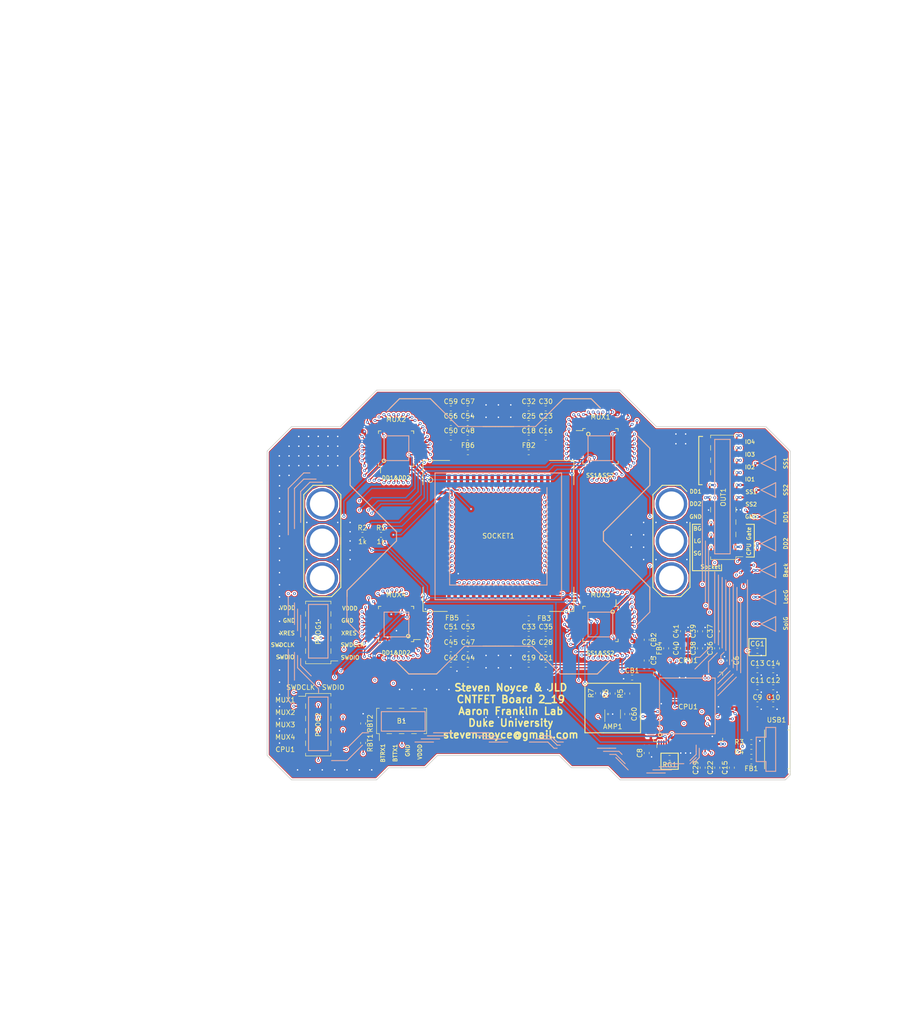
<source format=kicad_pcb>
(kicad_pcb (version 20171130) (host pcbnew "(5.0.0-3-g5ebb6b6)")
  (layers (0 F.Cu signal) (1 In1.Cu signal) (2 In2.Cu signal) (31 B.Cu signal) (34 B.Paste user) (35 F.Paste user) (36 B.SilkS user) (37 F.SilkS user) (38 B.Mask user) (39 F.Mask user) (44 Edge.Cuts user))
  (net 0 "")
  (net 1 GND)
  (net 2 BT1_RX)
  (net 3 BT1_TX)
  (net 4 D18)
  (net 5 D17)
  (net 6 D50)
  (net 7 D49)
  (net 8 I2C0_SCL)
  (net 9 I2C0_SDA)
  (net 10 D8)
  (net 11 D9)
  (net 12 D10)
  (net 13 D11)
  (net 14 D12)
  (net 15 D13)
  (net 16 D14)
  (net 17 D15)
  (net 18 D16)
  (net 19 D19)
  (net 20 D20)
  (net 21 D21)
  (net 22 D22)
  (net 23 D23)
  (net 24 D24)
  (net 25 D25)
  (net 26 D26)
  (net 27 D27)
  (net 28 D28)
  (net 29 D29)
  (net 30 D30)
  (net 31 D31)
  (net 32 D32)
  (net 33 D1)
  (net 34 D2)
  (net 35 D3)
  (net 36 D4)
  (net 37 D5)
  (net 38 D6)
  (net 39 D7)
  (net 40 D40)
  (net 41 D41)
  (net 42 D42)
  (net 43 D43)
  (net 44 D44)
  (net 45 D45)
  (net 46 D46)
  (net 47 D47)
  (net 48 D48)
  (net 49 D51)
  (net 50 D52)
  (net 51 D53)
  (net 52 D54)
  (net 53 D55)
  (net 54 D56)
  (net 55 D57)
  (net 56 D58)
  (net 57 D59)
  (net 58 D60)
  (net 59 D61)
  (net 60 D62)
  (net 61 D63)
  (net 62 D64)
  (net 63 D33)
  (net 64 D34)
  (net 65 D35)
  (net 66 D36)
  (net 67 D37)
  (net 68 D38)
  (net 69 D39)
  (net 70 VDDD)
  (net 71 SWDIO5)
  (net 72 SWDCLK5)
  (net 73 "Net-(CPU1-Pad11)")
  (net 74 "Net-(CPU1-Pad18)")
  (net 75 "Net-(CPU1-Pad19)")
  (net 76 "Net-(CPU1-Pad22)")
  (net 77 "Net-(CPU1-Pad24)")
  (net 78 "Net-(CPU1-Pad27)")
  (net 79 "Net-(CPU1-Pad32)")
  (net 80 "Net-(CPU1-Pad34)")
  (net 81 "Net-(CPU1-Pad40)")
  (net 82 "Net-(CPU1-Pad41)")
  (net 83 "Net-(CPU1-Pad43)")
  (net 84 "Net-(CPU1-Pad45)")
  (net 85 "Net-(CPU1-Pad47)")
  (net 86 "Net-(CPU1-Pad49)")
  (net 87 "Net-(CPU1-Pad52)")
  (net 88 "Net-(CPU1-Pad53)")
  (net 89 "Net-(CPU1-Pad54)")
  (net 90 "Net-(CPU1-Pad55)")
  (net 91 "Net-(CPU1-Pad57)")
  (net 92 "Net-(CPU1-Pad58)")
  (net 93 "Net-(CPU1-Pad59)")
  (net 94 "Net-(CPU1-Pad60)")
  (net 95 "Net-(CPU1-Pad61)")
  (net 96 "Net-(CPU1-Pad62)")
  (net 97 "Net-(CPU1-Pad67)")
  (net 98 "Net-(CPU1-Pad68)")
  (net 99 "Net-(CPU1-Pad71)")
  (net 100 "Net-(CPU1-Pad72)")
  (net 101 "Net-(CPU1-Pad77)")
  (net 102 "Net-(CPU1-Pad78)")
  (net 103 "Net-(CPU1-Pad79)")
  (net 104 "Net-(CPU1-Pad91)")
  (net 105 "Net-(CPU1-Pad93)")
  (net 106 "Net-(CPU1-Pad95)")
  (net 107 "Net-(CPU1-Pad98)")
  (net 108 "Net-(CPU1-Pad99)")
  (net 109 DD1)
  (net 110 "Net-(CPU1-Pad42)")
  (net 111 "Net-(CPU1-Pad44)")
  (net 112 "Net-(CPU1-Pad46)")
  (net 113 SS1)
  (net 114 DD2)
  (net 115 SS2)
  (net 116 IO1)
  (net 117 IO2)
  (net 118 IO3)
  (net 119 IO4)
  (net 120 "Net-(CPU1-Pad48)")
  (net 121 "Net-(CPU1-Pad51)")
  (net 122 SWDIO2)
  (net 123 SWDCLK2)
  (net 124 SWDIO4)
  (net 125 SWDCLK4)
  (net 126 XRES)
  (net 127 SWDIO)
  (net 128 SWDCLK)
  (net 129 SWDIO1)
  (net 130 SWDCLK1)
  (net 131 SWDIO3)
  (net 132 SWDCLK3)
  (net 133 "Net-(MUX1-Pad11)")
  (net 134 "Net-(MUX1-Pad15)")
  (net 135 "Net-(MUX2-Pad11)")
  (net 136 "Net-(MUX2-Pad15)")
  (net 137 "Net-(MUX3-Pad11)")
  (net 138 "Net-(MUX3-Pad15)")
  (net 139 "Net-(MUX4-Pad11)")
  (net 140 "Net-(MUX4-Pad15)")
  (net 141 VBUS1)
  (net 142 BT1_RXR)
  (net 143 "Net-(OUT1-Pad14)")
  (net 144 VDDA_M1)
  (net 145 VCCD_M1)
  (net 146 VDDA_M3)
  (net 147 VCCD_M3)
  (net 148 VDDA_M4)
  (net 149 VCCD_M4)
  (net 150 VDDA_M2)
  (net 151 VCCD_M2)
  (net 152 VCCD_C1)
  (net 153 VDDA_C1)
  (net 154 VCCA_C1)
  (net 155 USB1_ID)
  (net 156 USBDP_C1)
  (net 157 USBDM_C1)
  (net 158 USB1_D+)
  (net 159 USB1_D-)
  (net 160 "Net-(IPEX2-Pad2)")
  (net 161 "Net-(IPEX3-Pad2)")
  (net 162 "Net-(IPEX4-Pad2)")
  (net 163 "Net-(IPEX5-Pad2)")
  (net 164 "Net-(IPEX6-Pad2)")
  (net 165 "Net-(IPEX7-Pad2)")
  (net 166 "Net-(IPEX8-Pad2)")
  (net 167 SolutionGate_Socket)
  (net 168 LocalGates_Socket)
  (net 169 BackGate_Socket)
  (net 170 "Net-(CPU1-Pad1)")
  (net 171 "Net-(CPU1-Pad2)")
  (net 172 "Net-(CPU1-Pad3)")
  (net 173 "Net-(B1-Pad2)")
  (net 174 "Net-(B1-Pad4)")
  (net 175 "Net-(B1-Pad6)")
  (net 176 "Net-(B1-Pad8)")
  (net 177 Gate_R1M_Low)
  (net 178 Gate_R1M_High)
  (net 179 TIA_R10k)
  (net 180 TIA_R1M)
  (net 181 TIA_R100M)
  (net 182 "Net-(CPU1-Pad17)")
  (net 183 AMP1_VOUT)
  (net 184 AMP1_Vplus)
  (net 185 AMP1_Vminus)
  (net 186 "Net-(CPU1-Pad8)")
  (net 187 "Net-(CPU1-Pad9)")
  (net 188 "Net-(CPU1-Pad16)")
  (net 189 "Net-(CPU1-Pad89)")
  (net 190 Gate)
  (net 191 "Net-(CPU1-Pad28)")
  (net 192 "Net-(CPU1-Pad31)")
  (net 193 "Net-(CPU1-Pad81)")
  (net 194 DeltaSigma_Bypass_Cap)
  (net 195 SAR1_Bypass_Cap)
  (net 196 SAR2_Bypass_Cap)
  (module "Custom_Footprint_Library:IPEX_Connector_SMD_(RECE.20279.001E.01)" (layer F.Cu) (at 255.25 118 270)
    (fp_text reference IPEX2 hide)
    (fp_text value Conn_01x02 hide)
    (pad 2 smd rect (at 1.685 -1.25 270) (size 1.2 2.5) (layers F.Cu F.Paste F.Mask) (net 160 "Net-(IPEX2-Pad2)"))
    (pad 2 smd rect (at -1.685 -1.25 270) (size 1.2 2.5) (layers F.Cu F.Paste F.Mask) (net 160 "Net-(IPEX2-Pad2)"))
    (pad 1 smd rect (at 0 0.48 270) (size 1.15 1.2) (layers F.Cu F.Paste F.Mask) (net 167 SolutionGate_Socket))
    (pad 3 smd rect (at 0 -1.65 270) (size 0.2 0.2) (layers F.Cu F.Mask) (clearance 0.98) (thermal_gap 2))
  )
  (module Custom_Footprint_Library:MountingHole_5.1mm (layer F.Cu) (at 163.83 92.71)
    (fp_text reference MH1 hide)
    (fp_text value MountingHole hide)
    (pad 1 thru_hole circle (at 0 0.635) (size 6.5024 6.5024) (drill 5.10032) (layers *.Cu *.Mask))
  )
  (module Custom_Footprint_Library:MountingHole_5.1mm (layer F.Cu) (at 163.83 100.33)
    (fp_text reference MH2 hide)
    (fp_text value MountingHole hide)
    (pad 1 thru_hole circle (at 0 0.635) (size 6.5024 6.5024) (drill 5.10032) (layers *.Cu *.Mask))
  )
  (module Custom_Footprint_Library:MountingHole_5.1mm (layer F.Cu) (at 163.83 107.95)
    (fp_text reference MH3 hide)
    (fp_text value MountingHole hide)
    (pad 1 thru_hole circle (at 0 0.635) (size 6.5024 6.5024) (drill 5.10032) (layers *.Cu *.Mask))
  )
  (module Custom_Footprint_Library:MountingHole_5.1mm (layer F.Cu) (at 236.22 103.505)
    (fp_text reference MH5 hide)
    (fp_text value MountingHole hide)
    (pad 1 thru_hole circle (at -0.635 -2.54) (size 6.5024 6.5024) (drill 5.10032) (layers *.Cu *.Mask))
  )
  (module Custom_Footprint_Library:MountingHole_5.1mm (layer F.Cu) (at 236.22 108.585)
    (fp_text reference MH6 hide)
    (fp_text value MountingHole hide)
    (pad 1 thru_hole circle (at -0.635 0) (size 6.5024 6.5024) (drill 5.10032) (layers *.Cu *.Mask))
  )
  (module Capacitor_SMD:C_0603_1608Metric (layer F.Cu) (at 230.5 125.5 270)
    (fp_text reference C5 (at 0 -1.43 270) (layer F.SilkS))
    (fp_text value 0.1uF)
    (pad 2 smd roundrect (at 0.7875 0 270) (size 0.875 0.95) (layers F.Cu F.Paste F.Mask) (net 70 VDDD))
    (pad 1 smd roundrect (at -0.7875 0 270) (size 0.875 0.95) (layers F.Cu F.Paste F.Mask) (net 1 GND))
  )
  (module Capacitor_SMD:C_0603_1608Metric (layer F.Cu) (at 247.5 125.5 270)
    (fp_text reference C6 (at 0 -1.43 270) (layer F.SilkS))
    (fp_text value 0.1uF)
    (pad 1 smd roundrect (at -0.7875 0 270) (size 0.875 0.95) (layers F.Cu F.Paste F.Mask) (net 1 GND))
    (pad 2 smd roundrect (at 0.7875 0 270) (size 0.875 0.95) (layers F.Cu F.Paste F.Mask) (net 70 VDDD))
  )
  (module Capacitor_SMD:C_0603_1608Metric (layer F.Cu) (at 230.5 144.5 90)
    (fp_text reference C8 (at 0 -1.43 90) (layer F.SilkS))
    (fp_text value 0.1uF)
    (pad 2 smd roundrect (at 0.7875 0 90) (size 0.875 0.95) (layers F.Cu F.Paste F.Mask) (net 70 VDDD))
    (pad 1 smd roundrect (at -0.7875 0 90) (size 0.875 0.95) (layers F.Cu F.Paste F.Mask) (net 1 GND))
  )
  (module Capacitor_SMD:C_0603_1608Metric (layer F.Cu) (at 253.25 134.5)
    (fp_text reference C9 (at 0 -1.43) (layer F.SilkS))
    (fp_text value 47uF)
    (pad 1 smd roundrect (at -0.7875 0) (size 0.875 0.95) (layers F.Cu F.Paste F.Mask) (net 152 VCCD_C1))
    (pad 2 smd roundrect (at 0.7875 0) (size 0.875 0.95) (layers F.Cu F.Paste F.Mask) (net 1 GND))
  )
  (module Capacitor_SMD:C_0603_1608Metric (layer F.Cu) (at 256.5 134.5)
    (fp_text reference C10 (at 0 -1.43) (layer F.SilkS))
    (fp_text value 47uF)
    (pad 2 smd roundrect (at 0.7875 0) (size 0.875 0.95) (layers F.Cu F.Paste F.Mask) (net 1 GND))
    (pad 1 smd roundrect (at -0.7875 0) (size 0.875 0.95) (layers F.Cu F.Paste F.Mask) (net 70 VDDD))
  )
  (module Capacitor_SMD:C_0603_1608Metric (layer F.Cu) (at 253.25 131)
    (fp_text reference C11 (at 0 -1.43) (layer F.SilkS))
    (fp_text value 1uF)
    (pad 2 smd roundrect (at 0.7875 0) (size 0.875 0.95) (layers F.Cu F.Paste F.Mask) (net 1 GND))
    (pad 1 smd roundrect (at -0.7875 0) (size 0.875 0.95) (layers F.Cu F.Paste F.Mask) (net 152 VCCD_C1))
  )
  (module Capacitor_SMD:C_0603_1608Metric (layer F.Cu) (at 256.5 131)
    (fp_text reference C12 (at 0 -1.43) (layer F.SilkS))
    (fp_text value 1uF)
    (pad 1 smd roundrect (at -0.7875 0) (size 0.875 0.95) (layers F.Cu F.Paste F.Mask) (net 70 VDDD))
    (pad 2 smd roundrect (at 0.7875 0) (size 0.875 0.95) (layers F.Cu F.Paste F.Mask) (net 1 GND))
  )
  (module Capacitor_SMD:C_0603_1608Metric (layer F.Cu) (at 253.25 127.5)
    (fp_text reference C13 (at 0 -1.43) (layer F.SilkS))
    (fp_text value 0.1uF)
    (pad 1 smd roundrect (at -0.7875 0) (size 0.875 0.95) (layers F.Cu F.Paste F.Mask) (net 152 VCCD_C1))
    (pad 2 smd roundrect (at 0.7875 0) (size 0.875 0.95) (layers F.Cu F.Paste F.Mask) (net 1 GND))
  )
  (module Capacitor_SMD:C_0603_1608Metric (layer F.Cu) (at 256.5 127.5)
    (fp_text reference C14 (at 0 -1.43) (layer F.SilkS))
    (fp_text value 0.1uF)
    (pad 2 smd roundrect (at 0.7875 0) (size 0.875 0.95) (layers F.Cu F.Paste F.Mask) (net 1 GND))
    (pad 1 smd roundrect (at -0.7875 0) (size 0.875 0.95) (layers F.Cu F.Paste F.Mask) (net 70 VDDD))
  )
  (module Capacitor_SMD:C_0603_1608Metric (layer F.Cu) (at 248 147.5 270)
    (fp_text reference C15 (at 0 1.43 270) (layer F.SilkS))
    (fp_text value 47uF)
    (pad 2 smd roundrect (at 0.7875 0 270) (size 0.875 0.95) (layers F.Cu F.Paste F.Mask) (net 1 GND))
    (pad 1 smd roundrect (at -0.7875 0 270) (size 0.875 0.95) (layers F.Cu F.Paste F.Mask) (net 70 VDDD))
  )
  (module Capacitor_SMD:C_0603_1608Metric (layer F.Cu) (at 209.75 79.75 180)
    (fp_text reference C16 (at 0 1.43 180) (layer F.SilkS))
    (fp_text value 47uF)
    (pad 1 smd roundrect (at -0.7875 0 180) (size 0.875 0.95) (layers F.Cu F.Paste F.Mask) (net 144 VDDA_M1))
    (pad 2 smd roundrect (at 0.7875 0 180) (size 0.875 0.95) (layers F.Cu F.Paste F.Mask) (net 1 GND))
  )
  (module Capacitor_SMD:C_0603_1608Metric (layer F.Cu) (at 206.25 79.75 180)
    (fp_text reference C18 (at 0 1.43 180) (layer F.SilkS))
    (fp_text value 47uF)
    (pad 2 smd roundrect (at 0.7875 0 180) (size 0.875 0.95) (layers F.Cu F.Paste F.Mask) (net 1 GND))
    (pad 1 smd roundrect (at -0.7875 0 180) (size 0.875 0.95) (layers F.Cu F.Paste F.Mask) (net 145 VCCD_M1))
  )
  (module Capacitor_SMD:C_0603_1608Metric (layer F.Cu) (at 206.25 126.365 180)
    (fp_text reference C19 (at 0 1.43 180) (layer F.SilkS))
    (fp_text value 47uF)
    (pad 1 smd roundrect (at -0.7875 0 180) (size 0.875 0.95) (layers F.Cu F.Paste F.Mask) (net 146 VDDA_M3))
    (pad 2 smd roundrect (at 0.7875 0 180) (size 0.875 0.95) (layers F.Cu F.Paste F.Mask) (net 1 GND))
  )
  (module Capacitor_SMD:C_0603_1608Metric (layer F.Cu) (at 209.75 126.365 180)
    (fp_text reference C21 (at 0 1.43 180) (layer F.SilkS))
    (fp_text value 47uF)
    (pad 1 smd roundrect (at -0.7875 0 180) (size 0.875 0.95) (layers F.Cu F.Paste F.Mask) (net 147 VCCD_M3))
    (pad 2 smd roundrect (at 0.7875 0 180) (size 0.875 0.95) (layers F.Cu F.Paste F.Mask) (net 1 GND))
  )
  (module Capacitor_SMD:C_0603_1608Metric (layer F.Cu) (at 245 147.5 270)
    (fp_text reference C22 (at 0 1.43 270) (layer F.SilkS))
    (fp_text value 1uF)
    (pad 1 smd roundrect (at -0.7875 0 270) (size 0.875 0.95) (layers F.Cu F.Paste F.Mask) (net 70 VDDD))
    (pad 2 smd roundrect (at 0.7875 0 270) (size 0.875 0.95) (layers F.Cu F.Paste F.Mask) (net 1 GND))
  )
  (module Capacitor_SMD:C_0603_1608Metric (layer F.Cu) (at 209.75 76.75 180)
    (fp_text reference C23 (at 0 1.43 180) (layer F.SilkS))
    (fp_text value 1uF)
    (pad 2 smd roundrect (at 0.7875 0 180) (size 0.875 0.95) (layers F.Cu F.Paste F.Mask) (net 1 GND))
    (pad 1 smd roundrect (at -0.7875 0 180) (size 0.875 0.95) (layers F.Cu F.Paste F.Mask) (net 144 VDDA_M1))
  )
  (module Capacitor_SMD:C_0603_1608Metric (layer F.Cu) (at 206.25 76.75 180)
    (fp_text reference C25 (at 0 1.43 180) (layer F.SilkS))
    (fp_text value 1uF)
    (pad 1 smd roundrect (at -0.7875 0 180) (size 0.875 0.95) (layers F.Cu F.Paste F.Mask) (net 145 VCCD_M1))
    (pad 2 smd roundrect (at 0.7875 0 180) (size 0.875 0.95) (layers F.Cu F.Paste F.Mask) (net 1 GND))
  )
  (module Capacitor_SMD:C_0603_1608Metric (layer F.Cu) (at 206.25 123.19 180)
    (fp_text reference C26 (at 0 1.43 180) (layer F.SilkS))
    (fp_text value 1uF)
    (pad 2 smd roundrect (at 0.7875 0 180) (size 0.875 0.95) (layers F.Cu F.Paste F.Mask) (net 1 GND))
    (pad 1 smd roundrect (at -0.7875 0 180) (size 0.875 0.95) (layers F.Cu F.Paste F.Mask) (net 146 VDDA_M3))
  )
  (module Capacitor_SMD:C_0603_1608Metric (layer F.Cu) (at 209.75 123.19 180)
    (fp_text reference C28 (at 0 1.43 180) (layer F.SilkS))
    (fp_text value 1uF)
    (pad 2 smd roundrect (at 0.7875 0 180) (size 0.875 0.95) (layers F.Cu F.Paste F.Mask) (net 1 GND))
    (pad 1 smd roundrect (at -0.7875 0 180) (size 0.875 0.95) (layers F.Cu F.Paste F.Mask) (net 147 VCCD_M3))
  )
  (module Capacitor_SMD:C_0603_1608Metric (layer F.Cu) (at 242 147.5 270)
    (fp_text reference C29 (at 0 1.43 270) (layer F.SilkS))
    (fp_text value 0.1uF)
    (pad 2 smd roundrect (at 0.7875 0 270) (size 0.875 0.95) (layers F.Cu F.Paste F.Mask) (net 1 GND))
    (pad 1 smd roundrect (at -0.7875 0 270) (size 0.875 0.95) (layers F.Cu F.Paste F.Mask) (net 70 VDDD))
  )
  (module Capacitor_SMD:C_0603_1608Metric (layer F.Cu) (at 209.75 73.75 180)
    (fp_text reference C30 (at 0 1.43) (layer F.SilkS))
    (fp_text value 0.1uF)
    (pad 1 smd roundrect (at -0.7875 0 180) (size 0.875 0.95) (layers F.Cu F.Paste F.Mask) (net 144 VDDA_M1))
    (pad 2 smd roundrect (at 0.7875 0 180) (size 0.875 0.95) (layers F.Cu F.Paste F.Mask) (net 1 GND))
  )
  (module Capacitor_SMD:C_0603_1608Metric (layer F.Cu) (at 206.25 73.75 180)
    (fp_text reference C32 (at 0 1.43 180) (layer F.SilkS))
    (fp_text value 0.1uF)
    (pad 1 smd roundrect (at -0.7875 0 180) (size 0.875 0.95) (layers F.Cu F.Paste F.Mask) (net 145 VCCD_M1))
    (pad 2 smd roundrect (at 0.7875 0 180) (size 0.875 0.95) (layers F.Cu F.Paste F.Mask) (net 1 GND))
  )
  (module Capacitor_SMD:C_0603_1608Metric (layer F.Cu) (at 206.25 120.015 180)
    (fp_text reference C33 (at 0 1.43 180) (layer F.SilkS))
    (fp_text value 0.1uF)
    (pad 1 smd roundrect (at -0.7875 0 180) (size 0.875 0.95) (layers F.Cu F.Paste F.Mask) (net 146 VDDA_M3))
    (pad 2 smd roundrect (at 0.7875 0 180) (size 0.875 0.95) (layers F.Cu F.Paste F.Mask) (net 1 GND))
  )
  (module Capacitor_SMD:C_0603_1608Metric (layer F.Cu) (at 209.75 120.015 180)
    (fp_text reference C35 (at 0 1.43 180) (layer F.SilkS))
    (fp_text value 0.1uF)
    (pad 1 smd roundrect (at -0.7875 0 180) (size 0.875 0.95) (layers F.Cu F.Paste F.Mask) (net 147 VCCD_M3))
    (pad 2 smd roundrect (at 0.7875 0 180) (size 0.875 0.95) (layers F.Cu F.Paste F.Mask) (net 1 GND))
  )
  (module Capacitor_SMD:C_0603_1608Metric (layer F.Cu) (at 244.962 122.999 90)
    (fp_text reference C36 (at 0 -1.43 90) (layer F.SilkS))
    (fp_text value 47uF)
    (pad 1 smd roundrect (at -0.7875 0 90) (size 0.875 0.95) (layers F.Cu F.Paste F.Mask) (net 153 VDDA_C1))
    (pad 2 smd roundrect (at 0.7875 0 90) (size 0.875 0.95) (layers F.Cu F.Paste F.Mask) (net 1 GND))
  )
  (module Capacitor_SMD:C_0603_1608Metric (layer F.Cu) (at 244.962 119.499 90)
    (fp_text reference C37 (at 0 -1.43 90) (layer F.SilkS))
    (fp_text value 47uF)
    (pad 1 smd roundrect (at -0.7875 0 90) (size 0.875 0.95) (layers F.Cu F.Paste F.Mask) (net 154 VCCA_C1))
    (pad 2 smd roundrect (at 0.7875 0 90) (size 0.875 0.95) (layers F.Cu F.Paste F.Mask) (net 1 GND))
  )
  (module Capacitor_SMD:C_0603_1608Metric (layer F.Cu) (at 241.462 122.999 90)
    (fp_text reference C38 (at 0 -1.43 90) (layer F.SilkS))
    (fp_text value 1uF)
    (pad 2 smd roundrect (at 0.7875 0 90) (size 0.875 0.95) (layers F.Cu F.Paste F.Mask) (net 1 GND))
    (pad 1 smd roundrect (at -0.7875 0 90) (size 0.875 0.95) (layers F.Cu F.Paste F.Mask) (net 153 VDDA_C1))
  )
  (module Capacitor_SMD:C_0603_1608Metric (layer F.Cu) (at 241.462 119.499 90)
    (fp_text reference C39 (at 0 -1.43 90) (layer F.SilkS))
    (fp_text value 1uF)
    (pad 2 smd roundrect (at 0.7875 0 90) (size 0.875 0.95) (layers F.Cu F.Paste F.Mask) (net 1 GND))
    (pad 1 smd roundrect (at -0.7875 0 90) (size 0.875 0.95) (layers F.Cu F.Paste F.Mask) (net 154 VCCA_C1))
  )
  (module Capacitor_SMD:C_0603_1608Metric (layer F.Cu) (at 237.962 122.999 90)
    (fp_text reference C40 (at 0 -1.43 90) (layer F.SilkS))
    (fp_text value 0.1uF)
    (pad 1 smd roundrect (at -0.7875 0 90) (size 0.875 0.95) (layers F.Cu F.Paste F.Mask) (net 153 VDDA_C1))
    (pad 2 smd roundrect (at 0.7875 0 90) (size 0.875 0.95) (layers F.Cu F.Paste F.Mask) (net 1 GND))
  )
  (module Capacitor_SMD:C_0603_1608Metric (layer F.Cu) (at 237.962 119.499 90)
    (fp_text reference C41 (at 0 -1.43 90) (layer F.SilkS))
    (fp_text value 0.1uF)
    (pad 1 smd roundrect (at -0.7875 0 90) (size 0.875 0.95) (layers F.Cu F.Paste F.Mask) (net 154 VCCA_C1))
    (pad 2 smd roundrect (at 0.7875 0 90) (size 0.875 0.95) (layers F.Cu F.Paste F.Mask) (net 1 GND))
  )
  (module Capacitor_SMD:C_0603_1608Metric (layer F.Cu) (at 190.25 126.365)
    (fp_text reference C42 (at 0 -1.43) (layer F.SilkS))
    (fp_text value 47uF)
    (pad 2 smd roundrect (at 0.7875 0) (size 0.875 0.95) (layers F.Cu F.Paste F.Mask) (net 1 GND))
    (pad 1 smd roundrect (at -0.7875 0) (size 0.875 0.95) (layers F.Cu F.Paste F.Mask) (net 148 VDDA_M4))
  )
  (module Capacitor_SMD:C_0603_1608Metric (layer F.Cu) (at 193.75 126.365)
    (fp_text reference C44 (at 0 -1.43) (layer F.SilkS))
    (fp_text value 47uF)
    (pad 2 smd roundrect (at 0.7875 0) (size 0.875 0.95) (layers F.Cu F.Paste F.Mask) (net 1 GND))
    (pad 1 smd roundrect (at -0.7875 0) (size 0.875 0.95) (layers F.Cu F.Paste F.Mask) (net 149 VCCD_M4))
  )
  (module Capacitor_SMD:C_0603_1608Metric (layer F.Cu) (at 190.25 123.19)
    (fp_text reference C45 (at 0 -1.43) (layer F.SilkS))
    (fp_text value 1uF)
    (pad 1 smd roundrect (at -0.7875 0) (size 0.875 0.95) (layers F.Cu F.Paste F.Mask) (net 148 VDDA_M4))
    (pad 2 smd roundrect (at 0.7875 0) (size 0.875 0.95) (layers F.Cu F.Paste F.Mask) (net 1 GND))
  )
  (module Capacitor_SMD:C_0603_1608Metric (layer F.Cu) (at 193.75 123.19)
    (fp_text reference C47 (at 0 -1.43) (layer F.SilkS))
    (fp_text value 1uF)
    (pad 1 smd roundrect (at -0.7875 0) (size 0.875 0.95) (layers F.Cu F.Paste F.Mask) (net 149 VCCD_M4))
    (pad 2 smd roundrect (at 0.7875 0) (size 0.875 0.95) (layers F.Cu F.Paste F.Mask) (net 1 GND))
  )
  (module Capacitor_SMD:C_0603_1608Metric (layer F.Cu) (at 193.7125 79.75)
    (fp_text reference C48 (at 0 -1.43) (layer F.SilkS))
    (fp_text value 47uF)
    (pad 2 smd roundrect (at 0.7875 0) (size 0.875 0.95) (layers F.Cu F.Paste F.Mask) (net 1 GND))
    (pad 1 smd roundrect (at -0.7875 0) (size 0.875 0.95) (layers F.Cu F.Paste F.Mask) (net 150 VDDA_M2))
  )
  (module Capacitor_SMD:C_0603_1608Metric (layer F.Cu) (at 190.25 79.75)
    (fp_text reference C50 (at 0 -1.43) (layer F.SilkS))
    (fp_text value 47uF)
    (pad 2 smd roundrect (at 0.7875 0) (size 0.875 0.95) (layers F.Cu F.Paste F.Mask) (net 1 GND))
    (pad 1 smd roundrect (at -0.7875 0) (size 0.875 0.95) (layers F.Cu F.Paste F.Mask) (net 151 VCCD_M2))
  )
  (module Capacitor_SMD:C_0603_1608Metric (layer F.Cu) (at 190.25 120.015)
    (fp_text reference C51 (at 0 -1.43) (layer F.SilkS))
    (fp_text value 0.1uF)
    (pad 2 smd roundrect (at 0.7875 0) (size 0.875 0.95) (layers F.Cu F.Paste F.Mask) (net 1 GND))
    (pad 1 smd roundrect (at -0.7875 0) (size 0.875 0.95) (layers F.Cu F.Paste F.Mask) (net 148 VDDA_M4))
  )
  (module Capacitor_SMD:C_0603_1608Metric (layer F.Cu) (at 193.75 120)
    (fp_text reference C53 (at 0 -1.43) (layer F.SilkS))
    (fp_text value 0.1uF)
    (pad 2 smd roundrect (at 0.7875 0) (size 0.875 0.95) (layers F.Cu F.Paste F.Mask) (net 1 GND))
    (pad 1 smd roundrect (at -0.7875 0) (size 0.875 0.95) (layers F.Cu F.Paste F.Mask) (net 149 VCCD_M4))
  )
  (module Capacitor_SMD:C_0603_1608Metric (layer F.Cu) (at 193.7125 76.75)
    (fp_text reference C54 (at 0 -1.43) (layer F.SilkS))
    (fp_text value 1uF)
    (pad 2 smd roundrect (at 0.7875 0) (size 0.875 0.95) (layers F.Cu F.Paste F.Mask) (net 1 GND))
    (pad 1 smd roundrect (at -0.7875 0) (size 0.875 0.95) (layers F.Cu F.Paste F.Mask) (net 150 VDDA_M2))
  )
  (module Capacitor_SMD:C_0603_1608Metric (layer F.Cu) (at 190.25 76.75)
    (fp_text reference C56 (at 0 -1.43) (layer F.SilkS))
    (fp_text value 1uF)
    (pad 1 smd roundrect (at -0.7875 0) (size 0.875 0.95) (layers F.Cu F.Paste F.Mask) (net 151 VCCD_M2))
    (pad 2 smd roundrect (at 0.7875 0) (size 0.875 0.95) (layers F.Cu F.Paste F.Mask) (net 1 GND))
  )
  (module Capacitor_SMD:C_0603_1608Metric (layer F.Cu) (at 193.7125 73.75)
    (fp_text reference C57 (at 0 -1.43) (layer F.SilkS))
    (fp_text value 0.1uF)
    (pad 1 smd roundrect (at -0.7875 0) (size 0.875 0.95) (layers F.Cu F.Paste F.Mask) (net 150 VDDA_M2))
    (pad 2 smd roundrect (at 0.7875 0) (size 0.875 0.95) (layers F.Cu F.Paste F.Mask) (net 1 GND))
  )
  (module Capacitor_SMD:C_0603_1608Metric (layer F.Cu) (at 190.25 73.75)
    (fp_text reference C59 (at 0 -1.43) (layer F.SilkS))
    (fp_text value 0.1uF)
    (pad 2 smd roundrect (at 0.7875 0) (size 0.875 0.95) (layers F.Cu F.Paste F.Mask) (net 1 GND))
    (pad 1 smd roundrect (at -0.7875 0) (size 0.875 0.95) (layers F.Cu F.Paste F.Mask) (net 151 VCCD_M2))
  )
  (module Resistor_SMD:R_0603_1608Metric (layer F.Cu) (at 252 146.245 180)
    (fp_text reference FB1 (at 0 -1.43 180) (layer F.SilkS))
    (fp_text value R hide)
    (pad 2 smd roundrect (at 0.7875 0 180) (size 0.875 0.95) (layers F.Cu F.Paste F.Mask) (net 70 VDDD))
    (pad 1 smd roundrect (at -0.7875 0 180) (size 0.875 0.95) (layers F.Cu F.Paste F.Mask) (net 141 VBUS1))
  )
  (module Resistor_SMD:R_0603_1608Metric (layer F.Cu) (at 206.25 82.75 180)
    (fp_text reference FB2 (at 0 1.43 180) (layer F.SilkS))
    (fp_text value R hide)
    (pad 2 smd roundrect (at 0.7875 0 180) (size 0.875 0.95) (layers F.Cu F.Paste F.Mask) (net 70 VDDD))
    (pad 1 smd roundrect (at -0.7875 0 180) (size 0.875 0.95) (layers F.Cu F.Paste F.Mask) (net 144 VDDA_M1))
  )
  (module Resistor_SMD:R_0603_1608Metric (layer F.Cu) (at 206.25 116.84 180)
    (fp_text reference FB3 (at -3.175 0 180) (layer F.SilkS))
    (fp_text value R hide)
    (pad 2 smd roundrect (at 0.7875 0 180) (size 0.875 0.95) (layers F.Cu F.Paste F.Mask) (net 70 VDDD))
    (pad 1 smd roundrect (at -0.7875 0 180) (size 0.875 0.95) (layers F.Cu F.Paste F.Mask) (net 146 VDDA_M3))
  )
  (module Resistor_SMD:R_0603_1608Metric (layer F.Cu) (at 234.5 123 90)
    (fp_text reference FB4 (at 0 -1.43 90) (layer F.SilkS))
    (fp_text value R hide)
    (pad 1 smd roundrect (at -0.7875 0 90) (size 0.875 0.95) (layers F.Cu F.Paste F.Mask) (net 153 VDDA_C1))
    (pad 2 smd roundrect (at 0.7875 0 90) (size 0.875 0.95) (layers F.Cu F.Paste F.Mask) (net 70 VDDD))
  )
  (module Resistor_SMD:R_0603_1608Metric (layer F.Cu) (at 193.75 116.75)
    (fp_text reference FB5 (at -3.25 0) (layer F.SilkS))
    (fp_text value R hide)
    (pad 1 smd roundrect (at -0.7875 0) (size 0.875 0.95) (layers F.Cu F.Paste F.Mask) (net 148 VDDA_M4))
    (pad 2 smd roundrect (at 0.7875 0) (size 0.875 0.95) (layers F.Cu F.Paste F.Mask) (net 70 VDDD))
  )
  (module Resistor_SMD:R_0603_1608Metric (layer F.Cu) (at 193.75 82.75)
    (fp_text reference FB6 (at 0 -1.43) (layer F.SilkS))
    (fp_text value R hide)
    (pad 1 smd roundrect (at -0.7875 0) (size 0.875 0.95) (layers F.Cu F.Paste F.Mask) (net 150 VDDA_M2))
    (pad 2 smd roundrect (at 0.7875 0) (size 0.875 0.95) (layers F.Cu F.Paste F.Mask) (net 70 VDDD))
  )
  (module Resistor_SMD:R_0603_1608Metric (layer F.Cu) (at 175.895 99.695)
    (fp_text reference R1 (at 0 -1.43) (layer F.SilkS))
    (fp_text value 1k)
    (pad 1 smd roundrect (at -0.7875 0) (size 0.875 0.95) (layers F.Cu F.Paste F.Mask) (net 70 VDDD))
    (pad 2 smd roundrect (at 0.7875 0) (size 0.875 0.95) (layers F.Cu F.Paste F.Mask) (net 8 I2C0_SCL))
  )
  (module Resistor_SMD:R_0603_1608Metric (layer F.Cu) (at 172.085 99.695)
    (fp_text reference R2 (at 0 -1.43) (layer F.SilkS))
    (fp_text value 1k)
    (pad 2 smd roundrect (at 0.7875 0) (size 0.875 0.95) (layers F.Cu F.Paste F.Mask) (net 9 I2C0_SDA))
    (pad 1 smd roundrect (at -0.7875 0) (size 0.875 0.95) (layers F.Cu F.Paste F.Mask) (net 70 VDDD))
  )
  (module Resistor_SMD:R_0603_1608Metric (layer F.Cu) (at 252 142.245)
    (fp_text reference R3 (at -2.5 0.005) (layer F.SilkS))
    (fp_text value 22R)
    (pad 1 smd roundrect (at -0.7875 0) (size 0.875 0.95) (layers F.Cu F.Paste F.Mask) (net 156 USBDP_C1))
    (pad 2 smd roundrect (at 0.7875 0) (size 0.875 0.95) (layers F.Cu F.Paste F.Mask) (net 158 USB1_D+))
  )
  (module Resistor_SMD:R_0603_1608Metric (layer F.Cu) (at 252 144.245)
    (fp_text reference R4 (at -2.5 0.005 180) (layer F.SilkS))
    (fp_text value 22R)
    (pad 2 smd roundrect (at 0.7875 0) (size 0.875 0.95) (layers F.Cu F.Paste F.Mask) (net 159 USB1_D-))
    (pad 1 smd roundrect (at -0.7875 0) (size 0.875 0.95) (layers F.Cu F.Paste F.Mask) (net 157 USBDM_C1))
  )
  (module Resistor_SMD:R_0603_1608Metric (layer F.Cu) (at 226.5 132.2875 90)
    (fp_text reference R5 (at 0 -1.43 90) (layer F.SilkS))
    (fp_text value 100M)
    (pad 2 smd roundrect (at 0.7875 0 90) (size 0.875 0.95) (layers F.Cu F.Paste F.Mask) (net 183 AMP1_VOUT))
    (pad 1 smd roundrect (at -0.7875 0 90) (size 0.875 0.95) (layers F.Cu F.Paste F.Mask) (net 181 TIA_R100M))
  )
  (module Resistor_SMD:R_0603_1608Metric (layer F.Cu) (at 223.5 132.2875 90)
    (fp_text reference R6 (at 0 -1.43 90) (layer F.SilkS))
    (fp_text value 1M)
    (pad 2 smd roundrect (at 0.7875 0 90) (size 0.875 0.95) (layers F.Cu F.Paste F.Mask) (net 183 AMP1_VOUT))
    (pad 1 smd roundrect (at -0.7875 0 90) (size 0.875 0.95) (layers F.Cu F.Paste F.Mask) (net 180 TIA_R1M))
  )
  (module Resistor_SMD:R_0603_1608Metric (layer F.Cu) (at 220.5 132.2125 270)
    (fp_text reference R7 (at 0 1.43 270) (layer F.SilkS))
    (fp_text value 10k)
    (pad 1 smd roundrect (at -0.7875 0 270) (size 0.875 0.95) (layers F.Cu F.Paste F.Mask) (net 179 TIA_R10k))
    (pad 2 smd roundrect (at 0.7875 0 270) (size 0.875 0.95) (layers F.Cu F.Paste F.Mask) (net 183 AMP1_VOUT))
  )
  (module Package_QFP:TQFP-100_14x14mm_P0.5mm (layer F.Cu) (at 239 135 90)
    (fp_text reference CPU1 (at 9.5 0) (layer F.SilkS))
    (fp_text value "CY8C58_(100_TQFP)" hide)
    (pad 1 smd rect (at -7.65 -6 90) (size 1.5 0.3) (layers F.Cu F.Paste F.Mask) (net 170 "Net-(CPU1-Pad1)"))
    (pad 2 smd rect (at -7.65 -5.5 90) (size 1.5 0.3) (layers F.Cu F.Paste F.Mask) (net 171 "Net-(CPU1-Pad2)"))
    (pad 3 smd rect (at -7.65 -5 90) (size 1.5 0.3) (layers F.Cu F.Paste F.Mask) (net 172 "Net-(CPU1-Pad3)"))
    (pad 4 smd rect (at -7.65 -4.5 90) (size 1.5 0.3) (layers F.Cu F.Paste F.Mask) (net 8 I2C0_SCL))
    (pad 5 smd rect (at -7.65 -4 90) (size 1.5 0.3) (layers F.Cu F.Paste F.Mask) (net 9 I2C0_SDA))
    (pad 6 smd rect (at -7.65 -3.5 90) (size 1.5 0.3) (layers F.Cu F.Paste F.Mask) (net 177 Gate_R1M_Low))
    (pad 7 smd rect (at -7.65 -3 90) (size 1.5 0.3) (layers F.Cu F.Paste F.Mask) (net 178 Gate_R1M_High))
    (pad 8 smd rect (at -7.65 -2.5 90) (size 1.5 0.3) (layers F.Cu F.Paste F.Mask) (net 186 "Net-(CPU1-Pad8)"))
    (pad 9 smd rect (at -7.65 -2 90) (size 1.5 0.3) (layers F.Cu F.Paste F.Mask) (net 187 "Net-(CPU1-Pad9)"))
    (pad 10 smd rect (at -7.65 -1.5 90) (size 1.5 0.3) (layers F.Cu F.Paste F.Mask) (net 1 GND))
    (pad 11 smd rect (at -7.65 -1 90) (size 1.5 0.3) (layers F.Cu F.Paste F.Mask) (net 73 "Net-(CPU1-Pad11)"))
    (pad 12 smd rect (at -7.65 -0.5 90) (size 1.5 0.3) (layers F.Cu F.Paste F.Mask) (net 1 GND))
    (pad 13 smd rect (at -7.65 0 90) (size 1.5 0.3) (layers F.Cu F.Paste F.Mask) (net 1 GND))
    (pad 14 smd rect (at -7.65 0.5 90) (size 1.5 0.3) (layers F.Cu F.Paste F.Mask) (net 1 GND))
    (pad 15 smd rect (at -7.65 1 90) (size 1.5 0.3) (layers F.Cu F.Paste F.Mask) (net 126 XRES))
    (pad 16 smd rect (at -7.65 1.5 90) (size 1.5 0.3) (layers F.Cu F.Paste F.Mask) (net 188 "Net-(CPU1-Pad16)"))
    (pad 17 smd rect (at -7.65 2 90) (size 1.5 0.3) (layers F.Cu F.Paste F.Mask) (net 182 "Net-(CPU1-Pad17)"))
    (pad 18 smd rect (at -7.65 2.5 90) (size 1.5 0.3) (layers F.Cu F.Paste F.Mask) (net 74 "Net-(CPU1-Pad18)"))
    (pad 19 smd rect (at -7.65 3 90) (size 1.5 0.3) (layers F.Cu F.Paste F.Mask) (net 75 "Net-(CPU1-Pad19)"))
    (pad 20 smd rect (at -7.65 3.5 90) (size 1.5 0.3) (layers F.Cu F.Paste F.Mask) (net 71 SWDIO5))
    (pad 21 smd rect (at -7.65 4 90) (size 1.5 0.3) (layers F.Cu F.Paste F.Mask) (net 72 SWDCLK5))
    (pad 22 smd rect (at -7.65 4.5 90) (size 1.5 0.3) (layers F.Cu F.Paste F.Mask) (net 76 "Net-(CPU1-Pad22)"))
    (pad 23 smd rect (at -7.65 5 90) (size 1.5 0.3) (layers F.Cu F.Paste F.Mask) (net 1 GND))
    (pad 24 smd rect (at -7.65 5.5 90) (size 1.5 0.3) (layers F.Cu F.Paste F.Mask) (net 77 "Net-(CPU1-Pad24)"))
    (pad 25 smd rect (at -7.65 6 90) (size 1.5 0.3) (layers F.Cu F.Paste F.Mask) (net 190 Gate))
    (pad 26 smd rect (at -6 7.65 90) (size 0.3 1.5) (layers F.Cu F.Paste F.Mask) (net 70 VDDD))
    (pad 27 smd rect (at -5.5 7.65 90) (size 0.3 1.5) (layers F.Cu F.Paste F.Mask) (net 78 "Net-(CPU1-Pad27)"))
    (pad 28 smd rect (at -5 7.65 90) (size 0.3 1.5) (layers F.Cu F.Paste F.Mask) (net 191 "Net-(CPU1-Pad28)"))
    (pad 29 smd rect (at -4.5 7.65 90) (size 0.3 1.5) (layers F.Cu F.Paste F.Mask) (net 2 BT1_RX))
    (pad 30 smd rect (at -4 7.65 90) (size 0.3 1.5) (layers F.Cu F.Paste F.Mask) (net 3 BT1_TX))
    (pad 31 smd rect (at -3.5 7.65 90) (size 0.3 1.5) (layers F.Cu F.Paste F.Mask) (net 192 "Net-(CPU1-Pad31)"))
    (pad 32 smd rect (at -3 7.65 90) (size 0.3 1.5) (layers F.Cu F.Paste F.Mask) (net 79 "Net-(CPU1-Pad32)"))
    (pad 33 smd rect (at -2.5 7.65 90) (size 0.3 1.5) (layers F.Cu F.Paste F.Mask) (net 116 IO1))
    (pad 34 smd rect (at -2 7.65 90) (size 0.3 1.5) (layers F.Cu F.Paste F.Mask) (net 80 "Net-(CPU1-Pad34)"))
    (pad 35 smd rect (at -1.5 7.65 90) (size 0.3 1.5) (layers F.Cu F.Paste F.Mask) (net 156 USBDP_C1))
    (pad 36 smd rect (at -1 7.65 90) (size 0.3 1.5) (layers F.Cu F.Paste F.Mask) (net 157 USBDM_C1))
    (pad 37 smd rect (at -0.5 7.65 90) (size 0.3 1.5) (layers F.Cu F.Paste F.Mask) (net 70 VDDD))
    (pad 38 smd rect (at 0 7.65 90) (size 0.3 1.5) (layers F.Cu F.Paste F.Mask) (net 1 GND))
    (pad 39 smd rect (at 0.5 7.65 90) (size 0.3 1.5) (layers F.Cu F.Paste F.Mask) (net 152 VCCD_C1))
    (pad 40 smd rect (at 1 7.65 90) (size 0.3 1.5) (layers F.Cu F.Paste F.Mask) (net 81 "Net-(CPU1-Pad40)"))
    (pad 41 smd rect (at 1.5 7.65 90) (size 0.3 1.5) (layers F.Cu F.Paste F.Mask) (net 82 "Net-(CPU1-Pad41)"))
    (pad 42 smd rect (at 2 7.65 90) (size 0.3 1.5) (layers F.Cu F.Paste F.Mask) (net 110 "Net-(CPU1-Pad42)"))
    (pad 43 smd rect (at 2.5 7.65 90) (size 0.3 1.5) (layers F.Cu F.Paste F.Mask) (net 83 "Net-(CPU1-Pad43)"))
    (pad 44 smd rect (at 3 7.65 90) (size 0.3 1.5) (layers F.Cu F.Paste F.Mask) (net 111 "Net-(CPU1-Pad44)"))
    (pad 45 smd rect (at 3.5 7.65 90) (size 0.3 1.5) (layers F.Cu F.Paste F.Mask) (net 84 "Net-(CPU1-Pad45)"))
    (pad 46 smd rect (at 4 7.65 90) (size 0.3 1.5) (layers F.Cu F.Paste F.Mask) (net 112 "Net-(CPU1-Pad46)"))
    (pad 47 smd rect (at 4.5 7.65 90) (size 0.3 1.5) (layers F.Cu F.Paste F.Mask) (net 85 "Net-(CPU1-Pad47)"))
    (pad 48 smd rect (at 5 7.65 90) (size 0.3 1.5) (layers F.Cu F.Paste F.Mask) (net 120 "Net-(CPU1-Pad48)"))
    (pad 49 smd rect (at 5.5 7.65 90) (size 0.3 1.5) (layers F.Cu F.Paste F.Mask) (net 86 "Net-(CPU1-Pad49)"))
    (pad 50 smd rect (at 6 7.65 90) (size 0.3 1.5) (layers F.Cu F.Paste F.Mask) (net 70 VDDD))
    (pad 51 smd rect (at 7.65 6 90) (size 1.5 0.3) (layers F.Cu F.Paste F.Mask) (net 121 "Net-(CPU1-Pad51)"))
    (pad 52 smd rect (at 7.65 5.5 90) (size 1.5 0.3) (layers F.Cu F.Paste F.Mask) (net 87 "Net-(CPU1-Pad52)"))
    (pad 53 smd rect (at 7.65 5 90) (size 1.5 0.3) (layers F.Cu F.Paste F.Mask) (net 88 "Net-(CPU1-Pad53)"))
    (pad 54 smd rect (at 7.65 4.5 90) (size 1.5 0.3) (layers F.Cu F.Paste F.Mask) (net 89 "Net-(CPU1-Pad54)"))
    (pad 55 smd rect (at 7.65 4 90) (size 1.5 0.3) (layers F.Cu F.Paste F.Mask) (net 90 "Net-(CPU1-Pad55)"))
    (pad 56 smd rect (at 7.65 3.5 90) (size 1.5 0.3) (layers F.Cu F.Paste F.Mask) (net 117 IO2))
    (pad 57 smd rect (at 7.65 3 90) (size 1.5 0.3) (layers F.Cu F.Paste F.Mask) (net 91 "Net-(CPU1-Pad57)"))
    (pad 58 smd rect (at 7.65 2.5 90) (size 1.5 0.3) (layers F.Cu F.Paste F.Mask) (net 92 "Net-(CPU1-Pad58)"))
    (pad 59 smd rect (at 7.65 2 90) (size 1.5 0.3) (layers F.Cu F.Paste F.Mask) (net 93 "Net-(CPU1-Pad59)"))
    (pad 60 smd rect (at 7.65 1.5 90) (size 1.5 0.3) (layers F.Cu F.Paste F.Mask) (net 94 "Net-(CPU1-Pad60)"))
    (pad 61 smd rect (at 7.65 1 90) (size 1.5 0.3) (layers F.Cu F.Paste F.Mask) (net 95 "Net-(CPU1-Pad61)"))
    (pad 62 smd rect (at 7.65 0.5 90) (size 1.5 0.3) (layers F.Cu F.Paste F.Mask) (net 96 "Net-(CPU1-Pad62)"))
    (pad 63 smd rect (at 7.65 0 90) (size 1.5 0.3) (layers F.Cu F.Paste F.Mask) (net 154 VCCA_C1))
    (pad 64 smd rect (at 7.65 -0.5 90) (size 1.5 0.3) (layers F.Cu F.Paste F.Mask) (net 1 GND))
    (pad 65 smd rect (at 7.65 -1 90) (size 1.5 0.3) (layers F.Cu F.Paste F.Mask) (net 153 VDDA_C1))
    (pad 66 smd rect (at 7.65 -1.5 90) (size 1.5 0.3) (layers F.Cu F.Paste F.Mask) (net 1 GND))
    (pad 67 smd rect (at 7.65 -2 90) (size 1.5 0.3) (layers F.Cu F.Paste F.Mask) (net 97 "Net-(CPU1-Pad67)"))
    (pad 68 smd rect (at 7.65 -2.5 90) (size 1.5 0.3) (layers F.Cu F.Paste F.Mask) (net 98 "Net-(CPU1-Pad68)"))
    (pad 69 smd rect (at 7.65 -3 90) (size 1.5 0.3) (layers F.Cu F.Paste F.Mask) (net 119 IO4))
    (pad 70 smd rect (at 7.65 -3.5 90) (size 1.5 0.3) (layers F.Cu F.Paste F.Mask) (net 118 IO3))
    (pad 71 smd rect (at 7.65 -4 90) (size 1.5 0.3) (layers F.Cu F.Paste F.Mask) (net 99 "Net-(CPU1-Pad71)"))
    (pad 72 smd rect (at 7.65 -4.5 90) (size 1.5 0.3) (layers F.Cu F.Paste F.Mask) (net 100 "Net-(CPU1-Pad72)"))
    (pad 73 smd rect (at 7.65 -5 90) (size 1.5 0.3) (layers F.Cu F.Paste F.Mask) (net 196 SAR2_Bypass_Cap))
    (pad 74 smd rect (at 7.65 -5.5 90) (size 1.5 0.3) (layers F.Cu F.Paste F.Mask) (net 194 DeltaSigma_Bypass_Cap))
    (pad 75 smd rect (at 7.65 -6 90) (size 1.5 0.3) (layers F.Cu F.Paste F.Mask) (net 70 VDDD))
    (pad 76 smd rect (at 6 -7.65 90) (size 0.3 1.5) (layers F.Cu F.Paste F.Mask) (net 195 SAR1_Bypass_Cap))
    (pad 77 smd rect (at 5.5 -7.65 90) (size 0.3 1.5) (layers F.Cu F.Paste F.Mask) (net 101 "Net-(CPU1-Pad77)"))
    (pad 78 smd rect (at 5 -7.65 90) (size 0.3 1.5) (layers F.Cu F.Paste F.Mask) (net 102 "Net-(CPU1-Pad78)"))
    (pad 79 smd rect (at 4.5 -7.65 90) (size 0.3 1.5) (layers F.Cu F.Paste F.Mask) (net 103 "Net-(CPU1-Pad79)"))
    (pad 80 smd rect (at 4 -7.65 90) (size 0.3 1.5) (layers F.Cu F.Paste F.Mask) (net 179 TIA_R10k))
    (pad 81 smd rect (at 3.5 -7.65 90) (size 0.3 1.5) (layers F.Cu F.Paste F.Mask) (net 193 "Net-(CPU1-Pad81)"))
    (pad 82 smd rect (at 3 -7.65 90) (size 0.3 1.5) (layers F.Cu F.Paste F.Mask) (net 181 TIA_R100M))
    (pad 83 smd rect (at 2.5 -7.65 90) (size 0.3 1.5) (layers F.Cu F.Paste F.Mask) (net 180 TIA_R1M))
    (pad 84 smd rect (at 2 -7.65 90) (size 0.3 1.5) (layers F.Cu F.Paste F.Mask) (net 185 AMP1_Vminus))
    (pad 85 smd rect (at 1.5 -7.65 90) (size 0.3 1.5) (layers F.Cu F.Paste F.Mask) (net 184 AMP1_Vplus))
    (pad 86 smd rect (at 1 -7.65 90) (size 0.3 1.5) (layers F.Cu F.Paste F.Mask) (net 152 VCCD_C1))
    (pad 87 smd rect (at 0.5 -7.65 90) (size 0.3 1.5) (layers F.Cu F.Paste F.Mask) (net 1 GND))
    (pad 88 smd rect (at 0 -7.65 90) (size 0.3 1.5) (layers F.Cu F.Paste F.Mask) (net 70 VDDD))
    (pad 89 smd rect (at -0.5 -7.65 90) (size 0.3 1.5) (layers F.Cu F.Paste F.Mask) (net 189 "Net-(CPU1-Pad89)"))
    (pad 90 smd rect (at -1 -7.65 90) (size 0.3 1.5) (layers F.Cu F.Paste F.Mask) (net 115 SS2))
    (pad 91 smd rect (at -1.5 -7.65 90) (size 0.3 1.5) (layers F.Cu F.Paste F.Mask) (net 104 "Net-(CPU1-Pad91)"))
    (pad 92 smd rect (at -2 -7.65 90) (size 0.3 1.5) (layers F.Cu F.Paste F.Mask) (net 113 SS1))
    (pad 93 smd rect (at -2.5 -7.65 90) (size 0.3 1.5) (layers F.Cu F.Paste F.Mask) (net 105 "Net-(CPU1-Pad93)"))
    (pad 94 smd rect (at -3 -7.65 90) (size 0.3 1.5) (layers F.Cu F.Paste F.Mask) (net 114 DD2))
    (pad 95 smd rect (at -3.5 -7.65 90) (size 0.3 1.5) (layers F.Cu F.Paste F.Mask) (net 106 "Net-(CPU1-Pad95)"))
    (pad 96 smd rect (at -4 -7.65 90) (size 0.3 1.5) (layers F.Cu F.Paste F.Mask) (net 109 DD1))
    (pad 97 smd rect (at -4.5 -7.65 90) (size 0.3 1.5) (layers F.Cu F.Paste F.Mask) (net 183 AMP1_VOUT))
    (pad 98 smd rect (at -5 -7.65 90) (size 0.3 1.5) (layers F.Cu F.Paste F.Mask) (net 107 "Net-(CPU1-Pad98)"))
    (pad 99 smd rect (at -5.5 -7.65 90) (size 0.3 1.5) (layers F.Cu F.Paste F.Mask) (net 108 "Net-(CPU1-Pad99)"))
    (pad 100 smd rect (at -6 -7.65 90) (size 0.3 1.5) (layers F.Cu F.Paste F.Mask) (net 70 VDDD))
  )
  (module "Custom_Footprint_Library:Micro_USB_2.0_B_SMD(10118192-0001LF)" (layer F.Cu) (at 258.475 143.745 90)
    (fp_text reference USB1 (at 6.045 -1.3 180) (layer F.SilkS))
    (fp_text value USB_2.0_B)
    (pad "" smd rect (at 1.2 0 90) (size 1.9 1.9) (layers F.Cu F.Paste F.Mask))
    (pad "" smd rect (at -1.2 0 90) (size 1.9 1.9) (layers F.Cu F.Paste F.Mask))
    (pad "" smd rect (at 3.8 0 90) (size 1.8 1.9) (layers F.Cu F.Paste F.Mask))
    (pad "" smd rect (at -3.8 0 90) (size 1.8 1.9) (layers F.Cu F.Paste F.Mask))
    (pad "" smd rect (at 3.1 -2.75 90) (size 2.1 1.6) (layers F.Cu F.Paste F.Mask))
    (pad "" smd rect (at -3.1 -2.75 90) (size 2.1 1.6) (layers F.Cu F.Paste F.Mask))
    (pad 5 smd rect (at 1.3 -2.875 90) (size 0.4 1.35) (layers F.Cu F.Paste F.Mask) (net 1 GND))
    (pad 3 smd rect (at 0 -2.875 90) (size 0.4 1.35) (layers F.Cu F.Paste F.Mask) (net 158 USB1_D+))
    (pad 1 smd rect (at -1.3 -2.875 90) (size 0.4 1.35) (layers F.Cu F.Paste F.Mask) (net 141 VBUS1))
    (pad 4 smd rect (at 0.65 -2.875 90) (size 0.4 1.35) (layers F.Cu F.Paste F.Mask) (net 155 USB1_ID))
    (pad 2 smd rect (at -0.65 -2.875 90) (size 0.4 1.35) (layers F.Cu F.Paste F.Mask) (net 159 USB1_D-))
  )
  (module "Custom_Footprint_Library:68_PLCC_Socket_(8468-21B1-RK-TP)" (layer F.Cu) (at 200.025 99.93)
    (fp_text reference SOCKET1 (at 0 0) (layer F.SilkS))
    (fp_text value "68_PLCC_Socket_(8468-21B1-RK-TP)" hide)
    (pad 8 smd rect (at -11.78 -10.16) (size 1.7 0.7) (layers F.Cu F.Paste F.Mask) (net 10 D8))
    (pad 7 smd rect (at -11.68 -8.89) (size 1.91 0.7) (layers F.Cu F.Paste F.Mask) (net 39 D7))
    (pad 6 smd rect (at -11.68 -7.62) (size 1.91 0.7) (layers F.Cu F.Paste F.Mask) (net 38 D6))
    (pad 5 smd rect (at -11.68 -6.35) (size 1.91 0.7) (layers F.Cu F.Paste F.Mask) (net 37 D5))
    (pad 4 smd rect (at -11.68 -5.08) (size 1.91 0.7) (layers F.Cu F.Paste F.Mask) (net 36 D4))
    (pad 3 smd rect (at -11.68 -3.81) (size 1.91 0.7) (layers F.Cu F.Paste F.Mask) (net 35 D3))
    (pad 2 smd rect (at -11.68 -2.54) (size 1.91 0.7) (layers F.Cu F.Paste F.Mask) (net 34 D2))
    (pad 1 smd rect (at -11.68 -1.27) (size 1.91 0.7) (layers F.Cu F.Paste F.Mask) (net 33 D1))
    (pad 66 smd rect (at -11.68 0) (size 1.91 0.7) (layers F.Cu F.Paste F.Mask) (net 62 D64))
    (pad 65 smd rect (at -11.68 1.27) (size 1.91 0.7) (layers F.Cu F.Paste F.Mask) (net 61 D63))
    (pad 64 smd rect (at -11.68 2.54) (size 1.91 0.7) (layers F.Cu F.Paste F.Mask) (net 60 D62))
    (pad 63 smd rect (at -11.68 3.81) (size 1.91 0.7) (layers F.Cu F.Paste F.Mask) (net 59 D61))
    (pad 62 smd rect (at -11.68 5.08) (size 1.91 0.7) (layers F.Cu F.Paste F.Mask) (net 58 D60))
    (pad 61 smd rect (at -11.68 6.35) (size 1.91 0.7) (layers F.Cu F.Paste F.Mask) (net 57 D59))
    (pad 60 smd rect (at -11.68 7.62) (size 1.91 0.7) (layers F.Cu F.Paste F.Mask) (net 56 D58))
    (pad 59 smd rect (at -11.68 8.89) (size 1.91 0.7) (layers F.Cu F.Paste F.Mask) (net 55 D57))
    (pad 67 smd rect (at -11.78 10.16) (size 1.7 0.7) (layers F.Cu F.Paste F.Mask) (net 1 GND))
    (pad 58 smd rect (at -10.16 11.78) (size 0.7 1.7) (layers F.Cu F.Paste F.Mask) (net 54 D56))
    (pad 27 smd rect (at 11.68 -8.89) (size 1.91 0.7) (layers F.Cu F.Paste F.Mask) (net 27 D27))
    (pad 28 smd rect (at 11.68 -7.62) (size 1.91 0.7) (layers F.Cu F.Paste F.Mask) (net 28 D28))
    (pad 29 smd rect (at 11.68 -6.35) (size 1.91 0.7) (layers F.Cu F.Paste F.Mask) (net 29 D29))
    (pad 30 smd rect (at 11.68 -5.08) (size 1.91 0.7) (layers F.Cu F.Paste F.Mask) (net 30 D30))
    (pad 31 smd rect (at 11.68 -3.81) (size 1.91 0.7) (layers F.Cu F.Paste F.Mask) (net 31 D31))
    (pad 32 smd rect (at 11.68 -2.54) (size 1.91 0.7) (layers F.Cu F.Paste F.Mask) (net 32 D32))
    (pad 33 smd rect (at 11.68 -1.27) (size 1.91 0.7) (layers F.Cu F.Paste F.Mask) (net 168 LocalGates_Socket))
    (pad 34 smd rect (at 11.68 0) (size 1.91 0.7) (layers F.Cu F.Paste F.Mask) (net 167 SolutionGate_Socket))
    (pad 35 smd rect (at 11.68 1.27) (size 1.91 0.7) (layers F.Cu F.Paste F.Mask) (net 63 D33))
    (pad 36 smd rect (at 11.68 2.54) (size 1.91 0.7) (layers F.Cu F.Paste F.Mask) (net 64 D34))
    (pad 37 smd rect (at 11.68 3.81) (size 1.91 0.7) (layers F.Cu F.Paste F.Mask) (net 65 D35))
    (pad 38 smd rect (at 11.68 5.08) (size 1.91 0.7) (layers F.Cu F.Paste F.Mask) (net 66 D36))
    (pad 39 smd rect (at 11.68 6.35) (size 1.91 0.7) (layers F.Cu F.Paste F.Mask) (net 67 D37))
    (pad 40 smd rect (at 11.68 7.62) (size 1.91 0.7) (layers F.Cu F.Paste F.Mask) (net 68 D38))
    (pad 41 smd rect (at 11.68 8.89) (size 1.91 0.7) (layers F.Cu F.Paste F.Mask) (net 69 D39))
    (pad 68 smd rect (at 11.78 10.16) (size 1.7 0.7) (layers F.Cu F.Paste F.Mask) (net 169 BackGate_Socket))
    (pad 9 smd rect (at -10.16 -11.78) (size 0.7 1.7) (layers F.Cu F.Paste F.Mask) (net 11 D9))
    (pad 10 smd rect (at -8.89 -11.68) (size 0.7 1.91) (layers F.Cu F.Paste F.Mask) (net 12 D10))
    (pad 11 smd rect (at -7.62 -11.68) (size 0.7 1.91) (layers F.Cu F.Paste F.Mask) (net 13 D11))
    (pad 12 smd rect (at -6.35 -11.68) (size 0.7 1.91) (layers F.Cu F.Paste F.Mask) (net 14 D12))
    (pad 13 smd rect (at -5.08 -11.68) (size 0.7 1.91) (layers F.Cu F.Paste F.Mask) (net 15 D13))
    (pad 14 smd rect (at -3.81 -11.68) (size 0.7 1.91) (layers F.Cu F.Paste F.Mask) (net 16 D14))
    (pad 15 smd rect (at -2.54 -11.68) (size 0.7 1.91) (layers F.Cu F.Paste F.Mask) (net 17 D15))
    (pad 16 smd rect (at -1.27 -11.68) (size 0.7 1.91) (layers F.Cu F.Paste F.Mask) (net 18 D16))
    (pad 17 smd rect (at 0 -11.68) (size 0.7 1.91) (layers F.Cu F.Paste F.Mask) (net 5 D17))
    (pad 18 smd rect (at 1.27 -11.68) (size 0.7 1.91) (layers F.Cu F.Paste F.Mask) (net 4 D18))
    (pad 19 smd rect (at 2.54 -11.68) (size 0.7 1.91) (layers F.Cu F.Paste F.Mask) (net 19 D19))
    (pad 20 smd rect (at 3.81 -11.68) (size 0.7 1.91) (layers F.Cu F.Paste F.Mask) (net 20 D20))
    (pad 21 smd rect (at 5.08 -11.68) (size 0.7 1.91) (layers F.Cu F.Paste F.Mask) (net 21 D21))
    (pad 22 smd rect (at 6.35 -11.68) (size 0.7 1.91) (layers F.Cu F.Paste F.Mask) (net 22 D22))
    (pad 23 smd rect (at 7.62 -11.68) (size 0.7 1.91) (layers F.Cu F.Paste F.Mask) (net 23 D23))
    (pad 24 smd rect (at 8.89 -11.68) (size 0.7 1.91) (layers F.Cu F.Paste F.Mask) (net 24 D24))
    (pad 25 smd rect (at 10.16 -11.78) (size 0.7 1.7) (layers F.Cu F.Paste F.Mask) (net 25 D25))
    (pad 57 smd rect (at -8.89 11.68) (size 0.7 1.91) (layers F.Cu F.Paste F.Mask) (net 53 D55))
    (pad 56 smd rect (at -7.62 11.68) (size 0.7 1.91) (layers F.Cu F.Paste F.Mask) (net 52 D54))
    (pad 55 smd rect (at -6.35 11.68) (size 0.7 1.91) (layers F.Cu F.Paste F.Mask) (net 51 D53))
    (pad 54 smd rect (at -5.08 11.68) (size 0.7 1.91) (layers F.Cu F.Paste F.Mask) (net 50 D52))
    (pad 53 smd rect (at -3.81 11.68) (size 0.7 1.91) (layers F.Cu F.Paste F.Mask) (net 49 D51))
    (pad 52 smd rect (at -2.54 11.68) (size 0.7 1.91) (layers F.Cu F.Paste F.Mask) (net 6 D50))
    (pad 51 smd rect (at -1.27 11.68) (size 0.7 1.91) (layers F.Cu F.Paste F.Mask) (net 7 D49))
    (pad 50 smd rect (at 0 11.68) (size 0.7 1.91) (layers F.Cu F.Paste F.Mask) (net 48 D48))
    (pad 49 smd rect (at 1.27 11.68) (size 0.7 1.91) (layers F.Cu F.Paste F.Mask) (net 47 D47))
    (pad 48 smd rect (at 2.54 11.68) (size 0.7 1.91) (layers F.Cu F.Paste F.Mask) (net 46 D46))
    (pad 47 smd rect (at 3.81 11.68) (size 0.7 1.91) (layers F.Cu F.Paste F.Mask) (net 45 D45))
    (pad 46 smd rect (at 5.08 11.68) (size 0.7 1.91) (layers F.Cu F.Paste F.Mask) (net 44 D44))
    (pad 45 smd rect (at 6.35 11.68) (size 0.7 1.91) (layers F.Cu F.Paste F.Mask) (net 43 D43))
    (pad 44 smd rect (at 7.62 11.68) (size 0.7 1.91) (layers F.Cu F.Paste F.Mask) (net 42 D42))
    (pad 43 smd rect (at 8.89 11.68) (size 0.7 1.91) (layers F.Cu F.Paste F.Mask) (net 41 D41))
    (pad 42 smd rect (at 10.16 11.78) (size 0.7 1.7) (layers F.Cu F.Paste F.Mask) (net 40 D40))
    (pad 26 smd rect (at 11.78 -10.16) (size 1.7 0.7) (layers F.Cu F.Paste F.Mask) (net 26 D26))
  )
  (module Custom_Footprint_Library:MountingHole_5.1mm (layer F.Cu) (at 235.585 93.345)
    (fp_text reference MH4 hide)
    (fp_text value MountingHole hide)
    (pad 1 thru_hole circle (at 0 0) (size 6.5024 6.5024) (drill 5.10032) (layers *.Cu *.Mask))
  )
  (module Package_QFP:TQFP-48_7x7mm_P0.5mm (layer F.Cu) (at 221 81.5)
    (fp_text reference MUX1 (at 0 -6) (layer F.SilkS))
    (fp_text value "CY8C4245AZI-M433(48_TQPF)" hide)
    (pad 1 smd rect (at -4.35 -2.75) (size 1.3 0.25) (layers F.Cu F.Paste F.Mask) (net 10 D8))
    (pad 2 smd rect (at -4.35 -2.25) (size 1.3 0.25) (layers F.Cu F.Paste F.Mask) (net 11 D9))
    (pad 3 smd rect (at -4.35 -1.75) (size 1.3 0.25) (layers F.Cu F.Paste F.Mask) (net 12 D10))
    (pad 4 smd rect (at -4.35 -1.25) (size 1.3 0.25) (layers F.Cu F.Paste F.Mask) (net 13 D11))
    (pad 5 smd rect (at -4.35 -0.75) (size 1.3 0.25) (layers F.Cu F.Paste F.Mask) (net 14 D12))
    (pad 6 smd rect (at -4.35 -0.25) (size 1.3 0.25) (layers F.Cu F.Paste F.Mask) (net 15 D13))
    (pad 7 smd rect (at -4.35 0.25) (size 1.3 0.25) (layers F.Cu F.Paste F.Mask) (net 16 D14))
    (pad 8 smd rect (at -4.35 0.75) (size 1.3 0.25) (layers F.Cu F.Paste F.Mask) (net 17 D15))
    (pad 9 smd rect (at -4.35 1.25) (size 1.3 0.25) (layers F.Cu F.Paste F.Mask) (net 18 D16))
    (pad 10 smd rect (at -4.35 1.75) (size 1.3 0.25) (layers F.Cu F.Paste F.Mask) (net 1 GND))
    (pad 11 smd rect (at -4.35 2.25) (size 1.3 0.25) (layers F.Cu F.Paste F.Mask) (net 133 "Net-(MUX1-Pad11)"))
    (pad 12 smd rect (at -4.35 2.75) (size 1.3 0.25) (layers F.Cu F.Paste F.Mask) (net 8 I2C0_SCL))
    (pad 13 smd rect (at -2.75 4.35 90) (size 1.3 0.25) (layers F.Cu F.Paste F.Mask) (net 9 I2C0_SDA))
    (pad 14 smd rect (at -2.25 4.35 90) (size 1.3 0.25) (layers F.Cu F.Paste F.Mask) (net 129 SWDIO1))
    (pad 15 smd rect (at -1.75 4.35 90) (size 1.3 0.25) (layers F.Cu F.Paste F.Mask) (net 134 "Net-(MUX1-Pad15)"))
    (pad 16 smd rect (at -1.25 4.35 90) (size 1.3 0.25) (layers F.Cu F.Paste F.Mask) (net 130 SWDCLK1))
    (pad 17 smd rect (at -0.75 4.35 90) (size 1.3 0.25) (layers F.Cu F.Paste F.Mask) (net 5 D17))
    (pad 18 smd rect (at -0.25 4.35 90) (size 1.3 0.25) (layers F.Cu F.Paste F.Mask) (net 4 D18))
    (pad 19 smd rect (at 0.25 4.35 90) (size 1.3 0.25) (layers F.Cu F.Paste F.Mask) (net 19 D19))
    (pad 20 smd rect (at 0.75 4.35 90) (size 1.3 0.25) (layers F.Cu F.Paste F.Mask) (net 20 D20))
    (pad 21 smd rect (at 1.25 4.35 90) (size 1.3 0.25) (layers F.Cu F.Paste F.Mask) (net 70 VDDD))
    (pad 22 smd rect (at 1.75 4.35 90) (size 1.3 0.25) (layers F.Cu F.Paste F.Mask) (net 21 D21))
    (pad 23 smd rect (at 2.25 4.35 90) (size 1.3 0.25) (layers F.Cu F.Paste F.Mask) (net 22 D22))
    (pad 24 smd rect (at 2.75 4.35 90) (size 1.3 0.25) (layers F.Cu F.Paste F.Mask) (net 23 D23))
    (pad 25 smd rect (at 4.35 2.75) (size 1.3 0.25) (layers F.Cu F.Paste F.Mask) (net 24 D24))
    (pad 26 smd rect (at 4.35 2.25) (size 1.3 0.25) (layers F.Cu F.Paste F.Mask) (net 25 D25))
    (pad 27 smd rect (at 4.35 1.75) (size 1.3 0.25) (layers F.Cu F.Paste F.Mask) (net 26 D26))
    (pad 28 smd rect (at 4.35 1.25) (size 1.3 0.25) (layers F.Cu F.Paste F.Mask) (net 27 D27))
    (pad 29 smd rect (at 4.35 0.75) (size 1.3 0.25) (layers F.Cu F.Paste F.Mask) (net 28 D28))
    (pad 30 smd rect (at 4.35 0.25) (size 1.3 0.25) (layers F.Cu F.Paste F.Mask) (net 29 D29))
    (pad 31 smd rect (at 4.35 -0.25) (size 1.3 0.25) (layers F.Cu F.Paste F.Mask) (net 30 D30))
    (pad 32 smd rect (at 4.35 -0.75) (size 1.3 0.25) (layers F.Cu F.Paste F.Mask) (net 31 D31))
    (pad 33 smd rect (at 4.35 -1.25) (size 1.3 0.25) (layers F.Cu F.Paste F.Mask) (net 32 D32))
    (pad 34 smd rect (at 4.35 -1.75) (size 1.3 0.25) (layers F.Cu F.Paste F.Mask) (net 113 SS1))
    (pad 35 smd rect (at 4.35 -2.25) (size 1.3 0.25) (layers F.Cu F.Paste F.Mask) (net 115 SS2))
    (pad 36 smd rect (at 4.35 -2.75) (size 1.3 0.25) (layers F.Cu F.Paste F.Mask) (net 126 XRES))
    (pad 37 smd rect (at 2.75 -4.35 90) (size 1.3 0.25) (layers F.Cu F.Paste F.Mask) (net 145 VCCD_M1))
    (pad 38 smd rect (at 2.25 -4.35 90) (size 1.3 0.25) (layers F.Cu F.Paste F.Mask) (net 1 GND))
    (pad 39 smd rect (at 1.75 -4.35 90) (size 1.3 0.25) (layers F.Cu F.Paste F.Mask) (net 70 VDDD))
    (pad 40 smd rect (at 1.25 -4.35 90) (size 1.3 0.25) (layers F.Cu F.Paste F.Mask) (net 144 VDDA_M1))
    (pad 41 smd rect (at 0.75 -4.35 90) (size 1.3 0.25) (layers F.Cu F.Paste F.Mask) (net 1 GND))
    (pad 42 smd rect (at 0.25 -4.35 90) (size 1.3 0.25) (layers F.Cu F.Paste F.Mask) (net 33 D1))
    (pad 43 smd rect (at -0.25 -4.35 90) (size 1.3 0.25) (layers F.Cu F.Paste F.Mask) (net 34 D2))
    (pad 44 smd rect (at -0.75 -4.35 90) (size 1.3 0.25) (layers F.Cu F.Paste F.Mask) (net 35 D3))
    (pad 45 smd rect (at -1.25 -4.35 90) (size 1.3 0.25) (layers F.Cu F.Paste F.Mask) (net 36 D4))
    (pad 46 smd rect (at -1.75 -4.35 90) (size 1.3 0.25) (layers F.Cu F.Paste F.Mask) (net 37 D5))
    (pad 47 smd rect (at -2.25 -4.35 90) (size 1.3 0.25) (layers F.Cu F.Paste F.Mask) (net 38 D6))
    (pad 48 smd rect (at -2.75 -4.35 90) (size 1.3 0.25) (layers F.Cu F.Paste F.Mask) (net 39 D7))
  )
  (module Package_QFP:TQFP-48_7x7mm_P0.5mm (layer F.Cu) (at 179 82 90)
    (fp_text reference MUX2 (at 6 0 180) (layer F.SilkS))
    (fp_text value "CY8C4245AZI-M433(48_TQPF)" hide)
    (pad 1 smd rect (at -4.35 -2.75 90) (size 1.3 0.25) (layers F.Cu F.Paste F.Mask) (net 10 D8))
    (pad 2 smd rect (at -4.35 -2.25 90) (size 1.3 0.25) (layers F.Cu F.Paste F.Mask) (net 11 D9))
    (pad 3 smd rect (at -4.35 -1.75 90) (size 1.3 0.25) (layers F.Cu F.Paste F.Mask) (net 12 D10))
    (pad 4 smd rect (at -4.35 -1.25 90) (size 1.3 0.25) (layers F.Cu F.Paste F.Mask) (net 13 D11))
    (pad 5 smd rect (at -4.35 -0.75 90) (size 1.3 0.25) (layers F.Cu F.Paste F.Mask) (net 14 D12))
    (pad 6 smd rect (at -4.35 -0.25 90) (size 1.3 0.25) (layers F.Cu F.Paste F.Mask) (net 15 D13))
    (pad 7 smd rect (at -4.35 0.25 90) (size 1.3 0.25) (layers F.Cu F.Paste F.Mask) (net 16 D14))
    (pad 8 smd rect (at -4.35 0.75 90) (size 1.3 0.25) (layers F.Cu F.Paste F.Mask) (net 17 D15))
    (pad 9 smd rect (at -4.35 1.25 90) (size 1.3 0.25) (layers F.Cu F.Paste F.Mask) (net 18 D16))
    (pad 10 smd rect (at -4.35 1.75 90) (size 1.3 0.25) (layers F.Cu F.Paste F.Mask) (net 1 GND))
    (pad 11 smd rect (at -4.35 2.25 90) (size 1.3 0.25) (layers F.Cu F.Paste F.Mask) (net 135 "Net-(MUX2-Pad11)"))
    (pad 12 smd rect (at -4.35 2.75 90) (size 1.3 0.25) (layers F.Cu F.Paste F.Mask) (net 8 I2C0_SCL))
    (pad 13 smd rect (at -2.75 4.35 180) (size 1.3 0.25) (layers F.Cu F.Paste F.Mask) (net 9 I2C0_SDA))
    (pad 14 smd rect (at -2.25 4.35 180) (size 1.3 0.25) (layers F.Cu F.Paste F.Mask) (net 122 SWDIO2))
    (pad 15 smd rect (at -1.75 4.35 180) (size 1.3 0.25) (layers F.Cu F.Paste F.Mask) (net 136 "Net-(MUX2-Pad15)"))
    (pad 16 smd rect (at -1.25 4.35 180) (size 1.3 0.25) (layers F.Cu F.Paste F.Mask) (net 123 SWDCLK2))
    (pad 17 smd rect (at -0.75 4.35 180) (size 1.3 0.25) (layers F.Cu F.Paste F.Mask) (net 5 D17))
    (pad 18 smd rect (at -0.25 4.35 180) (size 1.3 0.25) (layers F.Cu F.Paste F.Mask) (net 4 D18))
    (pad 19 smd rect (at 0.25 4.35 180) (size 1.3 0.25) (layers F.Cu F.Paste F.Mask) (net 19 D19))
    (pad 20 smd rect (at 0.75 4.35 180) (size 1.3 0.25) (layers F.Cu F.Paste F.Mask) (net 20 D20))
    (pad 21 smd rect (at 1.25 4.35 180) (size 1.3 0.25) (layers F.Cu F.Paste F.Mask) (net 70 VDDD))
    (pad 22 smd rect (at 1.75 4.35 180) (size 1.3 0.25) (layers F.Cu F.Paste F.Mask) (net 21 D21))
    (pad 23 smd rect (at 2.25 4.35 180) (size 1.3 0.25) (layers F.Cu F.Paste F.Mask) (net 22 D22))
    (pad 24 smd rect (at 2.75 4.35 180) (size 1.3 0.25) (layers F.Cu F.Paste F.Mask) (net 23 D23))
    (pad 25 smd rect (at 4.35 2.75 90) (size 1.3 0.25) (layers F.Cu F.Paste F.Mask) (net 24 D24))
    (pad 26 smd rect (at 4.35 2.25 90) (size 1.3 0.25) (layers F.Cu F.Paste F.Mask) (net 25 D25))
    (pad 27 smd rect (at 4.35 1.75 90) (size 1.3 0.25) (layers F.Cu F.Paste F.Mask) (net 26 D26))
    (pad 28 smd rect (at 4.35 1.25 90) (size 1.3 0.25) (layers F.Cu F.Paste F.Mask) (net 27 D27))
    (pad 29 smd rect (at 4.35 0.75 90) (size 1.3 0.25) (layers F.Cu F.Paste F.Mask) (net 28 D28))
    (pad 30 smd rect (at 4.35 0.25 90) (size 1.3 0.25) (layers F.Cu F.Paste F.Mask) (net 29 D29))
    (pad 31 smd rect (at 4.35 -0.25 90) (size 1.3 0.25) (layers F.Cu F.Paste F.Mask) (net 30 D30))
    (pad 32 smd rect (at 4.35 -0.75 90) (size 1.3 0.25) (layers F.Cu F.Paste F.Mask) (net 31 D31))
    (pad 33 smd rect (at 4.35 -1.25 90) (size 1.3 0.25) (layers F.Cu F.Paste F.Mask) (net 32 D32))
    (pad 34 smd rect (at 4.35 -1.75 90) (size 1.3 0.25) (layers F.Cu F.Paste F.Mask) (net 109 DD1))
    (pad 35 smd rect (at 4.35 -2.25 90) (size 1.3 0.25) (layers F.Cu F.Paste F.Mask) (net 114 DD2))
    (pad 36 smd rect (at 4.35 -2.75 90) (size 1.3 0.25) (layers F.Cu F.Paste F.Mask) (net 126 XRES))
    (pad 37 smd rect (at 2.75 -4.35 180) (size 1.3 0.25) (layers F.Cu F.Paste F.Mask) (net 151 VCCD_M2))
    (pad 38 smd rect (at 2.25 -4.35 180) (size 1.3 0.25) (layers F.Cu F.Paste F.Mask) (net 1 GND))
    (pad 39 smd rect (at 1.75 -4.35 180) (size 1.3 0.25) (layers F.Cu F.Paste F.Mask) (net 70 VDDD))
    (pad 40 smd rect (at 1.25 -4.35 180) (size 1.3 0.25) (layers F.Cu F.Paste F.Mask) (net 150 VDDA_M2))
    (pad 41 smd rect (at 0.75 -4.35 180) (size 1.3 0.25) (layers F.Cu F.Paste F.Mask) (net 1 GND))
    (pad 42 smd rect (at 0.25 -4.35 180) (size 1.3 0.25) (layers F.Cu F.Paste F.Mask) (net 33 D1))
    (pad 43 smd rect (at -0.25 -4.35 180) (size 1.3 0.25) (layers F.Cu F.Paste F.Mask) (net 34 D2))
    (pad 44 smd rect (at -0.75 -4.35 180) (size 1.3 0.25) (layers F.Cu F.Paste F.Mask) (net 35 D3))
    (pad 45 smd rect (at -1.25 -4.35 180) (size 1.3 0.25) (layers F.Cu F.Paste F.Mask) (net 36 D4))
    (pad 46 smd rect (at -1.75 -4.35 180) (size 1.3 0.25) (layers F.Cu F.Paste F.Mask) (net 37 D5))
    (pad 47 smd rect (at -2.25 -4.35 180) (size 1.3 0.25) (layers F.Cu F.Paste F.Mask) (net 38 D6))
    (pad 48 smd rect (at -2.75 -4.35 180) (size 1.3 0.25) (layers F.Cu F.Paste F.Mask) (net 39 D7))
  )
  (module Package_QFP:TQFP-48_7x7mm_P0.5mm (layer F.Cu) (at 221 118 270)
    (fp_text reference MUX3 (at -6 0) (layer F.SilkS))
    (fp_text value "CY8C4245AZI-M433(48_TQPF)" hide)
    (pad 1 smd rect (at -4.35 -2.75 270) (size 1.3 0.25) (layers F.Cu F.Paste F.Mask) (net 40 D40))
    (pad 2 smd rect (at -4.35 -2.25 270) (size 1.3 0.25) (layers F.Cu F.Paste F.Mask) (net 41 D41))
    (pad 3 smd rect (at -4.35 -1.75 270) (size 1.3 0.25) (layers F.Cu F.Paste F.Mask) (net 42 D42))
    (pad 4 smd rect (at -4.35 -1.25 270) (size 1.3 0.25) (layers F.Cu F.Paste F.Mask) (net 43 D43))
    (pad 5 smd rect (at -4.35 -0.75 270) (size 1.3 0.25) (layers F.Cu F.Paste F.Mask) (net 44 D44))
    (pad 6 smd rect (at -4.35 -0.25 270) (size 1.3 0.25) (layers F.Cu F.Paste F.Mask) (net 45 D45))
    (pad 7 smd rect (at -4.35 0.25 270) (size 1.3 0.25) (layers F.Cu F.Paste F.Mask) (net 46 D46))
    (pad 8 smd rect (at -4.35 0.75 270) (size 1.3 0.25) (layers F.Cu F.Paste F.Mask) (net 47 D47))
    (pad 9 smd rect (at -4.35 1.25 270) (size 1.3 0.25) (layers F.Cu F.Paste F.Mask) (net 48 D48))
    (pad 10 smd rect (at -4.35 1.75 270) (size 1.3 0.25) (layers F.Cu F.Paste F.Mask) (net 1 GND))
    (pad 11 smd rect (at -4.35 2.25 270) (size 1.3 0.25) (layers F.Cu F.Paste F.Mask) (net 137 "Net-(MUX3-Pad11)"))
    (pad 12 smd rect (at -4.35 2.75 270) (size 1.3 0.25) (layers F.Cu F.Paste F.Mask) (net 8 I2C0_SCL))
    (pad 13 smd rect (at -2.75 4.35) (size 1.3 0.25) (layers F.Cu F.Paste F.Mask) (net 9 I2C0_SDA))
    (pad 14 smd rect (at -2.25 4.35) (size 1.3 0.25) (layers F.Cu F.Paste F.Mask) (net 131 SWDIO3))
    (pad 15 smd rect (at -1.75 4.35) (size 1.3 0.25) (layers F.Cu F.Paste F.Mask) (net 138 "Net-(MUX3-Pad15)"))
    (pad 16 smd rect (at -1.25 4.35) (size 1.3 0.25) (layers F.Cu F.Paste F.Mask) (net 132 SWDCLK3))
    (pad 17 smd rect (at -0.75 4.35) (size 1.3 0.25) (layers F.Cu F.Paste F.Mask) (net 7 D49))
    (pad 18 smd rect (at -0.25 4.35) (size 1.3 0.25) (layers F.Cu F.Paste F.Mask) (net 6 D50))
    (pad 19 smd rect (at 0.25 4.35) (size 1.3 0.25) (layers F.Cu F.Paste F.Mask) (net 49 D51))
    (pad 20 smd rect (at 0.75 4.35) (size 1.3 0.25) (layers F.Cu F.Paste F.Mask) (net 50 D52))
    (pad 21 smd rect (at 1.25 4.35) (size 1.3 0.25) (layers F.Cu F.Paste F.Mask) (net 70 VDDD))
    (pad 22 smd rect (at 1.75 4.35) (size 1.3 0.25) (layers F.Cu F.Paste F.Mask) (net 51 D53))
    (pad 23 smd rect (at 2.25 4.35) (size 1.3 0.25) (layers F.Cu F.Paste F.Mask) (net 52 D54))
    (pad 24 smd rect (at 2.75 4.35) (size 1.3 0.25) (layers F.Cu F.Paste F.Mask) (net 53 D55))
    (pad 25 smd rect (at 4.35 2.75 270) (size 1.3 0.25) (layers F.Cu F.Paste F.Mask) (net 54 D56))
    (pad 26 smd rect (at 4.35 2.25 270) (size 1.3 0.25) (layers F.Cu F.Paste F.Mask) (net 55 D57))
    (pad 27 smd rect (at 4.35 1.75 270) (size 1.3 0.25) (layers F.Cu F.Paste F.Mask) (net 56 D58))
    (pad 28 smd rect (at 4.35 1.25 270) (size 1.3 0.25) (layers F.Cu F.Paste F.Mask) (net 57 D59))
    (pad 29 smd rect (at 4.35 0.75 270) (size 1.3 0.25) (layers F.Cu F.Paste F.Mask) (net 58 D60))
    (pad 30 smd rect (at 4.35 0.25 270) (size 1.3 0.25) (layers F.Cu F.Paste F.Mask) (net 59 D61))
    (pad 31 smd rect (at 4.35 -0.25 270) (size 1.3 0.25) (layers F.Cu F.Paste F.Mask) (net 60 D62))
    (pad 32 smd rect (at 4.35 -0.75 270) (size 1.3 0.25) (layers F.Cu F.Paste F.Mask) (net 61 D63))
    (pad 33 smd rect (at 4.35 -1.25 270) (size 1.3 0.25) (layers F.Cu F.Paste F.Mask) (net 62 D64))
    (pad 34 smd rect (at 4.35 -1.75 270) (size 1.3 0.25) (layers F.Cu F.Paste F.Mask) (net 113 SS1))
    (pad 35 smd rect (at 4.35 -2.25 270) (size 1.3 0.25) (layers F.Cu F.Paste F.Mask) (net 115 SS2))
    (pad 36 smd rect (at 4.35 -2.75 270) (size 1.3 0.25) (layers F.Cu F.Paste F.Mask) (net 126 XRES))
    (pad 37 smd rect (at 2.75 -4.35) (size 1.3 0.25) (layers F.Cu F.Paste F.Mask) (net 147 VCCD_M3))
    (pad 38 smd rect (at 2.25 -4.35) (size 1.3 0.25) (layers F.Cu F.Paste F.Mask) (net 1 GND))
    (pad 39 smd rect (at 1.75 -4.35) (size 1.3 0.25) (layers F.Cu F.Paste F.Mask) (net 70 VDDD))
    (pad 40 smd rect (at 1.25 -4.35) (size 1.3 0.25) (layers F.Cu F.Paste F.Mask) (net 146 VDDA_M3))
    (pad 41 smd rect (at 0.75 -4.35) (size 1.3 0.25) (layers F.Cu F.Paste F.Mask) (net 1 GND))
    (pad 42 smd rect (at 0.25 -4.35) (size 1.3 0.25) (layers F.Cu F.Paste F.Mask) (net 63 D33))
    (pad 43 smd rect (at -0.25 -4.35) (size 1.3 0.25) (layers F.Cu F.Paste F.Mask) (net 64 D34))
    (pad 44 smd rect (at -0.75 -4.35) (size 1.3 0.25) (layers F.Cu F.Paste F.Mask) (net 65 D35))
    (pad 45 smd rect (at -1.25 -4.35) (size 1.3 0.25) (layers F.Cu F.Paste F.Mask) (net 66 D36))
    (pad 46 smd rect (at -1.75 -4.35) (size 1.3 0.25) (layers F.Cu F.Paste F.Mask) (net 67 D37))
    (pad 47 smd rect (at -2.25 -4.35) (size 1.3 0.25) (layers F.Cu F.Paste F.Mask) (net 68 D38))
    (pad 48 smd rect (at -2.75 -4.35) (size 1.3 0.25) (layers F.Cu F.Paste F.Mask) (net 69 D39))
  )
  (module Package_QFP:TQFP-48_7x7mm_P0.5mm (layer F.Cu) (at 179 118 180)
    (fp_text reference MUX4 (at 0 6 180) (layer F.SilkS))
    (fp_text value "CY8C4245AZI-M433(48_TQPF)" hide)
    (pad 1 smd rect (at -4.35 -2.75 180) (size 1.3 0.25) (layers F.Cu F.Paste F.Mask) (net 40 D40))
    (pad 2 smd rect (at -4.35 -2.25 180) (size 1.3 0.25) (layers F.Cu F.Paste F.Mask) (net 41 D41))
    (pad 3 smd rect (at -4.35 -1.75 180) (size 1.3 0.25) (layers F.Cu F.Paste F.Mask) (net 42 D42))
    (pad 4 smd rect (at -4.35 -1.25 180) (size 1.3 0.25) (layers F.Cu F.Paste F.Mask) (net 43 D43))
    (pad 5 smd rect (at -4.35 -0.75 180) (size 1.3 0.25) (layers F.Cu F.Paste F.Mask) (net 44 D44))
    (pad 6 smd rect (at -4.35 -0.25 180) (size 1.3 0.25) (layers F.Cu F.Paste F.Mask) (net 45 D45))
    (pad 7 smd rect (at -4.35 0.25 180) (size 1.3 0.25) (layers F.Cu F.Paste F.Mask) (net 46 D46))
    (pad 8 smd rect (at -4.35 0.75 180) (size 1.3 0.25) (layers F.Cu F.Paste F.Mask) (net 47 D47))
    (pad 9 smd rect (at -4.35 1.25 180) (size 1.3 0.25) (layers F.Cu F.Paste F.Mask) (net 48 D48))
    (pad 10 smd rect (at -4.35 1.75 180) (size 1.3 0.25) (layers F.Cu F.Paste F.Mask) (net 1 GND))
    (pad 11 smd rect (at -4.35 2.25 180) (size 1.3 0.25) (layers F.Cu F.Paste F.Mask) (net 139 "Net-(MUX4-Pad11)"))
    (pad 12 smd rect (at -4.35 2.75 180) (size 1.3 0.25) (layers F.Cu F.Paste F.Mask) (net 8 I2C0_SCL))
    (pad 13 smd rect (at -2.75 4.35 270) (size 1.3 0.25) (layers F.Cu F.Paste F.Mask) (net 9 I2C0_SDA))
    (pad 14 smd rect (at -2.25 4.35 270) (size 1.3 0.25) (layers F.Cu F.Paste F.Mask) (net 124 SWDIO4))
    (pad 15 smd rect (at -1.75 4.35 270) (size 1.3 0.25) (layers F.Cu F.Paste F.Mask) (net 140 "Net-(MUX4-Pad15)"))
    (pad 16 smd rect (at -1.25 4.35 270) (size 1.3 0.25) (layers F.Cu F.Paste F.Mask) (net 125 SWDCLK4))
    (pad 17 smd rect (at -0.75 4.35 270) (size 1.3 0.25) (layers F.Cu F.Paste F.Mask) (net 7 D49))
    (pad 18 smd rect (at -0.25 4.35 270) (size 1.3 0.25) (layers F.Cu F.Paste F.Mask) (net 6 D50))
    (pad 19 smd rect (at 0.25 4.35 270) (size 1.3 0.25) (layers F.Cu F.Paste F.Mask) (net 49 D51))
    (pad 20 smd rect (at 0.75 4.35 270) (size 1.3 0.25) (layers F.Cu F.Paste F.Mask) (net 50 D52))
    (pad 21 smd rect (at 1.25 4.35 270) (size 1.3 0.25) (layers F.Cu F.Paste F.Mask) (net 70 VDDD))
    (pad 22 smd rect (at 1.75 4.35 270) (size 1.3 0.25) (layers F.Cu F.Paste F.Mask) (net 51 D53))
    (pad 23 smd rect (at 2.25 4.35 270) (size 1.3 0.25) (layers F.Cu F.Paste F.Mask) (net 52 D54))
    (pad 24 smd rect (at 2.75 4.35 270) (size 1.3 0.25) (layers F.Cu F.Paste F.Mask) (net 53 D55))
    (pad 25 smd rect (at 4.35 2.75 180) (size 1.3 0.25) (layers F.Cu F.Paste F.Mask) (net 54 D56))
    (pad 26 smd rect (at 4.35 2.25 180) (size 1.3 0.25) (layers F.Cu F.Paste F.Mask) (net 55 D57))
    (pad 27 smd rect (at 4.35 1.75 180) (size 1.3 0.25) (layers F.Cu F.Paste F.Mask) (net 56 D58))
    (pad 28 smd rect (at 4.35 1.25 180) (size 1.3 0.25) (layers F.Cu F.Paste F.Mask) (net 57 D59))
    (pad 29 smd rect (at 4.35 0.75 180) (size 1.3 0.25) (layers F.Cu F.Paste F.Mask) (net 58 D60))
    (pad 30 smd rect (at 4.35 0.25 180) (size 1.3 0.25) (layers F.Cu F.Paste F.Mask) (net 59 D61))
    (pad 31 smd rect (at 4.35 -0.25 180) (size 1.3 0.25) (layers F.Cu F.Paste F.Mask) (net 60 D62))
    (pad 32 smd rect (at 4.35 -0.75 180) (size 1.3 0.25) (layers F.Cu F.Paste F.Mask) (net 61 D63))
    (pad 33 smd rect (at 4.35 -1.25 180) (size 1.3 0.25) (layers F.Cu F.Paste F.Mask) (net 62 D64))
    (pad 34 smd rect (at 4.35 -1.75 180) (size 1.3 0.25) (layers F.Cu F.Paste F.Mask) (net 109 DD1))
    (pad 35 smd rect (at 4.35 -2.25 180) (size 1.3 0.25) (layers F.Cu F.Paste F.Mask) (net 114 DD2))
    (pad 36 smd rect (at 4.35 -2.75 180) (size 1.3 0.25) (layers F.Cu F.Paste F.Mask) (net 126 XRES))
    (pad 37 smd rect (at 2.75 -4.35 270) (size 1.3 0.25) (layers F.Cu F.Paste F.Mask) (net 149 VCCD_M4))
    (pad 38 smd rect (at 2.25 -4.35 270) (size 1.3 0.25) (layers F.Cu F.Paste F.Mask) (net 1 GND))
    (pad 39 smd rect (at 1.75 -4.35 270) (size 1.3 0.25) (layers F.Cu F.Paste F.Mask) (net 70 VDDD))
    (pad 40 smd rect (at 1.25 -4.35 270) (size 1.3 0.25) (layers F.Cu F.Paste F.Mask) (net 148 VDDA_M4))
    (pad 41 smd rect (at 0.75 -4.35 270) (size 1.3 0.25) (layers F.Cu F.Paste F.Mask) (net 1 GND))
    (pad 42 smd rect (at 0.25 -4.35 270) (size 1.3 0.25) (layers F.Cu F.Paste F.Mask) (net 63 D33))
    (pad 43 smd rect (at -0.25 -4.35 270) (size 1.3 0.25) (layers F.Cu F.Paste F.Mask) (net 64 D34))
    (pad 44 smd rect (at -0.75 -4.35 270) (size 1.3 0.25) (layers F.Cu F.Paste F.Mask) (net 65 D35))
    (pad 45 smd rect (at -1.25 -4.35 270) (size 1.3 0.25) (layers F.Cu F.Paste F.Mask) (net 66 D36))
    (pad 46 smd rect (at -1.75 -4.35 270) (size 1.3 0.25) (layers F.Cu F.Paste F.Mask) (net 67 D37))
    (pad 47 smd rect (at -2.25 -4.35 270) (size 1.3 0.25) (layers F.Cu F.Paste F.Mask) (net 68 D38))
    (pad 48 smd rect (at -2.75 -4.35 270) (size 1.3 0.25) (layers F.Cu F.Paste F.Mask) (net 69 D39))
  )
  (module Connector_PinHeader_2.54mm:PinHeader_2x05_P2.54mm_Vertical_SMD (layer F.Cu) (at 163 119.75 180)
    (fp_text reference PROG1 (at 0 0 270) (layer F.SilkS))
    (fp_text value Conn_02x05_Odd_Even hide)
    (pad 1 smd rect (at -2.525 -5.08 180) (size 3.15 1) (layers F.Cu F.Paste F.Mask) (net 127 SWDIO))
    (pad 2 smd rect (at 2.525 -5.08 180) (size 3.15 1) (layers F.Cu F.Paste F.Mask) (net 127 SWDIO))
    (pad 3 smd rect (at -2.525 -2.54 180) (size 3.15 1) (layers F.Cu F.Paste F.Mask) (net 128 SWDCLK))
    (pad 4 smd rect (at 2.525 -2.54 180) (size 3.15 1) (layers F.Cu F.Paste F.Mask) (net 128 SWDCLK))
    (pad 5 smd rect (at -2.525 0 180) (size 3.15 1) (layers F.Cu F.Paste F.Mask) (net 126 XRES))
    (pad 6 smd rect (at 2.525 0 180) (size 3.15 1) (layers F.Cu F.Paste F.Mask) (net 126 XRES))
    (pad 7 smd rect (at -2.525 2.54 180) (size 3.15 1) (layers F.Cu F.Paste F.Mask) (net 1 GND))
    (pad 8 smd rect (at 2.525 2.54 180) (size 3.15 1) (layers F.Cu F.Paste F.Mask) (net 1 GND))
    (pad 9 smd rect (at -2.525 5.08 180) (size 3.15 1) (layers F.Cu F.Paste F.Mask) (net 70 VDDD))
    (pad 10 smd rect (at 2.525 5.08 180) (size 3.15 1) (layers F.Cu F.Paste F.Mask) (net 70 VDDD))
  )
  (module Connector_PinHeader_2.54mm:PinHeader_2x10_P2.54mm_Vertical_SMD (layer F.Cu) (at 246.23 92 180)
    (fp_text reference OUT1 (at 0 0 270) (layer F.SilkS))
    (fp_text value Conn_02x10_Odd_Even hide)
    (pad 1 smd rect (at -2.525 -11.43 180) (size 3.15 1) (layers F.Cu F.Paste F.Mask) (net 190 Gate))
    (pad 2 smd rect (at 2.525 -11.43 180) (size 3.15 1) (layers F.Cu F.Paste F.Mask) (net 167 SolutionGate_Socket))
    (pad 3 smd rect (at -2.525 -8.89 180) (size 3.15 1) (layers F.Cu F.Paste F.Mask) (net 190 Gate))
    (pad 4 smd rect (at 2.525 -8.89 180) (size 3.15 1) (layers F.Cu F.Paste F.Mask) (net 168 LocalGates_Socket))
    (pad 5 smd rect (at -2.525 -6.35 180) (size 3.15 1) (layers F.Cu F.Paste F.Mask) (net 190 Gate))
    (pad 6 smd rect (at 2.525 -6.35 180) (size 3.15 1) (layers F.Cu F.Paste F.Mask) (net 169 BackGate_Socket))
    (pad 7 smd rect (at -2.525 -3.81 180) (size 3.15 1) (layers F.Cu F.Paste F.Mask) (net 1 GND))
    (pad 8 smd rect (at 2.525 -3.81 180) (size 3.15 1) (layers F.Cu F.Paste F.Mask) (net 1 GND))
    (pad 9 smd rect (at -2.525 -1.27 180) (size 3.15 1) (layers F.Cu F.Paste F.Mask) (net 115 SS2))
    (pad 10 smd rect (at 2.525 -1.27 180) (size 3.15 1) (layers F.Cu F.Paste F.Mask) (net 114 DD2))
    (pad 11 smd rect (at -2.525 1.27 180) (size 3.15 1) (layers F.Cu F.Paste F.Mask) (net 113 SS1))
    (pad 12 smd rect (at 2.525 1.27 180) (size 3.15 1) (layers F.Cu F.Paste F.Mask) (net 109 DD1))
    (pad 13 smd rect (at -2.525 3.81 180) (size 3.15 1) (layers F.Cu F.Paste F.Mask) (net 116 IO1))
    (pad 14 smd rect (at 2.525 3.81 180) (size 3.15 1) (layers F.Cu F.Paste F.Mask) (net 143 "Net-(OUT1-Pad14)"))
    (pad 15 smd rect (at -2.525 6.35 180) (size 3.15 1) (layers F.Cu F.Paste F.Mask) (net 117 IO2))
    (pad 16 smd rect (at 2.525 6.35 180) (size 3.15 1) (layers F.Cu F.Paste F.Mask) (net 143 "Net-(OUT1-Pad14)"))
    (pad 17 smd rect (at -2.525 8.89 180) (size 3.15 1) (layers F.Cu F.Paste F.Mask) (net 118 IO3))
    (pad 18 smd rect (at 2.525 8.89 180) (size 3.15 1) (layers F.Cu F.Paste F.Mask) (net 143 "Net-(OUT1-Pad14)"))
    (pad 19 smd rect (at -2.525 11.43 180) (size 3.15 1) (layers F.Cu F.Paste F.Mask) (net 119 IO4))
    (pad 20 smd rect (at 2.525 11.43 180) (size 3.15 1) (layers F.Cu F.Paste F.Mask) (net 143 "Net-(OUT1-Pad14)"))
  )
  (module Connector_PinHeader_2.54mm:PinHeader_2x04_P2.54mm_Vertical_SMD (layer F.Cu) (at 180.132 137.91 90)
    (fp_text reference B1 (at 0 0 180) (layer F.SilkS))
    (fp_text value Conn_02x04_Odd_Even hide)
    (pad 8 smd rect (at 2.525 3.81 90) (size 3.15 1) (layers F.Cu F.Paste F.Mask) (net 176 "Net-(B1-Pad8)"))
    (pad 7 smd rect (at -2.525 3.81 90) (size 3.15 1) (layers F.Cu F.Paste F.Mask) (net 70 VDDD))
    (pad 6 smd rect (at 2.525 1.27 90) (size 3.15 1) (layers F.Cu F.Paste F.Mask) (net 175 "Net-(B1-Pad6)"))
    (pad 5 smd rect (at -2.525 1.27 90) (size 3.15 1) (layers F.Cu F.Paste F.Mask) (net 1 GND))
    (pad 4 smd rect (at 2.525 -1.27 90) (size 3.15 1) (layers F.Cu F.Paste F.Mask) (net 174 "Net-(B1-Pad4)"))
    (pad 3 smd rect (at -2.525 -1.27 90) (size 3.15 1) (layers F.Cu F.Paste F.Mask) (net 3 BT1_TX))
    (pad 2 smd rect (at 2.525 -3.81 90) (size 3.15 1) (layers F.Cu F.Paste F.Mask) (net 173 "Net-(B1-Pad2)"))
    (pad 1 smd rect (at -2.525 -3.81 90) (size 3.15 1) (layers F.Cu F.Paste F.Mask) (net 142 BT1_RXR))
  )
  (module "Custom_Footprint_Library:IPEX_Connector_SMD_(RECE.20279.001E.01)" (layer F.Cu) (at 255.25 112.5 270)
    (fp_text reference IPEX3 hide)
    (fp_text value Conn_01x02 hide)
    (pad 3 smd rect (at 0 -1.65 270) (size 0.2 0.2) (layers F.Cu F.Mask) (clearance 0.98) (thermal_gap 2))
    (pad 1 smd rect (at 0 0.48 270) (size 1.15 1.2) (layers F.Cu F.Paste F.Mask) (net 168 LocalGates_Socket))
    (pad 2 smd rect (at -1.685 -1.25 270) (size 1.2 2.5) (layers F.Cu F.Paste F.Mask) (net 161 "Net-(IPEX3-Pad2)"))
    (pad 2 smd rect (at 1.685 -1.25 270) (size 1.2 2.5) (layers F.Cu F.Paste F.Mask) (net 161 "Net-(IPEX3-Pad2)"))
  )
  (module "Custom_Footprint_Library:IPEX_Connector_SMD_(RECE.20279.001E.01)" (layer F.Cu) (at 255.25 107 270)
    (fp_text reference IPEX4 hide)
    (fp_text value Conn_01x02 hide)
    (pad 2 smd rect (at 1.685 -1.25 270) (size 1.2 2.5) (layers F.Cu F.Paste F.Mask) (net 162 "Net-(IPEX4-Pad2)"))
    (pad 2 smd rect (at -1.685 -1.25 270) (size 1.2 2.5) (layers F.Cu F.Paste F.Mask) (net 162 "Net-(IPEX4-Pad2)"))
    (pad 1 smd rect (at 0 0.48 270) (size 1.15 1.2) (layers F.Cu F.Paste F.Mask) (net 169 BackGate_Socket))
    (pad 3 smd rect (at 0 -1.65 270) (size 0.2 0.2) (layers F.Cu F.Mask) (clearance 0.98) (thermal_gap 2))
  )
  (module "Custom_Footprint_Library:IPEX_Connector_SMD_(RECE.20279.001E.01)" (layer F.Cu) (at 255.25 90.5 270)
    (fp_text reference IPEX5 hide)
    (fp_text value Conn_01x02 hide)
    (pad 3 smd rect (at 0 -1.65 270) (size 0.2 0.2) (layers F.Cu F.Mask) (clearance 0.98) (thermal_gap 2))
    (pad 1 smd rect (at 0 0.48 270) (size 1.15 1.2) (layers F.Cu F.Paste F.Mask) (net 115 SS2))
    (pad 2 smd rect (at -1.685 -1.25 270) (size 1.2 2.5) (layers F.Cu F.Paste F.Mask) (net 163 "Net-(IPEX5-Pad2)"))
    (pad 2 smd rect (at 1.685 -1.25 270) (size 1.2 2.5) (layers F.Cu F.Paste F.Mask) (net 163 "Net-(IPEX5-Pad2)"))
  )
  (module "Custom_Footprint_Library:IPEX_Connector_SMD_(RECE.20279.001E.01)" (layer F.Cu) (at 255.25 85 270)
    (fp_text reference IPEX6 hide)
    (fp_text value Conn_01x02 hide)
    (pad 2 smd rect (at 1.685 -1.25 270) (size 1.2 2.5) (layers F.Cu F.Paste F.Mask) (net 164 "Net-(IPEX6-Pad2)"))
    (pad 2 smd rect (at -1.685 -1.25 270) (size 1.2 2.5) (layers F.Cu F.Paste F.Mask) (net 164 "Net-(IPEX6-Pad2)"))
    (pad 1 smd rect (at 0 0.48 270) (size 1.15 1.2) (layers F.Cu F.Paste F.Mask) (net 113 SS1))
    (pad 3 smd rect (at 0 -1.65 270) (size 0.2 0.2) (layers F.Cu F.Mask) (clearance 0.98) (thermal_gap 2))
  )
  (module "Custom_Footprint_Library:IPEX_Connector_SMD_(RECE.20279.001E.01)" (layer F.Cu) (at 255.25 101.5 270)
    (fp_text reference IPEX7 hide)
    (fp_text value Conn_01x02 hide)
    (pad 3 smd rect (at 0 -1.65 270) (size 0.2 0.2) (layers F.Cu F.Mask) (clearance 0.98) (thermal_gap 2))
    (pad 1 smd rect (at 0 0.48 270) (size 1.15 1.2) (layers F.Cu F.Paste F.Mask) (net 114 DD2))
    (pad 2 smd rect (at -1.685 -1.25 270) (size 1.2 2.5) (layers F.Cu F.Paste F.Mask) (net 165 "Net-(IPEX7-Pad2)"))
    (pad 2 smd rect (at 1.685 -1.25 270) (size 1.2 2.5) (layers F.Cu F.Paste F.Mask) (net 165 "Net-(IPEX7-Pad2)"))
  )
  (module "Custom_Footprint_Library:IPEX_Connector_SMD_(RECE.20279.001E.01)" (layer F.Cu) (at 255.25 96 270)
    (fp_text reference IPEX8 hide)
    (fp_text value Conn_01x02 hide)
    (pad 2 smd rect (at 1.685 -1.25 270) (size 1.2 2.5) (layers F.Cu F.Paste F.Mask) (net 166 "Net-(IPEX8-Pad2)"))
    (pad 2 smd rect (at -1.685 -1.25 270) (size 1.2 2.5) (layers F.Cu F.Paste F.Mask) (net 166 "Net-(IPEX8-Pad2)"))
    (pad 1 smd rect (at 0 0.48 270) (size 1.15 1.2) (layers F.Cu F.Paste F.Mask) (net 109 DD1))
    (pad 3 smd rect (at 0 -1.65 270) (size 0.2 0.2) (layers F.Cu F.Mask) (clearance 0.98) (thermal_gap 2))
  )
  (module Connector_PinHeader_2.54mm:PinHeader_2x05_P2.54mm_Vertical_SMD (layer F.Cu) (at 163 138.68)
    (fp_text reference PROG2 (at 0 0 90) (layer F.SilkS))
    (fp_text value Conn_02x05_Odd_Even hide)
    (pad 1 smd rect (at -2.525 -5.08) (size 3.15 1) (layers F.Cu F.Paste F.Mask) (net 130 SWDCLK1))
    (pad 2 smd rect (at 2.525 -5.08) (size 3.15 1) (layers F.Cu F.Paste F.Mask) (net 129 SWDIO1))
    (pad 3 smd rect (at -2.525 -2.54) (size 3.15 1) (layers F.Cu F.Paste F.Mask) (net 123 SWDCLK2))
    (pad 4 smd rect (at 2.525 -2.54) (size 3.15 1) (layers F.Cu F.Paste F.Mask) (net 122 SWDIO2))
    (pad 5 smd rect (at -2.525 0) (size 3.15 1) (layers F.Cu F.Paste F.Mask) (net 132 SWDCLK3))
    (pad 6 smd rect (at 2.525 0) (size 3.15 1) (layers F.Cu F.Paste F.Mask) (net 131 SWDIO3))
    (pad 7 smd rect (at -2.525 2.54) (size 3.15 1) (layers F.Cu F.Paste F.Mask) (net 125 SWDCLK4))
    (pad 8 smd rect (at 2.525 2.54) (size 3.15 1) (layers F.Cu F.Paste F.Mask) (net 124 SWDIO4))
    (pad 9 smd rect (at -2.525 5.08) (size 3.15 1) (layers F.Cu F.Paste F.Mask) (net 72 SWDCLK5))
    (pad 10 smd rect (at 2.525 5.08) (size 3.15 1) (layers F.Cu F.Paste F.Mask) (net 71 SWDIO5))
  )
  (module Package_TO_SOT_SMD:SOT-23-6 (layer F.Cu) (at 223.5 136.5 90)
    (fp_text reference AMP1 (at -2.565 0.02 180) (layer F.SilkS))
    (fp_text value OPA363 hide)
    (pad 1 smd rect (at -1.1 -0.95 90) (size 1.06 0.65) (layers F.Cu F.Paste F.Mask) (net 183 AMP1_VOUT))
    (pad 2 smd rect (at -1.1 0 90) (size 1.06 0.65) (layers F.Cu F.Paste F.Mask) (net 1 GND))
    (pad 3 smd rect (at -1.1 0.95 90) (size 1.06 0.65) (layers F.Cu F.Paste F.Mask) (net 184 AMP1_Vplus))
    (pad 4 smd rect (at 1.1 0.95 90) (size 1.06 0.65) (layers F.Cu F.Paste F.Mask) (net 185 AMP1_Vminus))
    (pad 6 smd rect (at 1.1 -0.95 90) (size 1.06 0.65) (layers F.Cu F.Paste F.Mask) (net 70 VDDD))
    (pad 5 smd rect (at 1.1 0 90) (size 1.06 0.65) (layers F.Cu F.Paste F.Mask) (net 70 VDDD))
  )
  (module Capacitor_SMD:C_0603_1608Metric (layer F.Cu) (at 226.5 136.5 270)
    (fp_text reference C60 (at 0 -1.43 270) (layer F.SilkS))
    (fp_text value 1pF)
    (pad 1 smd roundrect (at -0.7875 0 270) (size 0.875 0.95) (layers F.Cu F.Paste F.Mask) (net 185 AMP1_Vminus))
    (pad 2 smd roundrect (at 0.7875 0 270) (size 0.875 0.95) (layers F.Cu F.Paste F.Mask) (net 184 AMP1_Vplus))
  )
  (module Capacitor_SMD:C_0603_1608Metric (layer F.Cu) (at 227.5 129)
    (fp_text reference CB1 (at 0 -1.43) (layer F.SilkS))
    (fp_text value 1uF)
    (pad 1 smd roundrect (at -0.7875 0) (size 0.875 0.95) (layers F.Cu F.Paste F.Mask) (net 1 GND))
    (pad 2 smd roundrect (at 0.7875 0) (size 0.875 0.95) (layers F.Cu F.Paste F.Mask) (net 195 SAR1_Bypass_Cap))
  )
  (module Capacitor_SMD:C_0603_1608Metric (layer F.Cu) (at 230.5 121.25 270)
    (fp_text reference CB2 (at 0 -1.43 270) (layer F.SilkS))
    (fp_text value 1uF)
    (pad 1 smd roundrect (at -0.7875 0 270) (size 0.875 0.95) (layers F.Cu F.Paste F.Mask) (net 1 GND))
    (pad 2 smd roundrect (at 0.7875 0 270) (size 0.875 0.95) (layers F.Cu F.Paste F.Mask) (net 194 DeltaSigma_Bypass_Cap))
  )
  (module Resistor_SMD:R_0603_1608Metric (layer F.Cu) (at 172.232 142.43 90)
    (fp_text reference RBT1 (at 0 1.43 90) (layer F.SilkS))
    (fp_text value 1k)
    (pad 1 smd roundrect (at -0.7875 0 90) (size 0.875 0.95) (layers F.Cu F.Paste F.Mask) (net 2 BT1_RX))
    (pad 2 smd roundrect (at 0.7875 0 90) (size 0.875 0.95) (layers F.Cu F.Paste F.Mask) (net 142 BT1_RXR))
  )
  (module Resistor_SMD:R_0603_1608Metric (layer F.Cu) (at 172.232 138.43 90)
    (fp_text reference RBT2 (at 0 1.43 90) (layer F.SilkS))
    (fp_text value 2k)
    (pad 1 smd roundrect (at -0.7875 0 90) (size 0.875 0.95) (layers F.Cu F.Paste F.Mask) (net 142 BT1_RXR))
    (pad 2 smd roundrect (at 0.7875 0 90) (size 0.875 0.95) (layers F.Cu F.Paste F.Mask) (net 1 GND))
  )
  (module Resistor_SMD:R_0603_1608Metric (layer F.Cu) (at 235.2 145.5)
    (fp_text reference RG1 (at 0 1.43) (layer F.SilkS))
    (fp_text value 1M)
    (pad 1 smd roundrect (at -0.7875 0) (size 0.875 0.95) (layers F.Cu F.Paste F.Mask) (net 177 Gate_R1M_Low))
    (pad 2 smd roundrect (at 0.7875 0) (size 0.875 0.95) (layers F.Cu F.Paste F.Mask) (net 178 Gate_R1M_High))
  )
  (module Capacitor_SMD:C_0603_1608Metric (layer F.Cu) (at 253.25 123.5)
    (fp_text reference CG1 (at 0 -1.43) (layer F.SilkS))
    (fp_text value 1uF)
    (pad 1 smd roundrect (at -0.7875 0) (size 0.875 0.95) (layers F.Cu F.Paste F.Mask) (net 190 Gate))
    (pad 2 smd roundrect (at 0.7875 0) (size 0.875 0.95) (layers F.Cu F.Paste F.Mask) (net 1 GND))
  )
  (gr_line (start 251.5 121) (end 251.5 124.5) (layer F.SilkS) (width 0.2))
  (gr_line (start 255 121) (end 255 124.5) (layer F.SilkS) (width 0.2))
  (gr_line (start 251.5 124.5) (end 255 124.5) (layer F.SilkS) (width 0.2))
  (gr_line (start 233.426 144.526) (end 233.426 147.828) (layer F.SilkS) (width 0.2))
  (gr_line (start 236.982 144.526) (end 233.426 144.526) (layer F.SilkS) (width 0.2))
  (gr_line (start 236.982 147.828) (end 233.426 147.828) (layer F.SilkS) (width 0.2))
  (gr_line (start 236.982 144.526) (end 236.982 147.828) (layer F.SilkS) (width 0.2))
  (gr_line (start 236.982 145.796) (end 236.982 144.526) (layer F.SilkS) (width 0.2))
  (gr_line (start 251.5 121) (end 255 121) (layer F.SilkS) (width 0.2))
  (gr_text 1k (at 175.895 101.092) (layer F.SilkS) (effects (font (size 1 1))))
  (gr_text 1k (at 172.085 101.092) (layer F.SilkS) (effects (font (size 1 1))))
  (gr_line (start 217.805 130.175) (end 229.235 130.175) (layer F.SilkS) (width 0.2))
  (gr_line (start 217.805 140.335) (end 217.805 130.175) (layer F.SilkS) (width 0.2))
  (gr_line (start 221.615 140.335) (end 217.805 140.335) (layer F.SilkS) (width 0.2))
  (gr_line (start 229.235 140.335) (end 221.615 140.335) (layer F.SilkS) (width 0.2))
  (gr_line (start 229.235 130.175) (end 229.235 140.335) (layer F.SilkS) (width 0.2))
  (gr_line (start 212.725 128.27) (end 212.09 127.635) (layer F.SilkS) (width 0.2))
  (gr_line (start 213.995 128.27) (end 212.725 128.27) (layer F.SilkS) (width 0.2))
  (gr_line (start 181.61 128.27) (end 180.975 127.635) (layer B.SilkS) (width 0.2))
  (gr_line (start 187.325 128.27) (end 181.61 128.27) (layer B.SilkS) (width 0.2))
  (gr_line (start 187.96 127.635) (end 187.325 128.27) (layer B.SilkS) (width 0.2))
  (gr_line (start 181.61 128.27) (end 180.975 127.635) (layer F.SilkS) (width 0.2))
  (gr_line (start 187.325 128.27) (end 181.61 128.27) (layer F.SilkS) (width 0.2))
  (gr_line (start 187.96 127.635) (end 187.325 128.27) (layer F.SilkS) (width 0.2))
  (gr_line (start 191.77 77.47) (end 186.055 71.755) (layer B.SilkS) (width 0.2))
  (gr_line (start 207.645 77.47) (end 213.36 71.755) (layer B.SilkS) (width 0.2))
  (gr_line (start 191.77 77.47) (end 207.645 77.47) (layer B.SilkS) (width 0.2))
  (gr_line (start 231.14 89.535) (end 231.14 81.915) (layer F.SilkS) (width 0.2))
  (gr_line (start 221.615 99.06) (end 231.14 89.535) (layer F.SilkS) (width 0.2))
  (gr_line (start 221.615 100.965) (end 221.615 99.06) (layer F.SilkS) (width 0.2))
  (gr_line (start 221.615 99.06) (end 221.615 100.965) (layer B.SilkS) (width 0.2))
  (gr_line (start 231.14 81.915) (end 231.14 89.535) (layer B.SilkS) (width 0.2))
  (gr_line (start 221.615 99.06) (end 231.14 89.535) (layer B.SilkS) (width 0.2))
  (gr_line (start 215.265 128.27) (end 213.995 128.27) (layer F.SilkS) (width 0.2))
  (gr_line (start 193.04 122.555) (end 187.96 127.635) (layer B.SilkS) (width 0.2))
  (gr_line (start 194.31 122.555) (end 193.04 122.555) (layer B.SilkS) (width 0.2))
  (gr_line (start 186.69 72.39) (end 187.325 73.025) (layer F.SilkS) (width 0.2))
  (gr_line (start 212.725 72.39) (end 212.09 73.025) (layer F.SilkS) (width 0.2))
  (gr_line (start 197.485 122.555) (end 196.85 122.555) (layer F.SilkS) (width 0.2))
  (gr_line (start 202.565 122.555) (end 203.2 122.555) (layer F.SilkS) (width 0.2))
  (gr_line (start 197.485 77.47) (end 196.85 77.47) (layer F.SilkS) (width 0.2))
  (gr_line (start 202.565 77.47) (end 203.2 77.47) (layer F.SilkS) (width 0.2))
  (gr_line (start 196.215 122.555) (end 194.31 122.555) (layer B.SilkS) (width 0.2))
  (gr_line (start 199.39 122.555) (end 197.485 122.555) (layer F.SilkS) (width 0.2))
  (gr_line (start 200.66 122.555) (end 202.565 122.555) (layer F.SilkS) (width 0.2))
  (gr_line (start 200.025 122.555) (end 199.39 122.555) (layer F.SilkS) (width 0.2))
  (gr_line (start 200.025 122.555) (end 200.66 122.555) (layer F.SilkS) (width 0.2))
  (gr_line (start 199.39 77.47) (end 197.485 77.47) (layer F.SilkS) (width 0.2))
  (gr_line (start 200.66 77.47) (end 202.565 77.47) (layer F.SilkS) (width 0.2))
  (gr_line (start 200.025 77.47) (end 200.66 77.47) (layer F.SilkS) (width 0.2))
  (gr_line (start 199.39 77.47) (end 200.025 77.47) (layer F.SilkS) (width 0.2))
  (gr_line (start 196.215 122.555) (end 196.85 122.555) (layer B.SilkS) (width 0.2))
  (gr_line (start 207.01 122.555) (end 212.725 128.27) (layer B.SilkS) (width 0.2))
  (gr_line (start 202.565 122.555) (end 207.01 122.555) (layer B.SilkS) (width 0.2))
  (gr_line (start 200.025 122.555) (end 202.565 122.555) (layer B.SilkS) (width 0.2))
  (gr_line (start 196.85 122.555) (end 200.025 122.555) (layer B.SilkS) (width 0.2))
  (gr_line (start 186.055 71.755) (end 186.69 72.39) (layer F.SilkS) (width 0.2))
  (gr_line (start 213.36 71.755) (end 212.725 72.39) (layer F.SilkS) (width 0.2))
  (gr_circle (center 222.55 136.5) (end 222.7 136.5) (layer F.SilkS) (width 0.1))
  (gr_circle (center 218.5 79) (end 218.75 78.75) (layer F.SilkS) (width 0.2))
  (gr_circle (center 176.5 84.5) (end 176.75 84.25) (layer F.SilkS) (width 0.2))
  (gr_circle (center 181.5 120.5) (end 181.75 120.25) (layer F.SilkS) (width 0.2))
  (gr_circle (center 223.5 115.5) (end 223.75 115.25) (layer F.SilkS) (width 0.2))
  (gr_circle (center 233.25 140.75) (end 233 141) (layer F.SilkS) (width 0.2))
  (gr_line (start 152.5 133.5) (end 152.5 145) (layer Edge.Cuts) (width 0.15))
  (gr_line (start 152.5 145) (end 157.5 150) (layer Edge.Cuts) (width 0.15))
  (gr_line (start 172.085 140.335) (end 173.355 140.335) (layer B.SilkS) (width 0.2))
  (gr_line (start 168.91 143.51) (end 172.085 140.335) (layer B.SilkS) (width 0.2))
  (gr_line (start 168.91 146.05) (end 172.085 142.875) (layer B.SilkS) (width 0.2))
  (gr_line (start 165.735 146.05) (end 168.91 146.05) (layer B.SilkS) (width 0.2))
  (gr_line (start 240.665 145.415) (end 239.395 146.685) (layer B.SilkS) (width 0.2))
  (gr_line (start 241.3 145.415) (end 240.03 146.685) (layer B.SilkS) (width 0.2))
  (gr_line (start 241.3 143.51) (end 241.3 145.415) (layer B.SilkS) (width 0.2))
  (gr_line (start 240.665 144.145) (end 240.665 142.875) (layer B.SilkS) (width 0.2))
  (gr_line (start 240.665 144.78) (end 240.665 144.145) (layer B.SilkS) (width 0.2))
  (gr_line (start 239.395 146.05) (end 240.665 144.78) (layer B.SilkS) (width 0.2))
  (gr_line (start 234.315 146.685) (end 238.125 146.685) (layer B.SilkS) (width 0.2))
  (gr_line (start 233.045 147.32) (end 236.855 147.32) (layer B.SilkS) (width 0.2))
  (gr_line (start 231.775 147.955) (end 235.585 147.955) (layer B.SilkS) (width 0.2))
  (gr_line (start 230.505 148.59) (end 234.315 148.59) (layer B.SilkS) (width 0.2))
  (gr_line (start 225.425 146.05) (end 226.06 146.685) (layer B.SilkS) (width 0.2))
  (gr_line (start 224.155 145.415) (end 226.695 147.955) (layer B.SilkS) (width 0.2))
  (gr_line (start 224.155 144.78) (end 225.425 146.05) (layer B.SilkS) (width 0.2))
  (gr_line (start 222.885 144.78) (end 224.155 144.78) (layer B.SilkS) (width 0.2))
  (gr_line (start 224.79 144.145) (end 225.425 144.78) (layer B.SilkS) (width 0.2))
  (gr_line (start 221.615 144.145) (end 224.79 144.145) (layer B.SilkS) (width 0.2))
  (gr_line (start 222.885 143.51) (end 224.155 143.51) (layer B.SilkS) (width 0.2))
  (gr_line (start 220.345 143.51) (end 222.885 143.51) (layer B.SilkS) (width 0.2))
  (gr_line (start 212.725 141.605) (end 213.995 141.605) (layer B.SilkS) (width 0.2))
  (gr_line (start 211.455 143.51) (end 212.09 143.51) (layer B.SilkS) (width 0.2))
  (gr_line (start 212.09 142.875) (end 212.725 142.875) (layer B.SilkS) (width 0.2))
  (gr_line (start 212.09 142.24) (end 213.36 142.24) (layer B.SilkS) (width 0.2))
  (gr_line (start 210.82 140.97) (end 212.09 142.24) (layer B.SilkS) (width 0.2))
  (gr_line (start 208.915 140.97) (end 210.82 140.97) (layer B.SilkS) (width 0.2))
  (gr_line (start 210.82 141.605) (end 212.09 142.875) (layer B.SilkS) (width 0.2))
  (gr_line (start 207.645 141.605) (end 210.82 141.605) (layer B.SilkS) (width 0.2))
  (gr_line (start 210.185 142.24) (end 211.455 143.51) (layer B.SilkS) (width 0.2))
  (gr_line (start 206.375 142.24) (end 210.185 142.24) (layer B.SilkS) (width 0.2))
  (gr_line (start 198.12 142.24) (end 201.93 142.24) (layer B.SilkS) (width 0.2))
  (gr_line (start 196.85 141.605) (end 200.66 141.605) (layer B.SilkS) (width 0.2))
  (gr_line (start 195.58 140.97) (end 199.39 140.97) (layer B.SilkS) (width 0.2))
  (gr_line (start 194.31 140.335) (end 198.12 140.335) (layer B.SilkS) (width 0.2))
  (gr_line (start 182.88 142.24) (end 186.69 142.24) (layer B.SilkS) (width 0.2))
  (gr_line (start 184.15 141.605) (end 187.96 141.605) (layer B.SilkS) (width 0.2))
  (gr_line (start 185.42 140.97) (end 189.23 140.97) (layer B.SilkS) (width 0.2))
  (gr_line (start 186.69 140.335) (end 190.5 140.335) (layer B.SilkS) (width 0.2))
  (gr_line (start 159.385 126.492) (end 161.544 128.651) (layer B.SilkS) (width 0.2))
  (gr_line (start 159.385 126.365) (end 159.385 126.492) (layer B.SilkS) (width 0.2))
  (gr_line (start 163.068 131.318) (end 163.068 132.08) (layer B.SilkS) (width 0.2))
  (gr_line (start 162.56 130.81) (end 163.068 131.318) (layer B.SilkS) (width 0.2))
  (gr_line (start 156.845 133.731) (end 157.48 134.366) (layer B.SilkS) (width 0.2))
  (gr_line (start 156.845 133.35) (end 156.845 133.731) (layer B.SilkS) (width 0.2))
  (gr_line (start 156.845 123.19) (end 156.845 133.35) (layer B.SilkS) (width 0.2))
  (gr_line (start 158.115 123.825) (end 158.115 129.54) (layer B.SilkS) (width 0.2))
  (gr_line (start 160.655 128.905) (end 162.56 130.81) (layer B.SilkS) (width 0.2))
  (gr_line (start 158.75 127) (end 160.655 128.905) (layer B.SilkS) (width 0.2))
  (gr_line (start 158.75 124.46) (end 158.75 127) (layer B.SilkS) (width 0.2))
  (gr_line (start 159.385 125.095) (end 159.385 126.365) (layer B.SilkS) (width 0.2))
  (gr_line (start 159.385 120.65) (end 159.385 116.205) (layer B.SilkS) (width 0.2))
  (gr_line (start 158.75 114.935) (end 158.75 119.38) (layer B.SilkS) (width 0.2))
  (gr_line (start 158.115 113.665) (end 158.115 118.11) (layer B.SilkS) (width 0.2))
  (gr_line (start 156.845 112.395) (end 156.845 116.205) (layer B.SilkS) (width 0.2))
  (gr_line (start 156.845 90.17) (end 156.845 99.695) (layer B.SilkS) (width 0.2))
  (gr_line (start 160.02 86.995) (end 156.845 90.17) (layer B.SilkS) (width 0.2))
  (gr_line (start 161.29 86.995) (end 160.02 86.995) (layer B.SilkS) (width 0.2))
  (gr_line (start 158.115 90.17) (end 158.115 98.425) (layer B.SilkS) (width 0.2))
  (gr_line (start 160.02 88.265) (end 158.115 90.17) (layer B.SilkS) (width 0.2))
  (gr_line (start 162.56 88.265) (end 160.02 88.265) (layer B.SilkS) (width 0.2))
  (gr_line (start 159.385 90.805) (end 159.385 97.155) (layer B.SilkS) (width 0.2))
  (gr_line (start 161.29 88.9) (end 159.385 90.805) (layer B.SilkS) (width 0.2))
  (gr_line (start 163.83 88.9) (end 161.29 88.9) (layer B.SilkS) (width 0.2))
  (gr_line (start 165.735 112.395) (end 166.37 111.76) (layer F.SilkS) (width 0.2))
  (gr_line (start 161.925 112.395) (end 165.735 112.395) (layer F.SilkS) (width 0.2))
  (gr_line (start 161.29 111.76) (end 161.925 112.395) (layer F.SilkS) (width 0.2))
  (gr_line (start 165.735 89.535) (end 166.37 90.17) (layer F.SilkS) (width 0.2))
  (gr_line (start 161.925 89.535) (end 165.735 89.535) (layer F.SilkS) (width 0.2))
  (gr_line (start 161.29 90.17) (end 161.925 89.535) (layer F.SilkS) (width 0.2))
  (gr_line (start 152.5 82.5) (end 152.5 88.5) (layer Edge.Cuts) (width 0.15))
  (gr_line (start 157.5 77.5) (end 163.5 77.5) (layer Edge.Cuts) (width 0.15))
  (gr_line (start 152.5 82.5) (end 157.5 77.5) (layer Edge.Cuts) (width 0.15))
  (gr_line (start 232.5 77.5) (end 255 77.5) (layer Edge.Cuts) (width 0.15))
  (gr_line (start 260 82.5) (end 260 87) (layer Edge.Cuts) (width 0.15))
  (gr_line (start 255 77.5) (end 260 82.5) (layer Edge.Cuts) (width 0.15))
  (gr_line (start 244.221 124.714) (end 244.983 123.952) (layer B.SilkS) (width 0.2))
  (gr_line (start 242.697 124.968) (end 243.459 124.206) (layer B.SilkS) (width 0.2))
  (gr_line (start 243.078 123.19) (end 243.586 122.682) (layer B.SilkS) (width 0.2))
  (gr_line (start 248.92 128.905) (end 245.11 132.715) (layer B.SilkS) (width 0.2))
  (gr_line (start 245.11 131.445) (end 248.285 128.27) (layer B.SilkS) (width 0.2))
  (gr_line (start 247.65 127.635) (end 245.11 130.175) (layer B.SilkS) (width 0.2))
  (gr_line (start 247.015 127) (end 245.11 128.905) (layer B.SilkS) (width 0.2))
  (gr_line (start 245.745 124.46) (end 246.38 123.825) (layer B.SilkS) (width 0.2))
  (gr_line (start 245.745 126.111) (end 245.745 124.46) (layer B.SilkS) (width 0.2))
  (gr_line (start 241.427 124.841) (end 243.078 123.19) (layer B.SilkS) (width 0.2))
  (gr_line (start 240.538 124.841) (end 241.427 124.841) (layer B.SilkS) (width 0.2))
  (gr_line (start 243.205 125.73) (end 244.221 124.714) (layer B.SilkS) (width 0.2))
  (gr_line (start 243.205 128.016) (end 243.205 125.73) (layer B.SilkS) (width 0.2))
  (gr_line (start 240.411 127.254) (end 242.697 124.968) (layer B.SilkS) (width 0.2))
  (gr_line (start 251.206 108.966) (end 251.206 139.954) (layer B.SilkS) (width 0.2))
  (gr_line (start 249.809 113.284) (end 249.809 128.016) (layer B.SilkS) (width 0.2))
  (gr_line (start 249.047 110.49) (end 249.047 127.508) (layer B.SilkS) (width 0.2))
  (gr_line (start 247.523 109.347) (end 247.523 126.365) (layer B.SilkS) (width 0.2))
  (gr_line (start 246.761 108.966) (end 246.761 123.444) (layer B.SilkS) (width 0.2))
  (gr_line (start 245.999 108.458) (end 245.999 122.936) (layer B.SilkS) (width 0.2))
  (gr_line (start 245.237 107.95) (end 245.237 122.301) (layer B.SilkS) (width 0.2))
  (gr_line (start 248.285 109.855) (end 248.285 127) (layer B.SilkS) (width 0.2))
  (gr_line (start 244.475 107.315) (end 244.475 121.92) (layer B.SilkS) (width 0.2))
  (gr_line (start 243.205 102.87) (end 243.205 114.935) (layer B.SilkS) (width 0.2))
  (gr_line (start 242.57 100.965) (end 242.57 113.665) (layer B.SilkS) (width 0.2))
  (gr_line (start 241.935 92.71) (end 241.935 109.22) (layer B.SilkS) (width 0.2))
  (gr_line (start 225 150) (end 259 150) (layer Edge.Cuts) (width 0.15))
  (gr_line (start 175 150) (end 157.5 150) (layer Edge.Cuts) (width 0.15))
  (gr_line (start 177.5 147.5) (end 175 150) (layer Edge.Cuts) (width 0.15))
  (gr_line (start 180 147.5) (end 177.5 147.5) (layer Edge.Cuts) (width 0.15))
  (gr_line (start 222.5 147.5) (end 225 150) (layer Edge.Cuts) (width 0.15))
  (gr_line (start 220 147.5) (end 222.5 147.5) (layer Edge.Cuts) (width 0.15))
  (gr_line (start 170 75) (end 167.5 77.5) (layer Edge.Cuts) (width 0.15))
  (gr_line (start 167.5 77.5) (end 163.5 77.5) (layer Edge.Cuts) (width 0.15))
  (gr_line (start 152.5 100.5) (end 152.5 88.5) (layer Edge.Cuts) (width 0.15))
  (gr_line (start 180 147.5) (end 185 147.5) (layer Edge.Cuts) (width 0.15))
  (gr_line (start 215 147.5) (end 220 147.5) (layer Edge.Cuts) (width 0.15))
  (gr_line (start 212.5 145) (end 215 147.5) (layer Edge.Cuts) (width 0.15))
  (gr_line (start 200 145) (end 212.5 145) (layer Edge.Cuts) (width 0.15))
  (gr_line (start 187.5 145) (end 185 147.5) (layer Edge.Cuts) (width 0.15))
  (gr_line (start 200 145) (end 187.5 145) (layer Edge.Cuts) (width 0.15))
  (gr_line (start 161 133) (end 165 133) (layer B.SilkS) (width 0.2))
  (gr_line (start 161 144) (end 161 133) (layer B.SilkS) (width 0.2))
  (gr_line (start 165 144) (end 161 144) (layer B.SilkS) (width 0.2))
  (gr_line (start 165 133) (end 165 144) (layer B.SilkS) (width 0.2))
  (gr_line (start 161 125) (end 161 114) (layer B.SilkS) (width 0.2))
  (gr_line (start 165 125) (end 161 125) (layer B.SilkS) (width 0.2))
  (gr_line (start 165 114) (end 165 125) (layer B.SilkS) (width 0.2))
  (gr_line (start 161 114) (end 165 114) (layer B.SilkS) (width 0.2))
  (gr_line (start 175.965 140) (end 175.965 136) (layer B.SilkS) (width 0.2))
  (gr_line (start 184.965 140) (end 175.965 140) (layer B.SilkS) (width 0.2))
  (gr_line (start 184.965 136) (end 184.965 140) (layer B.SilkS) (width 0.2))
  (gr_line (start 175.965 136) (end 184.965 136) (layer B.SilkS) (width 0.2))
  (gr_line (start 210 110) (end 210 90) (layer B.SilkS) (width 0.2))
  (gr_line (start 190 110) (end 210 110) (layer B.SilkS) (width 0.2))
  (gr_line (start 190 90) (end 190 110) (layer B.SilkS) (width 0.2))
  (gr_line (start 213 87) (end 187 87) (layer B.SilkS) (width 0.2))
  (gr_line (start 213 113) (end 213 87) (layer B.SilkS) (width 0.2))
  (gr_line (start 187 113) (end 213 113) (layer B.SilkS) (width 0.2))
  (gr_line (start 187 87) (end 187 113) (layer B.SilkS) (width 0.2))
  (gr_line (start 152.5 100.5) (end 152.5 133.5) (layer Edge.Cuts) (width 0.15))
  (gr_line (start 259 150) (end 260 149) (layer Edge.Cuts) (width 0.15))
  (gr_line (start 260 143) (end 260 149) (layer Edge.Cuts) (width 0.15))
  (gr_text CPU1 (at 239 135) (layer F.SilkS) (effects (font (size 1 1))))
  (gr_line (start 252.603 97.536) (end 252.603 104.267) (layer F.SilkS) (width 0.2))
  (gr_line (start 250.952 104.267) (end 252.603 104.267) (layer F.SilkS) (width 0.2))
  (gr_line (start 250.952 97.536) (end 252.603 97.536) (layer F.SilkS) (width 0.2))
  (gr_line (start 239.903 97.536) (end 239.903 107.061) (layer F.SilkS) (width 0.2))
  (gr_line (start 239.903 97.536) (end 241.554 97.536) (layer F.SilkS) (width 0.2))
  (gr_text "CPU Gate" (at 251.5 101 90) (layer F.SilkS) (effects (font (size 0.82 0.82) (thickness 0.16))))
  (gr_line (start 232.5 77.5) (end 232 77) (layer Edge.Cuts) (width 0.15))
  (gr_line (start 260 104) (end 260 87) (layer Edge.Cuts) (width 0.15))
  (gr_line (start 240.284 107.061) (end 239.903 107.061) (layer F.SilkS) (width 0.2))
  (gr_line (start 245.872 107.061) (end 240.284 107.061) (layer F.SilkS) (width 0.2))
  (gr_line (start 245.872 107.061) (end 245.872 105.791) (layer F.SilkS) (width 0.2))
  (gr_line (start 239.395 99.06) (end 239.395 97.155) (layer F.SilkS) (width 0.2))
  (gr_line (start 169.545 83.82) (end 171.45 81.915) (layer F.SilkS) (width 0.2))
  (gr_line (start 169.545 88.265) (end 169.545 83.82) (layer F.SilkS) (width 0.2))
  (gr_line (start 255 139.245) (end 257 139.245) (layer B.SilkS) (width 0.2))
  (gr_line (start 255 141.245) (end 255 139.245) (layer B.SilkS) (width 0.2))
  (gr_line (start 253 141.245) (end 255 141.245) (layer B.SilkS) (width 0.2))
  (gr_line (start 253 146.245) (end 253 141.245) (layer B.SilkS) (width 0.2))
  (gr_line (start 255 146.245) (end 253 146.245) (layer B.SilkS) (width 0.2))
  (gr_line (start 255 148.245) (end 255 146.245) (layer B.SilkS) (width 0.2))
  (gr_line (start 257 148.245) (end 255 148.245) (layer B.SilkS) (width 0.2))
  (gr_line (start 257 139.245) (end 257 148.245) (layer B.SilkS) (width 0.2))
  (gr_line (start 254 96) (end 257 94.5) (layer B.SilkS) (width 0.2))
  (gr_line (start 257 97.5) (end 254 96) (layer B.SilkS) (width 0.2))
  (gr_line (start 254 101.5) (end 257 100) (layer B.SilkS) (width 0.2))
  (gr_line (start 257 103) (end 254 101.5) (layer B.SilkS) (width 0.2))
  (gr_line (start 254 107) (end 257 105.5) (layer B.SilkS) (width 0.2))
  (gr_line (start 257 108.5) (end 254 107) (layer B.SilkS) (width 0.2))
  (gr_line (start 254 112.5) (end 257 111) (layer B.SilkS) (width 0.2))
  (gr_line (start 257 114) (end 254 112.5) (layer B.SilkS) (width 0.2))
  (gr_line (start 254 118) (end 257 116.5) (layer B.SilkS) (width 0.2))
  (gr_line (start 254 118) (end 257 119.5) (layer B.SilkS) (width 0.2))
  (gr_line (start 257 116.5) (end 257 119.5) (layer B.SilkS) (width 0.2))
  (gr_line (start 257 111) (end 257 114) (layer B.SilkS) (width 0.2))
  (gr_line (start 257 105.5) (end 257 108.5) (layer B.SilkS) (width 0.2))
  (gr_line (start 257 100) (end 257 103) (layer B.SilkS) (width 0.2))
  (gr_line (start 257 94.5) (end 257 97.5) (layer B.SilkS) (width 0.2))
  (gr_line (start 254 90.5) (end 257 89) (layer B.SilkS) (width 0.2))
  (gr_line (start 257 92) (end 254 90.5) (layer B.SilkS) (width 0.2))
  (gr_line (start 257 89) (end 257 92) (layer B.SilkS) (width 0.2))
  (gr_line (start 254 85) (end 257 83.5) (layer B.SilkS) (width 0.2))
  (gr_line (start 257 86.5) (end 254 85) (layer B.SilkS) (width 0.2))
  (gr_line (start 257 83.5) (end 257 86.5) (layer B.SilkS) (width 0.2))
  (gr_line (start 230 75) (end 232 77) (layer Edge.Cuts) (width 0.15))
  (gr_line (start 260 104) (end 260 143) (layer Edge.Cuts) (width 0.15))
  (gr_line (start 239.395 98.933) (end 239.395 110.49) (layer F.SilkS) (width 0.2))
  (gr_text GND (at 240.538 95.98) (layer F.SilkS) (effects (font (size 0.82 0.82) (thickness 0.16))))
  (gr_text Socket (at 243.586 106.267) (layer F.SilkS) (effects (font (size 0.82 0.82) (thickness 0.16))))
  (gr_text SG (at 240.919 103.505) (layer F.SilkS) (effects (font (size 0.82 0.82) (thickness 0.16))))
  (gr_text LG (at 240.919 100.965) (layer F.SilkS) (effects (font (size 0.82 0.82) (thickness 0.16))))
  (gr_text BG (at 240.919 98.425) (layer F.SilkS) (effects (font (size 0.82 0.82) (thickness 0.16))))
  (gr_line (start 167.64 91.44) (end 166.37 90.17) (layer F.SilkS) (width 0.2))
  (gr_line (start 167.64 92.075) (end 167.64 91.44) (layer F.SilkS) (width 0.2))
  (gr_line (start 160.02 91.44) (end 161.29 90.17) (layer F.SilkS) (width 0.2))
  (gr_line (start 160.02 92.075) (end 160.02 91.44) (layer F.SilkS) (width 0.2))
  (gr_line (start 160.02 110.49) (end 160.02 92.075) (layer F.SilkS) (width 0.2))
  (gr_line (start 167.64 110.49) (end 167.64 92.075) (layer F.SilkS) (width 0.2))
  (gr_line (start 166.37 111.76) (end 167.64 110.49) (layer F.SilkS) (width 0.2))
  (gr_line (start 160.02 110.49) (end 161.29 111.76) (layer F.SilkS) (width 0.2))
  (gr_line (start 237.49 89.535) (end 238.76 90.805) (layer F.SilkS) (width 0.2))
  (gr_line (start 237.49 112.395) (end 239.395 110.49) (layer F.SilkS) (width 0.2))
  (gr_line (start 233.68 112.395) (end 237.49 112.395) (layer F.SilkS) (width 0.2))
  (gr_line (start 231.775 93.98) (end 231.775 110.49) (layer F.SilkS) (width 0.2))
  (gr_line (start 231.775 110.49) (end 233.68 112.395) (layer F.SilkS) (width 0.2))
  (gr_line (start 233.68 89.535) (end 237.49 89.535) (layer F.SilkS) (width 0.2))
  (gr_line (start 231.775 91.44) (end 233.68 89.535) (layer F.SilkS) (width 0.2))
  (gr_line (start 231.775 93.98) (end 231.775 91.44) (layer F.SilkS) (width 0.2))
  (gr_line (start 220.345 128.27) (end 215.265 128.27) (layer F.SilkS) (width 0.2))
  (gr_line (start 179.705 71.755) (end 177.8 73.66) (layer F.SilkS) (width 0.2))
  (gr_line (start 168.91 111.125) (end 168.91 112.395) (layer F.SilkS) (width 0.2))
  (gr_line (start 179.07 100.965) (end 168.91 111.125) (layer F.SilkS) (width 0.2))
  (gr_line (start 179.07 99.06) (end 179.07 100.965) (layer F.SilkS) (width 0.2))
  (gr_line (start 169.545 89.535) (end 179.07 99.06) (layer F.SilkS) (width 0.2))
  (gr_line (start 169.545 88.265) (end 169.545 89.535) (layer F.SilkS) (width 0.2))
  (gr_line (start 219.075 71.755) (end 213.36 71.755) (layer F.SilkS) (width 0.2))
  (gr_line (start 220.98 73.66) (end 219.075 71.755) (layer F.SilkS) (width 0.2))
  (gr_line (start 179.705 71.755) (end 186.055 71.755) (layer F.SilkS) (width 0.2))
  (gr_line (start 179.07 125.73) (end 180.975 127.635) (layer F.SilkS) (width 0.2))
  (gr_line (start 222.885 125.73) (end 220.345 128.27) (layer F.SilkS) (width 0.2))
  (gr_line (start 231.14 110.49) (end 231.14 113.03) (layer F.SilkS) (width 0.2))
  (gr_line (start 221.615 100.965) (end 231.14 110.49) (layer F.SilkS) (width 0.2))
  (gr_line (start 228.6 79.375) (end 231.14 81.915) (layer F.SilkS) (width 0.2))
  (gr_text SWDIO (at 166.068 131.014) (layer F.SilkS) (effects (font (size 1 1))))
  (gr_text SWDCLK (at 159.385 131.014) (layer F.SilkS) (effects (font (size 1 1))))
  (gr_text CPU1 (at 156.21 143.764) (layer F.SilkS) (effects (font (size 1 1))))
  (gr_text MUX4 (at 156.21 141.224) (layer F.SilkS) (effects (font (size 1 1))))
  (gr_text MUX3 (at 156.21 138.684) (layer F.SilkS) (effects (font (size 1 1))))
  (gr_text MUX2 (at 156.21 136.144) (layer F.SilkS) (effects (font (size 1 1))))
  (gr_text MUX1 (at 156.21 133.604) (layer F.SilkS) (effects (font (size 1 1))))
  (gr_line (start 244.475 103.6) (end 244.475 80.105) (layer B.SilkS) (width 0.2))
  (gr_line (start 247.65 103.6) (end 244.475 103.6) (layer B.SilkS) (width 0.2))
  (gr_line (start 247.65 80.105) (end 247.65 103.6) (layer B.SilkS) (width 0.2))
  (gr_line (start 244.475 80.105) (end 247.65 80.105) (layer B.SilkS) (width 0.2))
  (gr_line (start 233.13 140.535) (end 233.13 129.105) (layer B.SilkS) (width 0.2))
  (gr_line (start 244.56 140.535) (end 233.13 140.535) (layer B.SilkS) (width 0.2))
  (gr_line (start 244.56 129.105) (end 244.56 140.535) (layer B.SilkS) (width 0.2))
  (gr_line (start 233.13 129.105) (end 244.56 129.105) (layer B.SilkS) (width 0.2))
  (gr_line (start 180.975 127.635) (end 179.07 125.73) (layer B.SilkS) (width 0.2))
  (gr_line (start 220.345 128.27) (end 212.725 128.27) (layer B.SilkS) (width 0.2))
  (gr_line (start 222.885 125.73) (end 220.345 128.27) (layer B.SilkS) (width 0.2))
  (gr_line (start 231.14 115.57) (end 228.6 118.11) (layer B.SilkS) (width 0.2))
  (gr_line (start 231.14 110.49) (end 231.14 115.57) (layer B.SilkS) (width 0.2))
  (gr_line (start 230.505 109.855) (end 231.14 110.49) (layer B.SilkS) (width 0.2))
  (gr_line (start 231.14 110.49) (end 230.505 109.855) (layer B.SilkS) (width 0.2))
  (gr_line (start 221.615 100.965) (end 230.505 109.855) (layer B.SilkS) (width 0.2))
  (gr_line (start 228.6 79.375) (end 231.14 81.915) (layer B.SilkS) (width 0.2))
  (gr_line (start 219.075 71.755) (end 220.98 73.66) (layer B.SilkS) (width 0.2))
  (gr_line (start 213.36 71.755) (end 219.075 71.755) (layer B.SilkS) (width 0.2))
  (gr_line (start 179.705 71.755) (end 186.055 71.755) (layer B.SilkS) (width 0.2))
  (gr_line (start 177.165 74.295) (end 179.705 71.755) (layer B.SilkS) (width 0.2))
  (gr_line (start 169.545 83.82) (end 171.45 81.915) (layer B.SilkS) (width 0.2))
  (gr_line (start 168.91 117.475) (end 171.45 120.015) (layer B.SilkS) (width 0.2))
  (gr_line (start 168.91 111.125) (end 168.91 117.475) (layer B.SilkS) (width 0.2))
  (gr_line (start 179.07 100.965) (end 168.91 111.125) (layer B.SilkS) (width 0.2))
  (gr_line (start 179.07 99.06) (end 179.07 100.965) (layer B.SilkS) (width 0.2))
  (gr_line (start 169.545 89.535) (end 179.07 99.06) (layer B.SilkS) (width 0.2))
  (gr_line (start 169.545 83.82) (end 169.545 89.535) (layer B.SilkS) (width 0.2))
  (gr_line (start 176.53 115.57) (end 181.61 115.57) (layer B.SilkS) (width 0.2))
  (gr_line (start 176.53 120.65) (end 176.53 115.57) (layer B.SilkS) (width 0.2))
  (gr_line (start 181.61 120.65) (end 176.53 120.65) (layer B.SilkS) (width 0.2))
  (gr_line (start 181.61 115.57) (end 181.61 120.65) (layer B.SilkS) (width 0.2))
  (gr_line (start 218.44 115.57) (end 223.52 115.57) (layer B.SilkS) (width 0.2))
  (gr_line (start 218.44 120.65) (end 218.44 115.57) (layer B.SilkS) (width 0.2))
  (gr_line (start 223.52 120.65) (end 218.44 120.65) (layer B.SilkS) (width 0.2))
  (gr_line (start 223.52 115.57) (end 223.52 120.65) (layer B.SilkS) (width 0.2))
  (gr_line (start 218.44 84.455) (end 220.345 84.455) (layer B.SilkS) (width 0.2))
  (gr_line (start 218.44 83.185) (end 218.44 84.455) (layer B.SilkS) (width 0.2))
  (gr_line (start 218.44 79.375) (end 218.44 83.185) (layer B.SilkS) (width 0.2))
  (gr_line (start 223.52 84.455) (end 220.345 84.455) (layer B.SilkS) (width 0.2))
  (gr_line (start 223.52 79.375) (end 223.52 84.455) (layer B.SilkS) (width 0.2))
  (gr_line (start 218.44 79.375) (end 223.52 79.375) (layer B.SilkS) (width 0.2))
  (gr_line (start 181.61 79.375) (end 176.53 79.375) (layer B.SilkS) (width 0.2))
  (gr_line (start 181.61 84.455) (end 181.61 79.375) (layer B.SilkS) (width 0.2))
  (gr_line (start 176.53 84.455) (end 181.61 84.455) (layer B.SilkS) (width 0.2))
  (gr_line (start 176.53 79.375) (end 176.53 84.455) (layer B.SilkS) (width 0.2))
  (gr_text DD2 (at 259.08 101.5 90) (layer F.SilkS) (effects (font (size 0.82 0.82) (thickness 0.16))))
  (gr_text DD1 (at 259.08 96 90) (layer F.SilkS) (effects (font (size 0.82 0.82) (thickness 0.16))))
  (gr_text "Steven Noyce & JLD\nCNTFET Board 2_19\nAaron Franklin Lab\nDuke University\nsteven.noyce@gmail.com" (at 202.565 135.89) (layer F.SilkS) (effects (font (size 1.5 1.5) (thickness 0.3))))
  (gr_text SS1 (at 259.08 85 90) (layer F.SilkS) (effects (font (size 0.82 0.82) (thickness 0.16))))
  (gr_text SS2 (at 259.08 90.5 90) (layer F.SilkS) (effects (font (size 0.82 0.82) (thickness 0.16))))
  (gr_text Back (at 259.08 106.983 90) (layer F.SilkS) (effects (font (size 0.82 0.82) (thickness 0.16))))
  (gr_text LocG (at 259.08 112.444 90) (layer F.SilkS) (effects (font (size 0.82 0.82) (thickness 0.16))))
  (gr_text SolG (at 259.08 117.905 90) (layer F.SilkS) (effects (font (size 0.82 0.82) (thickness 0.16))))
  (gr_text DD1&DD2 (at 179 88) (layer F.SilkS) (effects (font (size 0.82 0.82) (thickness 0.16))))
  (gr_text DD1&DD2 (at 179 123.9) (layer F.SilkS) (effects (font (size 0.82 0.82) (thickness 0.16))))
  (gr_text SS1&SS2 (at 220.98 124) (layer F.SilkS) (effects (font (size 0.82 0.82) (thickness 0.16))))
  (gr_text SS1&SS2 (at 220.9 87.5) (layer F.SilkS) (effects (font (size 0.82 0.82) (thickness 0.16))))
  (gr_text IO4 (at 251.714 80.613) (layer F.SilkS) (effects (font (size 0.82 0.82) (thickness 0.16))))
  (gr_text IO3 (at 251.714 83.205) (layer F.SilkS) (effects (font (size 0.82 0.82) (thickness 0.16))))
  (gr_text IO2 (at 251.714 85.805) (layer F.SilkS) (effects (font (size 0.82 0.82) (thickness 0.16))))
  (gr_text IO1 (at 251.714 88.305) (layer F.SilkS) (effects (font (size 0.82 0.82) (thickness 0.16))))
  (gr_text DD1 (at 240.538 90.805) (layer F.SilkS) (effects (font (size 0.82 0.82) (thickness 0.16))))
  (gr_text DD2 (at 240.538 93.345) (layer F.SilkS) (effects (font (size 0.82 0.82) (thickness 0.16))))
  (gr_text SS1 (at 251.968 90.905) (layer F.SilkS) (effects (font (size 0.82 0.82) (thickness 0.16))))
  (gr_text SS2 (at 251.968 93.44) (layer F.SilkS) (effects (font (size 0.82 0.82) (thickness 0.16))))
  (gr_text GND (at 251.968 95.98) (layer F.SilkS) (effects (font (size 0.82 0.82) (thickness 0.16))))
  (gr_line (start 241.2 89.405) (end 241.9 89.405) (layer F.SilkS) (width 0.2))
  (gr_line (start 241.2 79.505) (end 241.2 89.405) (layer F.SilkS) (width 0.2))
  (gr_line (start 242 79.505) (end 241.2 79.505) (layer F.SilkS) (width 0.2))
  (gr_text BTRX1 (at 176.282 144.5 90) (layer F.SilkS) (effects (font (size 0.82 0.82) (thickness 0.16))))
  (gr_text BTTX1 (at 178.816 144.5 90) (layer F.SilkS) (effects (font (size 0.82 0.82) (thickness 0.16))))
  (gr_text GND (at 181.382 144 90) (layer F.SilkS) (effects (font (size 0.82 0.82) (thickness 0.16))))
  (gr_text VDDD (at 183.882 144.26 90) (layer F.SilkS) (effects (font (size 0.82 0.82) (thickness 0.16))))
  (gr_text SWDCLK (at 170.053 122.301) (layer F.SilkS) (effects (font (size 0.82 0.82) (thickness 0.16))))
  (gr_text SWDIO (at 169.545 124.9) (layer F.SilkS) (effects (font (size 0.82 0.82) (thickness 0.16))))
  (gr_text XRES (at 169.3 119.9) (layer F.SilkS) (effects (font (size 0.82 0.82) (thickness 0.16))))
  (gr_text GND (at 169 117.3) (layer F.SilkS) (effects (font (size 0.82 0.82) (thickness 0.16))))
  (gr_text VDDD (at 169.5 114.8) (layer F.SilkS) (effects (font (size 0.82 0.82) (thickness 0.16))))
  (gr_text VDDD (at 156.7 114.7) (layer F.SilkS) (effects (font (size 0.82 0.82) (thickness 0.16))))
  (gr_text GND (at 157 117.3) (layer F.SilkS) (effects (font (size 0.82 0.82) (thickness 0.16))))
  (gr_text XRES (at 156.6 119.9) (layer F.SilkS) (effects (font (size 0.82 0.82) (thickness 0.16))))
  (gr_text SWDIO (at 156.21 124.8) (layer F.SilkS) (effects (font (size 0.82 0.82) (thickness 0.16))))
  (gr_text SWDCLK (at 155.702 122.3) (layer F.SilkS) (effects (font (size 0.82 0.82) (thickness 0.16))))
  (gr_line (start 225 70) (end 230 75) (layer Edge.Cuts) (width 0.15))
  (gr_line (start 175 70) (end 225 70) (layer Edge.Cuts) (width 0.15))
  (gr_line (start 170 75) (end 175 70) (layer Edge.Cuts) (width 0.15))
  (segment (start 155.04 124.96) (end 155.04 127.46) (width 0.254) (layer B.Cu) (net 1))
  (via (at 155.04 127.46) (size 0.6) (drill 0.3) (layers F.Cu B.Cu) (net 1))
  (via (at 155.04 124.96) (size 0.6) (drill 0.3) (layers F.Cu B.Cu) (net 1))
  (segment (start 155.04 119.96) (end 155.04 122.46) (width 0.254) (layer B.Cu) (net 1))
  (via (at 155.04 122.46) (size 0.6) (drill 0.3) (layers F.Cu B.Cu) (net 1))
  (via (at 155.04 119.96) (size 0.6) (drill 0.3) (layers F.Cu B.Cu) (net 1))
  (segment (start 155.04 114.96) (end 155.04 117.46) (width 0.254) (layer B.Cu) (net 1))
  (via (at 155.04 117.46) (size 0.6) (drill 0.3) (layers F.Cu B.Cu) (net 1))
  (via (at 155.04 114.96) (size 0.6) (drill 0.3) (layers F.Cu B.Cu) (net 1))
  (segment (start 155.04 109.96) (end 155.04 112.46) (width 0.254) (layer B.Cu) (net 1))
  (via (at 155.04 112.46) (size 0.6) (drill 0.3) (layers F.Cu B.Cu) (net 1))
  (via (at 155.04 109.96) (size 0.6) (drill 0.3) (layers F.Cu B.Cu) (net 1))
  (segment (start 155.04 129.96) (end 155.04 132.46) (width 0.254) (layer B.Cu) (net 1))
  (via (at 155.04 132.46) (size 0.6) (drill 0.3) (layers F.Cu B.Cu) (net 1))
  (via (at 155.04 129.96) (size 0.6) (drill 0.3) (layers F.Cu B.Cu) (net 1))
  (segment (start 155.04 139.96) (end 155.04 142.46) (width 0.254) (layer B.Cu) (net 1))
  (via (at 155.04 142.46) (size 0.6) (drill 0.3) (layers F.Cu B.Cu) (net 1))
  (via (at 155.04 139.96) (size 0.6) (drill 0.3) (layers F.Cu B.Cu) (net 1))
  (segment (start 155.04 102.46) (end 155.04 104.96) (width 0.254) (layer B.Cu) (net 1))
  (segment (start 155.04 99.96) (end 155.04 102.46) (width 0.254) (layer B.Cu) (net 1))
  (segment (start 155.04 97.46) (end 155.04 99.96) (width 0.254) (layer B.Cu) (net 1))
  (segment (start 155.04 134.96) (end 155.04 137.46) (width 0.254) (layer B.Cu) (net 1))
  (via (at 155.04 137.46) (size 0.6) (drill 0.3) (layers F.Cu B.Cu) (net 1))
  (via (at 155.04 134.96) (size 0.6) (drill 0.3) (layers F.Cu B.Cu) (net 1))
  (segment (start 155.04 104.96) (end 155.04 107.46) (width 0.254) (layer B.Cu) (net 1))
  (via (at 155.04 107.46) (size 0.6) (drill 0.3) (layers F.Cu B.Cu) (net 1))
  (via (at 155.04 104.96) (size 0.6) (drill 0.3) (layers F.Cu B.Cu) (net 1))
  (via (at 155.04 102.46) (size 0.6) (drill 0.3) (layers F.Cu B.Cu) (net 1))
  (via (at 155.04 99.96) (size 0.6) (drill 0.3) (layers F.Cu B.Cu) (net 1))
  (segment (start 155.04 94.96) (end 155.04 97.46) (width 0.254) (layer B.Cu) (net 1))
  (via (at 155.04 97.46) (size 0.6) (drill 0.3) (layers F.Cu B.Cu) (net 1))
  (via (at 155.04 94.96) (size 0.6) (drill 0.3) (layers F.Cu B.Cu) (net 1))
  (segment (start 172.232 137.68) (end 172.232 136.43) (width 0.254) (layer F.Cu) (net 1))
  (via (at 172.232 136.43) (size 0.6) (drill 0.3) (layers F.Cu B.Cu) (net 1))
  (segment (start 244 141.10748) (end 243.979941 141.087421) (width 0.254) (layer F.Cu) (net 1))
  (segment (start 244 142.7) (end 244 141.10748) (width 0.254) (layer F.Cu) (net 1))
  (via (at 243.979941 141.087421) (size 0.6) (drill 0.3) (layers F.Cu B.Cu) (net 1))
  (segment (start 233.36979 134.5) (end 233.5 134.36979) (width 0.254) (layer F.Cu) (net 1))
  (segment (start 231.3 134.5) (end 233.36979 134.5) (width 0.254) (layer F.Cu) (net 1))
  (via (at 233.5 134.36979) (size 0.6) (drill 0.3) (layers F.Cu B.Cu) (net 1))
  (via (at 237.25 129) (size 0.6) (layers F.Cu B.Cu) (net 1))
  (via (at 238.5 129) (size 0.6) (layers F.Cu B.Cu) (net 1))
  (via (at 245.25 135) (size 0.6) (layers F.Cu B.Cu) (net 1))
  (via (at 242.5 122.25) (size 0.6) (layers F.Cu B.Cu) (net 1))
  (via (at 253.75 141.995) (size 0.6) (layers F.Cu B.Cu) (net 1))
  (via (at 172.499 77.5001) (size 0.6) (layers F.Cu B.Cu) (net 1))
  (via (at 227.501 122.5) (size 0.6) (layers F.Cu B.Cu) (net 1))
  (via (at 174.5 124.501) (size 0.6) (layers F.Cu B.Cu) (net 1))
  (via (at 228 119.5) (size 0.6) (layers F.Cu B.Cu) (net 1))
  (via (at 177.5 125) (size 0.6) (layers F.Cu B.Cu) (net 1))
  (via (at 225.5 74.9992) (size 0.6) (layers F.Cu B.Cu) (net 1))
  (via (at 172 80.5) (size 0.6) (layers F.Cu B.Cu) (net 1))
  (via (at 222.5 74.5) (size 0.6) (layers F.Cu B.Cu) (net 1))
  (segment (start 237.5 128.75) (end 237.25 129) (width 0.254) (layer F.Cu) (net 1))
  (segment (start 237.5 127.3) (end 237.5 128.75) (width 0.254) (layer F.Cu) (net 1))
  (segment (start 238.5 127.3) (end 238.5 129) (width 0.254) (layer F.Cu) (net 1))
  (segment (start 246.7 135) (end 245.25 135) (width 0.254) (layer F.Cu) (net 1))
  (segment (start 242.499 122.249) (end 242.5 122.25) (width 0.254) (layer F.Cu) (net 1))
  (segment (start 241.462 122.249) (end 242.499 122.249) (width 0.254) (layer F.Cu) (net 1))
  (segment (start 255.125 142.445) (end 254.6 142.445) (width 0.254) (layer F.Cu) (net 1))
  (segment (start 172.799 77.8001) (end 172.499 77.5001) (width 0.254) (layer F.Cu) (net 1))
  (segment (start 173.223 78.224) (end 172.799 77.8001) (width 0.254) (layer F.Cu) (net 1))
  (segment (start 173.223 79.1924) (end 173.223 78.224) (width 0.254) (layer F.Cu) (net 1))
  (segment (start 173.781 79.75) (end 173.223 79.1924) (width 0.254) (layer F.Cu) (net 1))
  (segment (start 174.65 79.75) (end 173.781 79.75) (width 0.254) (layer F.Cu) (net 1))
  (segment (start 226.777 121.776) (end 227.501 122.5) (width 0.254) (layer F.Cu) (net 1))
  (segment (start 226.777 120.808) (end 226.777 121.776) (width 0.254) (layer F.Cu) (net 1))
  (segment (start 226.219 120.25) (end 226.777 120.808) (width 0.254) (layer F.Cu) (net 1))
  (segment (start 225.35 120.25) (end 226.219 120.25) (width 0.254) (layer F.Cu) (net 1))
  (segment (start 175.224 123.777) (end 174.5 124.501) (width 0.254) (layer F.Cu) (net 1))
  (segment (start 176.192 123.777) (end 175.224 123.777) (width 0.254) (layer F.Cu) (net 1))
  (segment (start 176.75 123.219) (end 176.192 123.777) (width 0.254) (layer F.Cu) (net 1))
  (segment (start 176.75 122.35) (end 176.75 123.219) (width 0.254) (layer F.Cu) (net 1))
  (segment (start 227.25 118.75) (end 228 119.5) (width 0.254) (layer F.Cu) (net 1))
  (segment (start 225.35 118.75) (end 227.25 118.75) (width 0.254) (layer F.Cu) (net 1))
  (segment (start 178.25 124.25) (end 177.5 125) (width 0.254) (layer F.Cu) (net 1))
  (segment (start 178.25 122.35) (end 178.25 124.25) (width 0.254) (layer F.Cu) (net 1))
  (segment (start 225.2 75.2992) (end 225.5 74.9992) (width 0.254) (layer F.Cu) (net 1))
  (segment (start 224.776 75.723) (end 225.2 75.2992) (width 0.254) (layer F.Cu) (net 1))
  (segment (start 223.808 75.723) (end 224.776 75.723) (width 0.254) (layer F.Cu) (net 1))
  (segment (start 223.25 76.2806) (end 223.808 75.723) (width 0.254) (layer F.Cu) (net 1))
  (segment (start 223.25 77.15) (end 223.25 76.2806) (width 0.254) (layer F.Cu) (net 1))
  (segment (start 221.75 75.25) (end 222.5 74.5) (width 0.254) (layer F.Cu) (net 1))
  (segment (start 221.75 77.15) (end 221.75 75.25) (width 0.254) (layer F.Cu) (net 1))
  (segment (start 172.75 81.25) (end 172 80.5) (width 0.254) (layer F.Cu) (net 1))
  (segment (start 174.65 81.25) (end 172.75 81.25) (width 0.254) (layer F.Cu) (net 1))
  (segment (start 254.6 142.445) (end 254.4 142.445) (width 0.254) (layer F.Cu) (net 1))
  (segment (start 254.6 142.445) (end 254.4 142.445) (width 0.254) (layer F.Cu) (net 1))
  (segment (start 254.2 142.445) (end 253.75 141.995) (width 0.254) (layer F.Cu) (net 1))
  (segment (start 254.4 142.445) (end 254.2 142.445) (width 0.254) (layer F.Cu) (net 1))
  (segment (start 255.6 142.445) (end 255.125 142.445) (width 0.254) (layer F.Cu) (net 1))
  (segment (start 255.125 142.445) (end 254.6 142.445) (width 0.254) (layer F.Cu) (net 1))
  (segment (start 255.6 142.445) (end 255.125 142.445) (width 0.254) (layer F.Cu) (net 1))
  (segment (start 255.125 142.445) (end 254.6 142.445) (width 0.254) (layer F.Cu) (net 1))
  (via (at 232.41 104.775) (size 0.6) (drill 0.3) (layers F.Cu B.Cu) (net 1))
  (via (at 238.76 104.775) (size 0.6) (drill 0.3) (layers F.Cu B.Cu) (net 1))
  (via (at 160.655 104.775) (size 0.6) (drill 0.3) (layers F.Cu B.Cu) (net 1))
  (via (at 167.005 104.775) (size 0.6) (drill 0.3) (layers F.Cu B.Cu) (net 1))
  (via (at 167.005 97.155) (size 0.6) (drill 0.3) (layers F.Cu B.Cu) (net 1))
  (via (at 160.655 97.155) (size 0.6) (drill 0.3) (layers F.Cu B.Cu) (net 1))
  (segment (start 160.475 117.21) (end 161.55 117.21) (width 0.254) (layer F.Cu) (net 1))
  (segment (start 165.525 117.21) (end 164.45 117.21) (width 0.254) (layer F.Cu) (net 1))
  (via (at 232.41 97.155) (size 0.6) (drill 0.3) (layers F.Cu B.Cu) (net 1))
  (via (at 238.76 97.155) (size 0.6) (drill 0.3) (layers F.Cu B.Cu) (net 1))
  (segment (start 232.41 97.155) (end 229.87 97.155) (width 0.254) (layer B.Cu) (net 1))
  (segment (start 229.87 97.155) (end 229.87 97.155) (width 0.254) (layer B.Cu) (net 1))
  (via (at 229.87 97.155) (size 0.6) (drill 0.3) (layers F.Cu B.Cu) (net 1))
  (segment (start 232.41 104.775) (end 229.87 104.775) (width 0.254) (layer B.Cu) (net 1))
  (segment (start 229.87 104.775) (end 229.87 102.235) (width 0.254) (layer B.Cu) (net 1))
  (segment (start 229.87 104.775) (end 229.87 104.775) (width 0.254) (layer B.Cu) (net 1))
  (via (at 229.87 104.775) (size 0.6) (drill 0.3) (layers F.Cu B.Cu) (net 1))
  (segment (start 229.87 102.235) (end 229.87 102.235) (width 0.254) (layer B.Cu) (net 1))
  (via (at 229.87 102.235) (size 0.6) (drill 0.3) (layers F.Cu B.Cu) (net 1))
  (segment (start 229.87 99.695) (end 229.87 99.695) (width 0.254) (layer B.Cu) (net 1))
  (via (at 229.87 99.695) (size 0.6) (drill 0.3) (layers F.Cu B.Cu) (net 1))
  (segment (start 229.87 99.695) (end 229.87 97.155) (width 0.254) (layer B.Cu) (net 1))
  (segment (start 160.475 117.21) (end 163.068 117.21) (width 0.4) (layer F.Cu) (net 1))
  (segment (start 163.068 117.21) (end 165.525 117.21) (width 0.4) (layer F.Cu) (net 1))
  (via (at 163.068 117.21) (size 0.6) (drill 0.3) (layers F.Cu B.Cu) (net 1))
  (segment (start 167.005 97.155) (end 169.545 97.155) (width 0.254) (layer B.Cu) (net 1))
  (segment (start 169.545 97.155) (end 169.545 99.06) (width 0.254) (layer B.Cu) (net 1))
  (segment (start 169.545 99.06) (end 169.545 100.965) (width 0.254) (layer B.Cu) (net 1))
  (segment (start 169.545 97.155) (end 169.545 97.155) (width 0.254) (layer B.Cu) (net 1))
  (via (at 169.545 97.155) (size 0.6) (drill 0.3) (layers F.Cu B.Cu) (net 1))
  (segment (start 169.545 99.06) (end 169.545 99.06) (width 0.254) (layer B.Cu) (net 1))
  (via (at 169.545 99.06) (size 0.6) (drill 0.3) (layers F.Cu B.Cu) (net 1))
  (segment (start 169.545 100.965) (end 169.545 100.965) (width 0.254) (layer B.Cu) (net 1))
  (via (at 169.545 100.965) (size 0.6) (drill 0.3) (layers F.Cu B.Cu) (net 1))
  (segment (start 178.25 120.65) (end 178.25 120.2) (width 0.254) (layer F.Cu) (net 1))
  (segment (start 178.25 122.35) (end 178.25 120.65) (width 0.254) (layer F.Cu) (net 1))
  (segment (start 178.25 120.2) (end 179.07 119.38) (width 0.254) (layer F.Cu) (net 1))
  (segment (start 179.07 119.38) (end 179.07 119.38) (width 0.254) (layer F.Cu) (net 1))
  (via (at 179.07 119.38) (size 0.6) (drill 0.3) (layers F.Cu B.Cu) (net 1))
  (segment (start 194.5375 120.59) (end 194.5375 123.19) (width 0.254) (layer F.Cu) (net 1))
  (segment (start 194.5375 120.015) (end 194.5375 120.59) (width 0.254) (layer F.Cu) (net 1))
  (segment (start 191.0375 120.015) (end 191.0375 123.19) (width 0.254) (layer F.Cu) (net 1))
  (segment (start 191.0375 123.19) (end 191.0375 126.365) (width 0.254) (layer F.Cu) (net 1))
  (segment (start 229.87 99.695) (end 227.33 99.695) (width 0.254) (layer B.Cu) (net 1))
  (segment (start 227.33 99.695) (end 227.33 102.235) (width 0.254) (layer B.Cu) (net 1))
  (segment (start 227.33 102.235) (end 229.87 102.235) (width 0.254) (layer B.Cu) (net 1))
  (segment (start 227.33 99.695) (end 227.33 99.695) (width 0.254) (layer B.Cu) (net 1))
  (via (at 227.33 99.695) (size 0.6) (drill 0.3) (layers F.Cu B.Cu) (net 1))
  (segment (start 227.33 102.235) (end 227.33 102.235) (width 0.254) (layer B.Cu) (net 1))
  (via (at 227.33 102.235) (size 0.6) (drill 0.3) (layers F.Cu B.Cu) (net 1))
  (segment (start 229.87 99.695) (end 229.87 102.235) (width 0.254) (layer B.Cu) (net 1))
  (segment (start 215.746 83.25) (end 215.265 83.731) (width 0.254) (layer F.Cu) (net 1))
  (segment (start 216.65 83.25) (end 215.746 83.25) (width 0.254) (layer F.Cu) (net 1))
  (segment (start 215.265 83.731) (end 215.265 84.201) (width 0.254) (layer F.Cu) (net 1))
  (segment (start 180.75 87.254) (end 181.61 88.114) (width 0.254) (layer F.Cu) (net 1))
  (segment (start 180.75 86.35) (end 180.75 87.254) (width 0.254) (layer F.Cu) (net 1))
  (segment (start 181.61 88.114) (end 181.61 88.114) (width 0.254) (layer F.Cu) (net 1))
  (via (at 181.61 88.114) (size 0.6) (drill 0.3) (layers F.Cu B.Cu) (net 1))
  (segment (start 219.25 112.746) (end 218.44 111.936) (width 0.254) (layer F.Cu) (net 1))
  (segment (start 219.25 113.65) (end 219.25 112.746) (width 0.254) (layer F.Cu) (net 1))
  (segment (start 218.44 111.936) (end 218.44 111.936) (width 0.254) (layer F.Cu) (net 1))
  (via (at 218.44 111.936) (size 0.6) (drill 0.3) (layers F.Cu B.Cu) (net 1))
  (segment (start 184.254 116.25) (end 185.039 115.465) (width 0.254) (layer F.Cu) (net 1))
  (segment (start 183.35 116.25) (end 184.254 116.25) (width 0.254) (layer F.Cu) (net 1))
  (segment (start 185.039 115.465) (end 185.039 114.935) (width 0.254) (layer F.Cu) (net 1))
  (segment (start 185.039 114.935) (end 185.039 114.935) (width 0.254) (layer F.Cu) (net 1))
  (via (at 185.039 114.935) (size 0.6) (drill 0.3) (layers F.Cu B.Cu) (net 1))
  (via (at 249.75 94.55) (size 0.6) (layers F.Cu B.Cu) (net 1))
  (via (at 249 94.55) (size 0.6) (layers F.Cu B.Cu) (net 1))
  (segment (start 249.75 94.55) (end 249 94.55) (width 0.4) (layer B.Cu) (net 1))
  (segment (start 248.96 94.59) (end 249 94.55) (width 0.4) (layer F.Cu) (net 1))
  (segment (start 248.96 95.81) (end 248.96 94.59) (width 0.4) (layer F.Cu) (net 1))
  (segment (start 249 94.55) (end 249.75 94.55) (width 0.4) (layer F.Cu) (net 1))
  (via (at 243.205 94.615) (size 0.6) (drill 0.3) (layers F.Cu B.Cu) (net 1))
  (segment (start 181.402 138.606) (end 180.651 137.855) (width 0.254) (layer F.Cu) (net 1))
  (segment (start 181.402 140.435) (end 181.402 138.606) (width 0.254) (layer F.Cu) (net 1))
  (segment (start 180.651 137.855) (end 180.651 137.855) (width 0.254) (layer F.Cu) (net 1))
  (via (at 180.651 137.855) (size 0.6) (drill 0.3) (layers F.Cu B.Cu) (net 1))
  (segment (start 155.04 107.46) (end 155.04 109.96) (width 0.254) (layer B.Cu) (net 1))
  (segment (start 155.04 112.46) (end 155.04 114.96) (width 0.254) (layer B.Cu) (net 1))
  (segment (start 155.04 117.46) (end 155.04 119.96) (width 0.254) (layer B.Cu) (net 1))
  (segment (start 155.04 122.46) (end 155.04 124.96) (width 0.254) (layer B.Cu) (net 1))
  (segment (start 155.04 127.46) (end 155.04 129.96) (width 0.254) (layer B.Cu) (net 1))
  (segment (start 155.04 132.46) (end 155.04 134.96) (width 0.254) (layer B.Cu) (net 1))
  (segment (start 155.04 137.46) (end 155.04 139.96) (width 0.254) (layer B.Cu) (net 1))
  (segment (start 243.705 95.115) (end 243.205 94.615) (width 0.4) (layer F.Cu) (net 1))
  (segment (start 243.705 95.885) (end 243.705 95.115) (width 0.4) (layer F.Cu) (net 1))
  (segment (start 230.5 145.2875) (end 231.5 145.2875) (width 0.254) (layer F.Cu) (net 1))
  (via (at 231.5 145.2875) (size 0.6) (drill 0.3) (layers F.Cu B.Cu) (net 1))
  (segment (start 247.5 124.7125) (end 246.5 124.7125) (width 0.254) (layer F.Cu) (net 1))
  (via (at 246.5 124.7125) (size 0.6) (drill 0.3) (layers F.Cu B.Cu) (net 1))
  (segment (start 254.0375 131) (end 254.0375 132) (width 0.254) (layer F.Cu) (net 1))
  (segment (start 254.0375 134.5) (end 254.0375 135.5) (width 0.254) (layer F.Cu) (net 1))
  (via (at 254.0375 135.5) (size 0.6) (drill 0.3) (layers F.Cu B.Cu) (net 1))
  (via (at 254.0375 132) (size 0.6) (drill 0.3) (layers F.Cu B.Cu) (net 1))
  (segment (start 254.0375 127.5) (end 254.0375 128.5) (width 0.254) (layer F.Cu) (net 1))
  (via (at 254.0375 128.5) (size 0.6) (drill 0.3) (layers F.Cu B.Cu) (net 1))
  (segment (start 237.962 118.7115) (end 239 118.7115) (width 0.254) (layer F.Cu) (net 1))
  (segment (start 241.462 118.7115) (end 242.5 118.7115) (width 0.254) (layer F.Cu) (net 1))
  (via (at 239 118.7115) (size 0.6) (drill 0.3) (layers F.Cu B.Cu) (net 1))
  (via (at 242.5 118.7115) (size 0.6) (drill 0.3) (layers F.Cu B.Cu) (net 1))
  (segment (start 237.962 122.2115) (end 237 122.2115) (width 0.254) (layer F.Cu) (net 1))
  (via (at 237 122.2115) (size 0.6) (drill 0.3) (layers F.Cu B.Cu) (net 1))
  (segment (start 239.5 144.5) (end 239.5 144.5) (width 0.254) (layer F.Cu) (net 1))
  (via (at 239.5 144.5) (size 0.6) (drill 0.3) (layers F.Cu B.Cu) (net 1))
  (segment (start 239 142.65) (end 239 144.5) (width 0.254) (layer F.Cu) (net 1))
  (segment (start 239 144.5) (end 239.5 144.5) (width 0.254) (layer F.Cu) (net 1))
  (segment (start 238.5 144.5) (end 239.5 144.5) (width 0.254) (layer F.Cu) (net 1))
  (segment (start 238.5 144.5) (end 238.5 144.5) (width 0.254) (layer F.Cu) (net 1))
  (via (at 238.5 144.5) (size 0.6) (drill 0.3) (layers F.Cu B.Cu) (net 1))
  (segment (start 239.5 144.5) (end 238.5 143.5) (width 0.254) (layer F.Cu) (net 1))
  (segment (start 238.5 143.5) (end 238.5 144.5) (width 0.254) (layer F.Cu) (net 1))
  (segment (start 238.5 142.65) (end 238.5 143.5) (width 0.254) (layer F.Cu) (net 1))
  (segment (start 238.5 144.5) (end 239.5 143.5) (width 0.254) (layer F.Cu) (net 1))
  (segment (start 239.5 143.5) (end 239.5 144.5) (width 0.254) (layer F.Cu) (net 1))
  (segment (start 239.5 142.65) (end 239.5 143.5) (width 0.254) (layer F.Cu) (net 1))
  (segment (start 237.5 142.65) (end 237.5 144.5) (width 0.254) (layer F.Cu) (net 1))
  (segment (start 237.5 144.5) (end 237.5 144.5) (width 0.254) (layer F.Cu) (net 1))
  (via (at 237.5 144.5) (size 0.6) (drill 0.3) (layers F.Cu B.Cu) (net 1))
  (segment (start 230.5 124.7125) (end 231.5 124.7125) (width 0.254) (layer F.Cu) (net 1))
  (via (at 231.5 124.7125) (size 0.6) (drill 0.3) (layers F.Cu B.Cu) (net 1))
  (segment (start 223.5 137.6) (end 223.5 136.5) (width 0.254) (layer F.Cu) (net 1))
  (segment (start 223.5 136.5) (end 223.5 136.5) (width 0.254) (layer F.Cu) (net 1))
  (via (at 223.5 136.5) (size 0.6) (drill 0.3) (layers F.Cu B.Cu) (net 1))
  (segment (start 257.2875 127.5) (end 257.2875 128.5) (width 0.254) (layer F.Cu) (net 1))
  (via (at 257.2875 128.5) (size 0.6) (drill 0.3) (layers F.Cu B.Cu) (net 1))
  (segment (start 257.2875 131) (end 257.2875 132) (width 0.254) (layer F.Cu) (net 1))
  (segment (start 257.2875 134.5) (end 257.2875 135.5) (width 0.254) (layer F.Cu) (net 1))
  (via (at 257.2875 135.5) (size 0.6) (drill 0.3) (layers F.Cu B.Cu) (net 1))
  (via (at 257.2875 132) (size 0.6) (drill 0.3) (layers F.Cu B.Cu) (net 1))
  (segment (start 200 131.47) (end 200 131.47) (width 0.254) (layer B.Cu) (net 1))
  (via (at 200 131.47) (size 0.6) (drill 0.3) (layers F.Cu B.Cu) (net 1))
  (segment (start 200 131.47) (end 202.565 131.47) (width 0.254) (layer B.Cu) (net 1))
  (segment (start 200 131.47) (end 197.485 131.47) (width 0.254) (layer B.Cu) (net 1))
  (segment (start 187.985 131.47) (end 187.35 131.47) (width 0.254) (layer B.Cu) (net 1))
  (segment (start 210.16 131.47) (end 210.16 131.47) (width 0.254) (layer B.Cu) (net 1))
  (via (at 210.16 131.47) (size 0.6) (drill 0.3) (layers F.Cu B.Cu) (net 1))
  (segment (start 207.645 131.47) (end 210.16 131.47) (width 0.254) (layer B.Cu) (net 1))
  (via (at 207.645 131.47) (size 0.6) (drill 0.3) (layers F.Cu B.Cu) (net 1))
  (segment (start 205.105 131.47) (end 207.645 131.47) (width 0.254) (layer B.Cu) (net 1))
  (via (at 205.105 131.47) (size 0.6) (drill 0.3) (layers F.Cu B.Cu) (net 1))
  (segment (start 202.565 131.47) (end 205.105 131.47) (width 0.254) (layer B.Cu) (net 1))
  (via (at 202.565 131.47) (size 0.6) (drill 0.3) (layers F.Cu B.Cu) (net 1))
  (segment (start 197.485 131.47) (end 194.945 131.47) (width 0.254) (layer B.Cu) (net 1))
  (via (at 197.485 131.47) (size 0.6) (drill 0.3) (layers F.Cu B.Cu) (net 1))
  (segment (start 194.945 131.47) (end 192.405 131.47) (width 0.254) (layer B.Cu) (net 1))
  (via (at 194.945 131.47) (size 0.6) (drill 0.3) (layers F.Cu B.Cu) (net 1))
  (segment (start 192.405 131.47) (end 189.865 131.47) (width 0.254) (layer B.Cu) (net 1))
  (via (at 192.405 131.47) (size 0.6) (drill 0.3) (layers F.Cu B.Cu) (net 1))
  (segment (start 189.865 131.47) (end 187.985 131.47) (width 0.254) (layer B.Cu) (net 1))
  (via (at 189.865 131.47) (size 0.6) (drill 0.3) (layers F.Cu B.Cu) (net 1))
  (segment (start 187.35 131.47) (end 187.35 131.47) (width 0.254) (layer B.Cu) (net 1))
  (via (at 187.35 131.47) (size 0.6) (drill 0.3) (layers F.Cu B.Cu) (net 1))
  (segment (start 242 148.2875) (end 241 148.2875) (width 0.254) (layer F.Cu) (net 1))
  (segment (start 245 148.2875) (end 244 148.2875) (width 0.254) (layer F.Cu) (net 1))
  (segment (start 248 148.2875) (end 247 148.2875) (width 0.254) (layer F.Cu) (net 1))
  (via (at 241 148.2875) (size 0.6) (drill 0.3) (layers F.Cu B.Cu) (net 1))
  (via (at 244 148.2875) (size 0.6) (drill 0.3) (layers F.Cu B.Cu) (net 1))
  (via (at 247 148.2875) (size 0.6) (drill 0.3) (layers F.Cu B.Cu) (net 1))
  (segment (start 158.75 147.955) (end 158.75 147.955) (width 0.254) (layer B.Cu) (net 1))
  (via (at 158.75 147.955) (size 0.6) (drill 0.3) (layers F.Cu B.Cu) (net 1))
  (segment (start 158.75 147.955) (end 161.29 147.955) (width 0.254) (layer B.Cu) (net 1))
  (segment (start 161.29 147.955) (end 163.83 147.955) (width 0.254) (layer B.Cu) (net 1))
  (via (at 161.29 147.955) (size 0.6) (drill 0.3) (layers F.Cu B.Cu) (net 1))
  (segment (start 163.83 147.955) (end 166.37 147.955) (width 0.254) (layer B.Cu) (net 1))
  (via (at 163.83 147.955) (size 0.6) (drill 0.3) (layers F.Cu B.Cu) (net 1))
  (segment (start 166.37 147.955) (end 168.91 147.955) (width 0.254) (layer B.Cu) (net 1))
  (via (at 166.37 147.955) (size 0.6) (drill 0.3) (layers F.Cu B.Cu) (net 1))
  (segment (start 168.91 147.955) (end 171.45 147.955) (width 0.254) (layer B.Cu) (net 1))
  (via (at 168.91 147.955) (size 0.6) (drill 0.3) (layers F.Cu B.Cu) (net 1))
  (segment (start 171.45 147.955) (end 173.99 147.955) (width 0.254) (layer B.Cu) (net 1))
  (via (at 171.45 147.955) (size 0.6) (drill 0.3) (layers F.Cu B.Cu) (net 1))
  (segment (start 173.99 147.955) (end 173.99 147.955) (width 0.254) (layer B.Cu) (net 1))
  (via (at 173.99 147.955) (size 0.6) (drill 0.3) (layers F.Cu B.Cu) (net 1))
  (segment (start 155.04 94.96) (end 155.04 92.175) (width 0.254) (layer B.Cu) (net 1))
  (segment (start 155.04 92.175) (end 155.04 92.175) (width 0.254) (layer B.Cu) (net 1))
  (via (at 155.04 92.175) (size 0.6) (drill 0.3) (layers F.Cu B.Cu) (net 1))
  (segment (start 155.04 92.175) (end 155.04 89.635) (width 0.254) (layer B.Cu) (net 1))
  (segment (start 155.04 89.635) (end 155.04 89.635) (width 0.254) (layer B.Cu) (net 1))
  (via (at 155.04 89.635) (size 0.6) (drill 0.3) (layers F.Cu B.Cu) (net 1))
  (segment (start 155.04 89.635) (end 155.04 87.54) (width 0.254) (layer B.Cu) (net 1))
  (segment (start 155.04 87.54) (end 155 87.5) (width 0.254) (layer B.Cu) (net 1))
  (segment (start 155 87.5) (end 155 85.5) (width 0.254) (layer B.Cu) (net 1))
  (segment (start 155 85.5) (end 155 83.5) (width 0.254) (layer B.Cu) (net 1))
  (segment (start 155.04 87.54) (end 155.04 87.54) (width 0.254) (layer B.Cu) (net 1))
  (via (at 155.04 87.54) (size 0.6) (drill 0.3) (layers F.Cu B.Cu) (net 1))
  (segment (start 155 85.5) (end 155 85.5) (width 0.254) (layer B.Cu) (net 1))
  (via (at 155 85.5) (size 0.6) (drill 0.3) (layers F.Cu B.Cu) (net 1))
  (segment (start 155 83.5) (end 155 83.5) (width 0.254) (layer B.Cu) (net 1))
  (via (at 155 83.5) (size 0.6) (drill 0.3) (layers F.Cu B.Cu) (net 1))
  (segment (start 155 83.5) (end 157 83.5) (width 0.254) (layer B.Cu) (net 1))
  (segment (start 157 83.5) (end 157 83.5) (width 0.254) (layer B.Cu) (net 1))
  (via (at 157 83.5) (size 0.6) (drill 0.3) (layers F.Cu B.Cu) (net 1))
  (segment (start 157 83.5) (end 157 81.5) (width 0.254) (layer B.Cu) (net 1))
  (segment (start 157 81.5) (end 157 81.5) (width 0.254) (layer B.Cu) (net 1))
  (via (at 157 81.5) (size 0.6) (drill 0.3) (layers F.Cu B.Cu) (net 1))
  (segment (start 157 81.5) (end 159 81.5) (width 0.254) (layer B.Cu) (net 1))
  (segment (start 159 81.5) (end 159 79.5) (width 0.254) (layer B.Cu) (net 1))
  (segment (start 159 79.5) (end 161 79.5) (width 0.254) (layer B.Cu) (net 1))
  (segment (start 161 79.5) (end 161 81.5) (width 0.254) (layer B.Cu) (net 1))
  (segment (start 161 81.5) (end 163 81.5) (width 0.254) (layer B.Cu) (net 1))
  (segment (start 163 81.5) (end 163 79.5) (width 0.254) (layer B.Cu) (net 1))
  (segment (start 163 79.5) (end 165 79.5) (width 0.254) (layer B.Cu) (net 1))
  (segment (start 165 79.5) (end 165 81.5) (width 0.254) (layer B.Cu) (net 1))
  (segment (start 165 81.5) (end 167 81.5) (width 0.254) (layer B.Cu) (net 1))
  (segment (start 167 81.5) (end 167 79.5) (width 0.254) (layer B.Cu) (net 1))
  (segment (start 159 79.5) (end 159 79.5) (width 0.254) (layer B.Cu) (net 1))
  (via (at 159 79.5) (size 0.6) (drill 0.3) (layers F.Cu B.Cu) (net 1))
  (segment (start 159 81.5) (end 159 81.5) (width 0.254) (layer B.Cu) (net 1))
  (via (at 159 81.5) (size 0.6) (drill 0.3) (layers F.Cu B.Cu) (net 1))
  (segment (start 161 81.5) (end 161 81.5) (width 0.254) (layer B.Cu) (net 1))
  (via (at 161 81.5) (size 0.6) (drill 0.3) (layers F.Cu B.Cu) (net 1))
  (segment (start 161 79.5) (end 161 79.5) (width 0.254) (layer B.Cu) (net 1))
  (via (at 161 79.5) (size 0.6) (drill 0.3) (layers F.Cu B.Cu) (net 1))
  (segment (start 163 81.5) (end 163 81.5) (width 0.254) (layer B.Cu) (net 1))
  (via (at 163 81.5) (size 0.6) (drill 0.3) (layers F.Cu B.Cu) (net 1))
  (segment (start 163 79.5) (end 163 79.5) (width 0.254) (layer B.Cu) (net 1))
  (via (at 163 79.5) (size 0.6) (drill 0.3) (layers F.Cu B.Cu) (net 1))
  (segment (start 165 79.5) (end 165 79.5) (width 0.254) (layer B.Cu) (net 1))
  (via (at 165 79.5) (size 0.6) (drill 0.3) (layers F.Cu B.Cu) (net 1))
  (segment (start 165 81.5) (end 165 81.5) (width 0.254) (layer B.Cu) (net 1))
  (via (at 165 81.5) (size 0.6) (drill 0.3) (layers F.Cu B.Cu) (net 1))
  (segment (start 167 81.5) (end 167 81.5) (width 0.254) (layer B.Cu) (net 1))
  (via (at 167 81.5) (size 0.6) (drill 0.3) (layers F.Cu B.Cu) (net 1))
  (segment (start 167 79.5) (end 167 79.5) (width 0.254) (layer B.Cu) (net 1))
  (via (at 167 79.5) (size 0.6) (drill 0.3) (layers F.Cu B.Cu) (net 1))
  (segment (start 161 79.5) (end 163 79.5) (width 0.254) (layer B.Cu) (net 1))
  (segment (start 165 79.5) (end 167 79.5) (width 0.254) (layer B.Cu) (net 1))
  (segment (start 165 81.5) (end 163 81.5) (width 0.254) (layer B.Cu) (net 1))
  (segment (start 161 81.5) (end 159 81.5) (width 0.254) (layer B.Cu) (net 1))
  (segment (start 167 83.5) (end 167 83.5) (width 0.254) (layer B.Cu) (net 1))
  (segment (start 165 81.5) (end 165 83.5) (width 0.254) (layer B.Cu) (net 1))
  (segment (start 165 83.5) (end 167 83.5) (width 0.254) (layer B.Cu) (net 1))
  (segment (start 163 83.5) (end 163 83.5) (width 0.254) (layer B.Cu) (net 1))
  (segment (start 163 81.5) (end 163 83.5) (width 0.254) (layer B.Cu) (net 1))
  (segment (start 161 83.5) (end 161 83.5) (width 0.254) (layer B.Cu) (net 1))
  (segment (start 161 81.5) (end 161 83.5) (width 0.254) (layer B.Cu) (net 1))
  (segment (start 159 81.5) (end 159 83.5) (width 0.254) (layer B.Cu) (net 1))
  (segment (start 159 83.5) (end 161 83.5) (width 0.254) (layer B.Cu) (net 1))
  (segment (start 157 83.5) (end 159 83.5) (width 0.254) (layer B.Cu) (net 1))
  (segment (start 159 83.5) (end 159 83.5) (width 0.254) (layer B.Cu) (net 1))
  (via (at 159 83.5) (size 0.6) (drill 0.3) (layers F.Cu B.Cu) (net 1))
  (segment (start 161 83.5) (end 163 83.5) (width 0.254) (layer B.Cu) (net 1))
  (via (at 161 83.5) (size 0.6) (drill 0.3) (layers F.Cu B.Cu) (net 1))
  (segment (start 163 83.5) (end 165 83.5) (width 0.254) (layer B.Cu) (net 1))
  (via (at 163 83.5) (size 0.6) (drill 0.3) (layers F.Cu B.Cu) (net 1))
  (segment (start 165 83.5) (end 165 83.5) (width 0.254) (layer B.Cu) (net 1))
  (via (at 165 83.5) (size 0.6) (drill 0.3) (layers F.Cu B.Cu) (net 1))
  (segment (start 167 83.5) (end 167 81.5) (width 0.254) (layer B.Cu) (net 1))
  (via (at 167 83.5) (size 0.6) (drill 0.3) (layers F.Cu B.Cu) (net 1))
  (segment (start 167 85.5) (end 167 85.5) (width 0.254) (layer B.Cu) (net 1))
  (segment (start 165 85.5) (end 165 85.5) (width 0.254) (layer B.Cu) (net 1))
  (segment (start 165 83.5) (end 165 85.5) (width 0.254) (layer B.Cu) (net 1))
  (segment (start 163 83.5) (end 163 85.5) (width 0.254) (layer B.Cu) (net 1))
  (segment (start 161 83.5) (end 161 85.5) (width 0.254) (layer B.Cu) (net 1))
  (segment (start 161 85.5) (end 165 85.5) (width 0.254) (layer B.Cu) (net 1))
  (segment (start 159 83.5) (end 159 85.5) (width 0.254) (layer B.Cu) (net 1))
  (segment (start 159 85.5) (end 161 85.5) (width 0.254) (layer B.Cu) (net 1))
  (segment (start 157 83.5) (end 157 85.5) (width 0.254) (layer B.Cu) (net 1))
  (segment (start 157 85.5) (end 159 85.5) (width 0.254) (layer B.Cu) (net 1))
  (segment (start 155 85.5) (end 157 85.5) (width 0.254) (layer B.Cu) (net 1))
  (segment (start 157 85.5) (end 157 87.5) (width 0.254) (layer B.Cu) (net 1))
  (segment (start 156.96 87.54) (end 155.04 87.54) (width 0.254) (layer B.Cu) (net 1))
  (segment (start 157 87.5) (end 156.96 87.54) (width 0.254) (layer B.Cu) (net 1))
  (segment (start 157 87.5) (end 157 87.5) (width 0.254) (layer B.Cu) (net 1))
  (via (at 157 87.5) (size 0.6) (drill 0.3) (layers F.Cu B.Cu) (net 1))
  (segment (start 157 85.5) (end 157 85.5) (width 0.254) (layer B.Cu) (net 1))
  (via (at 157 85.5) (size 0.6) (drill 0.3) (layers F.Cu B.Cu) (net 1))
  (segment (start 159 85.5) (end 159 85.5) (width 0.254) (layer B.Cu) (net 1))
  (via (at 159 85.5) (size 0.6) (drill 0.3) (layers F.Cu B.Cu) (net 1))
  (segment (start 161 85.5) (end 161 85.5) (width 0.254) (layer B.Cu) (net 1))
  (via (at 161 85.5) (size 0.6) (drill 0.3) (layers F.Cu B.Cu) (net 1))
  (segment (start 163 85.5) (end 163 85.5) (width 0.254) (layer B.Cu) (net 1))
  (via (at 163 85.5) (size 0.6) (drill 0.3) (layers F.Cu B.Cu) (net 1))
  (segment (start 165 85.5) (end 167 85.5) (width 0.254) (layer B.Cu) (net 1))
  (via (at 165 85.5) (size 0.6) (drill 0.3) (layers F.Cu B.Cu) (net 1))
  (segment (start 167 85.5) (end 167 83.5) (width 0.254) (layer B.Cu) (net 1))
  (via (at 167 85.5) (size 0.6) (drill 0.3) (layers F.Cu B.Cu) (net 1))
  (segment (start 238.5 79) (end 238.5 79) (width 0.254) (layer B.Cu) (net 1))
  (via (at 238.5 79) (size 0.6) (drill 0.3) (layers F.Cu B.Cu) (net 1))
  (segment (start 238.5 79) (end 236.5 79) (width 0.254) (layer B.Cu) (net 1))
  (segment (start 236.5 79) (end 236.5 81) (width 0.254) (layer B.Cu) (net 1))
  (segment (start 236.5 81) (end 238.5 81) (width 0.254) (layer B.Cu) (net 1))
  (segment (start 236.5 79) (end 236.5 79) (width 0.254) (layer B.Cu) (net 1))
  (via (at 236.5 79) (size 0.6) (drill 0.3) (layers F.Cu B.Cu) (net 1))
  (segment (start 236.5 81) (end 236.5 81) (width 0.254) (layer B.Cu) (net 1))
  (via (at 236.5 81) (size 0.6) (drill 0.3) (layers F.Cu B.Cu) (net 1))
  (segment (start 238.5 81) (end 238.5 81) (width 0.254) (layer B.Cu) (net 1))
  (via (at 238.5 81) (size 0.6) (drill 0.3) (layers F.Cu B.Cu) (net 1))
  (segment (start 238.5 79) (end 238.5 81) (width 0.254) (layer B.Cu) (net 1))
  (segment (start 187.35 131.47) (end 184.81 131.47) (width 0.254) (layer B.Cu) (net 1))
  (segment (start 184.81 131.47) (end 184.785 131.445) (width 0.254) (layer B.Cu) (net 1))
  (segment (start 184.785 131.445) (end 182.245 131.445) (width 0.254) (layer B.Cu) (net 1))
  (segment (start 182.245 131.445) (end 179.705 131.445) (width 0.254) (layer B.Cu) (net 1))
  (segment (start 184.81 131.47) (end 184.81 131.47) (width 0.254) (layer B.Cu) (net 1))
  (via (at 184.81 131.47) (size 0.6) (drill 0.3) (layers F.Cu B.Cu) (net 1))
  (segment (start 182.245 131.445) (end 182.245 131.445) (width 0.254) (layer B.Cu) (net 1))
  (via (at 182.245 131.445) (size 0.6) (drill 0.3) (layers F.Cu B.Cu) (net 1))
  (segment (start 179.705 131.445) (end 179.705 131.445) (width 0.254) (layer B.Cu) (net 1))
  (via (at 179.705 131.445) (size 0.6) (drill 0.3) (layers F.Cu B.Cu) (net 1))
  (segment (start 197.485 137.16) (end 197.485 137.16) (width 0.254) (layer B.Cu) (net 1))
  (via (at 197.485 137.16) (size 0.6) (drill 0.3) (layers F.Cu B.Cu) (net 1))
  (segment (start 197.485 137.16) (end 200.025 137.16) (width 0.254) (layer B.Cu) (net 1))
  (segment (start 200.025 137.16) (end 202.565 137.16) (width 0.254) (layer B.Cu) (net 1))
  (segment (start 200.025 137.16) (end 200.025 137.16) (width 0.254) (layer B.Cu) (net 1))
  (via (at 200.025 137.16) (size 0.6) (drill 0.3) (layers F.Cu B.Cu) (net 1))
  (segment (start 202.565 137.16) (end 202.565 137.16) (width 0.254) (layer B.Cu) (net 1))
  (via (at 202.565 137.16) (size 0.6) (drill 0.3) (layers F.Cu B.Cu) (net 1))
  (segment (start 202.565 137.16) (end 205.105 137.16) (width 0.254) (layer B.Cu) (net 1))
  (segment (start 205.105 137.16) (end 205.105 137.16) (width 0.254) (layer B.Cu) (net 1))
  (via (at 205.105 137.16) (size 0.6) (drill 0.3) (layers F.Cu B.Cu) (net 1))
  (segment (start 226.7125 129) (end 225.75 129.25) (width 0.254) (layer F.Cu) (net 1))
  (segment (start 242.5385 122.2115) (end 242.5 122.25) (width 0.254) (layer F.Cu) (net 1))
  (segment (start 244.962 122.2115) (end 242.5385 122.2115) (width 0.254) (layer F.Cu) (net 1))
  (segment (start 244.962 118.7115) (end 242.5 118.7115) (width 0.254) (layer F.Cu) (net 1))
  (segment (start 230.5 120.4625) (end 231.4625 120.4625) (width 0.254) (layer F.Cu) (net 1))
  (segment (start 231.4625 120.4625) (end 231.4625 120.4625) (width 0.254) (layer F.Cu) (net 1))
  (via (at 231.4625 120.4625) (size 0.6) (drill 0.3) (layers F.Cu B.Cu) (net 1))
  (segment (start 226 129) (end 225.75 129.25) (width 0.254) (layer F.Cu) (net 1))
  (segment (start 225.75 129.25) (end 226 129) (width 0.254) (layer F.Cu) (net 1))
  (via (at 225.75 129.25) (size 0.6) (drill 0.3) (layers F.Cu B.Cu) (net 1))
  (segment (start 208.9625 73.75) (end 208.9625 75) (width 0.254) (layer F.Cu) (net 1))
  (segment (start 208.9625 76.75) (end 208.9625 79.75) (width 0.254) (layer F.Cu) (net 1))
  (segment (start 194.5 73.75) (end 194.5 75.25) (width 0.254) (layer F.Cu) (net 1))
  (segment (start 194.5 76.75) (end 194.5 79.75) (width 0.254) (layer F.Cu) (net 1))
  (segment (start 191.0375 76.75) (end 191.0375 79.75) (width 0.254) (layer F.Cu) (net 1))
  (segment (start 194.5 75.25) (end 194.5 76.75) (width 0.254) (layer F.Cu) (net 1))
  (via (at 194.5 75.25) (size 0.6) (drill 0.3) (layers F.Cu B.Cu) (net 1))
  (via (at 215.265 84.201) (size 0.6) (drill 0.3) (layers F.Cu B.Cu) (net 1))
  (segment (start 205.4625 120.015) (end 205.4625 123.19) (width 0.254) (layer F.Cu) (net 1))
  (segment (start 208.9625 126.365) (end 208.9625 125.25) (width 0.254) (layer F.Cu) (net 1))
  (segment (start 208.9625 123.19) (end 208.9625 120.015) (width 0.254) (layer F.Cu) (net 1))
  (segment (start 208.9625 125.25) (end 208.9625 123.19) (width 0.254) (layer F.Cu) (net 1))
  (via (at 208.9625 125.25) (size 0.6) (drill 0.3) (layers F.Cu B.Cu) (net 1))
  (segment (start 208.9625 75) (end 208.9625 76.75) (width 0.254) (layer F.Cu) (net 1))
  (via (at 208.9625 75) (size 0.6) (drill 0.3) (layers F.Cu B.Cu) (net 1))
  (segment (start 205.4625 73.75) (end 205.4625 75.25) (width 0.254) (layer F.Cu) (net 1))
  (segment (start 205.4625 76.75) (end 205.4625 79.75) (width 0.254) (layer F.Cu) (net 1))
  (segment (start 205.4625 75.25) (end 205.4625 76.75) (width 0.254) (layer F.Cu) (net 1))
  (via (at 205.4625 75.25) (size 0.6) (drill 0.3) (layers F.Cu B.Cu) (net 1))
  (segment (start 191.0375 76.75) (end 191.0375 75) (width 0.254) (layer F.Cu) (net 1))
  (segment (start 191.0375 75) (end 191.0375 73.75) (width 0.254) (layer F.Cu) (net 1))
  (via (at 191.0375 75) (size 0.6) (drill 0.3) (layers F.Cu B.Cu) (net 1))
  (segment (start 194.5375 123.19) (end 194.5375 124.75) (width 0.254) (layer F.Cu) (net 1))
  (segment (start 194.5375 124.75) (end 194.5375 126.365) (width 0.254) (layer F.Cu) (net 1))
  (via (at 194.5375 124.75) (size 0.6) (drill 0.3) (layers F.Cu B.Cu) (net 1))
  (segment (start 205.4625 126.365) (end 205.4625 124.75) (width 0.254) (layer F.Cu) (net 1))
  (segment (start 205.4625 124.75) (end 205.4625 123.19) (width 0.254) (layer F.Cu) (net 1))
  (via (at 205.4625 124.75) (size 0.6) (drill 0.3) (layers F.Cu B.Cu) (net 1))
  (segment (start 191.0375 126.365) (end 191.0375 127.2125) (width 0.254) (layer F.Cu) (net 1))
  (segment (start 191.0375 127.2125) (end 191.5 127.675) (width 0.254) (layer F.Cu) (net 1))
  (segment (start 191.5 127.675) (end 191.5 127.675) (width 0.254) (layer F.Cu) (net 1))
  (via (at 191.5 127.675) (size 0.6) (drill 0.3) (layers F.Cu B.Cu) (net 1))
  (segment (start 191.77 107.669) (end 191.77 107.669) (width 0.254) (layer F.Cu) (net 1))
  (segment (start 189.349 110.09) (end 188.245 110.09) (width 0.254) (layer F.Cu) (net 1))
  (segment (start 191.77 107.669) (end 189.349 110.09) (width 0.254) (layer F.Cu) (net 1))
  (segment (start 191.77 107.669) (end 191.77 107.669) (width 0.254) (layer F.Cu) (net 1))
  (via (at 191.77 107.669) (size 0.6) (drill 0.3) (layers F.Cu B.Cu) (net 1))
  (via (at 200.025 73.025) (size 0.6) (drill 0.3) (layers F.Cu B.Cu) (net 1))
  (segment (start 200.025 75.565) (end 200.025 75.565) (width 0.254) (layer B.Cu) (net 1))
  (via (at 200.025 75.565) (size 0.6) (drill 0.3) (layers F.Cu B.Cu) (net 1))
  (segment (start 200.025 75.565) (end 202.565 75.565) (width 0.254) (layer B.Cu) (net 1))
  (segment (start 202.565 75.565) (end 202.565 75.565) (width 0.254) (layer B.Cu) (net 1))
  (via (at 202.565 75.565) (size 0.6) (drill 0.3) (layers F.Cu B.Cu) (net 1))
  (segment (start 200.025 73.025) (end 202.565 73.025) (width 0.254) (layer B.Cu) (net 1))
  (segment (start 202.565 73.025) (end 202.565 73.025) (width 0.254) (layer B.Cu) (net 1))
  (via (at 202.565 73.025) (size 0.6) (drill 0.3) (layers F.Cu B.Cu) (net 1))
  (segment (start 202.565 73.025) (end 202.565 75.565) (width 0.254) (layer B.Cu) (net 1))
  (segment (start 200.025 73.025) (end 197.485 73.025) (width 0.254) (layer B.Cu) (net 1))
  (segment (start 197.485 73.025) (end 197.485 75.565) (width 0.254) (layer B.Cu) (net 1))
  (segment (start 197.485 75.565) (end 200.025 75.565) (width 0.254) (layer B.Cu) (net 1))
  (segment (start 197.485 73.025) (end 197.485 73.025) (width 0.254) (layer B.Cu) (net 1))
  (via (at 197.485 73.025) (size 0.6) (drill 0.3) (layers F.Cu B.Cu) (net 1))
  (segment (start 197.485 75.565) (end 197.485 75.565) (width 0.254) (layer B.Cu) (net 1))
  (via (at 197.485 75.565) (size 0.6) (drill 0.3) (layers F.Cu B.Cu) (net 1))
  (segment (start 200.025 73.025) (end 200.025 75.565) (width 0.254) (layer B.Cu) (net 1))
  (via (at 200.025 124.46) (size 0.6) (drill 0.3) (layers F.Cu B.Cu) (net 1))
  (segment (start 200.025 124.46) (end 200.025 127) (width 0.254) (layer B.Cu) (net 1))
  (segment (start 200.025 127) (end 200.025 127) (width 0.254) (layer B.Cu) (net 1))
  (via (at 200.025 127) (size 0.6) (drill 0.3) (layers F.Cu B.Cu) (net 1))
  (segment (start 200.025 127) (end 202.565 127) (width 0.254) (layer B.Cu) (net 1))
  (segment (start 202.565 127) (end 202.565 124.46) (width 0.254) (layer B.Cu) (net 1))
  (segment (start 202.565 127) (end 202.565 127) (width 0.254) (layer B.Cu) (net 1))
  (via (at 202.565 127) (size 0.6) (drill 0.3) (layers F.Cu B.Cu) (net 1))
  (segment (start 202.565 124.46) (end 202.565 124.46) (width 0.254) (layer B.Cu) (net 1))
  (via (at 202.565 124.46) (size 0.6) (drill 0.3) (layers F.Cu B.Cu) (net 1))
  (segment (start 202.565 124.46) (end 200.025 124.46) (width 0.254) (layer B.Cu) (net 1))
  (segment (start 200.025 124.46) (end 197.485 124.46) (width 0.254) (layer B.Cu) (net 1))
  (segment (start 197.485 124.46) (end 197.485 127) (width 0.254) (layer B.Cu) (net 1))
  (segment (start 197.485 127) (end 197.485 127) (width 0.254) (layer B.Cu) (net 1))
  (via (at 197.485 127) (size 0.6) (drill 0.3) (layers F.Cu B.Cu) (net 1))
  (segment (start 197.485 124.46) (end 197.485 124.46) (width 0.254) (layer B.Cu) (net 1))
  (via (at 197.485 124.46) (size 0.6) (drill 0.3) (layers F.Cu B.Cu) (net 1))
  (segment (start 197.485 127) (end 200.025 127) (width 0.254) (layer B.Cu) (net 1))
  (segment (start 169.545 100.965) (end 169.545 102.87) (width 0.254) (layer B.Cu) (net 1))
  (segment (start 169.545 102.87) (end 169.545 102.87) (width 0.254) (layer B.Cu) (net 1))
  (via (at 169.545 102.87) (size 0.6) (drill 0.3) (layers F.Cu B.Cu) (net 1))
  (segment (start 169.545 102.87) (end 169.545 104.775) (width 0.254) (layer B.Cu) (net 1))
  (segment (start 169.545 104.775) (end 169.545 104.775) (width 0.254) (layer B.Cu) (net 1))
  (via (at 169.545 104.775) (size 0.6) (drill 0.3) (layers F.Cu B.Cu) (net 1))
  (segment (start 169.545 104.775) (end 167.005 104.775) (width 0.254) (layer B.Cu) (net 1))
  (segment (start 254.0375 123.5) (end 254.0375 124.4625) (width 0.254) (layer F.Cu) (net 1))
  (segment (start 254.0375 124.4625) (end 254.0375 124.4625) (width 0.254) (layer F.Cu) (net 1))
  (via (at 254.0375 124.4625) (size 0.6) (drill 0.3) (layers F.Cu B.Cu) (net 1))
  (segment (start 246.65 139.5) (end 244 139.5) (width 0.254) (layer F.Cu) (net 2))
  (segment (start 244 139.5) (end 243 138.5) (width 0.254) (layer F.Cu) (net 2))
  (segment (start 243 138.5) (end 243 138.5) (width 0.254) (layer F.Cu) (net 2))
  (via (at 243 138.5) (size 0.6) (drill 0.3) (layers F.Cu B.Cu) (net 2))
  (segment (start 172.232 143.2175) (end 172.232 144.633) (width 0.254) (layer F.Cu) (net 2))
  (segment (start 172.232 144.633) (end 172.232 144.633) (width 0.254) (layer F.Cu) (net 2))
  (via (at 172.232 144.633) (size 0.6) (drill 0.3) (layers F.Cu B.Cu) (net 2))
  (segment (start 246.7 139) (end 244.645684 139) (width 0.254) (layer F.Cu) (net 3))
  (segment (start 244.645684 139) (end 243.005684 137.36) (width 0.254) (layer F.Cu) (net 3))
  (via (at 243.005684 137.36) (size 0.6) (drill 0.3) (layers F.Cu B.Cu) (net 3))
  (segment (start 179.616 140.435) (end 180.213 141.032) (width 0.254) (layer F.Cu) (net 3))
  (segment (start 178.862 140.435) (end 179.616 140.435) (width 0.254) (layer F.Cu) (net 3))
  (segment (start 180.213 141.032) (end 180.213 142.875) (width 0.254) (layer F.Cu) (net 3))
  (segment (start 180.213 142.494) (end 180.213 142.875) (width 0.254) (layer F.Cu) (net 3))
  (segment (start 180.213 142.875) (end 180.213 142.494) (width 0.254) (layer F.Cu) (net 3))
  (via (at 180.213 142.875) (size 0.6) (drill 0.3) (layers F.Cu B.Cu) (net 3))
  (via (at 201 90.5) (size 0.6) (layers F.Cu B.Cu) (net 4))
  (segment (start 201.295 90.205) (end 201 90.5) (width 0.254) (layer F.Cu) (net 4))
  (segment (start 201.295 88.25) (end 201.295 90.205) (width 0.254) (layer F.Cu) (net 4))
  (via (at 220.246 88.5) (size 0.6) (layers F.Cu B.Cu) (net 4))
  (segment (start 220.75 87.63) (end 220.75 87.996) (width 0.254) (layer F.Cu) (net 4))
  (segment (start 220.75 85.85) (end 220.75 87.63) (width 0.254) (layer F.Cu) (net 4))
  (segment (start 220.75 87.996) (end 220.246 88.5) (width 0.254) (layer F.Cu) (net 4))
  (segment (start 183.35 82.25) (end 185.12 82.25) (width 0.254) (layer F.Cu) (net 4))
  (segment (start 185.12 82.25) (end 185.372999 82.502999) (width 0.254) (layer F.Cu) (net 4))
  (segment (start 185.12 82.25) (end 186.055 83.185) (width 0.254) (layer F.Cu) (net 4))
  (segment (start 186.055 83.185) (end 186.055 83.185) (width 0.254) (layer F.Cu) (net 4))
  (via (at 186.055 83.185) (size 0.6) (drill 0.3) (layers F.Cu B.Cu) (net 4))
  (via (at 200 90.5) (size 0.6) (layers F.Cu B.Cu) (net 5))
  (segment (start 200.025 90.475) (end 200 90.5) (width 0.254) (layer F.Cu) (net 5))
  (segment (start 200.025 88.25) (end 200.025 90.475) (width 0.254) (layer F.Cu) (net 5))
  (via (at 219.246 88.5) (size 0.6) (layers F.Cu B.Cu) (net 5))
  (segment (start 219.735 88.011) (end 219.246 88.5) (width 0.254) (layer F.Cu) (net 5))
  (segment (start 220.25 87.496) (end 219.735 88.011) (width 0.254) (layer F.Cu) (net 5))
  (segment (start 220.25 85.85) (end 220.25 87.496) (width 0.254) (layer F.Cu) (net 5))
  (segment (start 183.35 82.75) (end 184.785 82.75) (width 0.254) (layer F.Cu) (net 5))
  (segment (start 185.293 83.258) (end 184.785 82.75) (width 0.254) (layer F.Cu) (net 5))
  (segment (start 185.293 83.312) (end 185.293 83.258) (width 0.254) (layer F.Cu) (net 5))
  (segment (start 185.293 83.312) (end 185.293 83.82) (width 0.254) (layer F.Cu) (net 5))
  (segment (start 185.928 84.455) (end 185.293 83.82) (width 0.254) (layer F.Cu) (net 5))
  (via (at 185.928 84.455) (size 0.6) (drill 0.3) (layers F.Cu B.Cu) (net 5))
  (via (at 198 109.5) (size 0.6) (layers F.Cu B.Cu) (net 6))
  (via (at 214 115.5) (size 0.6) (layers F.Cu B.Cu) (net 6))
  (segment (start 197.485 110.015) (end 198 109.5) (width 0.254) (layer F.Cu) (net 6))
  (segment (start 197.485 111.61) (end 197.485 110.015) (width 0.254) (layer F.Cu) (net 6))
  (segment (start 214.376 115.876) (end 214 115.5) (width 0.254) (layer F.Cu) (net 6))
  (segment (start 215.032 117.75) (end 214.376 117.094) (width 0.254) (layer F.Cu) (net 6))
  (segment (start 214.376 117.094) (end 214.376 115.876) (width 0.254) (layer F.Cu) (net 6))
  (segment (start 216.65 117.75) (end 215.032 117.75) (width 0.254) (layer F.Cu) (net 6))
  (via (at 180.135 111) (size 0.6) (layers F.Cu B.Cu) (net 6))
  (segment (start 179.25 112.395) (end 179.25 111.885) (width 0.254) (layer F.Cu) (net 6))
  (segment (start 179.25 111.885) (end 180.135 111) (width 0.254) (layer F.Cu) (net 6))
  (segment (start 179.25 113.65) (end 179.25 112.395) (width 0.254) (layer F.Cu) (net 6))
  (via (at 199 109.5) (size 0.6) (layers F.Cu B.Cu) (net 7))
  (segment (start 198.755 109.745) (end 199 109.5) (width 0.254) (layer F.Cu) (net 7))
  (segment (start 198.755 111.61) (end 198.755 109.745) (width 0.254) (layer F.Cu) (net 7))
  (segment (start 215.294 117.25) (end 214.884 116.84) (width 0.254) (layer F.Cu) (net 7))
  (segment (start 214.884 116.84) (end 214.884 114.554) (width 0.254) (layer F.Cu) (net 7))
  (segment (start 216.65 117.25) (end 215.294 117.25) (width 0.254) (layer F.Cu) (net 7))
  (via (at 214.884 114.554) (size 0.6) (drill 0.3) (layers F.Cu B.Cu) (net 7))
  (via (at 181.135 111.76) (size 0.6) (layers F.Cu B.Cu) (net 7))
  (segment (start 179.75 112.395) (end 179.75 112.385) (width 0.254) (layer F.Cu) (net 7))
  (segment (start 179.75 113.65) (end 179.75 112.395) (width 0.254) (layer F.Cu) (net 7))
  (segment (start 179.75 112.395) (end 179.75 112.35) (width 0.254) (layer F.Cu) (net 7))
  (segment (start 179.75 112.35) (end 180.34 111.76) (width 0.254) (layer F.Cu) (net 7))
  (segment (start 180.34 111.76) (end 181.135 111.76) (width 0.254) (layer F.Cu) (net 7))
  (segment (start 234.5 142.7) (end 234.5 141.32812) (width 0.254) (layer F.Cu) (net 8))
  (via (at 185.445 112.61) (size 0.6) (layers F.Cu B.Cu) (net 8))
  (segment (start 183.35 114.705) (end 185.445 112.61) (width 0.254) (layer F.Cu) (net 8))
  (segment (start 183.35 115.25) (end 183.35 114.705) (width 0.254) (layer F.Cu) (net 8))
  (segment (start 218.25 113.65) (end 217.644 113.65) (width 0.254) (layer F.Cu) (net 8))
  (segment (start 216.65 84.25) (end 216.65 84.8555) (width 0.254) (layer F.Cu) (net 8))
  (segment (start 184.207 88.0698) (end 184.507 88.3698) (width 0.254) (layer F.Cu) (net 8))
  (segment (start 182.487 86.35) (end 184.207 88.0698) (width 0.254) (layer F.Cu) (net 8))
  (segment (start 181.75 86.35) (end 182.487 86.35) (width 0.254) (layer F.Cu) (net 8))
  (via (at 185.42 88.3698) (size 0.6) (drill 0.3) (layers F.Cu B.Cu) (net 8))
  (segment (start 184.507 88.3698) (end 185.42 88.3698) (width 0.254) (layer F.Cu) (net 8))
  (segment (start 176.6825 97.9425) (end 176.6825 97.9425) (width 0.254) (layer F.Cu) (net 8))
  (segment (start 176.6825 99.695) (end 176.6825 101.4475) (width 0.254) (layer F.Cu) (net 8))
  (segment (start 176.6825 101.4475) (end 176.6825 101.4475) (width 0.254) (layer F.Cu) (net 8))
  (via (at 176.6825 101.4475) (size 0.6) (drill 0.3) (layers F.Cu B.Cu) (net 8))
  (segment (start 176.6825 97.9425) (end 176.6825 99.695) (width 0.254) (layer F.Cu) (net 8))
  (via (at 176.6825 97.9425) (size 0.6) (drill 0.3) (layers F.Cu B.Cu) (net 8))
  (segment (start 180.1875 97.9425) (end 176.6825 97.9425) (width 0.254) (layer B.Cu) (net 8))
  (segment (start 185.42 92.71) (end 180.1875 97.9425) (width 0.254) (layer B.Cu) (net 8))
  (segment (start 185.42 88.3698) (end 185.42 92.71) (width 0.254) (layer B.Cu) (net 8))
  (segment (start 185.445 110.21) (end 185.445 112.61) (width 0.254) (layer B.Cu) (net 8))
  (segment (start 185.09 109.855) (end 185.445 110.21) (width 0.254) (layer B.Cu) (net 8))
  (segment (start 176.6825 101.4475) (end 185.09 109.855) (width 0.254) (layer B.Cu) (net 8))
  (segment (start 234.5 141.32812) (end 234.259301 141.087421) (width 0.254) (layer F.Cu) (net 8))
  (via (at 234.259301 141.087421) (size 0.6) (drill 0.3) (layers F.Cu B.Cu) (net 8))
  (segment (start 212.725 132.832421) (end 220.98 141.087421) (width 0.254) (layer B.Cu) (net 8))
  (segment (start 212.725 115.608962) (end 212.725 128.905) (width 0.254) (layer B.Cu) (net 8))
  (segment (start 220.98 141.087421) (end 221.615 141.087421) (width 0.254) (layer B.Cu) (net 8))
  (segment (start 221.615 141.087421) (end 234.259301 141.087421) (width 0.254) (layer B.Cu) (net 8))
  (segment (start 212.725 128.905) (end 212.725 132.715) (width 0.254) (layer B.Cu) (net 8))
  (segment (start 215.138 112.014) (end 216.008 112.014) (width 0.254) (layer F.Cu) (net 8))
  (segment (start 217.644 113.65) (end 216.008 112.014) (width 0.254) (layer F.Cu) (net 8))
  (via (at 215.138 112.014) (size 0.6) (drill 0.3) (layers F.Cu B.Cu) (net 8))
  (segment (start 215.138 112.014) (end 215.138 113.195962) (width 0.254) (layer B.Cu) (net 8))
  (segment (start 215.138 113.195962) (end 212.725 115.608962) (width 0.254) (layer B.Cu) (net 8))
  (segment (start 215.138 87.5738) (end 215.138 112.014) (width 0.254) (layer B.Cu) (net 8))
  (segment (start 215.138 87.122) (end 215.138 87.5738) (width 0.254) (layer B.Cu) (net 8))
  (segment (start 215.138 87.122) (end 215.138 87.122) (width 0.254) (layer B.Cu) (net 8))
  (via (at 215.138 87.122) (size 0.6) (drill 0.3) (layers F.Cu B.Cu) (net 8))
  (segment (start 215.138 86.367748) (end 215.145748 86.36) (width 0.254) (layer F.Cu) (net 8))
  (segment (start 215.138 87.122) (end 215.138 86.367748) (width 0.254) (layer F.Cu) (net 8))
  (segment (start 216.65 84.8555) (end 215.145748 86.36) (width 0.254) (layer F.Cu) (net 8))
  (segment (start 213.986 112.014) (end 215.138 112.014) (width 0.254) (layer B.Cu) (net 8))
  (segment (start 213.39 112.61) (end 213.986 112.014) (width 0.254) (layer B.Cu) (net 8))
  (segment (start 185.445 112.61) (end 213.39 112.61) (width 0.254) (layer B.Cu) (net 8))
  (segment (start 214.9868 86.9708) (end 215.138 87.122) (width 0.254) (layer B.Cu) (net 8))
  (segment (start 212.725 86.9708) (end 214.9868 86.9708) (width 0.254) (layer B.Cu) (net 8))
  (segment (start 211.326 88.3698) (end 212.725 86.9708) (width 0.254) (layer B.Cu) (net 8))
  (segment (start 185.42 88.3698) (end 211.326 88.3698) (width 0.254) (layer B.Cu) (net 8))
  (via (at 184.7 112.087) (size 0.6) (layers F.Cu B.Cu) (net 9))
  (via (at 185.501 87.4989) (size 0.6) (layers F.Cu B.Cu) (net 9))
  (segment (start 184.4 112.387) (end 184.7 112.087) (width 0.254) (layer F.Cu) (net 9))
  (segment (start 183.138 113.65) (end 184.4 112.387) (width 0.254) (layer F.Cu) (net 9))
  (segment (start 181.75 113.65) (end 183.138 113.65) (width 0.254) (layer F.Cu) (net 9))
  (segment (start 185.201 87.1989) (end 185.501 87.4989) (width 0.254) (layer F.Cu) (net 9))
  (segment (start 183.35 85.3481) (end 185.201 87.1989) (width 0.254) (layer F.Cu) (net 9))
  (segment (start 183.35 84.75) (end 183.35 85.3481) (width 0.254) (layer F.Cu) (net 9))
  (segment (start 172.8725 99.695) (end 172.8725 100.4825) (width 0.254) (layer F.Cu) (net 9))
  (segment (start 172.8725 100.4825) (end 173.355 100.965) (width 0.254) (layer F.Cu) (net 9))
  (segment (start 172.8725 99.12) (end 173.355 98.6375) (width 0.254) (layer F.Cu) (net 9))
  (segment (start 172.8725 99.695) (end 172.8725 99.12) (width 0.254) (layer F.Cu) (net 9))
  (segment (start 173.355 98.6375) (end 173.355 98.425) (width 0.254) (layer F.Cu) (net 9))
  (segment (start 173.355 98.425) (end 173.355 97.79) (width 0.254) (layer F.Cu) (net 9))
  (segment (start 173.355 97.79) (end 173.355 97.79) (width 0.254) (layer F.Cu) (net 9))
  (via (at 173.355 97.79) (size 0.6) (drill 0.3) (layers F.Cu B.Cu) (net 9))
  (segment (start 184.7 110.333797) (end 177.236203 102.87) (width 0.254) (layer B.Cu) (net 9))
  (segment (start 184.7 112.087) (end 184.7 110.333797) (width 0.254) (layer B.Cu) (net 9))
  (segment (start 177.236203 102.87) (end 175.895 102.87) (width 0.254) (layer B.Cu) (net 9))
  (segment (start 175.895 102.87) (end 173.99 102.87) (width 0.254) (layer B.Cu) (net 9))
  (segment (start 173.99 102.87) (end 173.99 102.87) (width 0.254) (layer B.Cu) (net 9))
  (via (at 173.99 102.87) (size 0.6) (drill 0.3) (layers F.Cu B.Cu) (net 9))
  (segment (start 173.355 101.6) (end 173.355 102.235) (width 0.254) (layer F.Cu) (net 9))
  (segment (start 173.355 102.235) (end 173.99 102.87) (width 0.254) (layer F.Cu) (net 9))
  (segment (start 173.355 100.965) (end 173.355 101.6) (width 0.254) (layer F.Cu) (net 9))
  (via (at 214.122 113.284) (size 0.6) (drill 0.3) (layers F.Cu B.Cu) (net 9))
  (segment (start 185.25 113.5) (end 211.29 113.5) (width 0.254) (layer B.Cu) (net 9))
  (segment (start 184.7 112.95) (end 185.25 113.5) (width 0.254) (layer B.Cu) (net 9))
  (segment (start 184.7 112.087) (end 184.7 112.95) (width 0.254) (layer B.Cu) (net 9))
  (segment (start 235 141.205) (end 235 142.65) (width 0.254) (layer F.Cu) (net 9))
  (segment (start 235.67 140.535) (end 235.67 140.535) (width 0.254) (layer F.Cu) (net 9))
  (segment (start 235.67 140.535) (end 235 141.205) (width 0.254) (layer F.Cu) (net 9))
  (via (at 235.67 140.535) (size 0.6) (drill 0.3) (layers F.Cu B.Cu) (net 9))
  (segment (start 211.836 133.096) (end 211.836 133.096) (width 0.254) (layer B.Cu) (net 9))
  (segment (start 218.25 85.85) (end 217.678 85.85) (width 0.254) (layer F.Cu) (net 9))
  (segment (start 215.949 113.284) (end 216.203 113.538) (width 0.254) (layer F.Cu) (net 9))
  (segment (start 216.65 113.985) (end 215.949 113.284) (width 0.254) (layer F.Cu) (net 9))
  (segment (start 216.65 115.25) (end 216.65 113.985) (width 0.254) (layer F.Cu) (net 9))
  (via (at 216.203 113.538) (size 0.6) (drill 0.3) (layers F.Cu B.Cu) (net 9))
  (segment (start 215.949 113.284) (end 214.122 113.284) (width 0.254) (layer F.Cu) (net 9))
  (segment (start 214.63 86.233) (end 214.725162 86.233) (width 0.254) (layer B.Cu) (net 9))
  (segment (start 217.678 85.85) (end 217.678 85.852) (width 0.254) (layer F.Cu) (net 9))
  (segment (start 217.678 85.852) (end 216.916 86.614) (width 0.254) (layer F.Cu) (net 9))
  (segment (start 216.916 86.614) (end 216.916 86.614) (width 0.254) (layer F.Cu) (net 9))
  (via (at 216.916 86.614) (size 0.6) (drill 0.3) (layers F.Cu B.Cu) (net 9))
  (segment (start 216.535 86.233) (end 216.916 86.614) (width 0.254) (layer B.Cu) (net 9))
  (segment (start 214.63 86.233) (end 216.535 86.233) (width 0.254) (layer B.Cu) (net 9))
  (segment (start 216.916 87.122) (end 216.916 86.614) (width 0.254) (layer B.Cu) (net 9))
  (segment (start 216.203 87.835) (end 216.916 87.122) (width 0.254) (layer B.Cu) (net 9))
  (segment (start 216.203 113.538) (end 216.203 87.835) (width 0.254) (layer B.Cu) (net 9))
  (segment (start 184.785 92.075) (end 179.705 97.155) (width 0.254) (layer B.Cu) (net 9))
  (segment (start 179.705 97.155) (end 173.99 97.155) (width 0.254) (layer B.Cu) (net 9))
  (segment (start 184.785 87.790636) (end 184.785 92.075) (width 0.254) (layer B.Cu) (net 9))
  (segment (start 173.99 97.155) (end 173.355 97.79) (width 0.254) (layer B.Cu) (net 9))
  (segment (start 185.076736 87.4989) (end 184.785 87.790636) (width 0.254) (layer B.Cu) (net 9))
  (segment (start 185.501 87.4989) (end 185.076736 87.4989) (width 0.254) (layer B.Cu) (net 9))
  (segment (start 211.836 133.096) (end 211.836 113.919) (width 0.254) (layer B.Cu) (net 9))
  (segment (start 220.98 142.24) (end 211.836 133.096) (width 0.254) (layer B.Cu) (net 9))
  (segment (start 235.67 140.959264) (end 234.389264 142.24) (width 0.254) (layer B.Cu) (net 9))
  (segment (start 211.29 113.5) (end 211.836 113.5) (width 0.254) (layer B.Cu) (net 9))
  (segment (start 235.67 140.535) (end 235.67 140.959264) (width 0.254) (layer B.Cu) (net 9))
  (segment (start 211.836 113.919) (end 211.836 113.5) (width 0.254) (layer B.Cu) (net 9))
  (segment (start 234.389264 142.24) (end 220.98 142.24) (width 0.254) (layer B.Cu) (net 9))
  (segment (start 211.836 113.5) (end 213.106 113.5) (width 0.254) (layer B.Cu) (net 9))
  (segment (start 213.481736 113.5) (end 213.106 113.5) (width 0.254) (layer B.Cu) (net 9))
  (segment (start 213.697736 113.284) (end 213.481736 113.5) (width 0.254) (layer B.Cu) (net 9))
  (segment (start 214.122 113.284) (end 213.697736 113.284) (width 0.254) (layer B.Cu) (net 9))
  (segment (start 212.09 86.233) (end 214.63 86.233) (width 0.254) (layer B.Cu) (net 9))
  (segment (start 210.8241 87.4989) (end 212.09 86.233) (width 0.254) (layer B.Cu) (net 9))
  (segment (start 185.501 87.4989) (end 210.8241 87.4989) (width 0.254) (layer B.Cu) (net 9))
  (via (at 190.5 92) (size 0.6) (layers F.Cu B.Cu) (net 10))
  (via (at 173.501 88.5008) (size 0.6) (layers F.Cu B.Cu) (net 10))
  (via (at 214.499 76.0011) (size 0.6) (layers F.Cu B.Cu) (net 10))
  (segment (start 188.345 89.77) (end 188.95 89.77) (width 0.254) (layer F.Cu) (net 10))
  (segment (start 173.801 88.2008) (end 173.501 88.5008) (width 0.254) (layer F.Cu) (net 10))
  (segment (start 175.652 86.35) (end 173.801 88.2008) (width 0.254) (layer F.Cu) (net 10))
  (segment (start 176.25 86.35) (end 175.652 86.35) (width 0.254) (layer F.Cu) (net 10))
  (segment (start 214.799 76.3011) (end 214.499 76.0011) (width 0.254) (layer F.Cu) (net 10))
  (segment (start 216.65 78.1519) (end 214.799 76.3011) (width 0.254) (layer F.Cu) (net 10))
  (segment (start 216.65 78.75) (end 216.65 78.1519) (width 0.254) (layer F.Cu) (net 10))
  (segment (start 189.349 89.77) (end 188.245 89.77) (width 0.254) (layer F.Cu) (net 10))
  (segment (start 189.484 89.905) (end 189.349 89.77) (width 0.254) (layer F.Cu) (net 10))
  (segment (start 189.484 89.916) (end 189.484 89.905) (width 0.254) (layer F.Cu) (net 10))
  (segment (start 190.5 90.932) (end 189.484 89.916) (width 0.254) (layer F.Cu) (net 10))
  (segment (start 190.5 92) (end 190.5 90.932) (width 0.254) (layer F.Cu) (net 10))
  (via (at 192 90.5) (size 0.6) (layers F.Cu B.Cu) (net 11))
  (via (at 214.499 77.0001) (size 0.6) (layers F.Cu B.Cu) (net 11))
  (via (at 174.5 88.5008) (size 0.6) (layers F.Cu B.Cu) (net 11))
  (segment (start 189.865 88.25) (end 189.865 88.855) (width 0.254) (layer F.Cu) (net 11))
  (segment (start 214.799 77.3001) (end 214.499 77.0001) (width 0.254) (layer F.Cu) (net 11))
  (segment (start 215.223 77.724) (end 214.799 77.3001) (width 0.254) (layer F.Cu) (net 11))
  (segment (start 215.223 78.6924) (end 215.223 77.724) (width 0.254) (layer F.Cu) (net 11))
  (segment (start 215.781 79.25) (end 215.223 78.6924) (width 0.254) (layer F.Cu) (net 11))
  (segment (start 216.65 79.25) (end 215.781 79.25) (width 0.254) (layer F.Cu) (net 11))
  (segment (start 174.8 88.2008) (end 174.5 88.5008) (width 0.254) (layer F.Cu) (net 11))
  (segment (start 175.224 87.777) (end 174.8 88.2008) (width 0.254) (layer F.Cu) (net 11))
  (segment (start 176.192 87.777) (end 175.224 87.777) (width 0.254) (layer F.Cu) (net 11))
  (segment (start 176.75 87.2194) (end 176.192 87.777) (width 0.254) (layer F.Cu) (net 11))
  (segment (start 176.75 86.35) (end 176.75 87.2194) (width 0.254) (layer F.Cu) (net 11))
  (segment (start 191.084 90.5) (end 192 90.5) (width 0.254) (layer F.Cu) (net 11))
  (segment (start 189.865 89.281) (end 191.084 90.5) (width 0.254) (layer F.Cu) (net 11))
  (segment (start 189.865 88.15) (end 189.865 89.281) (width 0.254) (layer F.Cu) (net 11))
  (via (at 193 90.5) (size 0.6) (layers F.Cu B.Cu) (net 12))
  (via (at 214.5 78) (size 0.6) (layers F.Cu B.Cu) (net 12))
  (via (at 175.5 88.5) (size 0.6) (layers F.Cu B.Cu) (net 12))
  (segment (start 214.5 78.616) (end 214.5 78) (width 0.254) (layer F.Cu) (net 12))
  (segment (start 215.634 79.75) (end 214.5 78.616) (width 0.254) (layer F.Cu) (net 12))
  (segment (start 216.65 79.75) (end 215.634 79.75) (width 0.254) (layer F.Cu) (net 12))
  (segment (start 176.116 88.5) (end 175.5 88.5) (width 0.254) (layer F.Cu) (net 12))
  (segment (start 177.25 87.366) (end 176.116 88.5) (width 0.254) (layer F.Cu) (net 12))
  (segment (start 177.25 86.35) (end 177.25 87.366) (width 0.254) (layer F.Cu) (net 12))
  (segment (start 191.135 89.459) (end 191.135 88.25) (width 0.254) (layer F.Cu) (net 12))
  (segment (start 191.5458 89.8698) (end 191.135 89.459) (width 0.254) (layer F.Cu) (net 12))
  (segment (start 192.37 89.8698) (end 191.5458 89.8698) (width 0.254) (layer F.Cu) (net 12))
  (segment (start 192.7 90.2) (end 192.37 89.8698) (width 0.254) (layer F.Cu) (net 12))
  (segment (start 193 90.5) (end 192.7 90.2) (width 0.254) (layer F.Cu) (net 12))
  (via (at 194 90.5) (size 0.6) (layers F.Cu B.Cu) (net 13))
  (via (at 176.5 89) (size 0.6) (layers F.Cu B.Cu) (net 13))
  (via (at 214 79) (size 0.6) (layers F.Cu B.Cu) (net 13))
  (segment (start 194 90.45) (end 194 90.5) (width 0.254) (layer F.Cu) (net 13))
  (segment (start 192.405 88.855) (end 194 90.45) (width 0.254) (layer F.Cu) (net 13))
  (segment (start 192.405 88.25) (end 192.405 88.855) (width 0.254) (layer F.Cu) (net 13))
  (segment (start 177.75 87.75) (end 176.5 89) (width 0.254) (layer F.Cu) (net 13))
  (segment (start 177.75 86.35) (end 177.75 87.75) (width 0.254) (layer F.Cu) (net 13))
  (segment (start 215.25 80.25) (end 214 79) (width 0.254) (layer F.Cu) (net 13))
  (segment (start 216.65 80.25) (end 215.25 80.25) (width 0.254) (layer F.Cu) (net 13))
  (via (at 195 90.5) (size 0.6) (layers F.Cu B.Cu) (net 14))
  (via (at 177.5 89) (size 0.6) (layers F.Cu B.Cu) (net 14))
  (via (at 214 80) (size 0.6) (layers F.Cu B.Cu) (net 14))
  (segment (start 193.675 88.25) (end 193.675 88.855) (width 0.254) (layer F.Cu) (net 14))
  (segment (start 178.25 88.25) (end 177.5 89) (width 0.254) (layer F.Cu) (net 14))
  (segment (start 178.25 86.35) (end 178.25 88.25) (width 0.254) (layer F.Cu) (net 14))
  (segment (start 214.75 80.75) (end 214 80) (width 0.254) (layer F.Cu) (net 14))
  (segment (start 216.65 80.75) (end 214.75 80.75) (width 0.254) (layer F.Cu) (net 14))
  (segment (start 194.228 89.728) (end 195 90.5) (width 0.254) (layer F.Cu) (net 14))
  (segment (start 194.228 89.408) (end 194.228 89.728) (width 0.254) (layer F.Cu) (net 14))
  (segment (start 193.675 88.855) (end 194.228 89.408) (width 0.254) (layer F.Cu) (net 14))
  (via (at 178.5 89) (size 0.6) (layers F.Cu B.Cu) (net 15))
  (via (at 196 90.5) (size 0.6) (layers F.Cu B.Cu) (net 15))
  (via (at 214 81) (size 0.6) (layers F.Cu B.Cu) (net 15))
  (segment (start 195.986 90.5) (end 196 90.5) (width 0.254) (layer F.Cu) (net 15))
  (segment (start 194.945 89.459) (end 195.986 90.5) (width 0.254) (layer F.Cu) (net 15))
  (segment (start 194.945 88.25) (end 194.945 89.459) (width 0.254) (layer F.Cu) (net 15))
  (segment (start 214.25 81.25) (end 214 81) (width 0.254) (layer F.Cu) (net 15))
  (segment (start 216.65 81.25) (end 214.25 81.25) (width 0.254) (layer F.Cu) (net 15))
  (segment (start 178.75 88.75) (end 178.5 89) (width 0.254) (layer F.Cu) (net 15))
  (segment (start 178.75 86.35) (end 178.75 88.75) (width 0.254) (layer F.Cu) (net 15))
  (via (at 179.5 89) (size 0.6) (layers F.Cu B.Cu) (net 16))
  (via (at 197 90.5) (size 0.6) (layers F.Cu B.Cu) (net 16))
  (via (at 214 82) (size 0.6) (layers F.Cu B.Cu) (net 16))
  (segment (start 196.215 89.715) (end 197 90.5) (width 0.254) (layer F.Cu) (net 16))
  (segment (start 196.215 88.25) (end 196.215 89.715) (width 0.254) (layer F.Cu) (net 16))
  (segment (start 214.25 81.75) (end 214 82) (width 0.254) (layer F.Cu) (net 16))
  (segment (start 216.65 81.75) (end 214.25 81.75) (width 0.254) (layer F.Cu) (net 16))
  (segment (start 179.25 88.75) (end 179.5 89) (width 0.254) (layer F.Cu) (net 16))
  (segment (start 179.25 86.35) (end 179.25 88.75) (width 0.254) (layer F.Cu) (net 16))
  (via (at 198 90.5) (size 0.6) (layers F.Cu B.Cu) (net 17))
  (via (at 214 83) (size 0.6) (layers F.Cu B.Cu) (net 17))
  (via (at 180.5 89) (size 0.6) (layers F.Cu B.Cu) (net 17))
  (segment (start 197.485 89.985) (end 198 90.5) (width 0.254) (layer F.Cu) (net 17))
  (segment (start 197.485 88.25) (end 197.485 89.985) (width 0.254) (layer F.Cu) (net 17))
  (segment (start 214.75 82.25) (end 214 83) (width 0.254) (layer F.Cu) (net 17))
  (segment (start 216.65 82.25) (end 214.75 82.25) (width 0.254) (layer F.Cu) (net 17))
  (segment (start 179.75 88.25) (end 180.5 89) (width 0.254) (layer F.Cu) (net 17))
  (segment (start 179.75 86.35) (end 179.75 88.25) (width 0.254) (layer F.Cu) (net 17))
  (via (at 199 90.5) (size 0.6) (layers F.Cu B.Cu) (net 18))
  (via (at 214 84) (size 0.6) (layers F.Cu B.Cu) (net 18))
  (via (at 181.5 89) (size 0.6) (layers F.Cu B.Cu) (net 18))
  (segment (start 198.755 90.255) (end 199 90.5) (width 0.254) (layer F.Cu) (net 18))
  (segment (start 198.755 88.25) (end 198.755 90.255) (width 0.254) (layer F.Cu) (net 18))
  (segment (start 215.25 82.75) (end 214 84) (width 0.254) (layer F.Cu) (net 18))
  (segment (start 216.65 82.75) (end 215.25 82.75) (width 0.254) (layer F.Cu) (net 18))
  (segment (start 180.25 87.75) (end 181.5 89) (width 0.254) (layer F.Cu) (net 18))
  (segment (start 180.25 86.35) (end 180.25 87.75) (width 0.254) (layer F.Cu) (net 18))
  (via (at 202 90.5) (size 0.6) (layers F.Cu B.Cu) (net 19))
  (segment (start 202.565 89.935) (end 202 90.5) (width 0.254) (layer F.Cu) (net 19))
  (segment (start 202.565 88.25) (end 202.565 89.935) (width 0.254) (layer F.Cu) (net 19))
  (via (at 221.246 88.5) (size 0.6) (layers F.Cu B.Cu) (net 19))
  (segment (start 221.25 88.496) (end 221.246 88.5) (width 0.254) (layer F.Cu) (net 19))
  (segment (start 221.25 85.85) (end 221.25 88.496) (width 0.254) (layer F.Cu) (net 19))
  (via (at 185.966 82.042) (size 0.6) (drill 0.3) (layers F.Cu B.Cu) (net 19))
  (segment (start 185.674 81.75) (end 185.966 82.042) (width 0.254) (layer F.Cu) (net 19))
  (segment (start 183.35 81.75) (end 185.674 81.75) (width 0.254) (layer F.Cu) (net 19))
  (via (at 203 90.5) (size 0.6) (layers F.Cu B.Cu) (net 20))
  (segment (start 203.835 89.665) (end 203 90.5) (width 0.254) (layer F.Cu) (net 20))
  (segment (start 203.835 88.25) (end 203.835 89.665) (width 0.254) (layer F.Cu) (net 20))
  (via (at 222.246 88.5) (size 0.6) (layers F.Cu B.Cu) (net 20))
  (segment (start 221.75 88.004) (end 222.246 88.5) (width 0.254) (layer F.Cu) (net 20))
  (segment (start 221.75 85.85) (end 221.75 88.004) (width 0.254) (layer F.Cu) (net 20))
  (via (at 186 81.026) (size 0.6) (layers F.Cu B.Cu) (net 20))
  (segment (start 185.776 81.25) (end 186 81.026) (width 0.254) (layer F.Cu) (net 20))
  (segment (start 183.35 81.25) (end 185.776 81.25) (width 0.254) (layer F.Cu) (net 20))
  (via (at 204 90.5) (size 0.6) (layers F.Cu B.Cu) (net 21))
  (segment (start 204.064 90.5) (end 204 90.5) (width 0.254) (layer F.Cu) (net 21))
  (segment (start 205.105 89.459) (end 204.064 90.5) (width 0.254) (layer F.Cu) (net 21))
  (segment (start 205.105 88.25) (end 205.105 89.459) (width 0.254) (layer F.Cu) (net 21))
  (segment (start 222.75 85.85) (end 222.75 86.843) (width 0.254) (layer F.Cu) (net 21))
  (segment (start 222.75 86.843) (end 222.75 86.86) (width 0.254) (layer F.Cu) (net 21))
  (segment (start 222.75 86.86) (end 223.901 88.011) (width 0.254) (layer F.Cu) (net 21))
  (segment (start 223.52 87.63) (end 223.901 88.011) (width 0.254) (layer F.Cu) (net 21))
  (segment (start 223.901 88.011) (end 223.52 87.63) (width 0.254) (layer F.Cu) (net 21))
  (via (at 223.901 88.011) (size 0.6) (drill 0.3) (layers F.Cu B.Cu) (net 21))
  (via (at 185.42 79.502) (size 0.6) (drill 0.3) (layers F.Cu B.Cu) (net 21))
  (segment (start 185.254038 79.502) (end 185.42 79.502) (width 0.254) (layer F.Cu) (net 21))
  (segment (start 184.506038 80.25) (end 185.254038 79.502) (width 0.254) (layer F.Cu) (net 21))
  (segment (start 183.35 80.25) (end 184.506038 80.25) (width 0.254) (layer F.Cu) (net 21))
  (via (at 205 90.5) (size 0.6) (layers F.Cu B.Cu) (net 22))
  (segment (start 206.375 88.25) (end 206.375 88.855) (width 0.254) (layer F.Cu) (net 22))
  (segment (start 223.25 86.621374) (end 223.25 85.85) (width 0.254) (layer F.Cu) (net 22))
  (segment (start 223.831627 87.203001) (end 223.25 86.621374) (width 0.254) (layer F.Cu) (net 22))
  (segment (start 224.282 87.203001) (end 223.831627 87.203001) (width 0.254) (layer F.Cu) (net 22))
  (via (at 224.282 87.203001) (size 0.6) (drill 0.3) (layers F.Cu B.Cu) (net 22))
  (segment (start 184.771 78.2268) (end 184.771 78.232) (width 0.254) (layer F.Cu) (net 22))
  (segment (start 184.771 79.09562) (end 184.11662 79.75) (width 0.254) (layer F.Cu) (net 22))
  (segment (start 184.11662 79.75) (end 183.35 79.75) (width 0.254) (layer F.Cu) (net 22))
  (segment (start 184.771 78.232) (end 184.771 79.09562) (width 0.254) (layer F.Cu) (net 22))
  (via (at 184.771 78.232) (size 0.6) (drill 0.3) (layers F.Cu B.Cu) (net 22))
  (segment (start 205.822 89.408) (end 205.822 89.678) (width 0.254) (layer F.Cu) (net 22))
  (segment (start 205.822 89.678) (end 205 90.5) (width 0.254) (layer F.Cu) (net 22))
  (segment (start 206.375 88.855) (end 205.822 89.408) (width 0.254) (layer F.Cu) (net 22))
  (via (at 206 90.5) (size 0.6) (layers F.Cu B.Cu) (net 23))
  (segment (start 207.645 88.855) (end 206 90.5) (width 0.254) (layer F.Cu) (net 23))
  (segment (start 207.645 88.25) (end 207.645 88.855) (width 0.254) (layer F.Cu) (net 23))
  (segment (start 223.75 85.85) (end 224.155 85.85) (width 0.254) (layer F.Cu) (net 23))
  (segment (start 225.425 87.12) (end 225.425 87.376) (width 0.254) (layer F.Cu) (net 23))
  (segment (start 224.155 85.85) (end 225.425 87.12) (width 0.254) (layer F.Cu) (net 23))
  (segment (start 225.425 87.12) (end 225.425 87.376) (width 0.254) (layer F.Cu) (net 23))
  (segment (start 225.425 87.376) (end 225.425 87.122) (width 0.254) (layer F.Cu) (net 23))
  (via (at 225.425 87.376) (size 0.6) (drill 0.3) (layers F.Cu B.Cu) (net 23))
  (segment (start 183.35 78.6445) (end 184.524246 77.47) (width 0.254) (layer F.Cu) (net 23))
  (segment (start 183.35 79.25) (end 183.35 78.6445) (width 0.254) (layer F.Cu) (net 23))
  (via (at 184.524246 77.47) (size 0.6) (drill 0.3) (layers F.Cu B.Cu) (net 23))
  (via (at 207 90.5) (size 0.6) (layers F.Cu B.Cu) (net 24))
  (segment (start 225.87901 85.54401) (end 225.87901 85.54401) (width 0.254) (layer F.Cu) (net 24))
  (segment (start 181.75 77.65) (end 183.138 77.65) (width 0.254) (layer F.Cu) (net 24))
  (segment (start 183.138 77.65) (end 183.952613 76.835) (width 0.254) (layer F.Cu) (net 24))
  (via (at 183.952613 76.835) (size 0.6) (drill 0.3) (layers F.Cu B.Cu) (net 24))
  (via (at 226.568 86.233) (size 0.6) (drill 0.3) (layers F.Cu B.Cu) (net 24))
  (segment (start 225.87901 85.54401) (end 226.568 86.233) (width 0.254) (layer F.Cu) (net 24))
  (segment (start 225.35 85.015) (end 225.87901 85.54401) (width 0.254) (layer F.Cu) (net 24))
  (segment (start 225.35 84.25) (end 225.35 85.015) (width 0.254) (layer F.Cu) (net 24))
  (segment (start 208.5042 89.8698) (end 208.915 89.459) (width 0.254) (layer F.Cu) (net 24))
  (segment (start 208.915 89.459) (end 208.915 88.25) (width 0.254) (layer F.Cu) (net 24))
  (segment (start 207.63 89.8698) (end 208.5042 89.8698) (width 0.254) (layer F.Cu) (net 24))
  (segment (start 207.3 90.2) (end 207.63 89.8698) (width 0.254) (layer F.Cu) (net 24))
  (segment (start 207 90.5) (end 207.3 90.2) (width 0.254) (layer F.Cu) (net 24))
  (via (at 208 90.5) (size 0.6) (layers F.Cu B.Cu) (net 25))
  (segment (start 210.185 88.25) (end 210.185 88.855) (width 0.254) (layer F.Cu) (net 25))
  (segment (start 226.254 83.75) (end 226.695 84.191) (width 0.254) (layer F.Cu) (net 25))
  (segment (start 225.35 83.75) (end 226.254 83.75) (width 0.254) (layer F.Cu) (net 25))
  (segment (start 226.695 84.191) (end 226.695 85.09) (width 0.254) (layer F.Cu) (net 25))
  (segment (start 226.695 85.09) (end 227.203 85.598) (width 0.254) (layer F.Cu) (net 25))
  (via (at 227.203 85.598) (size 0.6) (drill 0.3) (layers F.Cu B.Cu) (net 25))
  (segment (start 181.25 76.746) (end 181.796 76.2) (width 0.254) (layer F.Cu) (net 25))
  (segment (start 181.25 77.65) (end 181.25 76.746) (width 0.254) (layer F.Cu) (net 25))
  (segment (start 181.796 76.2) (end 182.88 76.2) (width 0.254) (layer F.Cu) (net 25))
  (segment (start 182.88 76.2) (end 182.88 76.2) (width 0.254) (layer F.Cu) (net 25))
  (via (at 182.88 76.2) (size 0.6) (drill 0.3) (layers F.Cu B.Cu) (net 25))
  (segment (start 210.185 89.281) (end 210.185 88.15) (width 0.254) (layer F.Cu) (net 25))
  (segment (start 208.966 90.5) (end 210.185 89.281) (width 0.254) (layer F.Cu) (net 25))
  (segment (start 208 90.5) (end 208.966 90.5) (width 0.254) (layer F.Cu) (net 25))
  (via (at 209.5 92) (size 0.6) (layers F.Cu B.Cu) (net 26))
  (segment (start 211.705 89.77) (end 211.1 89.77) (width 0.254) (layer F.Cu) (net 26))
  (segment (start 227.33 84.455) (end 227.33 84.183934) (width 0.254) (layer F.Cu) (net 26))
  (segment (start 226.396066 83.25) (end 225.35 83.25) (width 0.254) (layer F.Cu) (net 26))
  (segment (start 227.33 84.183934) (end 226.396066 83.25) (width 0.254) (layer F.Cu) (net 26))
  (segment (start 227.33 84.455) (end 227.838 84.963) (width 0.254) (layer F.Cu) (net 26))
  (via (at 227.838 84.963) (size 0.6) (drill 0.3) (layers F.Cu B.Cu) (net 26))
  (segment (start 180.75 76.603933) (end 181.788933 75.565) (width 0.254) (layer F.Cu) (net 26))
  (segment (start 180.75 77.65) (end 180.75 76.603933) (width 0.254) (layer F.Cu) (net 26))
  (segment (start 181.788933 75.565) (end 182.245 75.565) (width 0.254) (layer F.Cu) (net 26))
  (segment (start 182.245 75.565) (end 182.245 75.565) (width 0.254) (layer F.Cu) (net 26))
  (via (at 182.245 75.565) (size 0.6) (drill 0.3) (layers F.Cu B.Cu) (net 26))
  (segment (start 210.566 89.916) (end 210.566 89.905) (width 0.254) (layer F.Cu) (net 26))
  (segment (start 209.5 90.982) (end 210.566 89.916) (width 0.254) (layer F.Cu) (net 26))
  (segment (start 210.701 89.77) (end 211.805 89.77) (width 0.254) (layer F.Cu) (net 26))
  (segment (start 210.566 89.905) (end 210.701 89.77) (width 0.254) (layer F.Cu) (net 26))
  (segment (start 209.5 92) (end 209.5 90.982) (width 0.254) (layer F.Cu) (net 26))
  (via (at 209.5 93) (size 0.6) (layers F.Cu B.Cu) (net 27))
  (via (at 228 84) (size 0.6) (layers F.Cu B.Cu) (net 27))
  (via (at 181.5 75) (size 0.6) (layers F.Cu B.Cu) (net 27))
  (segment (start 180.25 76.25) (end 181.5 75) (width 0.254) (layer F.Cu) (net 27))
  (segment (start 180.25 77.65) (end 180.25 76.25) (width 0.254) (layer F.Cu) (net 27))
  (segment (start 226.75 82.75) (end 228 84) (width 0.254) (layer F.Cu) (net 27))
  (segment (start 225.35 82.75) (end 226.75 82.75) (width 0.254) (layer F.Cu) (net 27))
  (segment (start 210.496 91.04) (end 211.705 91.04) (width 0.254) (layer F.Cu) (net 27))
  (segment (start 210.13 91.406) (end 210.496 91.04) (width 0.254) (layer F.Cu) (net 27))
  (segment (start 210.13 92.3698) (end 210.13 91.406) (width 0.254) (layer F.Cu) (net 27))
  (segment (start 209.8 92.7) (end 210.13 92.3698) (width 0.254) (layer F.Cu) (net 27))
  (segment (start 209.5 93) (end 209.8 92.7) (width 0.254) (layer F.Cu) (net 27))
  (via (at 228 83) (size 0.6) (layers F.Cu B.Cu) (net 28))
  (via (at 180.5 75) (size 0.6) (layers F.Cu B.Cu) (net 28))
  (segment (start 211.705 92.31) (end 211.1 92.31) (width 0.254) (layer F.Cu) (net 28))
  (segment (start 227.25 82.25) (end 228 83) (width 0.254) (layer F.Cu) (net 28))
  (segment (start 225.35 82.25) (end 227.25 82.25) (width 0.254) (layer F.Cu) (net 28))
  (segment (start 179.75 75.75) (end 180.5 75) (width 0.254) (layer F.Cu) (net 28))
  (segment (start 179.75 77.65) (end 179.75 75.75) (width 0.254) (layer F.Cu) (net 28))
  (via (at 209.5 93.98) (size 0.6) (layers F.Cu B.Cu) (net 28))
  (segment (start 211.1 92.31) (end 209.810834 93.599) (width 0.254) (layer F.Cu) (net 28))
  (segment (start 209.677 93.732817) (end 209.54 93.8698) (width 0.254) (layer F.Cu) (net 28))
  (segment (start 209.5 93.909817) (end 209.677 93.732817) (width 0.254) (layer F.Cu) (net 28))
  (segment (start 209.5 93.98) (end 209.5 93.909817) (width 0.254) (layer F.Cu) (net 28))
  (segment (start 209.810834 93.599) (end 209.677 93.732817) (width 0.254) (layer F.Cu) (net 28))
  (via (at 209.5 95) (size 0.6) (layers F.Cu B.Cu) (net 29))
  (via (at 228 82) (size 0.6) (layers F.Cu B.Cu) (net 29))
  (via (at 179.5 75) (size 0.6) (layers F.Cu B.Cu) (net 29))
  (segment (start 209.68 95) (end 209.5 95) (width 0.254) (layer F.Cu) (net 29))
  (segment (start 211.1 93.58) (end 209.68 95) (width 0.254) (layer F.Cu) (net 29))
  (segment (start 211.705 93.58) (end 211.1 93.58) (width 0.254) (layer F.Cu) (net 29))
  (segment (start 227.75 81.75) (end 228 82) (width 0.254) (layer F.Cu) (net 29))
  (segment (start 225.35 81.75) (end 227.75 81.75) (width 0.254) (layer F.Cu) (net 29))
  (segment (start 179.25 75.25) (end 179.5 75) (width 0.254) (layer F.Cu) (net 29))
  (segment (start 179.25 77.65) (end 179.25 75.25) (width 0.254) (layer F.Cu) (net 29))
  (via (at 209.5 96) (size 0.6) (layers F.Cu B.Cu) (net 30))
  (via (at 228 81) (size 0.6) (layers F.Cu B.Cu) (net 30))
  (via (at 178.5 75) (size 0.6) (layers F.Cu B.Cu) (net 30))
  (segment (start 210.046 95.454) (end 209.5 96) (width 0.254) (layer F.Cu) (net 30))
  (segment (start 210.496 95.454) (end 210.046 95.454) (width 0.254) (layer F.Cu) (net 30))
  (segment (start 211.1 94.85) (end 210.496 95.454) (width 0.254) (layer F.Cu) (net 30))
  (segment (start 211.705 94.85) (end 211.1 94.85) (width 0.254) (layer F.Cu) (net 30))
  (segment (start 227.75 81.25) (end 228 81) (width 0.254) (layer F.Cu) (net 30))
  (segment (start 225.35 81.25) (end 227.75 81.25) (width 0.254) (layer F.Cu) (net 30))
  (segment (start 178.75 75.25) (end 178.5 75) (width 0.254) (layer F.Cu) (net 30))
  (segment (start 178.75 77.65) (end 178.75 75.25) (width 0.254) (layer F.Cu) (net 30))
  (via (at 209.5 97) (size 0.6) (layers F.Cu B.Cu) (net 31))
  (via (at 177.5 75) (size 0.6) (layers F.Cu B.Cu) (net 31))
  (via (at 228 80) (size 0.6) (layers F.Cu B.Cu) (net 31))
  (segment (start 210.38 96.12) (end 209.5 97) (width 0.254) (layer F.Cu) (net 31))
  (segment (start 211.705 96.12) (end 210.38 96.12) (width 0.254) (layer F.Cu) (net 31))
  (segment (start 227.25 80.75) (end 228 80) (width 0.254) (layer F.Cu) (net 31))
  (segment (start 225.35 80.75) (end 227.25 80.75) (width 0.254) (layer F.Cu) (net 31))
  (segment (start 178.25 75.75) (end 177.5 75) (width 0.254) (layer F.Cu) (net 31))
  (segment (start 178.25 77.65) (end 178.25 75.75) (width 0.254) (layer F.Cu) (net 31))
  (via (at 209.5 98) (size 0.6) (layers F.Cu B.Cu) (net 32))
  (via (at 176.5 75) (size 0.6) (layers F.Cu B.Cu) (net 32))
  (via (at 228 79) (size 0.6) (layers F.Cu B.Cu) (net 32))
  (segment (start 210.11 97.39) (end 209.5 98) (width 0.254) (layer F.Cu) (net 32))
  (segment (start 211.705 97.39) (end 210.11 97.39) (width 0.254) (layer F.Cu) (net 32))
  (segment (start 177.75 76.25) (end 176.5 75) (width 0.254) (layer F.Cu) (net 32))
  (segment (start 177.75 77.65) (end 177.75 76.25) (width 0.254) (layer F.Cu) (net 32))
  (segment (start 226.75 80.25) (end 228 79) (width 0.254) (layer F.Cu) (net 32))
  (segment (start 225.35 80.25) (end 226.75 80.25) (width 0.254) (layer F.Cu) (net 32))
  (via (at 190.5 99) (size 0.6) (layers F.Cu B.Cu) (net 33))
  (via (at 172 81.5) (size 0.6) (layers F.Cu B.Cu) (net 33))
  (via (at 221.5 74.5) (size 0.6) (layers F.Cu B.Cu) (net 33))
  (segment (start 190.16 98.66) (end 190.5 99) (width 0.254) (layer F.Cu) (net 33))
  (segment (start 188.345 98.66) (end 190.16 98.66) (width 0.254) (layer F.Cu) (net 33))
  (segment (start 221.25 74.75) (end 221.5 74.5) (width 0.254) (layer F.Cu) (net 33))
  (segment (start 221.25 77.15) (end 221.25 74.75) (width 0.254) (layer F.Cu) (net 33))
  (segment (start 172.25 81.75) (end 172 81.5) (width 0.254) (layer F.Cu) (net 33))
  (segment (start 174.65 81.75) (end 172.25 81.75) (width 0.254) (layer F.Cu) (net 33))
  (via (at 190.5 98) (size 0.6) (layers F.Cu B.Cu) (net 34))
  (via (at 172 82.5) (size 0.6) (layers F.Cu B.Cu) (net 34))
  (via (at 220.5 74.5) (size 0.6) (layers F.Cu B.Cu) (net 34))
  (segment (start 189.89 97.39) (end 190.5 98) (width 0.254) (layer F.Cu) (net 34))
  (segment (start 188.345 97.39) (end 189.89 97.39) (width 0.254) (layer F.Cu) (net 34))
  (segment (start 220.75 74.75) (end 220.5 74.5) (width 0.254) (layer F.Cu) (net 34))
  (segment (start 220.75 77.15) (end 220.75 74.75) (width 0.254) (layer F.Cu) (net 34))
  (segment (start 172.25 82.25) (end 172 82.5) (width 0.254) (layer F.Cu) (net 34))
  (segment (start 174.65 82.25) (end 172.25 82.25) (width 0.254) (layer F.Cu) (net 34))
  (via (at 190.5 97) (size 0.6) (layers F.Cu B.Cu) (net 35))
  (via (at 219.5 74.5) (size 0.6) (layers F.Cu B.Cu) (net 35))
  (via (at 172 83.5) (size 0.6) (layers F.Cu B.Cu) (net 35))
  (segment (start 189.62 96.12) (end 190.5 97) (width 0.254) (layer F.Cu) (net 35))
  (segment (start 188.345 96.12) (end 189.62 96.12) (width 0.254) (layer F.Cu) (net 35))
  (segment (start 220.25 75.25) (end 219.5 74.5) (width 0.254) (layer F.Cu) (net 35))
  (segment (start 220.25 77.15) (end 220.25 75.25) (width 0.254) (layer F.Cu) (net 35))
  (segment (start 172.75 82.75) (end 172 83.5) (width 0.254) (layer F.Cu) (net 35))
  (segment (start 174.65 82.75) (end 172.75 82.75) (width 0.254) (layer F.Cu) (net 35))
  (via (at 190.5 96) (size 0.6) (layers F.Cu B.Cu) (net 36))
  (via (at 218.5 74.5) (size 0.6) (layers F.Cu B.Cu) (net 36))
  (via (at 172 84.5) (size 0.6) (layers F.Cu B.Cu) (net 36))
  (segment (start 219.75 75.75) (end 218.5 74.5) (width 0.254) (layer F.Cu) (net 36))
  (segment (start 219.75 77.15) (end 219.75 75.75) (width 0.254) (layer F.Cu) (net 36))
  (segment (start 173.25 83.25) (end 172 84.5) (width 0.254) (layer F.Cu) (net 36))
  (segment (start 174.65 83.25) (end 173.25 83.25) (width 0.254) (layer F.Cu) (net 36))
  (segment (start 189.688 95.454) (end 189.954 95.454) (width 0.254) (layer F.Cu) (net 36))
  (segment (start 189.084 94.85) (end 189.688 95.454) (width 0.254) (layer F.Cu) (net 36))
  (segment (start 189.954 95.454) (end 190.5 96) (width 0.254) (layer F.Cu) (net 36))
  (segment (start 188.345 94.85) (end 189.084 94.85) (width 0.254) (layer F.Cu) (net 36))
  (via (at 190.5 95) (size 0.6) (layers F.Cu B.Cu) (net 37))
  (via (at 172.5 85.5) (size 0.6) (layers F.Cu B.Cu) (net 37))
  (via (at 217.5 75) (size 0.6) (layers F.Cu B.Cu) (net 37))
  (segment (start 190.37 95) (end 190.5 95) (width 0.254) (layer F.Cu) (net 37))
  (segment (start 188.95 93.58) (end 190.37 95) (width 0.254) (layer F.Cu) (net 37))
  (segment (start 188.345 93.58) (end 188.95 93.58) (width 0.254) (layer F.Cu) (net 37))
  (segment (start 172.5 84.907) (end 172.5 85.5) (width 0.254) (layer F.Cu) (net 37))
  (segment (start 173.657 83.75) (end 172.5 84.907) (width 0.254) (layer F.Cu) (net 37))
  (segment (start 174.65 83.75) (end 173.657 83.75) (width 0.254) (layer F.Cu) (net 37))
  (segment (start 218.093 75) (end 217.5 75) (width 0.254) (layer F.Cu) (net 37))
  (segment (start 219.25 76.157) (end 218.093 75) (width 0.254) (layer F.Cu) (net 37))
  (segment (start 219.25 77.15) (end 219.25 76.157) (width 0.254) (layer F.Cu) (net 37))
  (segment (start 172.504 86.4979) (end 173.229 85.7732) (width 0.254) (layer F.Cu) (net 38))
  (segment (start 173.229 85.7732) (end 173.229 84.918638) (width 0.254) (layer F.Cu) (net 38))
  (segment (start 173.229 84.918638) (end 173.897638 84.25) (width 0.254) (layer F.Cu) (net 38))
  (segment (start 173.897638 84.25) (end 174.65 84.25) (width 0.254) (layer F.Cu) (net 38))
  (segment (start 216.502 75.0042) (end 217.227 75.7289) (width 0.254) (layer F.Cu) (net 38))
  (segment (start 217.227 75.7289) (end 218.086588 75.7289) (width 0.254) (layer F.Cu) (net 38))
  (segment (start 218.086588 75.7289) (end 218.75 76.392312) (width 0.254) (layer F.Cu) (net 38))
  (segment (start 218.75 76.392312) (end 218.75 77.15) (width 0.254) (layer F.Cu) (net 38))
  (via (at 190.5 94) (size 0.6) (layers F.Cu B.Cu) (net 38))
  (via (at 172.504 86.4979) (size 0.6) (layers F.Cu B.Cu) (net 38))
  (via (at 216.502 75.0042) (size 0.6) (layers F.Cu B.Cu) (net 38))
  (segment (start 190.2 93.7) (end 190.5 94) (width 0.254) (layer F.Cu) (net 38))
  (segment (start 189.87 93.3698) (end 190.2 93.7) (width 0.254) (layer F.Cu) (net 38))
  (segment (start 189.87 93.2298) (end 189.87 93.3698) (width 0.254) (layer F.Cu) (net 38))
  (segment (start 188.95 92.31) (end 189.87 93.2298) (width 0.254) (layer F.Cu) (net 38))
  (segment (start 188.345 92.31) (end 188.95 92.31) (width 0.254) (layer F.Cu) (net 38))
  (via (at 215.493 75.0446) (size 0.6) (layers F.Cu B.Cu) (net 39))
  (via (at 190.5 93) (size 0.6) (layers F.Cu B.Cu) (net 39))
  (via (at 172.499 87.5069) (size 0.6) (layers F.Cu B.Cu) (net 39))
  (segment (start 215.793 75.3446) (end 215.493 75.0446) (width 0.254) (layer F.Cu) (net 39))
  (segment (start 217.598 77.15) (end 215.793 75.3446) (width 0.254) (layer F.Cu) (net 39))
  (segment (start 218.25 77.15) (end 217.598 77.15) (width 0.254) (layer F.Cu) (net 39))
  (segment (start 172.799 87.2069) (end 172.499 87.5069) (width 0.254) (layer F.Cu) (net 39))
  (segment (start 174.65 85.3555) (end 172.799 87.2069) (width 0.254) (layer F.Cu) (net 39))
  (segment (start 174.65 84.75) (end 174.65 85.3555) (width 0.254) (layer F.Cu) (net 39))
  (segment (start 189.554 91.04) (end 188.345 91.04) (width 0.254) (layer F.Cu) (net 39))
  (segment (start 189.87 92.3698) (end 189.87 91.356) (width 0.254) (layer F.Cu) (net 39))
  (segment (start 190.2 92.7) (end 189.87 92.3698) (width 0.254) (layer F.Cu) (net 39))
  (segment (start 189.87 91.356) (end 189.554 91.04) (width 0.254) (layer F.Cu) (net 39))
  (segment (start 190.5 93) (end 190.2 92.7) (width 0.254) (layer F.Cu) (net 39))
  (via (at 226.499 111.499) (size 0.6) (layers F.Cu B.Cu) (net 40))
  (via (at 208 109.5) (size 0.6) (layers F.Cu B.Cu) (net 40))
  (segment (start 224.348 113.65) (end 226.499 111.499) (width 0.254) (layer F.Cu) (net 40))
  (segment (start 223.75 113.65) (end 224.348 113.65) (width 0.254) (layer F.Cu) (net 40))
  (segment (start 183.35 121.348) (end 185.501 123.499) (width 0.254) (layer F.Cu) (net 40))
  (segment (start 183.35 120.75) (end 183.35 121.348) (width 0.254) (layer F.Cu) (net 40))
  (via (at 185.501 123.499) (size 0.6) (layers F.Cu B.Cu) (net 40))
  (segment (start 210.185 110.363) (end 210.185 111.71) (width 0.254) (layer F.Cu) (net 40))
  (segment (start 209.322 109.5) (end 210.185 110.363) (width 0.254) (layer F.Cu) (net 40))
  (segment (start 208 109.5) (end 209.322 109.5) (width 0.254) (layer F.Cu) (net 40))
  (via (at 207 109.5) (size 0.6) (layers F.Cu B.Cu) (net 41))
  (via (at 225.5 111.499) (size 0.6) (layers F.Cu B.Cu) (net 41))
  (via (at 185.501 122.5) (size 0.6) (layers F.Cu B.Cu) (net 41))
  (segment (start 224.776 112.223) (end 225.5 111.499) (width 0.254) (layer F.Cu) (net 41))
  (segment (start 223.808 112.223) (end 224.776 112.223) (width 0.254) (layer F.Cu) (net 41))
  (segment (start 223.25 112.781) (end 223.808 112.223) (width 0.254) (layer F.Cu) (net 41))
  (segment (start 223.25 113.65) (end 223.25 112.781) (width 0.254) (layer F.Cu) (net 41))
  (segment (start 184.777 121.776) (end 185.501 122.5) (width 0.254) (layer F.Cu) (net 41))
  (segment (start 184.777 120.808) (end 184.777 121.776) (width 0.254) (layer F.Cu) (net 41))
  (segment (start 184.219 120.25) (end 184.777 120.808) (width 0.254) (layer F.Cu) (net 41))
  (segment (start 183.35 120.25) (end 184.219 120.25) (width 0.254) (layer F.Cu) (net 41))
  (segment (start 208.915 110.401) (end 208.915 111.61) (width 0.254) (layer F.Cu) (net 41))
  (segment (start 208.644 110.13) (end 208.915 110.401) (width 0.254) (layer F.Cu) (net 41))
  (segment (start 207.63 110.13) (end 208.644 110.13) (width 0.254) (layer F.Cu) (net 41))
  (segment (start 207 109.5) (end 207.63 110.13) (width 0.254) (layer F.Cu) (net 41))
  (via (at 205.929 109.429) (size 0.6) (layers F.Cu B.Cu) (net 42))
  (via (at 224.5 111.5) (size 0.6) (layers F.Cu B.Cu) (net 42))
  (via (at 185.5 121.5) (size 0.6) (layers F.Cu B.Cu) (net 42))
  (segment (start 223.884 111.5) (end 224.5 111.5) (width 0.254) (layer F.Cu) (net 42))
  (segment (start 222.75 112.634) (end 223.884 111.5) (width 0.254) (layer F.Cu) (net 42))
  (segment (start 222.75 113.65) (end 222.75 112.634) (width 0.254) (layer F.Cu) (net 42))
  (segment (start 185.5 120.884) (end 185.5 121.5) (width 0.254) (layer F.Cu) (net 42))
  (segment (start 184.366 119.75) (end 185.5 120.884) (width 0.254) (layer F.Cu) (net 42))
  (segment (start 183.35 119.75) (end 184.366 119.75) (width 0.254) (layer F.Cu) (net 42))
  (segment (start 206.904 110.13) (end 206.63 110.13) (width 0.254) (layer F.Cu) (net 42))
  (segment (start 206.63 110.13) (end 205.929 109.429) (width 0.254) (layer F.Cu) (net 42))
  (segment (start 207.645 110.871) (end 206.904 110.13) (width 0.254) (layer F.Cu) (net 42))
  (segment (start 207.645 111.61) (end 207.645 110.871) (width 0.254) (layer F.Cu) (net 42))
  (via (at 223.5 111) (size 0.6) (layers F.Cu B.Cu) (net 43))
  (via (at 186 120.5) (size 0.6) (layers F.Cu B.Cu) (net 43))
  (via (at 205 109.5) (size 0.6) (layers F.Cu B.Cu) (net 43))
  (segment (start 222.25 112.25) (end 223.5 111) (width 0.254) (layer F.Cu) (net 43))
  (segment (start 222.25 113.65) (end 222.25 112.25) (width 0.254) (layer F.Cu) (net 43))
  (segment (start 184.75 119.25) (end 186 120.5) (width 0.254) (layer F.Cu) (net 43))
  (segment (start 183.35 119.25) (end 184.75 119.25) (width 0.254) (layer F.Cu) (net 43))
  (segment (start 205 109.63) (end 205 109.5) (width 0.254) (layer F.Cu) (net 43))
  (segment (start 206.375 111.005) (end 205 109.63) (width 0.254) (layer F.Cu) (net 43))
  (segment (start 206.375 111.61) (end 206.375 111.005) (width 0.254) (layer F.Cu) (net 43))
  (via (at 222.5 111) (size 0.6) (layers F.Cu B.Cu) (net 44))
  (via (at 186 119.5) (size 0.6) (layers F.Cu B.Cu) (net 44))
  (via (at 204 109.5) (size 0.6) (layers F.Cu B.Cu) (net 44))
  (segment (start 221.75 111.75) (end 222.5 111) (width 0.254) (layer F.Cu) (net 44))
  (segment (start 221.75 113.65) (end 221.75 111.75) (width 0.254) (layer F.Cu) (net 44))
  (segment (start 185.25 118.75) (end 186 119.5) (width 0.254) (layer F.Cu) (net 44))
  (segment (start 183.35 118.75) (end 185.25 118.75) (width 0.254) (layer F.Cu) (net 44))
  (segment (start 205.105 110.871) (end 205.105 111.61) (width 0.254) (layer F.Cu) (net 44))
  (segment (start 204.501 110.267) (end 205.105 110.871) (width 0.254) (layer F.Cu) (net 44))
  (segment (start 204.501 110.001) (end 204.501 110.267) (width 0.254) (layer F.Cu) (net 44))
  (segment (start 204 109.5) (end 204.501 110.001) (width 0.254) (layer F.Cu) (net 44))
  (via (at 221.5 111) (size 0.6) (layers F.Cu B.Cu) (net 45))
  (via (at 186 118.5) (size 0.6) (layers F.Cu B.Cu) (net 45))
  (via (at 203 109.5) (size 0.6) (layers F.Cu B.Cu) (net 45))
  (segment (start 221.25 111.25) (end 221.5 111) (width 0.254) (layer F.Cu) (net 45))
  (segment (start 221.25 113.65) (end 221.25 111.25) (width 0.254) (layer F.Cu) (net 45))
  (segment (start 185.75 118.25) (end 186 118.5) (width 0.254) (layer F.Cu) (net 45))
  (segment (start 183.35 118.25) (end 185.75 118.25) (width 0.254) (layer F.Cu) (net 45))
  (segment (start 203.835 110.335) (end 203 109.5) (width 0.254) (layer F.Cu) (net 45))
  (segment (start 203.835 111.61) (end 203.835 110.335) (width 0.254) (layer F.Cu) (net 45))
  (via (at 220.5 111) (size 0.6) (layers F.Cu B.Cu) (net 46))
  (via (at 186 117.5) (size 0.6) (layers F.Cu B.Cu) (net 46))
  (via (at 202 109.5) (size 0.6) (layers F.Cu B.Cu) (net 46))
  (segment (start 220.75 111.25) (end 220.5 111) (width 0.254) (layer F.Cu) (net 46))
  (segment (start 220.75 113.65) (end 220.75 111.25) (width 0.254) (layer F.Cu) (net 46))
  (segment (start 185.75 117.75) (end 186 117.5) (width 0.254) (layer F.Cu) (net 46))
  (segment (start 183.35 117.75) (end 185.75 117.75) (width 0.254) (layer F.Cu) (net 46))
  (segment (start 202.565 110.065) (end 202 109.5) (width 0.254) (layer F.Cu) (net 46))
  (segment (start 202.565 111.61) (end 202.565 110.065) (width 0.254) (layer F.Cu) (net 46))
  (via (at 219.5 111) (size 0.6) (layers F.Cu B.Cu) (net 47))
  (via (at 186 116.5) (size 0.6) (layers F.Cu B.Cu) (net 47))
  (via (at 201 109.5) (size 0.6) (layers F.Cu B.Cu) (net 47))
  (segment (start 220.25 111.75) (end 219.5 111) (width 0.254) (layer F.Cu) (net 47))
  (segment (start 220.25 113.65) (end 220.25 111.75) (width 0.254) (layer F.Cu) (net 47))
  (segment (start 185.25 117.25) (end 186 116.5) (width 0.254) (layer F.Cu) (net 47))
  (segment (start 183.35 117.25) (end 185.25 117.25) (width 0.254) (layer F.Cu) (net 47))
  (segment (start 201.295 109.795) (end 201 109.5) (width 0.254) (layer F.Cu) (net 47))
  (segment (start 201.295 111.61) (end 201.295 109.795) (width 0.254) (layer F.Cu) (net 47))
  (via (at 218.5 111) (size 0.6) (layers F.Cu B.Cu) (net 48))
  (via (at 186 115.5) (size 0.6) (layers F.Cu B.Cu) (net 48))
  (via (at 200 109.5) (size 0.6) (layers F.Cu B.Cu) (net 48))
  (segment (start 219.75 112.25) (end 218.5 111) (width 0.254) (layer F.Cu) (net 48))
  (segment (start 219.75 113.65) (end 219.75 112.25) (width 0.254) (layer F.Cu) (net 48))
  (segment (start 184.75 116.75) (end 186 115.5) (width 0.254) (layer F.Cu) (net 48))
  (segment (start 183.35 116.75) (end 184.75 116.75) (width 0.254) (layer F.Cu) (net 48))
  (segment (start 200.025 109.525) (end 200 109.5) (width 0.254) (layer F.Cu) (net 48))
  (segment (start 200.025 111.61) (end 200.025 109.525) (width 0.254) (layer F.Cu) (net 48))
  (via (at 213.619 116.5) (size 0.6) (layers F.Cu B.Cu) (net 49))
  (via (at 197 109.5) (size 0.6) (layers F.Cu B.Cu) (net 49))
  (segment (start 196.215 110.285) (end 197 109.5) (width 0.254) (layer F.Cu) (net 49))
  (segment (start 196.215 111.61) (end 196.215 110.285) (width 0.254) (layer F.Cu) (net 49))
  (segment (start 213.619 117.112) (end 213.619 116.5) (width 0.254) (layer F.Cu) (net 49))
  (segment (start 214.757 118.25) (end 213.619 117.112) (width 0.254) (layer F.Cu) (net 49))
  (segment (start 216.65 118.25) (end 214.757 118.25) (width 0.254) (layer F.Cu) (net 49))
  (via (at 179.135 111) (size 0.6) (drill 0.3) (layers F.Cu B.Cu) (net 49))
  (segment (start 178.75 111.385) (end 179.135 111) (width 0.254) (layer F.Cu) (net 49))
  (segment (start 178.75 111.76) (end 178.75 111.385) (width 0.254) (layer F.Cu) (net 49))
  (segment (start 178.75 113.65) (end 178.75 111.76) (width 0.254) (layer F.Cu) (net 49))
  (via (at 196 109.5) (size 0.6) (layers F.Cu B.Cu) (net 50))
  (via (at 213.614 118.11) (size 0.6) (drill 0.3) (layers F.Cu B.Cu) (net 50))
  (segment (start 214.249 118.745) (end 213.614 118.11) (width 0.254) (layer F.Cu) (net 50))
  (segment (start 216.65 118.75) (end 214.249 118.75) (width 0.254) (layer F.Cu) (net 50))
  (segment (start 214.249 118.75) (end 214.249 118.745) (width 0.254) (layer F.Cu) (net 50))
  (via (at 178.135 111) (size 0.6) (layers F.Cu B.Cu) (net 50))
  (segment (start 178.25 111.115) (end 178.135 111) (width 0.254) (layer F.Cu) (net 50))
  (segment (start 178.25 113.65) (end 178.25 111.115) (width 0.254) (layer F.Cu) (net 50))
  (segment (start 194.945 110.555) (end 194.945 111.61) (width 0.254) (layer F.Cu) (net 50))
  (segment (start 196 109.5) (end 194.945 110.555) (width 0.254) (layer F.Cu) (net 50))
  (via (at 195 109.5) (size 0.6) (layers F.Cu B.Cu) (net 51))
  (segment (start 195 109.68) (end 195 109.5) (width 0.254) (layer F.Cu) (net 51))
  (via (at 214.249 120.396) (size 0.6) (drill 0.3) (layers F.Cu B.Cu) (net 51))
  (segment (start 214.895 119.75) (end 214.249 120.396) (width 0.254) (layer F.Cu) (net 51))
  (segment (start 216.65 119.75) (end 214.895 119.75) (width 0.254) (layer F.Cu) (net 51))
  (segment (start 177.25 113.65) (end 177.25 111.845) (width 0.254) (layer F.Cu) (net 51))
  (segment (start 177.25 111.845) (end 177.25 111.21) (width 0.254) (layer F.Cu) (net 51))
  (segment (start 177.25 111.21) (end 177.25 111.21) (width 0.254) (layer F.Cu) (net 51))
  (via (at 177.25 111.21) (size 0.6) (drill 0.3) (layers F.Cu B.Cu) (net 51))
  (segment (start 193.675 111.61) (end 193.675 110.871) (width 0.254) (layer F.Cu) (net 51))
  (segment (start 194.31 110.236) (end 194.444 110.236) (width 0.254) (layer F.Cu) (net 51))
  (segment (start 193.675 110.871) (end 194.31 110.236) (width 0.254) (layer F.Cu) (net 51))
  (segment (start 194.444 110.236) (end 195 109.68) (width 0.254) (layer F.Cu) (net 51))
  (via (at 194 109.5) (size 0.6) (layers F.Cu B.Cu) (net 52))
  (via (at 214.503 121.354643) (size 0.6) (drill 0.3) (layers F.Cu B.Cu) (net 52))
  (segment (start 216.65 120.25) (end 215.284 120.25) (width 0.254) (layer F.Cu) (net 52))
  (segment (start 214.802999 121.054644) (end 214.503 121.354643) (width 0.254) (layer F.Cu) (net 52))
  (segment (start 215.003001 120.854642) (end 214.802999 121.054644) (width 0.254) (layer F.Cu) (net 52))
  (segment (start 215.003001 120.530999) (end 215.003001 120.854642) (width 0.254) (layer F.Cu) (net 52))
  (segment (start 215.284 120.25) (end 215.003001 120.530999) (width 0.254) (layer F.Cu) (net 52))
  (segment (start 176.75 113.65) (end 176.75 111.98) (width 0.254) (layer F.Cu) (net 52))
  (via (at 176.276 111.252) (size 0.6) (drill 0.3) (layers F.Cu B.Cu) (net 52))
  (segment (start 176.75 111.726) (end 176.75 113.65) (width 0.254) (layer F.Cu) (net 52))
  (segment (start 176.276 111.252) (end 176.75 111.726) (width 0.254) (layer F.Cu) (net 52))
  (segment (start 193.148999 110.127001) (end 192.405 110.871) (width 0.254) (layer F.Cu) (net 52))
  (segment (start 193.91 109.5) (end 193.294 110.127001) (width 0.254) (layer F.Cu) (net 52))
  (segment (start 192.405 110.871) (end 192.405 111.61) (width 0.254) (layer F.Cu) (net 52))
  (segment (start 193.294 110.127001) (end 193.148999 110.127001) (width 0.254) (layer F.Cu) (net 52))
  (segment (start 194 109.5) (end 193.91 109.5) (width 0.254) (layer F.Cu) (net 52))
  (via (at 193 109.5) (size 0.6) (layers F.Cu B.Cu) (net 53))
  (via (at 214.884 122.174) (size 0.6) (drill 0.3) (layers F.Cu B.Cu) (net 53))
  (segment (start 216.65 121.356) (end 216.65 120.75) (width 0.254) (layer F.Cu) (net 53))
  (segment (start 215.832 122.174) (end 216.65 121.356) (width 0.254) (layer F.Cu) (net 53))
  (segment (start 214.884 122.174) (end 215.832 122.174) (width 0.254) (layer F.Cu) (net 53))
  (segment (start 176.25 112.746) (end 175.264 111.76) (width 0.254) (layer F.Cu) (net 53))
  (segment (start 176.25 113.65) (end 176.25 112.746) (width 0.254) (layer F.Cu) (net 53))
  (segment (start 175.264 111.76) (end 175.264 111.76) (width 0.254) (layer F.Cu) (net 53))
  (via (at 175.264 111.76) (size 0.6) (drill 0.3) (layers F.Cu B.Cu) (net 53))
  (segment (start 192.37 110.13) (end 193 109.5) (width 0.254) (layer F.Cu) (net 53))
  (segment (start 191.408999 110.127001) (end 192.275001 110.127001) (width 0.254) (layer F.Cu) (net 53))
  (segment (start 191.135 110.401) (end 191.408999 110.127001) (width 0.254) (layer F.Cu) (net 53))
  (segment (start 192.278 110.13) (end 192.37 110.13) (width 0.254) (layer F.Cu) (net 53))
  (segment (start 192.275001 110.127001) (end 192.278 110.13) (width 0.254) (layer F.Cu) (net 53))
  (segment (start 191.135 111.61) (end 191.135 110.401) (width 0.254) (layer F.Cu) (net 53))
  (via (at 192 109.5) (size 0.6) (layers F.Cu B.Cu) (net 54))
  (segment (start 217.17 122.809) (end 217.17 122.936) (width 0.254) (layer F.Cu) (net 54))
  (segment (start 217.629 122.35) (end 217.17 122.809) (width 0.254) (layer F.Cu) (net 54))
  (segment (start 218.25 122.35) (end 217.629 122.35) (width 0.254) (layer F.Cu) (net 54))
  (segment (start 217.17 122.936) (end 217.17 122.936) (width 0.254) (layer F.Cu) (net 54))
  (via (at 217.17 122.936) (size 0.6) (drill 0.3) (layers F.Cu B.Cu) (net 54))
  (via (at 174.371 113.411) (size 0.6) (drill 0.3) (layers F.Cu B.Cu) (net 54))
  (segment (start 174.65 113.69) (end 174.371 113.411) (width 0.254) (layer F.Cu) (net 54))
  (segment (start 174.65 115.25) (end 174.65 113.69) (width 0.254) (layer F.Cu) (net 54))
  (segment (start 189.865 110.606) (end 189.865 111.71) (width 0.254) (layer F.Cu) (net 54))
  (segment (start 189.981 110.49) (end 189.865 110.606) (width 0.254) (layer F.Cu) (net 54))
  (segment (start 189.992 110.49) (end 189.981 110.49) (width 0.254) (layer F.Cu) (net 54))
  (segment (start 190.982 109.5) (end 189.992 110.49) (width 0.254) (layer F.Cu) (net 54))
  (segment (start 192 109.5) (end 190.982 109.5) (width 0.254) (layer F.Cu) (net 54))
  (via (at 190.5 107) (size 0.6) (layers F.Cu B.Cu) (net 55))
  (segment (start 218.75 122.35) (end 218.75 123.254) (width 0.254) (layer F.Cu) (net 55))
  (segment (start 218.75 123.254) (end 218.44 123.564) (width 0.254) (layer F.Cu) (net 55))
  (segment (start 218.44 123.564) (end 218.44 123.571) (width 0.254) (layer F.Cu) (net 55))
  (segment (start 218.44 123.571) (end 218.313 123.698) (width 0.254) (layer F.Cu) (net 55))
  (segment (start 218.313 123.698) (end 216.535 123.698) (width 0.254) (layer F.Cu) (net 55))
  (segment (start 216.535 123.698) (end 215.9 123.698) (width 0.254) (layer F.Cu) (net 55))
  (segment (start 215.9 123.698) (end 215.9 123.698) (width 0.254) (layer F.Cu) (net 55))
  (via (at 215.9 123.698) (size 0.6) (drill 0.3) (layers F.Cu B.Cu) (net 55))
  (segment (start 173.355 113.538) (end 173.355 113.538) (width 0.254) (layer F.Cu) (net 55))
  (via (at 173.355 112.649) (size 0.6) (drill 0.3) (layers F.Cu B.Cu) (net 55))
  (segment (start 173.355 113.538) (end 173.355 112.649) (width 0.254) (layer F.Cu) (net 55))
  (segment (start 173.355 115.562934) (end 173.355 113.538) (width 0.254) (layer F.Cu) (net 55))
  (segment (start 173.542066 115.75) (end 173.355 115.562934) (width 0.254) (layer F.Cu) (net 55))
  (segment (start 174.65 115.75) (end 173.542066 115.75) (width 0.254) (layer F.Cu) (net 55))
  (segment (start 189.63 108.82) (end 188.345 108.82) (width 0.254) (layer F.Cu) (net 55))
  (segment (start 189.87 108.58) (end 189.63 108.82) (width 0.254) (layer F.Cu) (net 55))
  (segment (start 189.87 107.63) (end 189.87 108.58) (width 0.254) (layer F.Cu) (net 55))
  (segment (start 190.5 107) (end 189.87 107.63) (width 0.254) (layer F.Cu) (net 55))
  (via (at 190.5 106) (size 0.6) (layers F.Cu B.Cu) (net 56))
  (segment (start 188.95 107.55) (end 190.5 106) (width 0.254) (layer F.Cu) (net 56))
  (segment (start 188.345 107.55) (end 188.95 107.55) (width 0.254) (layer F.Cu) (net 56))
  (segment (start 218.484935 124.372999) (end 219.25 123.607934) (width 0.254) (layer F.Cu) (net 56))
  (segment (start 219.25 123.607934) (end 219.25 122.35) (width 0.254) (layer F.Cu) (net 56))
  (segment (start 218.484935 124.372999) (end 218.090603 124.372999) (width 0.254) (layer F.Cu) (net 56))
  (segment (start 218.484935 124.372999) (end 217.892001 124.372999) (width 0.254) (layer F.Cu) (net 56))
  (via (at 217.17 124.372999) (size 0.6) (drill 0.3) (layers F.Cu B.Cu) (net 56))
  (segment (start 218.059 124.372999) (end 217.17 124.372999) (width 0.254) (layer F.Cu) (net 56))
  (segment (start 218.484935 124.372999) (end 218.059 124.372999) (width 0.254) (layer F.Cu) (net 56))
  (segment (start 218.059 124.372999) (end 217.805 124.372999) (width 0.254) (layer F.Cu) (net 56))
  (segment (start 174.65 116.25) (end 173.4 116.25) (width 0.254) (layer F.Cu) (net 56))
  (segment (start 173.4 116.25) (end 172.72 115.57) (width 0.254) (layer F.Cu) (net 56))
  (segment (start 172.72 115.57) (end 172.72 114.554) (width 0.254) (layer F.Cu) (net 56))
  (segment (start 172.72 114.935) (end 172.72 114.554) (width 0.254) (layer F.Cu) (net 56))
  (segment (start 172.72 114.554) (end 172.72 114.935) (width 0.254) (layer F.Cu) (net 56))
  (via (at 172.72 114.554) (size 0.6) (drill 0.3) (layers F.Cu B.Cu) (net 56))
  (via (at 218.5 125) (size 0.6) (layers F.Cu B.Cu) (net 57))
  (via (at 172 115.5) (size 0.6) (layers F.Cu B.Cu) (net 57))
  (via (at 190.5 105) (size 0.6) (layers F.Cu B.Cu) (net 57))
  (segment (start 219.75 123.75) (end 218.5 125) (width 0.254) (layer F.Cu) (net 57))
  (segment (start 219.75 122.35) (end 219.75 123.75) (width 0.254) (layer F.Cu) (net 57))
  (segment (start 173.25 116.75) (end 172 115.5) (width 0.254) (layer F.Cu) (net 57))
  (segment (start 174.65 116.75) (end 173.25 116.75) (width 0.254) (layer F.Cu) (net 57))
  (segment (start 190.5 105) (end 189.738 105.762) (width 0.254) (layer F.Cu) (net 57))
  (segment (start 189.738 105.762) (end 189.5 105.762) (width 0.254) (layer F.Cu) (net 57))
  (segment (start 188.982 106.28) (end 189.5 105.762) (width 0.254) (layer F.Cu) (net 57))
  (segment (start 188.345 106.28) (end 188.982 106.28) (width 0.254) (layer F.Cu) (net 57))
  (via (at 219.5 125) (size 0.6) (layers F.Cu B.Cu) (net 58))
  (via (at 172 116.5) (size 0.6) (layers F.Cu B.Cu) (net 58))
  (via (at 190.5 104) (size 0.6) (layers F.Cu B.Cu) (net 58))
  (segment (start 220.25 124.25) (end 219.5 125) (width 0.254) (layer F.Cu) (net 58))
  (segment (start 220.25 122.35) (end 220.25 124.25) (width 0.254) (layer F.Cu) (net 58))
  (segment (start 172.75 117.25) (end 172 116.5) (width 0.254) (layer F.Cu) (net 58))
  (segment (start 174.65 117.25) (end 172.75 117.25) (width 0.254) (layer F.Cu) (net 58))
  (segment (start 190.5 104.064) (end 190.5 104) (width 0.254) (layer F.Cu) (net 58))
  (segment (start 189.554 105.01) (end 190.5 104.064) (width 0.254) (layer F.Cu) (net 58))
  (segment (start 188.345 105.01) (end 189.554 105.01) (width 0.254) (layer F.Cu) (net 58))
  (via (at 190.503 103.006) (size 0.6) (layers F.Cu B.Cu) (net 59))
  (via (at 220.5 125) (size 0.6) (layers F.Cu B.Cu) (net 59))
  (via (at 172 117.5) (size 0.6) (layers F.Cu B.Cu) (net 59))
  (segment (start 189.769 103.74) (end 190.503 103.006) (width 0.254) (layer F.Cu) (net 59))
  (segment (start 188.345 103.74) (end 189.769 103.74) (width 0.254) (layer F.Cu) (net 59))
  (segment (start 220.75 124.75) (end 220.5 125) (width 0.254) (layer F.Cu) (net 59))
  (segment (start 220.75 122.35) (end 220.75 124.75) (width 0.254) (layer F.Cu) (net 59))
  (segment (start 172.25 117.75) (end 172 117.5) (width 0.254) (layer F.Cu) (net 59))
  (segment (start 174.65 117.75) (end 172.25 117.75) (width 0.254) (layer F.Cu) (net 59))
  (via (at 190.571 102.071) (size 0.6) (layers F.Cu B.Cu) (net 60))
  (via (at 221.5 125) (size 0.6) (layers F.Cu B.Cu) (net 60))
  (via (at 172 118.5) (size 0.6) (layers F.Cu B.Cu) (net 60))
  (segment (start 190.271 102.371) (end 190.571 102.071) (width 0.254) (layer F.Cu) (net 60))
  (segment (start 190.171 102.47) (end 190.271 102.371) (width 0.254) (layer F.Cu) (net 60))
  (segment (start 188.345 102.47) (end 190.171 102.47) (width 0.254) (layer F.Cu) (net 60))
  (segment (start 221.25 124.75) (end 221.5 125) (width 0.254) (layer F.Cu) (net 60))
  (segment (start 221.25 122.35) (end 221.25 124.75) (width 0.254) (layer F.Cu) (net 60))
  (segment (start 172.25 118.25) (end 172 118.5) (width 0.254) (layer F.Cu) (net 60))
  (segment (start 174.65 118.25) (end 172.25 118.25) (width 0.254) (layer F.Cu) (net 60))
  (via (at 222.5 125) (size 0.6) (layers F.Cu B.Cu) (net 61))
  (via (at 172 119.5) (size 0.6) (layers F.Cu B.Cu) (net 61))
  (via (at 190.5 101) (size 0.6) (layers F.Cu B.Cu) (net 61))
  (segment (start 221.75 124.25) (end 222.5 125) (width 0.254) (layer F.Cu) (net 61))
  (segment (start 221.75 122.35) (end 221.75 124.25) (width 0.254) (layer F.Cu) (net 61))
  (segment (start 172.75 118.75) (end 172 119.5) (width 0.254) (layer F.Cu) (net 61))
  (segment (start 174.65 118.75) (end 172.75 118.75) (width 0.254) (layer F.Cu) (net 61))
  (segment (start 190.3 101.2) (end 190.5 101) (width 0.254) (layer F.Cu) (net 61))
  (segment (start 188.345 101.2) (end 190.3 101.2) (width 0.254) (layer F.Cu) (net 61))
  (via (at 223.5 125) (size 0.6) (layers F.Cu B.Cu) (net 62))
  (via (at 172 120.5) (size 0.6) (layers F.Cu B.Cu) (net 62))
  (via (at 190.5 100) (size 0.6) (layers F.Cu B.Cu) (net 62))
  (segment (start 222.25 123.75) (end 223.5 125) (width 0.254) (layer F.Cu) (net 62))
  (segment (start 222.25 122.35) (end 222.25 123.75) (width 0.254) (layer F.Cu) (net 62))
  (segment (start 173.25 119.25) (end 172 120.5) (width 0.254) (layer F.Cu) (net 62))
  (segment (start 174.65 119.25) (end 173.25 119.25) (width 0.254) (layer F.Cu) (net 62))
  (segment (start 190.43 99.93) (end 190.5 100) (width 0.254) (layer F.Cu) (net 62))
  (segment (start 188.345 99.93) (end 190.43 99.93) (width 0.254) (layer F.Cu) (net 62))
  (via (at 228 118.5) (size 0.6) (layers F.Cu B.Cu) (net 63))
  (via (at 178.5 125) (size 0.6) (layers F.Cu B.Cu) (net 63))
  (via (at 209.5 101) (size 0.6) (layers F.Cu B.Cu) (net 63))
  (segment (start 227.75 118.25) (end 228 118.5) (width 0.254) (layer F.Cu) (net 63))
  (segment (start 225.35 118.25) (end 227.75 118.25) (width 0.254) (layer F.Cu) (net 63))
  (segment (start 178.75 124.75) (end 178.5 125) (width 0.254) (layer F.Cu) (net 63))
  (segment (start 178.75 122.35) (end 178.75 124.75) (width 0.254) (layer F.Cu) (net 63))
  (segment (start 209.7 101.2) (end 209.5 101) (width 0.254) (layer F.Cu) (net 63))
  (segment (start 211.705 101.2) (end 209.7 101.2) (width 0.254) (layer F.Cu) (net 63))
  (via (at 228 117.5) (size 0.6) (layers F.Cu B.Cu) (net 64))
  (via (at 179.5 125) (size 0.6) (layers F.Cu B.Cu) (net 64))
  (via (at 209.5 102) (size 0.6) (layers F.Cu B.Cu) (net 64))
  (segment (start 227.75 117.75) (end 228 117.5) (width 0.254) (layer F.Cu) (net 64))
  (segment (start 225.35 117.75) (end 227.75 117.75) (width 0.254) (layer F.Cu) (net 64))
  (segment (start 179.25 124.75) (end 179.5 125) (width 0.254) (layer F.Cu) (net 64))
  (segment (start 179.25 122.35) (end 179.25 124.75) (width 0.254) (layer F.Cu) (net 64))
  (segment (start 209.97 102.47) (end 209.5 102) (width 0.254) (layer F.Cu) (net 64))
  (segment (start 211.705 102.47) (end 209.97 102.47) (width 0.254) (layer F.Cu) (net 64))
  (via (at 228 116.5) (size 0.6) (layers F.Cu B.Cu) (net 65))
  (via (at 180.5 125) (size 0.6) (layers F.Cu B.Cu) (net 65))
  (via (at 209.5 103) (size 0.6) (layers F.Cu B.Cu) (net 65))
  (segment (start 227.25 117.25) (end 228 116.5) (width 0.254) (layer F.Cu) (net 65))
  (segment (start 225.35 117.25) (end 227.25 117.25) (width 0.254) (layer F.Cu) (net 65))
  (segment (start 179.75 124.25) (end 180.5 125) (width 0.254) (layer F.Cu) (net 65))
  (segment (start 179.75 122.35) (end 179.75 124.25) (width 0.254) (layer F.Cu) (net 65))
  (segment (start 210.24 103.74) (end 209.5 103) (width 0.254) (layer F.Cu) (net 65))
  (segment (start 211.705 103.74) (end 210.24 103.74) (width 0.254) (layer F.Cu) (net 65))
  (via (at 228 115.5) (size 0.6) (layers F.Cu B.Cu) (net 66))
  (via (at 181.5 125) (size 0.6) (layers F.Cu B.Cu) (net 66))
  (via (at 209.5 104) (size 0.6) (layers F.Cu B.Cu) (net 66))
  (segment (start 226.75 116.75) (end 228 115.5) (width 0.254) (layer F.Cu) (net 66))
  (segment (start 225.35 116.75) (end 226.75 116.75) (width 0.254) (layer F.Cu) (net 66))
  (segment (start 180.25 123.75) (end 181.5 125) (width 0.254) (layer F.Cu) (net 66))
  (segment (start 180.25 122.35) (end 180.25 123.75) (width 0.254) (layer F.Cu) (net 66))
  (segment (start 209.5 104.014) (end 209.5 104) (width 0.254) (layer F.Cu) (net 66))
  (segment (start 210.496 105.01) (end 209.5 104.014) (width 0.254) (layer F.Cu) (net 66))
  (segment (start 211.705 105.01) (end 210.496 105.01) (width 0.254) (layer F.Cu) (net 66))
  (via (at 227.5 114.5) (size 0.6) (layers F.Cu B.Cu) (net 67))
  (via (at 182.5 124.5) (size 0.6) (layers F.Cu B.Cu) (net 67))
  (via (at 209.5 105) (size 0.6) (layers F.Cu B.Cu) (net 67))
  (segment (start 227.5 115.093) (end 227.5 114.5) (width 0.254) (layer F.Cu) (net 67))
  (segment (start 226.343 116.25) (end 227.5 115.093) (width 0.254) (layer F.Cu) (net 67))
  (segment (start 225.35 116.25) (end 226.343 116.25) (width 0.254) (layer F.Cu) (net 67))
  (segment (start 181.907 124.5) (end 182.5 124.5) (width 0.254) (layer F.Cu) (net 67))
  (segment (start 180.75 123.343) (end 181.907 124.5) (width 0.254) (layer F.Cu) (net 67))
  (segment (start 180.75 122.35) (end 180.75 123.343) (width 0.254) (layer F.Cu) (net 67))
  (segment (start 210.78 106.28) (end 211.705 106.28) (width 0.254) (layer F.Cu) (net 67))
  (segment (start 209.5 105) (end 210.78 106.28) (width 0.254) (layer F.Cu) (net 67))
  (segment (start 227.496 113.502) (end 226.771 114.227) (width 0.254) (layer F.Cu) (net 68))
  (segment (start 226.771 114.227) (end 226.771 115.088484) (width 0.254) (layer F.Cu) (net 68))
  (segment (start 226.771 115.088484) (end 226.109484 115.75) (width 0.254) (layer F.Cu) (net 68))
  (segment (start 226.109484 115.75) (end 225.35 115.75) (width 0.254) (layer F.Cu) (net 68))
  (segment (start 183.498 124.496) (end 182.707775 123.705775) (width 0.254) (layer F.Cu) (net 68))
  (segment (start 182.707775 123.705775) (end 181.854165 123.705775) (width 0.254) (layer F.Cu) (net 68))
  (segment (start 181.25 123.10161) (end 181.25 122.35) (width 0.254) (layer F.Cu) (net 68))
  (segment (start 181.854165 123.705775) (end 181.25 123.10161) (width 0.254) (layer F.Cu) (net 68))
  (via (at 227.496 113.502) (size 0.6) (layers F.Cu B.Cu) (net 68))
  (via (at 183.498 124.496) (size 0.6) (layers F.Cu B.Cu) (net 68))
  (via (at 209.5 106) (size 0.6) (layers F.Cu B.Cu) (net 68))
  (segment (start 210.496 107.55) (end 211.705 107.55) (width 0.254) (layer F.Cu) (net 68))
  (segment (start 210.23 107.284) (end 210.496 107.55) (width 0.254) (layer F.Cu) (net 68))
  (segment (start 210.23 106.68) (end 210.23 107.284) (width 0.254) (layer F.Cu) (net 68))
  (segment (start 209.55 106) (end 210.23 106.68) (width 0.254) (layer F.Cu) (net 68))
  (segment (start 209.5 106) (end 209.55 106) (width 0.254) (layer F.Cu) (net 68))
  (via (at 227.501 112.493) (size 0.6) (layers F.Cu B.Cu) (net 69))
  (via (at 209.5 107) (size 0.6) (layers F.Cu B.Cu) (net 69))
  (segment (start 182.487 122.35) (end 183.581 123.444) (width 0.254) (layer F.Cu) (net 69))
  (segment (start 181.75 122.35) (end 182.487 122.35) (width 0.254) (layer F.Cu) (net 69))
  (segment (start 225.35 114.644) (end 227.501 112.493) (width 0.254) (layer F.Cu) (net 69))
  (segment (start 225.35 115.25) (end 225.35 114.644) (width 0.254) (layer F.Cu) (net 69))
  (via (at 183.581 123.444) (size 0.6) (drill 0.3) (layers F.Cu B.Cu) (net 69))
  (segment (start 209.5 108.154) (end 209.5 107) (width 0.254) (layer F.Cu) (net 69))
  (segment (start 210.166 108.82) (end 209.5 108.154) (width 0.254) (layer F.Cu) (net 69))
  (segment (start 211.705 108.82) (end 210.166 108.82) (width 0.254) (layer F.Cu) (net 69))
  (segment (start 216.65 119.25) (end 223.980638 119.25) (width 0.254) (layer F.Cu) (net 70))
  (segment (start 223.980638 119.25) (end 224.480638 119.75) (width 0.254) (layer F.Cu) (net 70))
  (segment (start 224.480638 119.75) (end 225.35 119.75) (width 0.254) (layer F.Cu) (net 70))
  (segment (start 231.3 141) (end 232.294362 141) (width 0.254) (layer F.Cu) (net 70))
  (via (at 194.4 94.4) (size 0.6) (drill 0.3) (layers F.Cu B.Cu) (net 70))
  (segment (start 221 82.5) (end 222.25 83.75) (width 0.254) (layer F.Cu) (net 70))
  (segment (start 222.25 83.75) (end 222.25 85.85) (width 0.254) (layer F.Cu) (net 70))
  (segment (start 221 79.804) (end 221 82.5) (width 0.254) (layer F.Cu) (net 70))
  (segment (start 222.75 77.15) (end 222.75 78.054) (width 0.254) (layer F.Cu) (net 70))
  (segment (start 222.75 78.054) (end 221 79.804) (width 0.254) (layer F.Cu) (net 70))
  (segment (start 177.25 122.35) (end 177.25 120.75) (width 0.254) (layer F.Cu) (net 70))
  (segment (start 177.75 113.65) (end 177.75 115.75) (width 0.254) (layer F.Cu) (net 70))
  (segment (start 177.75 115.75) (end 178 116) (width 0.254) (layer F.Cu) (net 70))
  (via (at 178 116) (size 0.6) (drill 0.3) (layers F.Cu B.Cu) (net 70))
  (via (at 248.502 135.413) (size 0.6) (layers F.Cu B.Cu) (net 70))
  (via (at 255.75 133) (size 0.6) (layers F.Cu B.Cu) (net 70))
  (via (at 172.5 78.5) (size 0.6) (layers F.Cu B.Cu) (net 70))
  (via (at 224.5 75) (size 0.6) (layers F.Cu B.Cu) (net 70))
  (via (at 227.5 121.5) (size 0.6) (layers F.Cu B.Cu) (net 70))
  (via (at 175.5 124.5) (size 0.6) (layers F.Cu B.Cu) (net 70))
  (segment (start 255.75 131) (end 255.75 133) (width 0.254) (layer F.Cu) (net 70))
  (segment (start 233 127.275) (end 233 127.3) (width 0.254) (layer F.Cu) (net 70))
  (segment (start 230.5 126.25) (end 230.5 126.275) (width 0.254) (layer F.Cu) (net 70))
  (segment (start 172.5 79.116) (end 172.5 78.5) (width 0.254) (layer F.Cu) (net 70))
  (segment (start 173.634 80.25) (end 172.5 79.116) (width 0.254) (layer F.Cu) (net 70))
  (segment (start 174.65 80.25) (end 173.634 80.25) (width 0.254) (layer F.Cu) (net 70))
  (segment (start 223.884 75) (end 224.5 75) (width 0.254) (layer F.Cu) (net 70))
  (segment (start 222.75 76.134) (end 223.884 75) (width 0.254) (layer F.Cu) (net 70))
  (segment (start 222.75 77.15) (end 222.75 76.134) (width 0.254) (layer F.Cu) (net 70))
  (segment (start 227.5 120.884) (end 227.5 121.5) (width 0.254) (layer F.Cu) (net 70))
  (segment (start 226.366 119.75) (end 227.5 120.884) (width 0.254) (layer F.Cu) (net 70))
  (segment (start 225.35 119.75) (end 226.366 119.75) (width 0.254) (layer F.Cu) (net 70))
  (segment (start 176.116 124.5) (end 175.5 124.5) (width 0.254) (layer F.Cu) (net 70))
  (segment (start 177.25 123.366) (end 176.116 124.5) (width 0.254) (layer F.Cu) (net 70))
  (segment (start 177.25 122.35) (end 177.25 123.366) (width 0.254) (layer F.Cu) (net 70))
  (segment (start 255.75 133) (end 255.75 134.5) (width 0.254) (layer F.Cu) (net 70))
  (segment (start 255.75 127.5) (end 255.75 131) (width 0.254) (layer F.Cu) (net 70))
  (segment (start 255.75 131) (end 255.75 133) (width 0.254) (layer F.Cu) (net 70))
  (segment (start 232.920747 140.373615) (end 232.380201 140.914161) (width 0.254) (layer F.Cu) (net 70))
  (segment (start 232.294362 141) (end 232.920747 140.373615) (width 0.254) (layer F.Cu) (net 70))
  (segment (start 160.475 114.67) (end 165.525 114.67) (width 0.4) (layer F.Cu) (net 70))
  (segment (start 178.435 99.695) (end 178.435 99.695) (width 0.254) (layer B.Cu) (net 70))
  (via (at 178.435 99.695) (size 0.6) (drill 0.3) (layers F.Cu B.Cu) (net 70))
  (segment (start 190.5 90.5) (end 194.4 94.4) (width 0.254) (layer B.Cu) (net 70))
  (segment (start 180.005 99.695) (end 189.2 90.5) (width 0.254) (layer B.Cu) (net 70))
  (segment (start 189.2 90.5) (end 190.5 90.5) (width 0.254) (layer B.Cu) (net 70))
  (segment (start 178.435 99.695) (end 180.005 99.695) (width 0.254) (layer B.Cu) (net 70))
  (segment (start 222.25 87.376) (end 223.012 88.138) (width 0.254) (layer F.Cu) (net 70))
  (segment (start 222.25 85.85) (end 222.25 87.376) (width 0.254) (layer F.Cu) (net 70))
  (segment (start 223.012 88.138) (end 223.012 88.138) (width 0.254) (layer F.Cu) (net 70))
  (via (at 223.012 88.138) (size 0.6) (drill 0.3) (layers F.Cu B.Cu) (net 70))
  (via (at 185.42 80.391) (size 0.6) (drill 0.3) (layers F.Cu B.Cu) (net 70))
  (via (at 214.122 119.38) (size 0.6) (drill 0.3) (layers F.Cu B.Cu) (net 70))
  (segment (start 214.252 119.25) (end 214.122 119.38) (width 0.254) (layer F.Cu) (net 70))
  (segment (start 216.65 119.25) (end 214.252 119.25) (width 0.254) (layer F.Cu) (net 70))
  (segment (start 185.061 80.75) (end 185.42 80.391) (width 0.254) (layer F.Cu) (net 70))
  (segment (start 183.35 80.75) (end 185.061 80.75) (width 0.254) (layer F.Cu) (net 70))
  (segment (start 234 135) (end 231.3 135) (width 0.254) (layer F.Cu) (net 70))
  (segment (start 235.5 136.5) (end 234 135) (width 0.254) (layer F.Cu) (net 70))
  (segment (start 235.5 139.138) (end 235.5 136.5) (width 0.254) (layer F.Cu) (net 70))
  (segment (start 234.638 140) (end 235.5 139.138) (width 0.254) (layer F.Cu) (net 70))
  (segment (start 233.294362 140) (end 234.638 140) (width 0.254) (layer F.Cu) (net 70))
  (segment (start 232.920747 140.373615) (end 233.294362 140) (width 0.254) (layer F.Cu) (net 70))
  (segment (start 242 146.7125) (end 245 146.7125) (width 0.254) (layer F.Cu) (net 70))
  (segment (start 248 146.7125) (end 245 146.7125) (width 0.254) (layer F.Cu) (net 70))
  (segment (start 251.18 146.2125) (end 251.2125 146.245) (width 0.254) (layer F.Cu) (net 70))
  (segment (start 233 127.35) (end 231.5625 127.35) (width 0.254) (layer F.Cu) (net 70))
  (segment (start 230.5 126.2875) (end 230.5 126.995) (width 0.254) (layer F.Cu) (net 70))
  (segment (start 230.855 127.35) (end 231.5625 127.35) (width 0.254) (layer F.Cu) (net 70))
  (segment (start 230.5 126.995) (end 230.855 127.35) (width 0.254) (layer F.Cu) (net 70))
  (segment (start 247.5 127.485) (end 246.65 128.335) (width 0.254) (layer F.Cu) (net 70))
  (segment (start 246.65 128.335) (end 246.65 129) (width 0.254) (layer F.Cu) (net 70))
  (segment (start 247.5 126.2875) (end 247.5 127.485) (width 0.254) (layer F.Cu) (net 70))
  (segment (start 245.196 136) (end 245.696 135.5) (width 0.254) (layer F.Cu) (net 70))
  (segment (start 245.696 135.5) (end 248.415 135.5) (width 0.254) (layer F.Cu) (net 70))
  (segment (start 242.882 136) (end 245.196 136) (width 0.254) (layer F.Cu) (net 70))
  (segment (start 242.03 136.852) (end 242.882 136) (width 0.254) (layer F.Cu) (net 70))
  (segment (start 248.415 135.5) (end 248.502 135.413) (width 0.254) (layer F.Cu) (net 70))
  (segment (start 242.03 138.43) (end 242.03 136.852) (width 0.254) (layer F.Cu) (net 70))
  (segment (start 243.6 140) (end 242.03 138.43) (width 0.254) (layer F.Cu) (net 70))
  (segment (start 244.306 140) (end 243.6 140) (width 0.254) (layer F.Cu) (net 70))
  (segment (start 245.306 141) (end 244.306 140) (width 0.254) (layer F.Cu) (net 70))
  (segment (start 246.7 141) (end 245.306 141) (width 0.254) (layer F.Cu) (net 70))
  (segment (start 231.35 142.05) (end 231.35 141) (width 0.254) (layer F.Cu) (net 70))
  (segment (start 230.5 142.9) (end 231.35 142.05) (width 0.254) (layer F.Cu) (net 70))
  (segment (start 230.5 143.7125) (end 230.5 142.9) (width 0.254) (layer F.Cu) (net 70))
  (segment (start 177.25 120.75) (end 177.25 120.75) (width 0.254) (layer F.Cu) (net 70))
  (via (at 177.25 120.75) (size 0.6) (drill 0.3) (layers F.Cu B.Cu) (net 70))
  (segment (start 174.65 80.25) (end 181.980638 80.25) (width 0.254) (layer F.Cu) (net 70))
  (segment (start 181.980638 80.25) (end 182.480638 80.75) (width 0.254) (layer F.Cu) (net 70))
  (segment (start 182.480638 80.75) (end 183.35 80.75) (width 0.254) (layer F.Cu) (net 70))
  (segment (start 242.5 142.65) (end 242.5 144.5) (width 0.254) (layer F.Cu) (net 71))
  (segment (start 242.5 144.5) (end 242.5 144.5) (width 0.254) (layer F.Cu) (net 71))
  (via (at 242.5 144.5) (size 0.6) (drill 0.3) (layers F.Cu B.Cu) (net 71))
  (segment (start 167.89 143.76) (end 165.525 143.76) (width 0.254) (layer F.Cu) (net 71))
  (segment (start 167.89 143.76) (end 168.26 143.76) (width 0.254) (layer F.Cu) (net 71))
  (segment (start 167.89 143.76) (end 168.76 143.76) (width 0.254) (layer F.Cu) (net 71))
  (segment (start 168.76 143.76) (end 168.76 143.76) (width 0.254) (layer F.Cu) (net 71))
  (via (at 168.76 143.76) (size 0.6) (drill 0.3) (layers F.Cu B.Cu) (net 71))
  (segment (start 162.304 143.76) (end 163.02 144.476) (width 0.254) (layer F.Cu) (net 72))
  (segment (start 160.475 143.76) (end 162.304 143.76) (width 0.254) (layer F.Cu) (net 72))
  (segment (start 163.02 144.476) (end 163.02 146) (width 0.254) (layer F.Cu) (net 72))
  (segment (start 163.02 146) (end 163.02 146) (width 0.254) (layer F.Cu) (net 72))
  (via (at 163.02 146) (size 0.6) (drill 0.3) (layers F.Cu B.Cu) (net 72))
  (segment (start 243 143.654) (end 243.846 144.5) (width 0.254) (layer F.Cu) (net 72))
  (segment (start 243 142.65) (end 243 143.654) (width 0.254) (layer F.Cu) (net 72))
  (segment (start 243.846 144.5) (end 243.846 144.5) (width 0.254) (layer F.Cu) (net 72))
  (via (at 243.846 144.5) (size 0.6) (drill 0.3) (layers F.Cu B.Cu) (net 72))
  (segment (start 232.912049 139) (end 232.98184 139.069791) (width 0.254) (layer F.Cu) (net 109))
  (via (at 233.281839 139.36979) (size 0.6) (drill 0.3) (layers F.Cu B.Cu) (net 109))
  (segment (start 232.98184 139.069791) (end 233.281839 139.36979) (width 0.254) (layer F.Cu) (net 109))
  (segment (start 231.3 139) (end 232.912049 139) (width 0.254) (layer F.Cu) (net 109))
  (via (at 243.5 89.47) (size 0.6) (drill 0.3) (layers F.Cu B.Cu) (net 109))
  (via (at 175.5 75.5) (size 0.6) (drill 0.3) (layers F.Cu B.Cu) (net 109))
  (via (at 252.5 96) (size 0.6) (drill 0.3) (layers F.Cu B.Cu) (net 109))
  (via (at 253.25 96) (size 0.6) (drill 0.3) (layers F.Cu B.Cu) (net 109))
  (segment (start 176.093 75.5) (end 175.5 75.5) (width 0.254) (layer F.Cu) (net 109))
  (segment (start 177.25 76.657) (end 176.093 75.5) (width 0.254) (layer F.Cu) (net 109))
  (segment (start 177.25 77.65) (end 177.25 76.657) (width 0.254) (layer F.Cu) (net 109))
  (segment (start 254.77 96) (end 253.25 96) (width 0.4) (layer F.Cu) (net 109))
  (segment (start 253.25 96) (end 252.5 96) (width 0.4) (layer B.Cu) (net 109))
  (segment (start 252.5 96) (end 253.25 96) (width 0.4) (layer F.Cu) (net 109))
  (segment (start 243.46 90.73) (end 243.46 90.12) (width 0.4) (layer F.Cu) (net 109))
  (segment (start 243.46 89.51) (end 243.5 89.47) (width 0.4) (layer F.Cu) (net 109))
  (segment (start 243.46 90.12) (end 243.46 89.51) (width 0.4) (layer F.Cu) (net 109))
  (segment (start 243.5 90.16) (end 243.5 90.73) (width 0.254) (layer F.Cu) (net 109))
  (segment (start 243.46 90.12) (end 243.5 90.16) (width 0.254) (layer F.Cu) (net 109))
  (segment (start 244.41 89.47) (end 244.475 89.535) (width 0.4) (layer B.Cu) (net 109))
  (segment (start 243.5 89.47) (end 244.41 89.47) (width 0.4) (layer B.Cu) (net 109))
  (segment (start 243.5 89.47) (end 244.41 89.47) (width 0.4) (layer F.Cu) (net 109))
  (via (at 244.475 89.535) (size 0.6) (drill 0.3) (layers F.Cu B.Cu) (net 109))
  (via (at 244.475 92.075) (size 0.6) (drill 0.3) (layers F.Cu B.Cu) (net 109))
  (via (at 250.825 94.615) (size 0.6) (drill 0.3) (layers F.Cu B.Cu) (net 109))
  (via (at 248.92 107.95) (size 0.6) (drill 0.3) (layers F.Cu B.Cu) (net 109))
  (via (at 244.475 105.41) (size 0.6) (drill 0.3) (layers F.Cu B.Cu) (net 109))
  (segment (start 252.234 96) (end 252.5 96) (width 0.4) (layer F.Cu) (net 109))
  (segment (start 252.222 96.012) (end 252.234 96) (width 0.4) (layer F.Cu) (net 109))
  (segment (start 250.825 94.615) (end 252.222 96.012) (width 0.4) (layer F.Cu) (net 109))
  (via (at 170.815 121.793) (size 0.6) (drill 0.3) (layers F.Cu B.Cu) (net 109))
  (segment (start 171.614 121.793) (end 170.815 121.793) (width 0.254) (layer F.Cu) (net 109))
  (segment (start 173.657 119.75) (end 171.614 121.793) (width 0.254) (layer F.Cu) (net 109))
  (segment (start 174.65 119.75) (end 173.657 119.75) (width 0.254) (layer F.Cu) (net 109))
  (via (at 228.5 76.25) (size 0.6) (layers F.Cu B.Cu) (net 113))
  (segment (start 225.35 79.75) (end 226.343 79.75) (width 0.254) (layer F.Cu) (net 113))
  (segment (start 226.343 79.75) (end 227.5 78.593) (width 0.254) (layer F.Cu) (net 113))
  (segment (start 227.5 78.593) (end 227.5 78.25) (width 0.254) (layer F.Cu) (net 113))
  (segment (start 227.5 78.25) (end 228.5 77.25) (width 0.254) (layer F.Cu) (net 113))
  (segment (start 228.5 77.25) (end 228.5 76.25) (width 0.254) (layer F.Cu) (net 113))
  (via (at 229.75 137) (size 0.6) (layers F.Cu B.Cu) (net 113))
  (via (at 224.5 124.5) (size 0.6) (layers F.Cu B.Cu) (net 113))
  (via (at 249.75 89.47) (size 0.6) (layers F.Cu B.Cu) (net 113))
  (via (at 249 89.47) (size 0.6) (layers F.Cu B.Cu) (net 113))
  (segment (start 229.75 137) (end 231.3 137) (width 0.254) (layer F.Cu) (net 113))
  (segment (start 223.907 124.5) (end 224.5 124.5) (width 0.254) (layer F.Cu) (net 113))
  (segment (start 222.75 123.343) (end 223.907 124.5) (width 0.254) (layer F.Cu) (net 113))
  (segment (start 222.75 122.35) (end 222.75 123.343) (width 0.254) (layer F.Cu) (net 113))
  (segment (start 249.75 89.47) (end 249 89.47) (width 0.4) (layer B.Cu) (net 113))
  (segment (start 248.96 89.51) (end 249 89.47) (width 0.4) (layer F.Cu) (net 113))
  (segment (start 248.96 90.73) (end 248.96 89.51) (width 0.4) (layer F.Cu) (net 113))
  (segment (start 249 89.47) (end 249.75 89.47) (width 0.4) (layer F.Cu) (net 113))
  (segment (start 254.77 85) (end 252.82 85) (width 0.4) (layer F.Cu) (net 113))
  (segment (start 252.82 85) (end 252.82 85) (width 0.4) (layer F.Cu) (net 113))
  (via (at 252.82 85) (size 0.6) (drill 0.3) (layers F.Cu B.Cu) (net 113))
  (via (at 249.75 107.5) (size 0.6) (drill 0.3) (layers F.Cu B.Cu) (net 113))
  (segment (start 249.75 107.5) (end 250.75 106.5) (width 0.4) (layer F.Cu) (net 113))
  (segment (start 252.82 86.36) (end 252.82 86.824264) (width 0.4) (layer F.Cu) (net 113))
  (segment (start 252.82 86.775) (end 252.82 86.36) (width 0.4) (layer F.Cu) (net 113))
  (segment (start 252.82 85.725) (end 252.82 85) (width 0.4) (layer F.Cu) (net 113))
  (segment (start 252.82 86.36) (end 252.82 85.725) (width 0.4) (layer F.Cu) (net 113))
  (segment (start 252.16 89.47) (end 252.82 88.81) (width 0.4) (layer F.Cu) (net 113))
  (segment (start 252.82 88.81) (end 252.82 85.725) (width 0.4) (layer F.Cu) (net 113))
  (segment (start 249.75 89.47) (end 252.16 89.47) (width 0.4) (layer F.Cu) (net 113))
  (via (at 252.476 105.918) (size 0.6) (drill 0.3) (layers F.Cu B.Cu) (net 113))
  (segment (start 251.078 106.172) (end 251.25 106) (width 0.4) (layer F.Cu) (net 113))
  (segment (start 251.332 105.918) (end 251.078 106.172) (width 0.4) (layer F.Cu) (net 113))
  (segment (start 252.476 105.918) (end 251.332 105.918) (width 0.4) (layer F.Cu) (net 113))
  (segment (start 250.75 106.5) (end 251.078 106.172) (width 0.4) (layer F.Cu) (net 113))
  (via (at 238.125 138.43) (size 0.6) (drill 0.3) (layers F.Cu B.Cu) (net 113))
  (segment (start 176.083816 76.2289) (end 176.75 76.895084) (width 0.254) (layer F.Cu) (net 114))
  (segment (start 176.75 76.895084) (end 176.75 77.65) (width 0.254) (layer F.Cu) (net 114))
  (via (at 243.5 92.01) (size 0.6) (layers F.Cu B.Cu) (net 114))
  (via (at 253.25 101.5) (size 0.6) (layers F.Cu B.Cu) (net 114))
  (segment (start 173.804 120.25) (end 174.65 120.25) (width 0.254) (layer F.Cu) (net 114))
  (segment (start 173.229 120.825) (end 173.804 120.25) (width 0.254) (layer F.Cu) (net 114))
  (segment (start 254.77 101.5) (end 253.25 101.5) (width 0.4) (layer F.Cu) (net 114))
  (segment (start 243.46 92.05) (end 243.5 92.01) (width 0.4) (layer F.Cu) (net 114))
  (segment (start 243.46 92.66) (end 243.5 92.7) (width 0.254) (layer F.Cu) (net 114))
  (segment (start 231.3 138) (end 232.495 138) (width 0.254) (layer F.Cu) (net 114))
  (segment (start 232.495 138) (end 232.495 137.995) (width 0.254) (layer F.Cu) (net 114))
  (segment (start 232.495 137.995) (end 233.197781 137.292219) (width 0.254) (layer F.Cu) (net 114))
  (via (at 233.197781 137.292219) (size 0.6) (drill 0.3) (layers F.Cu B.Cu) (net 114))
  (segment (start 243.5 92.01) (end 242.635 92.01) (width 0.4) (layer B.Cu) (net 114))
  (segment (start 243.5 92.01) (end 242.635 92.01) (width 0.4) (layer F.Cu) (net 114))
  (via (at 242.57 92.075) (size 0.6) (drill 0.3) (layers F.Cu B.Cu) (net 114))
  (segment (start 243.5 92.7) (end 243.5 93.27) (width 0.254) (layer F.Cu) (net 114))
  (segment (start 243.46 92.66) (end 243.46 92.05) (width 0.4) (layer F.Cu) (net 114))
  (segment (start 243.46 93.27) (end 243.46 92.66) (width 0.4) (layer F.Cu) (net 114))
  (via (at 241.935 109.855) (size 0.6) (drill 0.3) (layers F.Cu B.Cu) (net 114))
  (via (at 247.523 109.855) (size 0.6) (drill 0.3) (layers F.Cu B.Cu) (net 114))
  (segment (start 253.25 101.5) (end 253.25 102.35) (width 0.4) (layer B.Cu) (net 114))
  (segment (start 253.25 101.5) (end 253.25 102.35) (width 0.4) (layer F.Cu) (net 114))
  (segment (start 253.25 102.35) (end 253.25 102.35) (width 0.4) (layer B.Cu) (net 114))
  (via (at 253.25 102.35) (size 0.6) (drill 0.3) (layers F.Cu B.Cu) (net 114))
  (via (at 249.174 105.156) (size 0.6) (drill 0.3) (layers F.Cu B.Cu) (net 114))
  (segment (start 252.324001 104.799999) (end 253.25 103.874) (width 0.4) (layer F.Cu) (net 114))
  (segment (start 253.25 103.874) (end 253.25 102.35) (width 0.4) (layer F.Cu) (net 114))
  (segment (start 249.530001 104.799999) (end 252.324001 104.799999) (width 0.4) (layer F.Cu) (net 114))
  (segment (start 249.174 105.156) (end 249.530001 104.799999) (width 0.4) (layer F.Cu) (net 114))
  (segment (start 173.229 121.158) (end 173.228 121.158) (width 0.254) (layer F.Cu) (net 114))
  (segment (start 173.229 121.158) (end 173.229 120.825) (width 0.254) (layer F.Cu) (net 114))
  (segment (start 173.228 121.158) (end 172.466 121.92) (width 0.254) (layer F.Cu) (net 114))
  (segment (start 172.466 121.92) (end 172.466 121.92) (width 0.254) (layer F.Cu) (net 114))
  (via (at 172.466 121.92) (size 0.6) (drill 0.3) (layers F.Cu B.Cu) (net 114))
  (segment (start 174.6539 76.2289) (end 174.6539 76.2289) (width 0.254) (layer F.Cu) (net 114))
  (segment (start 175.895 76.2289) (end 176.083816 76.2289) (width 0.254) (layer F.Cu) (net 114))
  (segment (start 174.6539 76.2289) (end 175.895 76.2289) (width 0.254) (layer F.Cu) (net 114))
  (via (at 174.6539 76.2289) (size 0.6) (drill 0.3) (layers F.Cu B.Cu) (net 114))
  (segment (start 249 92.01) (end 249.75 92.01) (width 0.4) (layer F.Cu) (net 115))
  (segment (start 248.96 93.27) (end 248.96 92.05) (width 0.4) (layer F.Cu) (net 115))
  (segment (start 248.96 92.05) (end 249 92.01) (width 0.4) (layer F.Cu) (net 115))
  (segment (start 249.75 92.01) (end 249 92.01) (width 0.4) (layer B.Cu) (net 115))
  (segment (start 232.75 136) (end 231.3 136) (width 0.254) (layer F.Cu) (net 115))
  (segment (start 227.496 77.0021) (end 226.771 77.7268) (width 0.254) (layer F.Cu) (net 115))
  (segment (start 226.771 77.7268) (end 226.771 78.6754) (width 0.254) (layer F.Cu) (net 115))
  (segment (start 226.771 78.6754) (end 226.196 79.25) (width 0.254) (layer F.Cu) (net 115))
  (segment (start 226.196 79.25) (end 225.35 79.25) (width 0.254) (layer F.Cu) (net 115))
  (segment (start 223.25 123.142933) (end 223.25 122.35) (width 0.254) (layer F.Cu) (net 115))
  (segment (start 225.498 124.496) (end 224.719333 123.717333) (width 0.254) (layer F.Cu) (net 115))
  (segment (start 223.8244 123.717333) (end 223.25 123.142933) (width 0.254) (layer F.Cu) (net 115))
  (segment (start 224.719333 123.717333) (end 223.8244 123.717333) (width 0.254) (layer F.Cu) (net 115))
  (via (at 249 92.01) (size 0.6) (layers F.Cu B.Cu) (net 115))
  (via (at 249.75 92.01) (size 0.6) (layers F.Cu B.Cu) (net 115))
  (via (at 225.498 124.496) (size 0.6) (layers F.Cu B.Cu) (net 115))
  (via (at 227.496 77.0021) (size 0.6) (layers F.Cu B.Cu) (net 115))
  (via (at 232.75 136) (size 0.6) (layers F.Cu B.Cu) (net 115))
  (segment (start 254.77 90.5) (end 253.035 90.5) (width 0.4) (layer F.Cu) (net 115))
  (segment (start 253.035 90.5) (end 253.035 90.5) (width 0.4) (layer F.Cu) (net 115))
  (via (at 253.035 90.5) (size 0.6) (drill 0.3) (layers F.Cu B.Cu) (net 115))
  (segment (start 253.035 91.643) (end 253.035 90.5) (width 0.4) (layer F.Cu) (net 115))
  (segment (start 252.668 92.01) (end 253.035 91.643) (width 0.4) (layer F.Cu) (net 115))
  (segment (start 249.75 92.01) (end 252.668 92.01) (width 0.4) (layer F.Cu) (net 115))
  (via (at 249.75 113.03) (size 0.6) (drill 0.3) (layers F.Cu B.Cu) (net 115))
  (via (at 241.825 136) (size 0.6) (drill 0.3) (layers F.Cu B.Cu) (net 115))
  (via (at 249.75 86.93) (size 0.6) (layers F.Cu B.Cu) (net 116))
  (via (at 249 86.93) (size 0.6) (layers F.Cu B.Cu) (net 116))
  (segment (start 249.75 86.93) (end 249 86.93) (width 0.4) (layer B.Cu) (net 116))
  (segment (start 248.96 86.97) (end 249 86.93) (width 0.4) (layer F.Cu) (net 116))
  (segment (start 248.96 88.19) (end 248.96 86.97) (width 0.4) (layer F.Cu) (net 116))
  (segment (start 249 86.93) (end 249.75 86.93) (width 0.4) (layer F.Cu) (net 116))
  (segment (start 247.214 137.5) (end 247.227 137.487) (width 0.254) (layer F.Cu) (net 116))
  (segment (start 246.65 137.5) (end 247.214 137.5) (width 0.254) (layer F.Cu) (net 116))
  (segment (start 247.227 137.487) (end 248.116 137.487) (width 0.254) (layer F.Cu) (net 116))
  (segment (start 248.116 137.487) (end 248.116 137.487) (width 0.254) (layer F.Cu) (net 116))
  (via (at 248.116 137.487) (size 0.6) (drill 0.3) (layers F.Cu B.Cu) (net 116))
  (via (at 245.74 125.725) (size 0.6) (drill 0.3) (layers F.Cu B.Cu) (net 116))
  (via (at 249.75 84.39) (size 0.6) (layers F.Cu B.Cu) (net 117))
  (via (at 249 84.39) (size 0.6) (layers F.Cu B.Cu) (net 117))
  (segment (start 249.75 84.39) (end 249 84.39) (width 0.4) (layer B.Cu) (net 117))
  (segment (start 248.96 84.43) (end 249 84.39) (width 0.4) (layer F.Cu) (net 117))
  (segment (start 248.96 85.65) (end 248.96 84.43) (width 0.4) (layer F.Cu) (net 117))
  (segment (start 249 84.39) (end 249.75 84.39) (width 0.4) (layer F.Cu) (net 117))
  (via (at 243.200001 129.105) (size 0.6) (drill 0.3) (layers F.Cu B.Cu) (net 117))
  (segment (start 242.5 127.35) (end 242.5 129.077) (width 0.254) (layer F.Cu) (net 117))
  (segment (start 242.5 129.077) (end 242.5 129.077) (width 0.254) (layer F.Cu) (net 117))
  (via (at 242.5 129.077) (size 0.6) (drill 0.3) (layers F.Cu B.Cu) (net 117))
  (segment (start 242.528 129.105) (end 242.5 129.077) (width 0.4) (layer F.Cu) (net 117))
  (segment (start 243.200001 129.105) (end 242.528 129.105) (width 0.4) (layer F.Cu) (net 117))
  (via (at 249.75 81.85) (size 0.6) (layers F.Cu B.Cu) (net 118))
  (via (at 249 81.85) (size 0.6) (layers F.Cu B.Cu) (net 118))
  (segment (start 249.75 81.85) (end 249 81.85) (width 0.4) (layer B.Cu) (net 118))
  (segment (start 248.96 81.89) (end 249 81.85) (width 0.4) (layer F.Cu) (net 118))
  (segment (start 248.96 83.11) (end 248.96 81.89) (width 0.4) (layer F.Cu) (net 118))
  (segment (start 249 81.85) (end 249.75 81.85) (width 0.4) (layer F.Cu) (net 118))
  (via (at 235.289 125.422) (size 0.6) (drill 0.3) (layers F.Cu B.Cu) (net 118))
  (segment (start 235.5 125.633) (end 235.5 127.35) (width 0.254) (layer F.Cu) (net 118))
  (segment (start 235.289 125.422) (end 235.5 125.633) (width 0.254) (layer F.Cu) (net 118))
  (via (at 249.75 79.31) (size 0.6) (layers F.Cu B.Cu) (net 119))
  (via (at 249 79.31) (size 0.6) (layers F.Cu B.Cu) (net 119))
  (segment (start 236 126.296) (end 236.701 125.595) (width 0.254) (layer F.Cu) (net 119))
  (segment (start 236 127.3) (end 236 126.296) (width 0.254) (layer F.Cu) (net 119))
  (segment (start 248.96 79.35) (end 249 79.31) (width 0.4) (layer F.Cu) (net 119))
  (segment (start 248.96 80.57) (end 248.96 79.35) (width 0.4) (layer F.Cu) (net 119))
  (segment (start 249.75 79.31) (end 249 79.31) (width 0.4) (layer B.Cu) (net 119))
  (segment (start 249 79.31) (end 249.75 79.31) (width 0.4) (layer F.Cu) (net 119))
  (segment (start 236.701 125.595) (end 236.701 125.595) (width 0.254) (layer F.Cu) (net 119))
  (via (at 236.701 125.595) (size 0.6) (drill 0.3) (layers F.Cu B.Cu) (net 119))
  (segment (start 183.35 84.25) (end 184.219 84.25) (width 0.254) (layer F.Cu) (net 122))
  (segment (start 184.219 84.25) (end 184.777 84.8076) (width 0.254) (layer F.Cu) (net 122))
  (segment (start 172.085 93.98) (end 172.085 93.98) (width 0.254) (layer B.Cu) (net 122))
  (segment (start 184.777 84.8076) (end 184.777 84.8076) (width 0.254) (layer F.Cu) (net 122))
  (via (at 184.777 84.8076) (size 0.6) (drill 0.3) (layers F.Cu B.Cu) (net 122))
  (segment (start 184.352736 84.8076) (end 182.88 86.280336) (width 0.254) (layer B.Cu) (net 122))
  (segment (start 184.777 84.8076) (end 184.352736 84.8076) (width 0.254) (layer B.Cu) (net 122))
  (segment (start 182.88 86.280336) (end 182.88 88.265) (width 0.254) (layer B.Cu) (net 122))
  (segment (start 182.88 87.63) (end 182.88 88.265) (width 0.254) (layer B.Cu) (net 122))
  (segment (start 171.45 94.615) (end 171.45 94.615) (width 0.254) (layer B.Cu) (net 122))
  (via (at 171.45 94.615) (size 0.6) (drill 0.3) (layers F.Cu B.Cu) (net 122))
  (segment (start 163.696 136.14) (end 163.02 135.464) (width 0.254) (layer F.Cu) (net 122))
  (segment (start 165.525 136.14) (end 163.696 136.14) (width 0.254) (layer F.Cu) (net 122))
  (segment (start 163.02 135.464) (end 163.02 134.57) (width 0.254) (layer F.Cu) (net 122))
  (segment (start 163.02 134.57) (end 163.02 134.57) (width 0.254) (layer F.Cu) (net 122))
  (via (at 163.02 134.57) (size 0.6) (drill 0.3) (layers F.Cu B.Cu) (net 122))
  (segment (start 173.99 92.075) (end 171.45 94.615) (width 0.254) (layer B.Cu) (net 122))
  (segment (start 182.88 90.17) (end 180.975 92.075) (width 0.254) (layer B.Cu) (net 122))
  (segment (start 180.975 92.075) (end 173.99 92.075) (width 0.254) (layer B.Cu) (net 122))
  (segment (start 182.88 88.265) (end 182.88 90.17) (width 0.254) (layer B.Cu) (net 122))
  (segment (start 183.35 83.25) (end 181.675 83.25) (width 0.254) (layer F.Cu) (net 123))
  (segment (start 181.675 83.25) (end 181.61 83.185) (width 0.254) (layer F.Cu) (net 123))
  (segment (start 181.675 83.25) (end 181.675 83.25) (width 0.254) (layer F.Cu) (net 123))
  (via (at 181.675 83.25) (size 0.6) (drill 0.3) (layers F.Cu B.Cu) (net 123))
  (segment (start 171.45 92.71) (end 171.45 92.71) (width 0.254) (layer B.Cu) (net 123))
  (via (at 171.45 92.71) (size 0.6) (drill 0.3) (layers F.Cu B.Cu) (net 123))
  (segment (start 160.475 135.386) (end 159.963 134.874) (width 0.254) (layer F.Cu) (net 123))
  (segment (start 160.475 136.14) (end 160.475 135.386) (width 0.254) (layer F.Cu) (net 123))
  (segment (start 159.963 134.874) (end 157.988 134.874) (width 0.254) (layer F.Cu) (net 123))
  (segment (start 157.988 134.874) (end 157.988 134.874) (width 0.254) (layer F.Cu) (net 123))
  (via (at 157.988 134.874) (size 0.6) (drill 0.3) (layers F.Cu B.Cu) (net 123))
  (via (at 156.845 111.76) (size 0.6) (drill 0.3) (layers F.Cu B.Cu) (net 123))
  (segment (start 173.99 90.17) (end 171.45 92.71) (width 0.254) (layer B.Cu) (net 123))
  (segment (start 181.61 90.17) (end 173.99 90.17) (width 0.254) (layer B.Cu) (net 123))
  (segment (start 182.245 89.535) (end 181.61 90.17) (width 0.254) (layer B.Cu) (net 123))
  (segment (start 182.245 83.82) (end 182.245 89.535) (width 0.254) (layer B.Cu) (net 123))
  (segment (start 181.675 83.25) (end 182.245 83.82) (width 0.254) (layer B.Cu) (net 123))
  (segment (start 167.354 141.22) (end 168.1 140.474) (width 0.254) (layer F.Cu) (net 124))
  (segment (start 165.525 141.22) (end 167.354 141.22) (width 0.254) (layer F.Cu) (net 124))
  (segment (start 168.1 140.474) (end 168.1 139.65) (width 0.254) (layer F.Cu) (net 124))
  (segment (start 168.1 139.65) (end 168.1 139.65) (width 0.254) (layer F.Cu) (net 124))
  (via (at 168.1 139.65) (size 0.6) (drill 0.3) (layers F.Cu B.Cu) (net 124))
  (segment (start 181.25 113.65) (end 181.25 116.565) (width 0.254) (layer F.Cu) (net 124))
  (segment (start 181.25 116.565) (end 181.25 116.565) (width 0.254) (layer F.Cu) (net 124))
  (via (at 181.25 116.565) (size 0.6) (drill 0.3) (layers F.Cu B.Cu) (net 124))
  (via (at 167.64 127.635) (size 0.6) (drill 0.3) (layers F.Cu B.Cu) (net 124))
  (segment (start 171.45 123.825) (end 167.64 127.635) (width 0.254) (layer B.Cu) (net 124))
  (segment (start 175.895 121.285) (end 173.355 123.825) (width 0.254) (layer B.Cu) (net 124))
  (segment (start 181.25 116.565) (end 180.361 116.565) (width 0.254) (layer B.Cu) (net 124))
  (segment (start 173.355 123.825) (end 171.45 123.825) (width 0.254) (layer B.Cu) (net 124))
  (segment (start 175.895 121.031) (end 175.895 121.285) (width 0.254) (layer B.Cu) (net 124))
  (segment (start 180.361 116.565) (end 175.895 121.031) (width 0.254) (layer B.Cu) (net 124))
  (segment (start 162.304 141.22) (end 163.02 140.504) (width 0.254) (layer F.Cu) (net 125))
  (segment (start 160.475 141.22) (end 162.304 141.22) (width 0.254) (layer F.Cu) (net 125))
  (segment (start 163.02 140.504) (end 163.02 139.65) (width 0.254) (layer F.Cu) (net 125))
  (segment (start 163.02 139.65) (end 163.02 139.65) (width 0.254) (layer F.Cu) (net 125))
  (via (at 163.02 139.65) (size 0.6) (drill 0.3) (layers F.Cu B.Cu) (net 125))
  (segment (start 180.25 113.65) (end 180.25 115.57) (width 0.254) (layer F.Cu) (net 125))
  (segment (start 180.25 115.57) (end 180.25 115.66) (width 0.254) (layer F.Cu) (net 125))
  (via (at 180.25 115.57) (size 0.6) (drill 0.3) (layers F.Cu B.Cu) (net 125))
  (via (at 166.37 128.905) (size 0.6) (drill 0.3) (layers F.Cu B.Cu) (net 125))
  (segment (start 172.739962 123.170038) (end 180.25 115.66) (width 0.254) (layer B.Cu) (net 125))
  (segment (start 172.739962 123.19) (end 172.739962 123.170038) (width 0.254) (layer B.Cu) (net 125))
  (segment (start 171.157038 123.19) (end 172.739962 123.19) (width 0.254) (layer B.Cu) (net 125))
  (segment (start 166.37 127.977038) (end 171.157038 123.19) (width 0.254) (layer B.Cu) (net 125))
  (segment (start 180.25 115.66) (end 180.25 115.57) (width 0.254) (layer B.Cu) (net 125))
  (segment (start 166.37 128.905) (end 166.37 127.977038) (width 0.254) (layer B.Cu) (net 125))
  (via (at 236.2634 134.9804) (size 0.6) (layers F.Cu B.Cu) (net 126))
  (segment (start 174.65 121.356) (end 172.499 123.507) (width 0.254) (layer F.Cu) (net 126))
  (segment (start 174.65 120.75) (end 174.65 121.356) (width 0.254) (layer F.Cu) (net 126))
  (via (at 226.507 124.501) (size 0.6) (layers F.Cu B.Cu) (net 126))
  (segment (start 223.75 122.35) (end 224.356 122.35) (width 0.254) (layer F.Cu) (net 126))
  (segment (start 160.475 119.75) (end 160.5668 119.75) (width 0.254) (layer F.Cu) (net 126))
  (segment (start 160.475 119.75) (end 159.015 119.75) (width 0.254) (layer F.Cu) (net 126))
  (segment (start 165.73 119.75) (end 167.7355 119.75) (width 0.254) (layer F.Cu) (net 126))
  (segment (start 224.356 122.35) (end 226.507 124.501) (width 0.254) (layer F.Cu) (net 126))
  (segment (start 226.695 112.371038) (end 226.718962 112.371038) (width 0.254) (layer B.Cu) (net 126))
  (segment (start 226.695 112.371038) (end 227.134001 111.932037) (width 0.254) (layer B.Cu) (net 126))
  (segment (start 226.718962 112.371038) (end 231.14 107.95) (width 0.254) (layer B.Cu) (net 126))
  (segment (start 231.14 107.95) (end 231.14 106.045) (width 0.254) (layer B.Cu) (net 126))
  (segment (start 231.14 106.045) (end 231.14 106.045) (width 0.254) (layer B.Cu) (net 126))
  (via (at 231.14 106.045) (size 0.6) (drill 0.3) (layers F.Cu B.Cu) (net 126))
  (via (at 231.14 95.885) (size 0.6) (drill 0.3) (layers F.Cu B.Cu) (net 126))
  (segment (start 227.134001 88.069001) (end 231.14 92.075) (width 0.254) (layer B.Cu) (net 126))
  (segment (start 231.14 92.075) (end 231.14 95.885) (width 0.254) (layer B.Cu) (net 126))
  (via (at 225.425 127.635) (size 0.6) (drill 0.3) (layers F.Cu B.Cu) (net 126))
  (segment (start 225.425 125.583) (end 226.507 124.501) (width 0.254) (layer B.Cu) (net 126))
  (segment (start 225.425 127.635) (end 225.425 125.583) (width 0.254) (layer B.Cu) (net 126))
  (segment (start 163.195 119.75) (end 165.525 119.75) (width 0.4) (layer F.Cu) (net 126))
  (segment (start 165.525 119.75) (end 165.525 120.567) (width 0.254) (layer F.Cu) (net 126))
  (segment (start 165.525 120.567) (end 165.188 120.904) (width 0.254) (layer F.Cu) (net 126))
  (segment (start 160.475 119.75) (end 162.45 119.75) (width 0.4) (layer F.Cu) (net 126))
  (segment (start 162.45 119.75) (end 163.195 119.75) (width 0.4) (layer F.Cu) (net 126))
  (segment (start 160.475 120.597) (end 160.782 120.904) (width 0.254) (layer F.Cu) (net 126))
  (segment (start 160.475 119.75) (end 160.475 120.597) (width 0.254) (layer F.Cu) (net 126))
  (segment (start 160.782 120.904) (end 162.306 120.904) (width 0.254) (layer F.Cu) (net 126))
  (segment (start 165.188 120.904) (end 163.576 120.904) (width 0.254) (layer F.Cu) (net 126))
  (segment (start 162.306 120.904) (end 162.306 120.904) (width 0.254) (layer F.Cu) (net 126))
  (via (at 162.306 120.904) (size 0.6) (drill 0.3) (layers F.Cu B.Cu) (net 126))
  (segment (start 163.576 120.904) (end 163.576 120.904) (width 0.254) (layer F.Cu) (net 126))
  (via (at 163.576 120.904) (size 0.6) (drill 0.3) (layers F.Cu B.Cu) (net 126))
  (segment (start 167.7355 119.75) (end 167.756 119.75) (width 0.254) (layer F.Cu) (net 126))
  (segment (start 167.756 119.75) (end 168.148 120.142) (width 0.254) (layer F.Cu) (net 126))
  (segment (start 168.275 95.885) (end 168.275 95.885) (width 0.254) (layer B.Cu) (net 126))
  (segment (start 168.275 95.885) (end 168.275 92.798838) (width 0.254) (layer B.Cu) (net 126))
  (via (at 168.275 95.885) (size 0.6) (drill 0.3) (layers F.Cu B.Cu) (net 126))
  (via (at 168.275 123.19) (size 0.6) (drill 0.3) (layers F.Cu B.Cu) (net 126))
  (segment (start 168.275 120.269) (end 168.275 123.19) (width 0.254) (layer F.Cu) (net 126))
  (segment (start 168.148 120.142) (end 168.275 120.269) (width 0.254) (layer F.Cu) (net 126))
  (segment (start 172.499 123.507) (end 172.499 124.239) (width 0.254) (layer F.Cu) (net 126))
  (segment (start 172.499 124.239) (end 172.499 124.681) (width 0.254) (layer F.Cu) (net 126))
  (segment (start 172.499 124.681) (end 172.499 124.681) (width 0.254) (layer F.Cu) (net 126))
  (via (at 172.499 124.681) (size 0.6) (drill 0.3) (layers F.Cu B.Cu) (net 126))
  (segment (start 227.134001 88.069001) (end 223.52 84.455) (width 0.254) (layer B.Cu) (net 126))
  (segment (start 223.53 84.445) (end 223.53 83.82) (width 0.254) (layer B.Cu) (net 126))
  (segment (start 223.52 84.455) (end 223.53 84.445) (width 0.254) (layer B.Cu) (net 126))
  (segment (start 223.53 83.82) (end 223.53 83.955862) (width 0.254) (layer B.Cu) (net 126))
  (segment (start 237.933808 134.9804) (end 236.2634 134.9804) (width 0.254) (layer F.Cu) (net 126))
  (segment (start 240 137.046592) (end 237.933808 134.9804) (width 0.254) (layer F.Cu) (net 126))
  (segment (start 240 142.65) (end 240 137.046592) (width 0.254) (layer F.Cu) (net 126))
  (segment (start 236.2634 132.1234) (end 236.2634 134.9804) (width 0.254) (layer B.Cu) (net 126))
  (segment (start 231.775 127.635) (end 236.2634 132.1234) (width 0.254) (layer B.Cu) (net 126))
  (segment (start 225.425 127.635) (end 231.775 127.635) (width 0.254) (layer B.Cu) (net 126))
  (segment (start 176.25 79.095) (end 176.53 79.375) (width 0.254) (layer F.Cu) (net 126))
  (segment (start 176.53 79.375) (end 176.53 79.375) (width 0.254) (layer F.Cu) (net 126))
  (via (at 176.53 79.375) (size 0.6) (drill 0.3) (layers F.Cu B.Cu) (net 126))
  (segment (start 176.25 79.095) (end 176.25 77.65) (width 0.254) (layer F.Cu) (net 126))
  (segment (start 176.53 84.543838) (end 175.983838 85.09) (width 0.254) (layer B.Cu) (net 126))
  (segment (start 176.53 79.375) (end 176.53 84.543838) (width 0.254) (layer B.Cu) (net 126))
  (segment (start 175.983838 85.09) (end 176.25 84.823838) (width 0.254) (layer B.Cu) (net 126))
  (segment (start 168.275 92.798838) (end 175.983838 85.09) (width 0.254) (layer B.Cu) (net 126))
  (segment (start 223.75 120.88) (end 223.52 120.65) (width 0.254) (layer F.Cu) (net 126))
  (segment (start 223.52 120.65) (end 223.52 120.65) (width 0.254) (layer F.Cu) (net 126))
  (via (at 223.52 120.65) (size 0.6) (drill 0.3) (layers F.Cu B.Cu) (net 126))
  (segment (start 223.75 121.69) (end 223.75 122.35) (width 0.254) (layer F.Cu) (net 126))
  (segment (start 223.75 120.88) (end 223.75 121.69) (width 0.254) (layer F.Cu) (net 126))
  (segment (start 223.52 115.546038) (end 224.131038 114.935) (width 0.254) (layer B.Cu) (net 126))
  (segment (start 223.52 120.65) (end 223.52 115.546038) (width 0.254) (layer B.Cu) (net 126))
  (segment (start 224.131038 114.935) (end 226.695 112.371038) (width 0.254) (layer B.Cu) (net 126))
  (segment (start 223.75 115.316038) (end 224.131038 114.935) (width 0.254) (layer B.Cu) (net 126))
  (segment (start 225.35 78.75) (end 223.75 78.75) (width 0.254) (layer F.Cu) (net 126))
  (segment (start 223.75 78.75) (end 223.75 78.764) (width 0.254) (layer F.Cu) (net 126))
  (segment (start 223.75 78.764) (end 223.52 78.994) (width 0.254) (layer F.Cu) (net 126))
  (segment (start 223.53 78.994) (end 223.53 83.82) (width 0.254) (layer B.Cu) (net 126))
  (via (at 223.53 78.994) (size 0.6) (drill 0.3) (layers F.Cu B.Cu) (net 126))
  (segment (start 223.53 78.97) (end 223.75 78.75) (width 0.254) (layer F.Cu) (net 126))
  (segment (start 223.53 78.994) (end 223.53 78.97) (width 0.254) (layer F.Cu) (net 126))
  (segment (start 162.45 124.83) (end 165.525 124.83) (width 0.4) (layer F.Cu) (net 127))
  (segment (start 160.475 124.83) (end 162.45 124.83) (width 0.4) (layer F.Cu) (net 127))
  (segment (start 162.45 122.29) (end 165.525 122.29) (width 0.4) (layer F.Cu) (net 128))
  (segment (start 160.475 122.29) (end 162.45 122.29) (width 0.4) (layer F.Cu) (net 128))
  (segment (start 218.75 85.85) (end 218.75 84.13) (width 0.254) (layer F.Cu) (net 129))
  (segment (start 218.75 84.13) (end 218.75 84.13) (width 0.254) (layer F.Cu) (net 129))
  (via (at 218.75 84.13) (size 0.6) (drill 0.3) (layers F.Cu B.Cu) (net 129))
  (segment (start 173.99 95.25) (end 173.99 95.25) (width 0.254) (layer B.Cu) (net 129))
  (via (at 173.99 95.25) (size 0.6) (drill 0.3) (layers F.Cu B.Cu) (net 129))
  (segment (start 164.29 131.395) (end 164.29 131.395) (width 0.254) (layer F.Cu) (net 129))
  (via (at 163.07 130.175) (size 0.6) (drill 0.3) (layers F.Cu B.Cu) (net 129))
  (segment (start 164.29 131.395) (end 163.07 130.175) (width 0.254) (layer F.Cu) (net 129))
  (segment (start 165.525 132.63) (end 164.29 131.395) (width 0.254) (layer F.Cu) (net 129))
  (segment (start 165.525 133.6) (end 165.525 132.63) (width 0.254) (layer F.Cu) (net 129))
  (segment (start 210.3361 86.5899) (end 211.455 85.471) (width 0.254) (layer B.Cu) (net 129))
  (segment (start 185.1901 86.5899) (end 210.3361 86.5899) (width 0.254) (layer B.Cu) (net 129))
  (segment (start 184.15 87.63) (end 185.1901 86.5899) (width 0.254) (layer B.Cu) (net 129))
  (segment (start 184.15 91.44) (end 184.15 87.63) (width 0.254) (layer B.Cu) (net 129))
  (segment (start 217.409 85.471) (end 218.75 84.13) (width 0.254) (layer B.Cu) (net 129))
  (segment (start 211.455 85.471) (end 217.409 85.471) (width 0.254) (layer B.Cu) (net 129))
  (segment (start 182.245 93.345) (end 184.15 91.44) (width 0.254) (layer B.Cu) (net 129))
  (segment (start 175.895 93.345) (end 182.245 93.345) (width 0.254) (layer B.Cu) (net 129))
  (segment (start 173.99 95.25) (end 175.895 93.345) (width 0.254) (layer B.Cu) (net 129))
  (segment (start 219.75 85.85) (end 219.75 84.495) (width 0.254) (layer F.Cu) (net 130))
  (segment (start 219.75 84.495) (end 219.75 83.86) (width 0.254) (layer F.Cu) (net 130))
  (segment (start 219.75 83.86) (end 219.75 83.86) (width 0.254) (layer F.Cu) (net 130))
  (via (at 219.75 83.86) (size 0.6) (drill 0.3) (layers F.Cu B.Cu) (net 130))
  (segment (start 173.355 94.615) (end 173.355 94.615) (width 0.254) (layer B.Cu) (net 130))
  (via (at 173.355 94.615) (size 0.6) (drill 0.3) (layers F.Cu B.Cu) (net 130))
  (segment (start 160.475 132.846) (end 159.709 132.08) (width 0.254) (layer F.Cu) (net 130))
  (segment (start 160.475 133.6) (end 160.475 132.846) (width 0.254) (layer F.Cu) (net 130))
  (segment (start 159.709 132.08) (end 157.988 132.08) (width 0.254) (layer F.Cu) (net 130))
  (segment (start 157.988 132.08) (end 157.988 132.08) (width 0.254) (layer F.Cu) (net 130))
  (via (at 157.988 132.08) (size 0.6) (drill 0.3) (layers F.Cu B.Cu) (net 130))
  (via (at 158.115 111.76) (size 0.6) (drill 0.3) (layers F.Cu B.Cu) (net 130))
  (segment (start 219.075 83.185) (end 219.75 83.86) (width 0.254) (layer B.Cu) (net 130))
  (segment (start 216.789 84.836) (end 218.44 83.185) (width 0.254) (layer B.Cu) (net 130))
  (segment (start 218.44 83.185) (end 219.075 83.185) (width 0.254) (layer B.Cu) (net 130))
  (segment (start 210.82 84.836) (end 216.789 84.836) (width 0.254) (layer B.Cu) (net 130))
  (segment (start 183.515 86.995) (end 184.71 85.8) (width 0.254) (layer B.Cu) (net 130))
  (segment (start 209.856 85.8) (end 210.82 84.836) (width 0.254) (layer B.Cu) (net 130))
  (segment (start 184.71 85.8) (end 209.856 85.8) (width 0.254) (layer B.Cu) (net 130))
  (segment (start 183.515 90.805) (end 183.515 86.995) (width 0.254) (layer B.Cu) (net 130))
  (segment (start 175.26 92.71) (end 181.61 92.71) (width 0.254) (layer B.Cu) (net 130))
  (segment (start 181.61 92.71) (end 183.515 90.805) (width 0.254) (layer B.Cu) (net 130))
  (segment (start 173.355 94.615) (end 175.26 92.71) (width 0.254) (layer B.Cu) (net 130))
  (segment (start 167.354 138.68) (end 168.1 137.934) (width 0.254) (layer F.Cu) (net 131))
  (segment (start 165.525 138.68) (end 167.354 138.68) (width 0.254) (layer F.Cu) (net 131))
  (segment (start 168.1 137.934) (end 168.1 137.11) (width 0.254) (layer F.Cu) (net 131))
  (segment (start 168.1 137.11) (end 168.1 137.11) (width 0.254) (layer F.Cu) (net 131))
  (via (at 168.1 137.11) (size 0.6) (drill 0.3) (layers F.Cu B.Cu) (net 131))
  (via (at 178.435 130.175) (size 0.6) (drill 0.3) (layers F.Cu B.Cu) (net 131))
  (via (at 217.805 130.175) (size 0.6) (drill 0.3) (layers F.Cu B.Cu) (net 131))
  (segment (start 217.805 130.175) (end 217.805 122.555) (width 0.254) (layer B.Cu) (net 131))
  (segment (start 217.805 122.555) (end 219.71 120.65) (width 0.254) (layer B.Cu) (net 131))
  (segment (start 216.65 115.75) (end 218.62 115.75) (width 0.254) (layer F.Cu) (net 131))
  (segment (start 218.62 115.75) (end 219.075 116.205) (width 0.254) (layer F.Cu) (net 131))
  (segment (start 219.075 116.205) (end 220.345 117.475) (width 0.254) (layer F.Cu) (net 131))
  (segment (start 220.345 117.475) (end 220.345 117.475) (width 0.254) (layer F.Cu) (net 131))
  (via (at 220.345 117.475) (size 0.6) (drill 0.3) (layers F.Cu B.Cu) (net 131))
  (segment (start 219.71 120.65) (end 220.345 120.015) (width 0.254) (layer B.Cu) (net 131))
  (segment (start 220.345 120.015) (end 220.345 117.475) (width 0.254) (layer B.Cu) (net 131))
  (segment (start 162.304 138.68) (end 163.02 137.964) (width 0.254) (layer F.Cu) (net 132))
  (segment (start 160.475 138.68) (end 162.304 138.68) (width 0.254) (layer F.Cu) (net 132))
  (segment (start 163.02 137.964) (end 163.02 137.11) (width 0.254) (layer F.Cu) (net 132))
  (segment (start 163.02 137.11) (end 163.02 137.11) (width 0.254) (layer F.Cu) (net 132))
  (via (at 163.02 137.11) (size 0.6) (drill 0.3) (layers F.Cu B.Cu) (net 132))
  (via (at 216.535 129.54) (size 0.6) (drill 0.3) (layers F.Cu B.Cu) (net 132))
  (segment (start 216.65 116.75) (end 218.35 116.75) (width 0.254) (layer F.Cu) (net 132))
  (segment (start 218.35 116.75) (end 219.075 117.475) (width 0.254) (layer F.Cu) (net 132))
  (segment (start 219.075 117.475) (end 219.075 117.475) (width 0.254) (layer F.Cu) (net 132))
  (via (at 219.075 117.475) (size 0.6) (drill 0.3) (layers F.Cu B.Cu) (net 132))
  (segment (start 216.535 122.555) (end 219.075 120.015) (width 0.254) (layer B.Cu) (net 132))
  (segment (start 219.075 120.015) (end 219.075 117.475) (width 0.254) (layer B.Cu) (net 132))
  (segment (start 216.535 129.54) (end 216.535 122.555) (width 0.254) (layer B.Cu) (net 132))
  (via (at 174.625 129.54) (size 0.6) (drill 0.3) (layers F.Cu B.Cu) (net 132))
  (segment (start 255.6 145.045) (end 255.125 145.045) (width 0.254) (layer F.Cu) (net 141))
  (segment (start 255.125 145.045) (end 254.5 145.045) (width 0.254) (layer F.Cu) (net 141))
  (segment (start 255.125 145.045) (end 254.5 145.045) (width 0.254) (layer F.Cu) (net 141))
  (segment (start 252.75 146.045) (end 252.75 146.245) (width 0.254) (layer F.Cu) (net 141))
  (segment (start 253.75 145.045) (end 252.75 146.045) (width 0.254) (layer F.Cu) (net 141))
  (segment (start 254.5 145.045) (end 253.75 145.045) (width 0.254) (layer F.Cu) (net 141))
  (segment (start 172.319 140.435) (end 172.232 140.522) (width 0.4) (layer F.Cu) (net 142))
  (segment (start 172.232 140.522) (end 172.232 141.6425) (width 0.4) (layer F.Cu) (net 142))
  (segment (start 172.232 139.2175) (end 172.232 140.522) (width 0.4) (layer F.Cu) (net 142))
  (segment (start 173.4495 140.435) (end 172.319 140.435) (width 0.4) (layer F.Cu) (net 142))
  (segment (start 173.4495 140.435) (end 173.4395 140.435) (width 0.4) (layer F.Cu) (net 142))
  (segment (start 176.322 140.435) (end 173.4495 140.435) (width 0.4) (layer F.Cu) (net 142))
  (segment (start 243.705 80.57) (end 243.705 88.19) (width 0.4) (layer F.Cu) (net 143))
  (via (at 223.5 74.5) (size 0.6) (layers F.Cu B.Cu) (net 144))
  (segment (start 222.25 75.75) (end 223.5 74.5) (width 0.254) (layer F.Cu) (net 144))
  (segment (start 222.25 77.15) (end 222.25 75.75) (width 0.254) (layer F.Cu) (net 144))
  (segment (start 223.5 74.5) (end 222.66 73.66) (width 0.254) (layer F.Cu) (net 144))
  (segment (start 212.165 73.66) (end 212.75 73.66) (width 0.254) (layer F.Cu) (net 144))
  (segment (start 222.66 73.66) (end 212.75 73.66) (width 0.254) (layer F.Cu) (net 144))
  (segment (start 210.5375 76.75) (end 210.5375 79.75) (width 0.254) (layer F.Cu) (net 144))
  (segment (start 210.5375 81.3975) (end 209.185 82.75) (width 0.254) (layer F.Cu) (net 144))
  (segment (start 210.5375 79.75) (end 210.5375 81.3975) (width 0.254) (layer F.Cu) (net 144))
  (segment (start 209.185 82.75) (end 207.0375 82.75) (width 0.254) (layer F.Cu) (net 144))
  (segment (start 210.5375 76.26) (end 210.5375 76.75) (width 0.254) (layer F.Cu) (net 144))
  (segment (start 210.6275 73.66) (end 210.5375 73.75) (width 0.254) (layer F.Cu) (net 144))
  (segment (start 210.5375 73.75) (end 210.5375 76.26) (width 0.254) (layer F.Cu) (net 144))
  (segment (start 212.75 73.66) (end 210.6275 73.66) (width 0.254) (layer F.Cu) (net 144))
  (via (at 226.7 75.5874) (size 0.6) (layers F.Cu B.Cu) (net 145))
  (segment (start 226.4 75.8874) (end 226.7 75.5874) (width 0.254) (layer F.Cu) (net 145))
  (segment (start 225.138 77.15) (end 226.4 75.8874) (width 0.254) (layer F.Cu) (net 145))
  (segment (start 223.75 77.15) (end 225.138 77.15) (width 0.254) (layer F.Cu) (net 145))
  (segment (start 207.0375 73.75) (end 207.0375 76.75) (width 0.254) (layer F.Cu) (net 145))
  (segment (start 207.0375 76.75) (end 207.0375 79.75) (width 0.254) (layer F.Cu) (net 145))
  (segment (start 211.328 72.39) (end 211.074 72.136) (width 0.254) (layer F.Cu) (net 145))
  (segment (start 223.926864 72.39) (end 211.328 72.39) (width 0.254) (layer F.Cu) (net 145))
  (segment (start 226.7 75.163136) (end 223.926864 72.39) (width 0.254) (layer F.Cu) (net 145))
  (segment (start 226.7 75.5874) (end 226.7 75.163136) (width 0.254) (layer F.Cu) (net 145))
  (segment (start 207.0375 73.75) (end 207.0375 72.7875) (width 0.254) (layer F.Cu) (net 145))
  (segment (start 207.689 72.136) (end 208.25 72.136) (width 0.254) (layer F.Cu) (net 145))
  (segment (start 207.0375 72.7875) (end 207.689 72.136) (width 0.254) (layer F.Cu) (net 145))
  (segment (start 208.25 72.136) (end 207.939 72.136) (width 0.254) (layer F.Cu) (net 145))
  (segment (start 211.074 72.136) (end 208.25 72.136) (width 0.254) (layer F.Cu) (net 145))
  (via (at 228 120.5) (size 0.6) (layers F.Cu B.Cu) (net 146))
  (segment (start 226.75 119.25) (end 228 120.5) (width 0.254) (layer F.Cu) (net 146))
  (segment (start 225.35 119.25) (end 226.75 119.25) (width 0.254) (layer F.Cu) (net 146))
  (segment (start 207.0375 116.84) (end 207.0375 120.015) (width 0.254) (layer F.Cu) (net 146))
  (segment (start 207.0375 120.015) (end 207.0375 123.19) (width 0.254) (layer F.Cu) (net 146))
  (segment (start 207.0375 123.19) (end 207.0375 126.365) (width 0.254) (layer F.Cu) (net 146))
  (segment (start 228.6 124.46) (end 228.6 121.1) (width 0.254) (layer F.Cu) (net 146))
  (segment (start 211.455 128.27) (end 212.725 127) (width 0.254) (layer F.Cu) (net 146))
  (segment (start 228.6 121.1) (end 228 120.5) (width 0.254) (layer F.Cu) (net 146))
  (segment (start 226.06 127) (end 228.6 124.46) (width 0.254) (layer F.Cu) (net 146))
  (segment (start 207.7 128.27) (end 211.455 128.27) (width 0.254) (layer F.Cu) (net 146))
  (segment (start 207.0375 126.365) (end 207.0375 127.6075) (width 0.254) (layer F.Cu) (net 146))
  (segment (start 207.0375 127.6075) (end 207.7 128.27) (width 0.254) (layer F.Cu) (net 146))
  (segment (start 212.725 127) (end 226.06 127) (width 0.254) (layer F.Cu) (net 146))
  (via (at 227.501 123.499) (size 0.6) (layers F.Cu B.Cu) (net 147))
  (segment (start 225.35 121.348) (end 227.501 123.499) (width 0.254) (layer F.Cu) (net 147))
  (segment (start 225.35 120.75) (end 225.35 121.348) (width 0.254) (layer F.Cu) (net 147))
  (segment (start 225.570962 126.365) (end 227.501 124.434962) (width 0.254) (layer F.Cu) (net 147))
  (segment (start 227.501 124.434962) (end 227.501 123.499) (width 0.254) (layer F.Cu) (net 147))
  (segment (start 210.5375 126.365) (end 211.25 126.365) (width 0.254) (layer F.Cu) (net 147))
  (segment (start 211.25 126.365) (end 225.570962 126.365) (width 0.254) (layer F.Cu) (net 147))
  (segment (start 210.7125 126.365) (end 211.25 126.365) (width 0.254) (layer F.Cu) (net 147))
  (segment (start 210.5375 123.19) (end 210.5375 120.015) (width 0.254) (layer F.Cu) (net 147))
  (segment (start 210.5375 123.19) (end 210.5375 126.365) (width 0.254) (layer F.Cu) (net 147))
  (via (at 176.5 125) (size 0.6) (layers F.Cu B.Cu) (net 148))
  (segment (start 177.75 123.75) (end 176.5 125) (width 0.254) (layer F.Cu) (net 148))
  (segment (start 177.75 122.35) (end 177.75 123.75) (width 0.254) (layer F.Cu) (net 148))
  (segment (start 189.4625 120.59) (end 189.4625 123.19) (width 0.254) (layer F.Cu) (net 148))
  (segment (start 189.4625 120.015) (end 189.4625 120.59) (width 0.254) (layer F.Cu) (net 148))
  (segment (start 189.4625 123.765) (end 189.4625 126.365) (width 0.254) (layer F.Cu) (net 148))
  (segment (start 189.4625 123.19) (end 189.4625 123.765) (width 0.254) (layer F.Cu) (net 148))
  (segment (start 189.4625 118.11) (end 189.4625 120.015) (width 0.254) (layer F.Cu) (net 148))
  (segment (start 187.7125 126.365) (end 189.4625 126.365) (width 0.254) (layer F.Cu) (net 148))
  (segment (start 177.865 126.365) (end 187.7125 126.365) (width 0.254) (layer F.Cu) (net 148))
  (segment (start 176.5 125) (end 177.865 126.365) (width 0.254) (layer F.Cu) (net 148))
  (segment (start 190.8225 116.75) (end 189.4625 118.11) (width 0.254) (layer F.Cu) (net 148))
  (segment (start 192.9625 116.75) (end 190.8225 116.75) (width 0.254) (layer F.Cu) (net 148))
  (via (at 173.501 124.501) (size 0.6) (layers F.Cu B.Cu) (net 149))
  (segment (start 175.652 122.35) (end 173.501 124.501) (width 0.254) (layer F.Cu) (net 149))
  (segment (start 176.25 122.35) (end 175.652 122.35) (width 0.254) (layer F.Cu) (net 149))
  (segment (start 192.9625 120.59) (end 192.9625 123.19) (width 0.254) (layer F.Cu) (net 149))
  (segment (start 192.9625 120.015) (end 192.9625 120.59) (width 0.254) (layer F.Cu) (net 149))
  (segment (start 192.9625 123.765) (end 192.9625 126.365) (width 0.254) (layer F.Cu) (net 149))
  (segment (start 192.9625 123.19) (end 192.9625 123.765) (width 0.254) (layer F.Cu) (net 149))
  (segment (start 192.9625 127.7125) (end 192.9625 126.365) (width 0.254) (layer F.Cu) (net 149))
  (segment (start 192.151 128.524) (end 192.9625 127.7125) (width 0.254) (layer F.Cu) (net 149))
  (segment (start 188.489 128.524) (end 192.151 128.524) (width 0.254) (layer F.Cu) (net 149))
  (segment (start 187.6 127.635) (end 188.489 128.524) (width 0.254) (layer F.Cu) (net 149))
  (segment (start 176.635 127.635) (end 187.6 127.635) (width 0.254) (layer F.Cu) (net 149))
  (segment (start 173.501 124.501) (end 176.635 127.635) (width 0.254) (layer F.Cu) (net 149))
  (via (at 172 79.5) (size 0.6) (layers F.Cu B.Cu) (net 150))
  (segment (start 173.25 80.75) (end 172 79.5) (width 0.254) (layer F.Cu) (net 150))
  (segment (start 174.65 80.75) (end 173.25 80.75) (width 0.254) (layer F.Cu) (net 150))
  (segment (start 192.925 73.75) (end 192.925 76.75) (width 0.254) (layer F.Cu) (net 150))
  (segment (start 192.925 76.75) (end 192.925 79.75) (width 0.254) (layer F.Cu) (net 150))
  (segment (start 192.925 82.7125) (end 192.9625 82.75) (width 0.254) (layer F.Cu) (net 150))
  (segment (start 192.925 79.75) (end 192.925 82.7125) (width 0.254) (layer F.Cu) (net 150))
  (segment (start 171.196 78.696) (end 172 79.5) (width 0.254) (layer F.Cu) (net 150))
  (segment (start 171.196 75.804) (end 171.196 78.696) (width 0.254) (layer F.Cu) (net 150))
  (segment (start 188.448 72.39) (end 174.61 72.39) (width 0.254) (layer F.Cu) (net 150))
  (segment (start 192.25 72.136) (end 188.702 72.136) (width 0.254) (layer F.Cu) (net 150))
  (segment (start 174.61 72.39) (end 171.196 75.804) (width 0.254) (layer F.Cu) (net 150))
  (segment (start 188.702 72.136) (end 188.448 72.39) (width 0.254) (layer F.Cu) (net 150))
  (segment (start 192.925 72.811) (end 192.25 72.136) (width 0.254) (layer F.Cu) (net 150))
  (segment (start 192.925 73.75) (end 192.925 72.811) (width 0.254) (layer F.Cu) (net 150))
  (segment (start 174.65 79.25) (end 174.65 78.6519) (width 0.254) (layer F.Cu) (net 151))
  (segment (start 189.4625 76.75) (end 189.4625 79.75) (width 0.254) (layer F.Cu) (net 151))
  (segment (start 189.4625 73.75) (end 189.4625 76.75) (width 0.254) (layer F.Cu) (net 151))
  (segment (start 174.65 78.6519) (end 174.65 78.13) (width 0.254) (layer F.Cu) (net 151))
  (segment (start 174.65 78.13) (end 173.101 76.581) (width 0.254) (layer F.Cu) (net 151))
  (segment (start 173.355 76.835) (end 173.228 76.708) (width 0.254) (layer F.Cu) (net 151))
  (segment (start 173.228 76.708) (end 173.101 76.581) (width 0.254) (layer F.Cu) (net 151))
  (segment (start 173.101 76.581) (end 173.355 76.835) (width 0.254) (layer F.Cu) (net 151))
  (via (at 173.101 76.581) (size 0.6) (drill 0.3) (layers F.Cu B.Cu) (net 151))
  (segment (start 173.101 75.438) (end 173.101 76.581) (width 0.254) (layer F.Cu) (net 151))
  (segment (start 174.879 73.66) (end 173.101 75.438) (width 0.254) (layer F.Cu) (net 151))
  (segment (start 189.3725 73.66) (end 174.879 73.66) (width 0.254) (layer F.Cu) (net 151))
  (segment (start 189.4625 73.75) (end 189.3725 73.66) (width 0.254) (layer F.Cu) (net 151))
  (segment (start 252.5 127.5) (end 252.5 131) (width 0.254) (layer F.Cu) (net 152))
  (segment (start 252.5 131) (end 252.5 134.5) (width 0.254) (layer F.Cu) (net 152))
  (segment (start 245.6417 134.5) (end 246.65 134.5) (width 0.254) (layer F.Cu) (net 152))
  (segment (start 244.684489 133.542789) (end 245.6417 134.5) (width 0.254) (layer F.Cu) (net 152))
  (segment (start 233.353811 133.542789) (end 244.684489 133.542789) (width 0.254) (layer F.Cu) (net 152))
  (segment (start 232.8966 134) (end 233.353811 133.542789) (width 0.254) (layer F.Cu) (net 152))
  (segment (start 231.3 134) (end 232.8966 134) (width 0.254) (layer F.Cu) (net 152))
  (segment (start 246.65 134.5) (end 252.4625 134.5) (width 0.254) (layer F.Cu) (net 152))
  (segment (start 244.962 123.724) (end 244.962 123.749) (width 0.254) (layer F.Cu) (net 153))
  (segment (start 244.962 123.7865) (end 241.462 123.7865) (width 0.254) (layer F.Cu) (net 153))
  (segment (start 241.461 123.7875) (end 241.462 123.7865) (width 0.254) (layer F.Cu) (net 153))
  (segment (start 238 123.8245) (end 237.962 123.7865) (width 0.254) (layer F.Cu) (net 153))
  (segment (start 238 127.35) (end 238 123.8245) (width 0.254) (layer F.Cu) (net 153))
  (segment (start 234.5 123.7875) (end 241.461 123.7875) (width 0.254) (layer F.Cu) (net 153))
  (segment (start 241.462 120.249) (end 242.5 120.249) (width 0.254) (layer F.Cu) (net 154))
  (segment (start 237.962 120.249) (end 239 120.249) (width 0.254) (layer F.Cu) (net 154))
  (segment (start 241.462 120.249) (end 242.5 120.249) (width 0.254) (layer F.Cu) (net 154))
  (segment (start 242.5 120.249) (end 244.962 120.249) (width 0.254) (layer F.Cu) (net 154))
  (segment (start 239 125.5) (end 239 125.5) (width 0.254) (layer B.Cu) (net 154))
  (via (at 239 125.5) (size 0.6) (drill 0.3) (layers F.Cu B.Cu) (net 154))
  (segment (start 239 125.5) (end 239 127.35) (width 0.254) (layer F.Cu) (net 154))
  (segment (start 239 120.249) (end 241.462 120.249) (width 0.254) (layer F.Cu) (net 154))
  (segment (start 239 120.249) (end 239 125.5) (width 0.254) (layer B.Cu) (net 154))
  (via (at 239 120.249) (size 0.6) (drill 0.3) (layers F.Cu B.Cu) (net 154))
  (segment (start 245.646 136.5) (end 245.11 137.036) (width 0.254) (layer F.Cu) (net 156))
  (segment (start 246.65 136.5) (end 245.646 136.5) (width 0.254) (layer F.Cu) (net 156))
  (segment (start 245.11 137.036) (end 245.11 137.036) (width 0.254) (layer F.Cu) (net 156))
  (via (at 245.11 137.036) (size 0.6) (drill 0.3) (layers F.Cu B.Cu) (net 156))
  (via (at 250.19 143.129) (size 0.6) (drill 0.3) (layers F.Cu B.Cu) (net 156))
  (segment (start 250.195 142.494) (end 250.444 142.245) (width 0.254) (layer F.Cu) (net 156))
  (segment (start 250.19 142.494) (end 250.195 142.494) (width 0.254) (layer F.Cu) (net 156))
  (segment (start 250.19 142.494) (end 250.19 143.129) (width 0.254) (layer F.Cu) (net 156))
  (segment (start 251.2125 142.245) (end 250.444 142.245) (width 0.254) (layer F.Cu) (net 156))
  (segment (start 251.2125 144.245) (end 250.131 144.245) (width 0.254) (layer F.Cu) (net 157))
  (via (at 248.666 136.398) (size 0.6) (drill 0.3) (layers F.Cu B.Cu) (net 157))
  (segment (start 248.268 136) (end 248.666 136.398) (width 0.254) (layer F.Cu) (net 157))
  (segment (start 246.65 136) (end 248.268 136) (width 0.254) (layer F.Cu) (net 157))
  (segment (start 250.131 144.245) (end 249.745 144.245) (width 0.254) (layer F.Cu) (net 157))
  (segment (start 249.745 144.245) (end 249.245 144.245) (width 0.254) (layer F.Cu) (net 157))
  (segment (start 249.245 144.245) (end 249.245 144.245) (width 0.254) (layer F.Cu) (net 157))
  (via (at 249.245 144.245) (size 0.6) (drill 0.3) (layers F.Cu B.Cu) (net 157))
  (segment (start 249.245 143.820736) (end 249.245 144.245) (width 0.254) (layer B.Cu) (net 157))
  (segment (start 249.245 136.977) (end 249.245 143.820736) (width 0.254) (layer B.Cu) (net 157))
  (segment (start 248.666 136.398) (end 249.245 136.977) (width 0.254) (layer B.Cu) (net 157))
  (segment (start 255.6 143.745) (end 255.125 143.745) (width 0.254) (layer F.Cu) (net 158))
  (segment (start 255.125 143.745) (end 254.6 143.745) (width 0.254) (layer F.Cu) (net 158))
  (segment (start 255.125 143.745) (end 254.6 143.745) (width 0.254) (layer F.Cu) (net 158))
  (segment (start 252.75 142.299) (end 252.75 142.245) (width 0.254) (layer F.Cu) (net 158))
  (segment (start 254.196 143.745) (end 252.75 142.299) (width 0.254) (layer F.Cu) (net 158))
  (segment (start 254.6 143.745) (end 254.196 143.745) (width 0.254) (layer F.Cu) (net 158))
  (segment (start 255.6 144.395) (end 255.125 144.395) (width 0.254) (layer F.Cu) (net 159))
  (segment (start 255.125 144.395) (end 254.5 144.395) (width 0.254) (layer F.Cu) (net 159))
  (segment (start 255.125 144.395) (end 254.5 144.395) (width 0.254) (layer F.Cu) (net 159))
  (segment (start 252.9 144.395) (end 252.75 144.245) (width 0.254) (layer F.Cu) (net 159))
  (segment (start 254.5 144.395) (end 252.9 144.395) (width 0.254) (layer F.Cu) (net 159))
  (segment (start 256.5 116.315) (end 256.292001 116.522999) (width 0.254) (layer F.Cu) (net 160))
  (segment (start 256.292001 116.522999) (end 257.701601 116.522999) (width 0.254) (layer F.Cu) (net 160))
  (segment (start 257.701601 116.522999) (end 258.246168 117.067566) (width 0.254) (layer F.Cu) (net 160))
  (segment (start 258.246168 118.932434) (end 257.701601 119.477001) (width 0.254) (layer F.Cu) (net 160))
  (segment (start 257.701601 119.477001) (end 256.292001 119.477001) (width 0.254) (layer F.Cu) (net 160))
  (segment (start 256.292001 119.477001) (end 256.5 119.685) (width 0.254) (layer F.Cu) (net 160))
  (segment (start 258.246168 117.067566) (end 258.246168 118.932434) (width 0.254) (layer F.Cu) (net 160))
  (segment (start 256.5 110.815) (end 256.292001 111.022999) (width 0.254) (layer F.Cu) (net 161))
  (segment (start 256.292001 111.022999) (end 257.701601 111.022999) (width 0.254) (layer F.Cu) (net 161))
  (segment (start 257.701601 111.022999) (end 258.246168 111.567566) (width 0.254) (layer F.Cu) (net 161))
  (segment (start 258.246168 113.432434) (end 257.701601 113.977001) (width 0.254) (layer F.Cu) (net 161))
  (segment (start 258.246168 111.567566) (end 258.246168 113.432434) (width 0.254) (layer F.Cu) (net 161))
  (segment (start 257.701601 113.977001) (end 256.292001 113.977001) (width 0.254) (layer F.Cu) (net 161))
  (segment (start 256.292001 113.977001) (end 256.5 114.185) (width 0.254) (layer F.Cu) (net 161))
  (segment (start 256.5 105.315) (end 256.292001 105.522999) (width 0.254) (layer F.Cu) (net 162))
  (segment (start 256.292001 105.522999) (end 257.701601 105.522999) (width 0.254) (layer F.Cu) (net 162))
  (segment (start 258.21314 106.034538) (end 258.21314 107.965462) (width 0.254) (layer F.Cu) (net 162))
  (segment (start 257.701601 105.522999) (end 258.21314 106.034538) (width 0.254) (layer F.Cu) (net 162))
  (segment (start 258.21314 107.965462) (end 257.701601 108.477001) (width 0.254) (layer F.Cu) (net 162))
  (segment (start 257.701601 108.477001) (end 256.292001 108.477001) (width 0.254) (layer F.Cu) (net 162))
  (segment (start 256.292001 108.477001) (end 256.5 108.685) (width 0.254) (layer F.Cu) (net 162))
  (segment (start 256.5 88.815) (end 256.292001 89.022999) (width 0.254) (layer F.Cu) (net 163))
  (segment (start 256.292001 89.022999) (end 257.701601 89.022999) (width 0.254) (layer F.Cu) (net 163))
  (segment (start 257.701601 89.022999) (end 258.297603 89.619001) (width 0.254) (layer F.Cu) (net 163))
  (segment (start 258.297603 89.619001) (end 258.297603 91.380999) (width 0.254) (layer F.Cu) (net 163))
  (segment (start 258.297603 91.380999) (end 257.701601 91.977001) (width 0.254) (layer F.Cu) (net 163))
  (segment (start 257.701601 91.977001) (end 256.292001 91.977001) (width 0.254) (layer F.Cu) (net 163))
  (segment (start 256.292001 91.977001) (end 256.5 92.185) (width 0.254) (layer F.Cu) (net 163))
  (segment (start 256.5 83.315) (end 256.292001 83.522999) (width 0.254) (layer F.Cu) (net 164))
  (segment (start 256.292001 83.522999) (end 257.701601 83.522999) (width 0.254) (layer F.Cu) (net 164))
  (segment (start 257.701601 86.477001) (end 256.292001 86.477001) (width 0.254) (layer F.Cu) (net 164))
  (segment (start 257.701601 83.522999) (end 258.215471 84.036869) (width 0.254) (layer F.Cu) (net 164))
  (segment (start 258.215471 84.036869) (end 258.215471 85.963131) (width 0.254) (layer F.Cu) (net 164))
  (segment (start 258.215471 85.963131) (end 257.701601 86.477001) (width 0.254) (layer F.Cu) (net 164))
  (segment (start 256.292001 86.477001) (end 256.5 86.685) (width 0.254) (layer F.Cu) (net 164))
  (segment (start 256.5 99.815) (end 256.292001 100.022999) (width 0.254) (layer F.Cu) (net 165))
  (segment (start 256.292001 100.022999) (end 257.701601 100.022999) (width 0.254) (layer F.Cu) (net 165))
  (segment (start 257.701601 100.022999) (end 258.32498 100.646378) (width 0.254) (layer F.Cu) (net 165))
  (segment (start 258.32498 100.646378) (end 258.32498 102.353622) (width 0.254) (layer F.Cu) (net 165))
  (segment (start 258.32498 102.353622) (end 257.701601 102.977001) (width 0.254) (layer F.Cu) (net 165))
  (segment (start 257.701601 102.977001) (end 256.292001 102.977001) (width 0.254) (layer F.Cu) (net 165))
  (segment (start 256.292001 102.977001) (end 256.5 103.185) (width 0.254) (layer F.Cu) (net 165))
  (segment (start 256.5 94.315) (end 256.292001 94.522999) (width 0.254) (layer F.Cu) (net 166))
  (segment (start 256.292001 94.522999) (end 257.701601 94.522999) (width 0.254) (layer F.Cu) (net 166))
  (segment (start 257.701601 94.522999) (end 258.269844 95.091242) (width 0.254) (layer F.Cu) (net 166))
  (segment (start 258.269844 95.091242) (end 258.269844 96.908758) (width 0.254) (layer F.Cu) (net 166))
  (segment (start 258.269844 96.908758) (end 257.701601 97.477001) (width 0.254) (layer F.Cu) (net 166))
  (segment (start 257.701601 97.477001) (end 256.292001 97.477001) (width 0.254) (layer F.Cu) (net 166))
  (segment (start 256.292001 97.477001) (end 256.5 97.685) (width 0.254) (layer F.Cu) (net 166))
  (via (at 253.25 118) (size 0.6) (drill 0.3) (layers F.Cu B.Cu) (net 167))
  (segment (start 254.77 118) (end 253.25 118) (width 0.4) (layer F.Cu) (net 167))
  (segment (start 253.25 118) (end 252.5 118) (width 0.4) (layer B.Cu) (net 167))
  (segment (start 252.5 118) (end 253.25 118) (width 0.4) (layer F.Cu) (net 167))
  (via (at 209.5 100) (size 0.6) (drill 0.3) (layers F.Cu B.Cu) (net 167))
  (segment (start 209.57 99.93) (end 209.5 100) (width 0.254) (layer F.Cu) (net 167))
  (segment (start 211.705 99.93) (end 209.57 99.93) (width 0.254) (layer F.Cu) (net 167))
  (segment (start 243.705 103.505) (end 243.705 102.243) (width 0.4) (layer F.Cu) (net 167))
  (segment (start 243.705 102.243) (end 243.705 102.243) (width 0.4) (layer F.Cu) (net 167))
  (via (at 243.705 102.243) (size 0.6) (drill 0.3) (layers F.Cu B.Cu) (net 167))
  (via (at 252.5 118) (size 0.6) (layers F.Cu B.Cu) (net 167))
  (via (at 243.405001 115.57) (size 0.6) (drill 0.3) (layers F.Cu B.Cu) (net 167))
  (via (at 252.5 112.5) (size 0.6) (layers F.Cu B.Cu) (net 168))
  (via (at 253.25 112.5) (size 0.6) (layers F.Cu B.Cu) (net 168))
  (segment (start 254.77 112.5) (end 253.25 112.5) (width 0.4) (layer F.Cu) (net 168))
  (segment (start 253.25 112.5) (end 252.5 112.5) (width 0.4) (layer B.Cu) (net 168))
  (segment (start 252.5 112.5) (end 253.25 112.5) (width 0.4) (layer F.Cu) (net 168))
  (via (at 209.5 99) (size 0.6) (layers F.Cu B.Cu) (net 168))
  (segment (start 209.84 98.66) (end 209.5 99) (width 0.254) (layer F.Cu) (net 168))
  (segment (start 211.705 98.66) (end 209.84 98.66) (width 0.254) (layer F.Cu) (net 168))
  (segment (start 243.705 100.965) (end 243.705 99.703) (width 0.4) (layer F.Cu) (net 168))
  (segment (start 243.705 99.703) (end 243.705 99.703) (width 0.4) (layer F.Cu) (net 168))
  (via (at 243.705 99.703) (size 0.6) (drill 0.3) (layers F.Cu B.Cu) (net 168))
  (via (at 242.635001 114.234999) (size 0.6) (drill 0.3) (layers F.Cu B.Cu) (net 168))
  (via (at 253.25 107) (size 0.6) (layers F.Cu B.Cu) (net 169))
  (segment (start 254.77 107) (end 253.25 107) (width 0.4) (layer F.Cu) (net 169))
  (segment (start 253.25 107) (end 252.5 107) (width 0.4) (layer B.Cu) (net 169))
  (segment (start 252.5 107) (end 253.25 107) (width 0.4) (layer F.Cu) (net 169))
  (segment (start 243.705 98.425) (end 243.705 97.163) (width 0.4) (layer F.Cu) (net 169))
  (segment (start 243.705 97.163) (end 243.705 97.163) (width 0.4) (layer F.Cu) (net 169))
  (via (at 243.705 97.163) (size 0.6) (drill 0.3) (layers F.Cu B.Cu) (net 169))
  (segment (start 252.5 107) (end 252.5 107) (width 0.4) (layer B.Cu) (net 169))
  (via (at 252.5 107) (size 0.6) (drill 0.3) (layers F.Cu B.Cu) (net 169))
  (via (at 250.39999 110.28001) (size 0.6) (drill 0.3) (layers F.Cu B.Cu) (net 169))
  (segment (start 250.39999 109.10001) (end 251.206 108.294) (width 0.4) (layer F.Cu) (net 169))
  (segment (start 250.39999 110.28001) (end 250.39999 109.10001) (width 0.4) (layer F.Cu) (net 169))
  (segment (start 251.206 108.294) (end 252.5 107) (width 0.4) (layer F.Cu) (net 169))
  (via (at 213.25 111.75) (size 0.6) (layers F.Cu B.Cu) (net 169))
  (via (at 213.25 111.75) (size 0.6) (drill 0.3) (layers F.Cu B.Cu) (net 169))
  (segment (start 212.1 111.75) (end 213.25 111.75) (width 0.4) (layer F.Cu) (net 169))
  (segment (start 211.705 111.375) (end 212.09 111.76) (width 0.4) (layer F.Cu) (net 169))
  (segment (start 212.09 111.76) (end 212.1 111.75) (width 0.4) (layer F.Cu) (net 169))
  (segment (start 211.705 110.09) (end 211.705 111.375) (width 0.4) (layer F.Cu) (net 169))
  (segment (start 234.4125 145.0875) (end 234.4125 145.5) (width 0.254) (layer F.Cu) (net 177))
  (segment (start 235.5 144) (end 234.4125 145.0875) (width 0.254) (layer F.Cu) (net 177))
  (segment (start 235.5 142.65) (end 235.5 144) (width 0.254) (layer F.Cu) (net 177))
  (segment (start 235.9875 142.6625) (end 236 142.65) (width 0.254) (layer F.Cu) (net 178))
  (segment (start 235.9875 145.5) (end 235.9875 142.6625) (width 0.254) (layer F.Cu) (net 178))
  (segment (start 227.5 130.5) (end 228 131) (width 0.254) (layer F.Cu) (net 179))
  (segment (start 222.35 130.5) (end 227.5 130.5) (width 0.254) (layer F.Cu) (net 179))
  (segment (start 221.425 131.425) (end 222.35 130.5) (width 0.254) (layer F.Cu) (net 179))
  (segment (start 220.5 131.425) (end 221.425 131.425) (width 0.254) (layer F.Cu) (net 179))
  (segment (start 228 131) (end 231.35 131) (width 0.254) (layer F.Cu) (net 179))
  (segment (start 224.73549 133.075) (end 223.5 133.075) (width 0.254) (layer F.Cu) (net 180))
  (segment (start 231.35 132.5) (end 230.346 132.5) (width 0.254) (layer F.Cu) (net 180))
  (segment (start 228.846 132.5) (end 230.346 132.5) (width 0.254) (layer F.Cu) (net 180))
  (segment (start 225.66049 134) (end 227.346 134) (width 0.254) (layer F.Cu) (net 180))
  (segment (start 228.846 132.5) (end 227.346 134) (width 0.254) (layer F.Cu) (net 180))
  (segment (start 225.66049 134) (end 224.73549 133.075) (width 0.254) (layer F.Cu) (net 180))
  (segment (start 227.425 133.075) (end 226.5 133.075) (width 0.254) (layer F.Cu) (net 181))
  (segment (start 228.5 132) (end 227.425 133.075) (width 0.254) (layer F.Cu) (net 181))
  (segment (start 231.35 132) (end 228.5 132) (width 0.254) (layer F.Cu) (net 181))
  (segment (start 223.5 131.5) (end 226.5 131.5) (width 0.254) (layer F.Cu) (net 183))
  (segment (start 222.5 131.5) (end 223.5 131.5) (width 0.254) (layer F.Cu) (net 183))
  (segment (start 220.5 133) (end 221.5 133) (width 0.254) (layer F.Cu) (net 183))
  (segment (start 222 132.5) (end 222 132.5) (width 0.254) (layer F.Cu) (net 183))
  (segment (start 221.5 133) (end 222 132.5) (width 0.254) (layer F.Cu) (net 183))
  (segment (start 222 132) (end 222.5 131.5) (width 0.254) (layer F.Cu) (net 183))
  (segment (start 222 132.5) (end 222 132) (width 0.254) (layer F.Cu) (net 183))
  (via (at 222 132.5) (size 0.6) (drill 0.3) (layers F.Cu B.Cu) (net 183))
  (via (at 220.5 137) (size 0.6) (drill 0.3) (layers F.Cu B.Cu) (net 183))
  (segment (start 230 139.5) (end 231.35 139.5) (width 0.254) (layer F.Cu) (net 183))
  (segment (start 223.1 139.5) (end 230 139.5) (width 0.254) (layer F.Cu) (net 183))
  (segment (start 222.55 138.95) (end 223.1 139.5) (width 0.254) (layer F.Cu) (net 183))
  (segment (start 222.55 137.6) (end 222.55 138.95) (width 0.254) (layer F.Cu) (net 183))
  (segment (start 221.1 137.6) (end 222.55 137.6) (width 0.254) (layer F.Cu) (net 183))
  (segment (start 220.5 137) (end 221.1 137.6) (width 0.254) (layer F.Cu) (net 183))
  (segment (start 230 133.5) (end 231.35 133.5) (width 0.254) (layer F.Cu) (net 184))
  (segment (start 229.235 136.144) (end 229.235 134.265) (width 0.254) (layer F.Cu) (net 184))
  (segment (start 229.235 134.265) (end 230 133.5) (width 0.254) (layer F.Cu) (net 184))
  (segment (start 228.0915 137.2875) (end 229.235 136.144) (width 0.254) (layer F.Cu) (net 184))
  (segment (start 226.5 137.2875) (end 228.0915 137.2875) (width 0.254) (layer F.Cu) (net 184))
  (segment (start 225.425 137.6) (end 225.7375 137.2875) (width 0.254) (layer F.Cu) (net 184))
  (segment (start 225.7375 137.2875) (end 226.5 137.2875) (width 0.254) (layer F.Cu) (net 184))
  (segment (start 224.45 137.6) (end 225.425 137.6) (width 0.254) (layer F.Cu) (net 184))
  (segment (start 228.5 134) (end 229.5 133) (width 0.254) (layer F.Cu) (net 185))
  (segment (start 228.5 135) (end 228.5 134) (width 0.254) (layer F.Cu) (net 185))
  (segment (start 227.7875 135.7125) (end 228.5 135) (width 0.254) (layer F.Cu) (net 185))
  (segment (start 229.5 133) (end 231.35 133) (width 0.254) (layer F.Cu) (net 185))
  (segment (start 226.5 135.7125) (end 227.7875 135.7125) (width 0.254) (layer F.Cu) (net 185))
  (segment (start 225.7375 135.7125) (end 226.5 135.7125) (width 0.254) (layer F.Cu) (net 185))
  (segment (start 225.425 135.4) (end 225.7375 135.7125) (width 0.254) (layer F.Cu) (net 185))
  (segment (start 224.45 135.4) (end 225.425 135.4) (width 0.254) (layer F.Cu) (net 185))
  (via (at 249.75 102.17) (size 0.6) (layers F.Cu B.Cu) (net 190))
  (via (at 246.496 142.646) (size 0.6) (drill 0.3) (layers F.Cu B.Cu) (net 190))
  (segment (start 246.478 142.664) (end 246.496 142.646) (width 0.4) (layer F.Cu) (net 190))
  (segment (start 245.053 142.7) (end 245 142.7) (width 0.254) (layer F.Cu) (net 190))
  (segment (start 246.496 142.646) (end 245.754 142.646) (width 0.4) (layer B.Cu) (net 190))
  (segment (start 246.496 142.646) (end 245.754 142.646) (width 0.4) (layer F.Cu) (net 190))
  (segment (start 245.754 142.646) (end 245.754 142.646) (width 0.4) (layer B.Cu) (net 190))
  (via (at 245.754 142.646) (size 0.6) (drill 0.3) (layers F.Cu B.Cu) (net 190))
  (segment (start 245.325736 142.65) (end 245.050001 142.65) (width 0.4) (layer F.Cu) (net 190))
  (segment (start 245.329736 142.646) (end 245.325736 142.65) (width 0.4) (layer F.Cu) (net 190))
  (segment (start 245.754 142.646) (end 245.329736 142.646) (width 0.4) (layer F.Cu) (net 190))
  (segment (start 248.755 98.35) (end 248.755 100.89) (width 0.4) (layer F.Cu) (net 190))
  (segment (start 249.75 102.17) (end 248.817 102.17) (width 0.4) (layer F.Cu) (net 190))
  (segment (start 248.755 102.108) (end 248.755 103.43) (width 0.4) (layer F.Cu) (net 190))
  (segment (start 248.755 100.89) (end 248.755 102.108) (width 0.4) (layer F.Cu) (net 190))
  (segment (start 249.75 102.17) (end 248.67 102.17) (width 0.4) (layer B.Cu) (net 190))
  (segment (start 248.817 102.17) (end 248.817 102.17) (width 0.4) (layer F.Cu) (net 190))
  (via (at 248.817 102.17) (size 0.6) (drill 0.3) (layers F.Cu B.Cu) (net 190))
  (via (at 251.150002 123.5) (size 0.6) (drill 0.3) (layers F.Cu B.Cu) (net 190))
  (segment (start 251.150002 123.5) (end 252.4625 123.5) (width 0.254) (layer F.Cu) (net 190))
  (segment (start 233.5 125.0375) (end 233.5 127.35) (width 0.254) (layer F.Cu) (net 194))
  (segment (start 230.5 122.0375) (end 233.5 125.0375) (width 0.254) (layer F.Cu) (net 194))
  (segment (start 228.2875 129) (end 231.35 129) (width 0.254) (layer F.Cu) (net 195))
  (zone (net 70) (net_name VDDD) (layer F.Cu) (connect_pads (clearance 0.254)) (min_thickness 0.254) (fill yes (arc_segments 16) (thermal_gap 0.508) (thermal_bridge_width 0.508))
    (polygon (pts (xy 152.5 82.5) (xy 157.5 77.5) (xy 167.5 77.5) (xy 175 70) (xy 225 70) (xy 232 77) (xy 232.5 77.5) (xy 240 77.5) (xy 250 77.5) (xy 255 77.5) (xy 260 82.5) (xy 260 149) (xy 259 150) (xy 225 150) (xy 222.5 147.5) (xy 215 147.5) (xy 212.5 145) (xy 187.5 145) (xy 185 147.5) (xy 177.5 147.5) (xy 175 150) (xy 157.5 150) (xy 152.5 145) (xy 152.5 88.5)))
  )
  (zone (net 1) (net_name GND) (layer B.Cu) (connect_pads (clearance 0.4)) (min_thickness 0.254) (fill yes (arc_segments 16) (thermal_gap 0.508) (thermal_bridge_width 0.508))
    (polygon (pts (xy 152.5 82.5) (xy 157.5 77.5) (xy 167.5 77.5) (xy 175 70) (xy 225 70) (xy 232 77) (xy 232.5 77.5) (xy 240 77.5) (xy 250 77.5) (xy 255 77.5) (xy 260 82.5) (xy 260 149) (xy 259 150) (xy 225 150) (xy 222.5 147.5) (xy 215 147.5) (xy 212.5 145) (xy 187.5 145) (xy 185 147.5) (xy 177.5 147.5) (xy 175 150) (xy 157.5 150) (xy 152.5 145) (xy 152.5 88.5)))
  )
)
</source>
